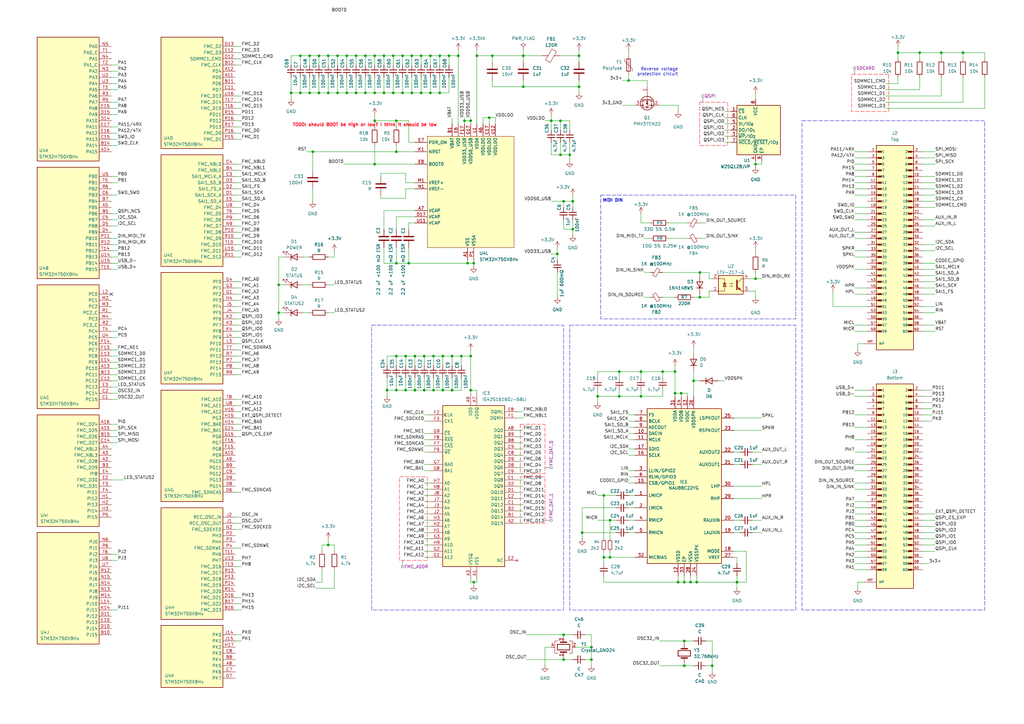
<source format=kicad_sch>
(kicad_sch (version 20250114) (generator "eeschema") (generator_version "9.0")
  (paper "A3")
  (lib_symbols
    (symbol "DF40C-60DP-0.4V_51_:DF40C-60DP-0.4V_51_" (pin_names (offset 1.016))
      (property "Reference" "J2" (at 0 45.72 0))
      (property "Value" "DF40C-60DP-0.4V_51_" (at 0 43.18 0))
      (symbol "DF40C-60DP-0.4V_51__0_0"
        (pin passive line (at -11.43 38.1 0) (length 5.08) (name "1") (number "1"))
        (pin passive line (at -11.43 35.56 0) (length 5.08) (name "3") (number "3"))
        (pin passive line (at -11.43 33.02 0) (length 5.08) (name "5") (number "5"))
        (pin passive line (at -11.43 30.48 0) (length 5.08) (name "7") (number "7"))
        (pin passive line (at -11.43 27.94 0) (length 5.08) (name "9") (number "9"))
        (pin passive line (at -11.43 25.4 0) (length 5.08) (name "11") (number "11"))
        (pin passive line (at -11.43 22.86 0) (length 5.08) (name "13") (number "13"))
        (pin passive line (at -11.43 20.32 0) (length 5.08) (name "15") (number "15"))
        (pin passive line (at -11.43 17.78 0) (length 5.08) (name "17") (number "17"))
        (pin passive line (at -11.43 15.24 0) (length 5.08) (name "19") (number "19"))
        (pin passive line (at -11.43 12.7 0) (length 5.08) (name "21") (number "21"))
        (pin passive line (at -11.43 10.16 0) (length 5.08) (name "23") (number "23"))
        (pin passive line (at -11.43 7.62 0) (length 5.08) (name "25") (number "25"))
        (pin passive line (at -11.43 5.08 0) (length 5.08) (name "27") (number "27"))
        (pin passive line (at -11.43 2.54 0) (length 5.08) (name "29") (number "29"))
        (pin passive line (at -11.43 0 0) (length 5.08) (name "31") (number "31"))
        (pin passive line (at -11.43 -2.54 0) (length 5.08) (name "33") (number "33"))
        (pin passive line (at -11.43 -5.08 0) (length 5.08) (name "35") (number "35"))
        (pin passive line (at -11.43 -7.62 0) (length 5.08) (name "37") (number "37"))
        (pin passive line (at -11.43 -10.16 0) (length 5.08) (name "39") (number "39"))
        (pin passive line (at -11.43 -12.7 0) (length 5.08) (name "41") (number "41"))
        (pin passive line (at -11.43 -15.24 0) (length 5.08) (name "43") (number "43"))
        (pin passive line (at -11.43 -17.78 0) (length 5.08) (name "45") (number "45"))
        (pin passive line (at -11.43 -20.32 0) (length 5.08) (name "47") (number "47"))
        (pin passive line (at -11.43 -22.86 0) (length 5.08) (name "49") (number "49"))
        (pin passive line (at -11.43 -25.4 0) (length 5.08) (name "51") (number "51"))
        (pin passive line (at -11.43 -27.94 0) (length 5.08) (name "53") (number "53"))
        (pin passive line (at -11.43 -30.48 0) (length 5.08) (name "55") (number "55"))
        (pin passive line (at -11.43 -33.02 0) (length 5.08) (name "57") (number "57"))
        (pin passive line (at -11.43 -35.56 0) (length 5.08) (name "59") (number "59"))
        (pin passive line (at 11.43 38.1 180) (length 5.08) (name "2") (number "2"))
        (pin passive line (at 11.43 35.56 180) (length 5.08) (name "4") (number "4"))
        (pin passive line (at 11.43 33.02 180) (length 5.08) (name "6") (number "6"))
        (pin passive line (at 11.43 30.48 180) (length 5.08) (name "8") (number "8"))
        (pin passive line (at 11.43 27.94 180) (length 5.08) (name "10") (number "10"))
        (pin passive line (at 11.43 25.4 180) (length 5.08) (name "12") (number "12"))
        (pin passive line (at 11.43 22.86 180) (length 5.08) (name "14") (number "14"))
        (pin passive line (at 11.43 20.32 180) (length 5.08) (name "16") (number "16"))
        (pin passive line (at 11.43 17.78 180) (length 5.08) (name "18") (number "18"))
        (pin passive line (at 11.43 15.24 180) (length 5.08) (name "20") (number "20"))
        (pin passive line (at 11.43 12.7 180) (length 5.08) (name "22") (number "22"))
        (pin passive line (at 11.43 10.16 180) (length 5.08) (name "24") (number "24"))
        (pin passive line (at 11.43 7.62 180) (length 5.08) (name "26") (number "26"))
        (pin passive line (at 11.43 5.08 180) (length 5.08) (name "28") (number "28"))
        (pin passive line (at 11.43 2.54 180) (length 5.08) (name "30") (number "30"))
        (pin passive line (at 11.43 0 180) (length 5.08) (name "32") (number "32"))
        (pin passive line (at 11.43 -2.54 180) (length 5.08) (name "34") (number "34"))
        (pin passive line (at 11.43 -5.08 180) (length 5.08) (name "36") (number "36"))
        (pin passive line (at 11.43 -7.62 180) (length 5.08) (name "38") (number "38"))
        (pin passive line (at 11.43 -10.16 180) (length 5.08) (name "40") (number "40"))
        (pin passive line (at 11.43 -12.7 180) (length 5.08) (name "42") (number "42"))
        (pin passive line (at 11.43 -15.24 180) (length 5.08) (name "44") (number "44"))
        (pin passive line (at 11.43 -17.78 180) (length 5.08) (name "46") (number "46"))
        (pin passive line (at 11.43 -20.32 180) (length 5.08) (name "48") (number "48"))
        (pin passive line (at 11.43 -22.86 180) (length 5.08) (name "50") (number "50"))
        (pin passive line (at 11.43 -25.4 180) (length 5.08) (name "52") (number "52"))
        (pin passive line (at 11.43 -27.94 180) (length 5.08) (name "54") (number "54"))
        (pin passive line (at 11.43 -30.48 180) (length 5.08) (name "56") (number "56"))
        (pin passive line (at 11.43 -33.02 180) (length 5.08) (name "58") (number "58"))
        (pin passive line (at 11.43 -35.56 180) (length 5.08) (name "60") (number "60"))
      )
      (symbol "DF40C-60DP-0.4V_51__1_0"
        (pin passive line (at -12.7 -40.64 0) (length 5.08) (name "MP") (number "MP"))
      )
    )
    (symbol "Device:C" (pin_numbers (hide yes)) (pin_names (offset 0.254))
      (property "Reference" "C" (at 0.635 2.54 0))
      (property "Value" "C" (at 0.635 -2.54 0))
      (symbol "C_1_1"
        (pin passive line (at 0 3.81 270) (length 2.794) (name "~") (number "1"))
        (pin passive line (at 0 -3.81 90) (length 2.794) (name "~") (number "2"))
      )
    )
    (symbol "Device:C_Small" (pin_numbers (hide yes)) (pin_names (offset 0.254) (hide yes))
      (property "Reference" "C" (at 0.254 1.778 0))
      (property "Value" "C_Small" (at 0.254 -2.032 0))
      (symbol "C_Small_1_1"
        (pin passive line (at 0 2.54 270) (length 2.032) (name "~") (number "1"))
        (pin passive line (at 0 -2.54 90) (length 2.032) (name "~") (number "2"))
      )
    )
    (symbol "Device:Crystal" (pin_numbers (hide yes)) (pin_names (offset 1.016) (hide yes))
      (property "Reference" "Y" (at 0 3.81 0))
      (property "Value" "Crystal" (at 0 -3.81 0))
      (symbol "Crystal_1_1"
        (pin passive line (at -3.81 0 0) (length 1.27) (name "1") (number "1"))
        (pin passive line (at 3.81 0 180) (length 1.27) (name "2") (number "2"))
      )
    )
    (symbol "Device:Crystal_GND24" (pin_names (offset 1.016) (hide yes))
      (property "Reference" "Y" (at 3.175 5.08 0))
      (property "Value" "Crystal_GND24" (at 3.175 3.175 0))
      (symbol "Crystal_GND24_1_1"
        (pin passive line (at -3.81 0 0) (length 1.27) (name "1") (number "1"))
        (pin passive line (at 0 5.08 270) (length 1.27) (name "2") (number "2"))
        (pin passive line (at 0 -5.08 90) (length 1.27) (name "4") (number "4"))
        (pin passive line (at 3.81 0 180) (length 1.27) (name "3") (number "3"))
      )
    )
    (symbol "Device:D" (pin_numbers (hide yes)) (pin_names (offset 1.016) (hide yes))
      (property "Reference" "D" (at 0 2.54 0))
      (property "Value" "D" (at 0 -2.54 0))
      (symbol "D_1_1"
        (pin passive line (at -3.81 0 0) (length 2.54) (name "K") (number "1"))
        (pin passive line (at 3.81 0 180) (length 2.54) (name "A") (number "2"))
      )
    )
    (symbol "Device:FerriteBead" (pin_numbers (hide yes)) (pin_names (offset 0))
      (property "Reference" "FB" (at -3.81 0.635 90))
      (property "Value" "FerriteBead" (at 3.81 0 90))
      (symbol "FerriteBead_1_1"
        (pin passive line (at 0 3.81 270) (length 2.54) (name "~") (number "1"))
        (pin passive line (at 0 -3.81 90) (length 2.54) (name "~") (number "2"))
      )
    )
    (symbol "Device:FerriteBead_Small" (pin_numbers (hide yes)) (pin_names (offset 0))
      (property "Reference" "FB" (at 1.905 1.27 0))
      (property "Value" "FerriteBead_Small" (at 1.905 -1.27 0))
      (symbol "FerriteBead_Small_1_1"
        (pin passive line (at 0 2.54 270) (length 1.27) (name "~") (number "1"))
        (pin passive line (at 0 -2.54 90) (length 1.27) (name "~") (number "2"))
      )
    )
    (symbol "Device:LED" (pin_numbers (hide yes)) (pin_names (offset 1.016) (hide yes))
      (property "Reference" "D" (at 0 2.54 0))
      (property "Value" "LED" (at 0 -2.54 0))
      (symbol "LED_1_1"
        (pin passive line (at -3.81 0 0) (length 2.54) (name "K") (number "1"))
        (pin passive line (at 3.81 0 180) (length 2.54) (name "A") (number "2"))
      )
    )
    (symbol "Device:Polyfuse" (pin_numbers (hide yes)) (pin_names (offset 0))
      (property "Reference" "F" (at -2.54 0 90))
      (property "Value" "Polyfuse" (at 2.54 0 90))
      (symbol "Polyfuse_1_1"
        (pin passive line (at 0 3.81 270) (length 1.27) (name "~") (number "1"))
        (pin passive line (at 0 -3.81 90) (length 1.27) (name "~") (number "2"))
      )
    )
    (symbol "Device:R" (pin_numbers (hide yes)) (pin_names (offset 0))
      (property "Reference" "R" (at 2.032 0 90))
      (property "Value" "R" (at 0 0 90))
      (symbol "R_1_1"
        (pin passive line (at 0 3.81 270) (length 1.27) (name "~") (number "1"))
        (pin passive line (at 0 -3.81 90) (length 1.27) (name "~") (number "2"))
      )
    )
    (symbol "Device:R_Small" (pin_numbers (hide yes)) (pin_names (offset 0.254) (hide yes))
      (property "Reference" "R" (at 0 0 90))
      (property "Value" "R_Small" (at 1.778 0 90))
      (symbol "R_Small_1_1"
        (pin passive line (at 0 2.54 270) (length 0.762) (name "~") (number "1"))
        (pin passive line (at 0 -2.54 90) (length 0.762) (name "~") (number "2"))
      )
    )
    (symbol "IS42S16160J-6BLI:IS42S16160J-6BLI"
      (property "Reference" "IC3" (at 3.4133 38.1 0))
      (property "Value" "IS42S16160J-6BLI" (at 3.4133 35.56 0))
      (symbol "IS42S16160J-6BLI_1_1"
        (pin input clock (at -17.78 29.21 0) (length 5.08) (name "CLK") (number "F2"))
        (pin input line (at -17.78 26.67 0) (length 5.08) (name "CKE") (number "F3"))
        (pin passive line (at -17.78 21.59 0) (length 5.08) (name "~{CS}") (number "G9"))
        (pin passive line (at -17.78 19.05 0) (length 5.08) (name "~{RAS}") (number "F8"))
        (pin passive line (at -17.78 16.51 0) (length 5.08) (name "~{CAS}") (number "F7"))
        (pin passive line (at -17.78 13.97 0) (length 5.08) (name "~{WE}") (number "F9"))
        (pin passive line (at -17.78 8.89 0) (length 5.08) (name "BA0") (number "G7"))
        (pin passive line (at -17.78 6.35 0) (length 5.08) (name "BA1") (number "G8"))
        (pin input line (at -17.78 1.27 0) (length 5.08) (name "A0") (number "H7"))
        (pin input line (at -17.78 -1.27 0) (length 5.08) (name "A1") (number "H8"))
        (pin input line (at -17.78 -3.81 0) (length 5.08) (name "A2") (number "J8"))
        (pin input line (at -17.78 -6.35 0) (length 5.08) (name "A3") (number "J7"))
        (pin input line (at -17.78 -8.89 0) (length 5.08) (name "A4") (number "J3"))
        (pin input line (at -17.78 -11.43 0) (length 5.08) (name "A5") (number "J2"))
        (pin input line (at -17.78 -13.97 0) (length 5.08) (name "A6") (number "H3"))
        (pin input line (at -17.78 -16.51 0) (length 5.08) (name "A7") (number "H2"))
        (pin input line (at -17.78 -19.05 0) (length 5.08) (name "A8") (number "H1"))
        (pin input line (at -17.78 -21.59 0) (length 5.08) (name "A9") (number "G3"))
        (pin input line (at -17.78 -24.13 0) (length 5.08) (name "A10") (number "H9"))
        (pin input line (at -17.78 -26.67 0) (length 5.08) (name "A11") (number "G2"))
        (pin input line (at -17.78 -29.21 0) (length 5.08) (name "A12") (number "G1"))
        (pin power_in line (at -1.27 38.1 270) (length 5.08) (name "VDD") (number "A9"))
        (pin passive line (at -1.27 38.1 270) (length 5.08) (hide yes) (name "VDD") (number "E7"))
        (pin passive line (at -1.27 38.1 270) (length 5.08) (hide yes) (name "VDD") (number "J9"))
        (pin power_in line (at -1.27 -38.1 90) (length 5.08) (name "VSSQ") (number "A3"))
        (pin passive line (at -1.27 -38.1 90) (length 5.08) (hide yes) (name "VSSQ") (number "B7"))
        (pin passive line (at -1.27 -38.1 90) (length 5.08) (hide yes) (name "VSSQ") (number "C3"))
        (pin passive line (at -1.27 -38.1 90) (length 5.08) (hide yes) (name "VSSQ") (number "D7"))
        (pin power_in line (at 1.27 38.1 270) (length 5.08) (name "VDDQ") (number "A7"))
        (pin passive line (at 1.27 38.1 270) (length 5.08) (hide yes) (name "VDDQ") (number "B3"))
        (pin passive line (at 1.27 38.1 270) (length 5.08) (hide yes) (name "VDDQ") (number "C7"))
        (pin passive line (at 1.27 38.1 270) (length 5.08) (hide yes) (name "VDDQ") (number "D3"))
        (pin power_in line (at 1.27 -38.1 90) (length 5.08) (name "VSS") (number "A1"))
        (pin passive line (at 1.27 -38.1 90) (length 5.08) (hide yes) (name "VSS") (number "E3"))
        (pin passive line (at 1.27 -38.1 90) (length 5.08) (hide yes) (name "VSS") (number "J1"))
        (pin passive line (at 17.78 30.48 180) (length 5.08) (name "DQML") (number "E8"))
        (pin passive line (at 17.78 27.94 180) (length 5.08) (name "DQMH") (number "F1"))
        (pin bidirectional line (at 17.78 22.86 180) (length 5.08) (name "DQ0") (number "A8"))
        (pin bidirectional line (at 17.78 20.32 180) (length 5.08) (name "DQ1") (number "B9"))
        (pin bidirectional line (at 17.78 17.78 180) (length 5.08) (name "DQ2") (number "B8"))
        (pin bidirectional line (at 17.78 15.24 180) (length 5.08) (name "DQ3") (number "C9"))
        (pin bidirectional line (at 17.78 12.7 180) (length 5.08) (name "DQ4") (number "C8"))
        (pin bidirectional line (at 17.78 10.16 180) (length 5.08) (name "DQ5") (number "D9"))
        (pin bidirectional line (at 17.78 7.62 180) (length 5.08) (name "DQ6") (number "D8"))
        (pin bidirectional line (at 17.78 5.08 180) (length 5.08) (name "DQ7") (number "E9"))
        (pin bidirectional line (at 17.78 2.54 180) (length 5.08) (name "DQ8") (number "E1"))
        (pin bidirectional line (at 17.78 0 180) (length 5.08) (name "DQ9") (number "D2"))
        (pin bidirectional line (at 17.78 -2.54 180) (length 5.08) (name "DQ10") (number "D1"))
        (pin bidirectional line (at 17.78 -5.08 180) (length 5.08) (name "DQ11") (number "C2"))
        (pin bidirectional line (at 17.78 -7.62 180) (length 5.08) (name "DQ12") (number "C1"))
        (pin bidirectional line (at 17.78 -10.16 180) (length 5.08) (name "DQ13") (number "B2"))
        (pin bidirectional line (at 17.78 -12.7 180) (length 5.08) (name "DQ14") (number "B1"))
        (pin bidirectional line (at 17.78 -15.24 180) (length 5.08) (name "DQ15") (number "A2"))
        (pin no_connect line (at 17.78 -30.48 180) (length 5.08) (name "NC") (number "E2"))
      )
    )
    (symbol "Isolator:Optocoupler_DC_PhotoNPN_AKEC"
      (property "Reference" "D2" (at 0 8.89 0))
      (property "Value" "LTV-217-G" (at 0 6.35 0))
      (symbol "Optocoupler_DC_PhotoNPN_AKEC_1_1"
        (pin passive line (at -7.62 2.54 0) (length 2.54) (name "~") (number "2"))
        (pin passive line (at -7.62 -2.54 0) (length 2.54) (name "~") (number "1"))
        (pin passive line (at 7.62 2.54 180) (length 2.54) (name "~") (number "4"))
        (pin passive line (at 7.62 -2.54 180) (length 2.54) (name "~") (number "3"))
      )
    )
    (symbol "MCU_ST_STM32H7:STM32H750XBHx"
      (property "Reference" "U4" (at -11.43 -16.51 0))
      (property "Value" "STM32H750XBHx" (at -11.43 -19.05 0))
      (symbol "STM32H750XBHx_1_1"
        (pin bidirectional line (at 17.78 21.59 180) (length 5.08) (name "PA0") (number "N5"))
        (pin bidirectional line (at 17.78 19.05 180) (length 5.08) (name "PA0_C") (number "T1"))
        (pin bidirectional line (at 17.78 16.51 180) (length 5.08) (name "PA1") (number "N4"))
        (pin bidirectional line (at 17.78 13.97 180) (length 5.08) (name "PA1_C") (number "T2"))
        (pin bidirectional line (at 17.78 11.43 180) (length 5.08) (name "PA2") (number "N3"))
        (pin bidirectional line (at 17.78 8.89 180) (length 5.08) (name "PA3") (number "U2"))
        (pin bidirectional line (at 17.78 6.35 180) (length 5.08) (name "PA4") (number "U3"))
        (pin bidirectional line (at 17.78 3.81 180) (length 5.08) (name "PA5") (number "T3"))
        (pin bidirectional line (at 17.78 1.27 180) (length 5.08) (name "PA6") (number "R3"))
        (pin bidirectional line (at 17.78 -1.27 180) (length 5.08) (name "PA7") (number "R5") (alternate "FMC_SDNWE" bidirectional line))
        (pin bidirectional line (at 17.78 -3.81 180) (length 5.08) (name "PA8") (number "E15"))
        (pin bidirectional line (at 17.78 -6.35 180) (length 5.08) (name "PA9") (number "D15"))
        (pin bidirectional line (at 17.78 -8.89 180) (length 5.08) (name "PA10") (number "D14"))
        (pin bidirectional line (at 17.78 -11.43 180) (length 5.08) (name "PA11") (number "E17"))
        (pin bidirectional line (at 17.78 -13.97 180) (length 5.08) (name "PA12") (number "E16"))
        (pin bidirectional line (at 17.78 -16.51 180) (length 5.08) (name "PA13") (number "C15"))
        (pin bidirectional line (at 17.78 -19.05 180) (length 5.08) (name "PA14") (number "B14"))
        (pin bidirectional line (at 17.78 -21.59 180) (length 5.08) (name "PA15") (number "A14"))
      )
      (symbol "STM32H750XBHx_2_1"
        (pin bidirectional line (at 17.78 19.05 180) (length 5.08) (name "PB0") (number "U5"))
        (pin bidirectional line (at 17.78 16.51 180) (length 5.08) (name "PB1") (number "T5"))
        (pin bidirectional line (at 17.78 13.97 180) (length 5.08) (name "PB2") (number "R6") (alternate "SAI1_SD_A" bidirectional line))
        (pin bidirectional line (at 17.78 11.43 180) (length 5.08) (name "PB3") (number "C6"))
        (pin bidirectional line (at 17.78 8.89 180) (length 5.08) (name "PB4") (number "B7"))
        (pin bidirectional line (at 17.78 6.35 180) (length 5.08) (name "PB5") (number "A5"))
        (pin bidirectional line (at 17.78 3.81 180) (length 5.08) (name "PB6") (number "B5"))
        (pin bidirectional line (at 17.78 1.27 180) (length 5.08) (name "PB7") (number "C5"))
        (pin bidirectional line (at 17.78 -1.27 180) (length 5.08) (name "PB8") (number "D5"))
        (pin bidirectional line (at 17.78 -3.81 180) (length 5.08) (name "PB9") (number "D4"))
        (pin bidirectional line (at 17.78 -6.35 180) (length 5.08) (name "PB10") (number "P11"))
        (pin bidirectional line (at 17.78 -8.89 180) (length 5.08) (name "PB11") (number "P12"))
        (pin bidirectional line (at 17.78 -11.43 180) (length 5.08) (name "PB12") (number "T14"))
        (pin bidirectional line (at 17.78 -13.97 180) (length 5.08) (name "PB13") (number "U14"))
        (pin bidirectional line (at 17.78 -16.51 180) (length 5.08) (name "PB14") (number "U15"))
        (pin bidirectional line (at 17.78 -19.05 180) (length 5.08) (name "PB15") (number "T15"))
      )
      (symbol "STM32H750XBHx_3_1"
        (pin bidirectional line (at 17.78 21.59 180) (length 5.08) (name "PC0") (number "L2") (alternate "FMC_SDNWE" bidirectional line))
        (pin bidirectional line (at 17.78 19.05 180) (length 5.08) (name "PC1") (number "M2") (alternate "SAI1_SD_A" bidirectional line))
        (pin bidirectional line (at 17.78 16.51 180) (length 5.08) (name "PC2") (number "M3"))
        (pin bidirectional line (at 17.78 13.97 180) (length 5.08) (name "PC2_C") (number "R1"))
        (pin bidirectional line (at 17.78 11.43 180) (length 5.08) (name "PC3") (number "M4") (alternate "FMC_SDCKE0" bidirectional line))
        (pin bidirectional line (at 17.78 8.89 180) (length 5.08) (name "PC3_C") (number "R2") (alternate "FMC_SDCKE0" bidirectional line))
        (pin bidirectional line (at 17.78 6.35 180) (length 5.08) (name "PC4") (number "T4"))
        (pin bidirectional line (at 17.78 3.81 180) (length 5.08) (name "PC5") (number "U4") (alternate "FMC_SDCKE0" bidirectional line))
        (pin bidirectional line (at 17.78 1.27 180) (length 5.08) (name "PC6") (number "F14"))
        (pin bidirectional line (at 17.78 -1.27 180) (length 5.08) (name "PC7") (number "F13"))
        (pin bidirectional line (at 17.78 -3.81 180) (length 5.08) (name "PC8") (number "E13"))
        (pin bidirectional line (at 17.78 -6.35 180) (length 5.08) (name "PC9") (number "E14"))
        (pin bidirectional line (at 17.78 -8.89 180) (length 5.08) (name "PC10") (number "A13"))
        (pin bidirectional line (at 17.78 -11.43 180) (length 5.08) (name "PC11") (number "B13"))
        (pin bidirectional line (at 17.78 -13.97 180) (length 5.08) (name "PC12") (number "C12"))
        (pin bidirectional line (at 17.78 -16.51 180) (length 5.08) (name "PC13") (number "E3"))
        (pin bidirectional line (at 17.78 -19.05 180) (length 5.08) (name "PC14") (number "C2"))
        (pin bidirectional line (at 17.78 -21.59 180) (length 5.08) (name "PC15") (number "C1"))
      )
      (symbol "STM32H750XBHx_4_1"
        (pin bidirectional line (at 17.78 19.05 180) (length 5.08) (name "PD0") (number "D13") (alternate "FMC_D2" bidirectional line))
        (pin bidirectional line (at 17.78 16.51 180) (length 5.08) (name "PD1") (number "E12") (alternate "FMC_D3" bidirectional line))
        (pin bidirectional line (at 17.78 13.97 180) (length 5.08) (name "PD2") (number "D12") (alternate "SDMMC1_CMD" bidirectional line))
        (pin bidirectional line (at 17.78 11.43 180) (length 5.08) (name "PD3") (number "B12") (alternate "FMC_CLK" bidirectional line))
        (pin bidirectional line (at 17.78 8.89 180) (length 5.08) (name "PD4") (number "A12"))
        (pin bidirectional line (at 17.78 6.35 180) (length 5.08) (name "PD5") (number "A11"))
        (pin bidirectional line (at 17.78 3.81 180) (length 5.08) (name "PD6") (number "B11") (alternate "SAI1_SD_A" bidirectional line))
        (pin bidirectional line (at 17.78 1.27 180) (length 5.08) (name "PD7") (number "C11"))
        (pin bidirectional line (at 17.78 -1.27 180) (length 5.08) (name "PD8") (number "U16") (alternate "FMC_D13" bidirectional line))
        (pin bidirectional line (at 17.78 -3.81 180) (length 5.08) (name "PD9") (number "T17") (alternate "FMC_D14" bidirectional line))
        (pin bidirectional line (at 17.78 -6.35 180) (length 5.08) (name "PD10") (number "T16") (alternate "FMC_D15" bidirectional line))
        (pin bidirectional line (at 17.78 -8.89 180) (length 5.08) (name "PD11") (number "R15"))
        (pin bidirectional line (at 17.78 -11.43 180) (length 5.08) (name "PD12") (number "R16"))
        (pin bidirectional line (at 17.78 -13.97 180) (length 5.08) (name "PD13") (number "R17"))
        (pin bidirectional line (at 17.78 -16.51 180) (length 5.08) (name "PD14") (number "P16") (alternate "FMC_D0" bidirectional line))
        (pin bidirectional line (at 17.78 -19.05 180) (length 5.08) (name "PD15") (number "P15") (alternate "FMC_D1" bidirectional line))
      )
      (symbol "STM32H750XBHx_5_1"
        (pin bidirectional line (at 17.78 19.05 180) (length 5.08) (name "PE0") (number "C4") (alternate "FMC_NBL0" bidirectional line))
        (pin bidirectional line (at 17.78 16.51 180) (length 5.08) (name "PE1") (number "B4") (alternate "FMC_NBL1" bidirectional line))
        (pin bidirectional line (at 17.78 13.97 180) (length 5.08) (name "PE2") (number "C3") (alternate "SAI1_MCLK_A" bidirectional line))
        (pin bidirectional line (at 17.78 11.43 180) (length 5.08) (name "PE3") (number "D3") (alternate "SAI1_SD_B" bidirectional line))
        (pin bidirectional line (at 17.78 8.89 180) (length 5.08) (name "PE4") (number "D2") (alternate "SAI1_FS_A" bidirectional line))
        (pin bidirectional line (at 17.78 6.35 180) (length 5.08) (name "PE5") (number "D1") (alternate "SAI1_SCK_A" bidirectional line))
        (pin bidirectional line (at 17.78 3.81 180) (length 5.08) (name "PE6") (number "E5") (alternate "SAI1_SD_A" bidirectional line))
        (pin bidirectional line (at 17.78 1.27 180) (length 5.08) (name "PE7") (number "U9") (alternate "FMC_D4" bidirectional line))
        (pin bidirectional line (at 17.78 -1.27 180) (length 5.08) (name "PE8") (number "T9") (alternate "FMC_D5" bidirectional line))
        (pin bidirectional line (at 17.78 -3.81 180) (length 5.08) (name "PE9") (number "P9") (alternate "FMC_D6" bidirectional line))
        (pin bidirectional line (at 17.78 -6.35 180) (length 5.08) (name "PE10") (number "N9") (alternate "FMC_D7" bidirectional line))
        (pin bidirectional line (at 17.78 -8.89 180) (length 5.08) (name "PE11") (number "P10") (alternate "FMC_D8" bidirectional line))
        (pin bidirectional line (at 17.78 -11.43 180) (length 5.08) (name "PE12") (number "R10") (alternate "FMC_D9" bidirectional line))
        (pin bidirectional line (at 17.78 -13.97 180) (length 5.08) (name "PE13") (number "T10") (alternate "FMC_D10" bidirectional line))
        (pin bidirectional line (at 17.78 -16.51 180) (length 5.08) (name "PE14") (number "U10") (alternate "FMC_D11" bidirectional line))
        (pin bidirectional line (at 17.78 -19.05 180) (length 5.08) (name "PE15") (number "R11") (alternate "FMC_D12" bidirectional line))
      )
      (symbol "STM32H750XBHx_6_1"
        (pin bidirectional line (at 17.78 19.05 180) (length 5.08) (name "PF0") (number "G4"))
        (pin bidirectional line (at 17.78 16.51 180) (length 5.08) (name "PF1") (number "G3"))
        (pin bidirectional line (at 17.78 13.97 180) (length 5.08) (name "PF2") (number "G1"))
        (pin bidirectional line (at 17.78 11.43 180) (length 5.08) (name "PF3") (number "H4"))
        (pin bidirectional line (at 17.78 8.89 180) (length 5.08) (name "PF4") (number "J5"))
        (pin bidirectional line (at 17.78 6.35 180) (length 5.08) (name "PF5") (number "J4"))
        (pin bidirectional line (at 17.78 3.81 180) (length 5.08) (name "PF6") (number "K2") (alternate "SAI1_SD_B" bidirectional line))
        (pin bidirectional line (at 17.78 1.27 180) (length 5.08) (name "PF7") (number "K3"))
        (pin bidirectional line (at 17.78 -1.27 180) (length 5.08) (name "PF8") (number "K4"))
        (pin bidirectional line (at 17.78 -3.81 180) (length 5.08) (name "PF9") (number "L4"))
        (pin bidirectional line (at 17.78 -6.35 180) (length 5.08) (name "PF10") (number "L3"))
        (pin bidirectional line (at 17.78 -8.89 180) (length 5.08) (name "PF11") (number "T7"))
        (pin bidirectional line (at 17.78 -11.43 180) (length 5.08) (name "PF12") (number "R7"))
        (pin bidirectional line (at 17.78 -13.97 180) (length 5.08) (name "PF13") (number "P7"))
        (pin bidirectional line (at 17.78 -16.51 180) (length 5.08) (name "PF14") (number "P8"))
        (pin bidirectional line (at 17.78 -19.05 180) (length 5.08) (name "PF15") (number "R9"))
      )
      (symbol "STM32H750XBHx_7_1"
        (pin no_connect line (at -45.72 -119.38 0) (length 5.08) (hide yes) (name "NC") (number "N17"))
        (pin no_connect line (at -45.72 -121.92 0) (length 5.08) (hide yes) (name "NC") (number "M17"))
        (pin no_connect line (at -45.72 -124.46 0) (length 5.08) (hide yes) (name "NC") (number "M16"))
        (pin no_connect line (at -45.72 -127 0) (length 5.08) (hide yes) (name "NC") (number "L17"))
        (pin no_connect line (at -45.72 -132.08 0) (length 5.08) (hide yes) (name "NC") (number "K17"))
        (pin no_connect line (at -45.72 -134.62 0) (length 5.08) (hide yes) (name "NC") (number "K16"))
        (pin bidirectional line (at -17.78 19.05 0) (length 5.08) (name "PG0") (number "T8") (alternate "FMC_A10" bidirectional line))
        (pin bidirectional line (at -17.78 16.51 0) (length 5.08) (name "PG1") (number "U8") (alternate "FMC_A11" bidirectional line))
        (pin bidirectional line (at -17.78 13.97 0) (length 5.08) (name "PG2") (number "H16") (alternate "FMC_A12" bidirectional line))
        (pin bidirectional line (at -17.78 11.43 0) (length 5.08) (name "PG3") (number "H15"))
        (pin bidirectional line (at -17.78 8.89 0) (length 5.08) (name "PG4") (number "H14") (alternate "FMC_BA0" bidirectional line))
        (pin bidirectional line (at -17.78 6.35 0) (length 5.08) (name "PG5") (number "G14") (alternate "FMC_BA1" bidirectional line))
        (pin bidirectional line (at -17.78 3.81 0) (length 5.08) (name "PG6") (number "G15"))
        (pin bidirectional line (at -17.78 1.27 0) (length 5.08) (name "PG7") (number "F16") (alternate "SAI1_MCLK_A" bidirectional line))
        (pin bidirectional line (at -17.78 -1.27 0) (length 5.08) (name "PG8") (number "F15"))
        (pin bidirectional line (at -17.78 -3.81 0) (length 5.08) (name "PG9") (number "A10"))
        (pin bidirectional line (at -17.78 -6.35 0) (length 5.08) (name "PG10") (number "A9"))
        (pin bidirectional line (at -17.78 -8.89 0) (length 5.08) (name "PG11") (number "B9"))
        (pin bidirectional line (at -17.78 -11.43 0) (length 5.08) (name "PG12") (number "C9"))
        (pin bidirectional line (at -17.78 -13.97 0) (length 5.08) (name "PG13") (number "D9"))
        (pin bidirectional line (at -17.78 -16.51 0) (length 5.08) (name "PG14") (number "D8"))
        (pin bidirectional line (at -17.78 -19.05 0) (length 5.08) (name "PG15") (number "D6") (alternate "FMC_SDNCAS" bidirectional line))
        (pin no_connect line (at -12.7 17.78 0) (length 5.08) (hide yes) (name "NC") (number "E1"))
        (pin no_connect line (at -12.7 17.78 0) (length 5.08) (hide yes) (name "NC") (number "L16"))
      )
      (symbol "STM32H750XBHx_8_1"
        (pin no_connect line (at -45.72 -119.38 0) (length 5.08) (hide yes) (name "NC") (number "N17"))
        (pin no_connect line (at -45.72 -121.92 0) (length 5.08) (hide yes) (name "NC") (number "M17"))
        (pin no_connect line (at -45.72 -124.46 0) (length 5.08) (hide yes) (name "NC") (number "M16"))
        (pin no_connect line (at -45.72 -127 0) (length 5.08) (hide yes) (name "NC") (number "L17"))
        (pin no_connect line (at -45.72 -132.08 0) (length 5.08) (hide yes) (name "NC") (number "K17"))
        (pin no_connect line (at -45.72 -134.62 0) (length 5.08) (hide yes) (name "NC") (number "K16"))
        (pin bidirectional line (at -17.78 19.05 0) (length 5.08) (name "PH0") (number "J2") (alternate "RCC_OSC_IN" bidirectional line))
        (pin bidirectional line (at -17.78 16.51 0) (length 5.08) (name "PH1") (number "J1") (alternate "RCC_OSC_OUT" bidirectional line))
        (pin bidirectional line (at -17.78 13.97 0) (length 5.08) (name "PH2") (number "N2") (alternate "FMC_SDCKE0" bidirectional line))
        (pin bidirectional line (at -17.78 11.43 0) (length 5.08) (name "PH3") (number "P2"))
        (pin bidirectional line (at -17.78 8.89 0) (length 5.08) (name "PH4") (number "P3"))
        (pin bidirectional line (at -17.78 6.35 0) (length 5.08) (name "PH5") (number "P4") (alternate "FMC_SDNWE" bidirectional line))
        (pin bidirectional line (at -17.78 3.81 0) (length 5.08) (name "PH6") (number "T11"))
        (pin bidirectional line (at -17.78 1.27 0) (length 5.08) (name "PH7") (number "U13"))
        (pin bidirectional line (at -17.78 -1.27 0) (length 5.08) (name "PH8") (number "T13") (alternate "FMC_D16" bidirectional line))
        (pin bidirectional line (at -17.78 -3.81 0) (length 5.08) (name "PH9") (number "R13") (alternate "FMC_D17" bidirectional line))
        (pin bidirectional line (at -17.78 -6.35 0) (length 5.08) (name "PH10") (number "P13") (alternate "FMC_D18" bidirectional line))
        (pin bidirectional line (at -17.78 -8.89 0) (length 5.08) (name "PH11") (number "P14") (alternate "FMC_D19" bidirectional line))
        (pin bidirectional line (at -17.78 -11.43 0) (length 5.08) (name "PH12") (number "R14") (alternate "FMC_D20" bidirectional line))
        (pin bidirectional line (at -17.78 -13.97 0) (length 5.08) (name "PH13") (number "D16") (alternate "FMC_D21" bidirectional line))
        (pin bidirectional line (at -17.78 -16.51 0) (length 5.08) (name "PH14") (number "B17") (alternate "FMC_D22" bidirectional line))
        (pin bidirectional line (at -17.78 -19.05 0) (length 5.08) (name "PH15") (number "B16") (alternate "FMC_D23" bidirectional line))
      )
      (symbol "STM32H750XBHx_9_1"
        (pin bidirectional line (at -17.78 19.05 0) (length 5.08) (name "PI0") (number "A16") (alternate "FMC_D24" bidirectional line))
        (pin bidirectional line (at -17.78 16.51 0) (length 5.08) (name "PI1") (number "A15") (alternate "FMC_D25" bidirectional line))
        (pin bidirectional line (at -17.78 13.97 0) (length 5.08) (name "PI2") (number "B15") (alternate "FMC_D26" bidirectional line))
        (pin bidirectional line (at -17.78 11.43 0) (length 5.08) (name "PI3") (number "C14") (alternate "FMC_D27" bidirectional line))
        (pin bidirectional line (at -17.78 8.89 0) (length 5.08) (name "PI4") (number "A4") (alternate "FMC_NBL2" bidirectional line))
        (pin bidirectional line (at -17.78 6.35 0) (length 5.08) (name "PI5") (number "A3") (alternate "FMC_NBL3" bidirectional line))
        (pin bidirectional line (at -17.78 3.81 0) (length 5.08) (name "PI6") (number "A2") (alternate "FMC_D28" bidirectional line))
        (pin bidirectional line (at -17.78 1.27 0) (length 5.08) (name "PI7") (number "B3") (alternate "FMC_D29" bidirectional line))
        (pin bidirectional line (at -17.78 -1.27 0) (length 5.08) (name "PI8") (number "E4"))
        (pin bidirectional line (at -17.78 -3.81 0) (length 5.08) (name "PI9") (number "E2") (alternate "FMC_D30" bidirectional line))
        (pin bidirectional line (at -17.78 -6.35 0) (length 5.08) (name "PI10") (number "F3") (alternate "FMC_D31" bidirectional line))
        (pin bidirectional line (at -17.78 -8.89 0) (length 5.08) (name "PI11") (number "F4"))
        (pin bidirectional line (at -17.78 -11.43 0) (length 5.08) (name "PI12") (number "H1"))
        (pin bidirectional line (at -17.78 -13.97 0) (length 5.08) (name "PI13") (number "H2"))
        (pin bidirectional line (at -17.78 -16.51 0) (length 5.08) (name "PI14") (number "H3"))
        (pin bidirectional line (at -17.78 -19.05 0) (length 5.08) (name "PI15") (number "P5"))
      )
      (symbol "STM32H750XBHx_10_1"
        (pin bidirectional line (at -17.78 19.05 0) (length 5.08) (name "PJ0") (number "N6"))
        (pin bidirectional line (at -17.78 16.51 0) (length 5.08) (name "PJ1") (number "P6"))
        (pin bidirectional line (at -17.78 13.97 0) (length 5.08) (name "PJ2") (number "T6"))
        (pin bidirectional line (at -17.78 11.43 0) (length 5.08) (name "PJ3") (number "U6"))
        (pin bidirectional line (at -17.78 8.89 0) (length 5.08) (name "PJ4") (number "U7"))
        (pin bidirectional line (at -17.78 6.35 0) (length 5.08) (name "PJ5") (number "R12"))
        (pin bidirectional line (at -17.78 3.81 0) (length 5.08) (name "PJ6") (number "N15"))
        (pin bidirectional line (at -17.78 1.27 0) (length 5.08) (name "PJ7") (number "N14"))
        (pin bidirectional line (at -17.78 -1.27 0) (length 5.08) (name "PJ8") (number "N13"))
        (pin bidirectional line (at -17.78 -3.81 0) (length 5.08) (name "PJ9") (number "M14"))
        (pin bidirectional line (at -17.78 -6.35 0) (length 5.08) (name "PJ10") (number "L14"))
        (pin bidirectional line (at -17.78 -8.89 0) (length 5.08) (name "PJ11") (number "K14"))
        (pin bidirectional line (at -17.78 -11.43 0) (length 5.08) (name "PJ12") (number "D11"))
        (pin bidirectional line (at -17.78 -13.97 0) (length 5.08) (name "PJ13") (number "E10"))
        (pin bidirectional line (at -17.78 -16.51 0) (length 5.08) (name "PJ14") (number "D10"))
        (pin bidirectional line (at -17.78 -19.05 0) (length 5.08) (name "PJ15") (number "B10"))
      )
      (symbol "STM32H750XBHx_11_1"
        (pin bidirectional line (at -17.78 8.89 0) (length 5.08) (name "PK0") (number "J14"))
        (pin bidirectional line (at -17.78 6.35 0) (length 5.08) (name "PK1") (number "J15"))
        (pin bidirectional line (at -17.78 3.81 0) (length 5.08) (name "PK2") (number "H17"))
        (pin bidirectional line (at -17.78 1.27 0) (length 5.08) (name "PK3") (number "C8"))
        (pin bidirectional line (at -17.78 -1.27 0) (length 5.08) (name "PK4") (number "B8"))
        (pin bidirectional line (at -17.78 -3.81 0) (length 5.08) (name "PK5") (number "A8"))
        (pin bidirectional line (at -17.78 -6.35 0) (length 5.08) (name "PK6") (number "C7"))
        (pin bidirectional line (at -17.78 -8.89 0) (length 5.08) (name "PK7") (number "D7"))
      )
      (symbol "STM32H750XBHx_12_1"
        (pin input line (at -22.86 20.32 0) (length 5.08) (name "PDR_ON") (number "E7"))
        (pin input line (at -22.86 16.51 0) (length 5.08) (name "NRST") (number "K1"))
        (pin input line (at -22.86 11.43 0) (length 5.08) (name "BOOT0") (number "E8"))
        (pin input line (at -22.86 3.81 0) (length 5.08) (name "VREF+") (number "M1"))
        (pin input line (at -22.86 1.27 0) (length 5.08) (name "VREF-") (number "N1"))
        (pin power_out line (at -22.86 -7.62 0) (length 5.08) (name "VCAP") (number "A7"))
        (pin power_out line (at -22.86 -10.16 0) (length 5.08) (name "VCAP") (number "D17"))
        (pin power_out line (at -22.86 -12.7 0) (length 5.08) (name "VCAP") (number "U11"))
        (pin power_in line (at -7.62 27.94 270) (length 5.08) (name "VBAT") (number "B1"))
        (pin passive line (at -5.08 27.94 270) (length 5.08) (hide yes) (name "VDD") (number "E11"))
        (pin power_in line (at -5.08 27.94 270) (length 5.08) (name "VDD") (number "E6"))
        (pin passive line (at -5.08 27.94 270) (length 5.08) (hide yes) (name "VDD") (number "E9"))
        (pin passive line (at -5.08 27.94 270) (length 5.08) (hide yes) (name "VDD") (number "F5"))
        (pin passive line (at -5.08 27.94 270) (length 5.08) (hide yes) (name "VDD") (number "G13"))
        (pin passive line (at -5.08 27.94 270) (length 5.08) (hide yes) (name "VDD") (number "G5"))
        (pin passive line (at -5.08 27.94 270) (length 5.08) (hide yes) (name "VDD") (number "H13"))
        (pin passive line (at -5.08 27.94 270) (length 5.08) (hide yes) (name "VDD") (number "H5"))
        (pin passive line (at -5.08 27.94 270) (length 5.08) (hide yes) (name "VDD") (number "J13"))
        (pin passive line (at -5.08 27.94 270) (length 5.08) (hide yes) (name "VDD") (number "K13"))
        (pin passive line (at -5.08 27.94 270) (length 5.08) (hide yes) (name "VDD") (number "K5"))
        (pin passive line (at -5.08 27.94 270) (length 5.08) (hide yes) (name "VDD") (number "L13"))
        (pin passive line (at -5.08 27.94 270) (length 5.08) (hide yes) (name "VDD") (number "L5"))
        (pin passive line (at -5.08 27.94 270) (length 5.08) (hide yes) (name "VDD") (number "M13"))
        (pin passive line (at -5.08 27.94 270) (length 5.08) (hide yes) (name "VDD") (number "M5"))
        (pin passive line (at -5.08 27.94 270) (length 5.08) (hide yes) (name "VDD") (number "N10"))
        (pin passive line (at -5.08 27.94 270) (length 5.08) (hide yes) (name "VDD") (number "N11"))
        (pin passive line (at -5.08 27.94 270) (length 5.08) (hide yes) (name "VDD") (number "N12"))
        (pin passive line (at -5.08 27.94 270) (length 5.08) (hide yes) (name "VDD") (number "N7"))
        (pin passive line (at -5.08 27.94 270) (length 5.08) (hide yes) (name "VDD") (number "N8"))
        (pin passive line (at -5.08 27.94 270) (length 5.08) (hide yes) (name "VDD") (number "P17"))
        (pin power_in line (at -2.54 27.94 270) (length 5.08) (name "VDD33_USB") (number "F17"))
        (pin power_in line (at -1.27 -27.94 90) (length 5.08) (name "VSS") (number "A1"))
        (pin passive line (at -1.27 -27.94 90) (length 5.08) (hide yes) (name "VSS") (number "A17"))
        (pin passive line (at -1.27 -27.94 90) (length 5.08) (hide yes) (name "VSS") (number "B2"))
        (pin passive line (at -1.27 -27.94 90) (length 5.08) (hide yes) (name "VSS") (number "B6"))
        (pin passive line (at -1.27 -27.94 90) (length 5.08) (hide yes) (name "VSS") (number "C10"))
        (pin passive line (at -1.27 -27.94 90) (length 5.08) (hide yes) (name "VSS") (number "C13"))
        (pin passive line (at -1.27 -27.94 90) (length 5.08) (hide yes) (name "VSS") (number "C16"))
        (pin passive line (at -1.27 -27.94 90) (length 5.08) (hide yes) (name "VSS") (number "F1"))
        (pin passive line (at -1.27 -27.94 90) (length 5.08) (hide yes) (name "VSS") (number "F2"))
        (pin passive line (at -1.27 -27.94 90) (length 5.08) (hide yes) (name "VSS") (number "G10"))
        (pin passive line (at -1.27 -27.94 90) (length 5.08) (hide yes) (name "VSS") (number "G11"))
        (pin passive line (at -1.27 -27.94 90) (length 5.08) (hide yes) (name "VSS") (number "G16"))
        (pin passive line (at -1.27 -27.94 90) (length 5.08) (hide yes) (name "VSS") (number "G2"))
        (pin passive line (at -1.27 -27.94 90) (length 5.08) (hide yes) (name "VSS") (number "G7"))
        (pin passive line (at -1.27 -27.94 90) (length 5.08) (hide yes) (name "VSS") (number "G8"))
        (pin passive line (at -1.27 -27.94 90) (length 5.08) (hide yes) (name "VSS") (number "G9"))
        (pin passive line (at -1.27 -27.94 90) (length 5.08) (hide yes) (name "VSS") (number "H10"))
        (pin passive line (at -1.27 -27.94 90) (length 5.08) (hide yes) (name "VSS") (number "H11"))
        (pin passive line (at -1.27 -27.94 90) (length 5.08) (hide yes) (name "VSS") (number "H7"))
        (pin passive line (at -1.27 -27.94 90) (length 5.08) (hide yes) (name "VSS") (number "H8"))
        (pin passive line (at -1.27 -27.94 90) (length 5.08) (hide yes) (name "VSS") (number "H9"))
        (pin passive line (at -1.27 -27.94 90) (length 5.08) (hide yes) (name "VSS") (number "J10"))
        (pin passive line (at -1.27 -27.94 90) (length 5.08) (hide yes) (name "VSS") (number "J11"))
        (pin passive line (at -1.27 -27.94 90) (length 5.08) (hide yes) (name "VSS") (number "J16"))
        (pin passive line (at -1.27 -27.94 90) (length 5.08) (hide yes) (name "VSS") (number "J17"))
        (pin passive line (at -1.27 -27.94 90) (length 5.08) (hide yes) (name "VSS") (number "J3"))
        (pin passive line (at -1.27 -27.94 90) (length 5.08) (hide yes) (name "VSS") (number "J7"))
        (pin passive line (at -1.27 -27.94 90) (length 5.08) (hide yes) (name "VSS") (number "J8"))
        (pin passive line (at -1.27 -27.94 90) (length 5.08) (hide yes) (name "VSS") (number "J9"))
        (pin passive line (at -1.27 -27.94 90) (length 5.08) (hide yes) (name "VSS") (number "K10"))
        (pin passive line (at -1.27 -27.94 90) (length 5.08) (hide yes) (name "VSS") (number "K11"))
        (pin passive line (at -1.27 -27.94 90) (length 5.08) (hide yes) (name "VSS") (number "K15"))
        (pin passive line (at -1.27 -27.94 90) (length 5.08) (hide yes) (name "VSS") (number "K7"))
        (pin passive line (at -1.27 -27.94 90) (length 5.08) (hide yes) (name "VSS") (number "K8"))
        (pin passive line (at -1.27 -27.94 90) (length 5.08) (hide yes) (name "VSS") (number "K9"))
        (pin passive line (at -1.27 -27.94 90) (length 5.08) (hide yes) (name "VSS") (number "L10"))
        (pin passive line (at -1.27 -27.94 90) (length 5.08) (hide yes) (name "VSS") (number "L11"))
        (pin passive line (at -1.27 -27.94 90) (length 5.08) (hide yes) (name "VSS") (number "L15"))
        (pin passive line (at -1.27 -27.94 90) (length 5.08) (hide yes) (name "VSS") (number "L7"))
        (pin passive line (at -1.27 -27.94 90) (length 5.08) (hide yes) (name "VSS") (number "L8"))
        (pin passive line (at -1.27 -27.94 90) (length 5.08) (hide yes) (name "VSS") (number "L9"))
        (pin passive line (at -1.27 -27.94 90) (length 5.08) (hide yes) (name "VSS") (number "M15"))
        (pin passive line (at -1.27 -27.94 90) (length 5.08) (hide yes) (name "VSS") (number "N16"))
        (pin passive line (at -1.27 -27.94 90) (length 5.08) (hide yes) (name "VSS") (number "R4"))
        (pin passive line (at -1.27 -27.94 90) (length 5.08) (hide yes) (name "VSS") (number "R8"))
        (pin passive line (at -1.27 -27.94 90) (length 5.08) (hide yes) (name "VSS") (number "T12"))
        (pin passive line (at -1.27 -27.94 90) (length 5.08) (hide yes) (name "VSS") (number "U1"))
        (pin passive line (at -1.27 -27.94 90) (length 5.08) (hide yes) (name "VSS") (number "U17"))
        (pin power_in line (at 0 27.94 270) (length 5.08) (name "VDD50_USB") (number "G17"))
        (pin power_in line (at 1.27 -27.94 90) (length 5.08) (name "VSSA") (number "P1"))
        (pin power_in line (at 2.54 27.94 270) (length 5.08) (name "VDDA") (number "L1"))
        (pin power_in line (at 5.08 27.94 270) (length 5.08) (name "VDDLDO") (number "A6"))
        (pin power_in line (at 7.62 27.94 270) (length 5.08) (name "VDDLDO") (number "C17"))
        (pin power_in line (at 10.16 27.94 270) (length 5.08) (name "VDDLDO") (number "U12"))
        (pin no_connect line (at 22.86 5.08 180) (length 5.08) (hide yes) (name "NC") (number "N17"))
        (pin no_connect line (at 22.86 2.54 180) (length 5.08) (hide yes) (name "NC") (number "M17"))
        (pin no_connect line (at 22.86 0 180) (length 5.08) (hide yes) (name "NC") (number "M16"))
        (pin no_connect line (at 22.86 -2.54 180) (length 5.08) (hide yes) (name "NC") (number "L17"))
        (pin no_connect line (at 22.86 -5.08 180) (length 5.08) (hide yes) (name "NC") (number "L16"))
        (pin no_connect line (at 22.86 -7.62 180) (length 5.08) (hide yes) (name "NC") (number "K17"))
        (pin no_connect line (at 22.86 -10.16 180) (length 5.08) (hide yes) (name "NC") (number "K16"))
        (pin no_connect line (at 22.86 -12.7 180) (length 5.08) (hide yes) (name "NC") (number "E1"))
      )
    )
    (symbol "Memory_Flash:W25Q128JVP"
      (property "Reference" "U" (at -6.35 11.43 0))
      (property "Value" "W25Q128JVP" (at 7.62 11.43 0))
      (symbol "W25Q128JVP_1_1"
        (pin input line (at -10.16 7.62 0) (length 2.54) (name "~{CS}") (number "1"))
        (pin input line (at -10.16 5.08 0) (length 2.54) (name "CLK") (number "6"))
        (pin bidirectional line (at -10.16 2.54 0) (length 2.54) (name "DI/IO_{0}") (number "5"))
        (pin bidirectional line (at -10.16 0 0) (length 2.54) (name "DO/IO_{1}") (number "2"))
        (pin bidirectional line (at -10.16 -2.54 0) (length 2.54) (name "~{WP}/IO_{2}") (number "3"))
        (pin bidirectional line (at -10.16 -5.08 0) (length 2.54) (name "~{HOLD}/~{RESET}/IO_{3}") (number "7"))
        (pin power_in line (at 0 12.7 270) (length 2.54) (name "VCC") (number "8"))
        (pin power_in line (at 0 -12.7 90) (length 2.54) (name "GND") (number "4"))
        (pin passive line (at 2.54 -12.7 90) (length 2.54) (name "EP") (number "9"))
      )
    )
    (symbol "NAU88C22YG:NAU88C22YG"
      (property "Reference" "IC" (at 6.604 37.846 0))
      (property "Value" "NAU88C22YG" (at 6.604 35.306 0))
      (symbol "NAU88C22YG_1_1"
        (pin passive line (at -20.32 29.21 0) (length 5.08) (name "FS") (number "7"))
        (pin passive line (at -20.32 26.67 0) (length 5.08) (name "BCLK") (number "8"))
        (pin passive line (at -20.32 24.13 0) (length 5.08) (name "ADCOUT") (number "9"))
        (pin passive line (at -20.32 21.59 0) (length 5.08) (name "DACIN") (number "10"))
        (pin passive line (at -20.32 19.05 0) (length 5.08) (name "MCLK") (number "11"))
        (pin passive line (at -20.32 15.24 0) (length 5.08) (name "SDIO") (number "17"))
        (pin passive line (at -20.32 12.7 0) (length 5.08) (name "SCLK") (number "16"))
        (pin passive line (at -20.32 6.35 0) (length 5.08) (name "LLIN/GPIO2") (number "3"))
        (pin passive line (at -20.32 3.81 0) (length 5.08) (name "RLIN/GPIO3") (number "6"))
        (pin passive line (at -20.32 1.27 0) (length 5.08) (name "CSB/GPIO1") (number "15"))
        (pin passive line (at -20.32 -3.81 0) (length 5.08) (name "LMICP") (number "1"))
        (pin passive line (at -20.32 -8.89 0) (length 5.08) (name "LMICN") (number "2"))
        (pin passive line (at -20.32 -13.97 0) (length 5.08) (name "RMICP") (number "4"))
        (pin passive line (at -20.32 -19.05 0) (length 5.08) (name "RMICN") (number "5"))
        (pin passive line (at -20.32 -29.21 0) (length 5.08) (name "MICBIAS") (number "32"))
        (pin passive line (at -3.81 36.83 270) (length 5.08) (name "VDDA") (number "31"))
        (pin passive line (at -2.54 -36.83 90) (length 5.08) (name "VSSD") (number "12"))
        (pin passive line (at -1.27 36.83 270) (length 5.08) (name "VDDB") (number "14"))
        (pin passive line (at 0 -36.83 90) (length 5.08) (name "EP") (number "33"))
        (pin passive line (at 1.27 36.83 270) (length 5.08) (name "VDDC") (number "13"))
        (pin passive line (at 2.54 -36.83 90) (length 5.08) (name "VSSA") (number "28"))
        (pin passive line (at 3.81 36.83 270) (length 5.08) (name "VDDSPK") (number "26"))
        (pin passive line (at 5.08 -36.83 90) (length 5.08) (name "VSSSPK") (number "24"))
        (pin passive line (at 20.32 27.94 180) (length 5.08) (name "LSPKOUT") (number "25"))
        (pin passive line (at 20.32 22.86 180) (length 5.08) (name "RSPKOUT") (number "23"))
        (pin passive line (at 20.32 13.97 180) (length 5.08) (name "AUXOUT2") (number "22"))
        (pin passive line (at 20.32 8.89 180) (length 5.08) (name "AUXOUT1") (number "21"))
        (pin passive line (at 20.32 0 180) (length 5.08) (name "LHP") (number "30"))
        (pin passive line (at 20.32 -5.08 180) (length 5.08) (name "RHP") (number "29"))
        (pin passive line (at 20.32 -13.97 180) (length 5.08) (name "RAUXIN") (number "20"))
        (pin passive line (at 20.32 -19.05 180) (length 5.08) (name "LAUXIN") (number "19"))
        (pin passive line (at 20.32 -26.67 180) (length 5.08) (name "MODE") (number "18"))
        (pin passive line (at 20.32 -29.21 180) (length 5.08) (name "VREF") (number "27"))
      )
    )
    (symbol "STM32H750XBHx_1"
      (property "Reference" "U4" (at -11.43 -16.51 0))
      (property "Value" "STM32H750XBHx" (at -11.43 -19.05 0))
      (symbol "STM32H750XBHx_1_1_1"
        (pin bidirectional line (at 17.78 21.59 180) (length 5.08) (name "PA0") (number "N5"))
        (pin bidirectional line (at 17.78 19.05 180) (length 5.08) (name "PA0_C") (number "T1"))
        (pin bidirectional line (at 17.78 16.51 180) (length 5.08) (name "PA1") (number "N4"))
        (pin bidirectional line (at 17.78 13.97 180) (length 5.08) (name "PA1_C") (number "T2"))
        (pin bidirectional line (at 17.78 11.43 180) (length 5.08) (name "PA2") (number "N3"))
        (pin bidirectional line (at 17.78 8.89 180) (length 5.08) (name "PA3") (number "U2"))
        (pin bidirectional line (at 17.78 6.35 180) (length 5.08) (name "PA4") (number "U3"))
        (pin bidirectional line (at 17.78 3.81 180) (length 5.08) (name "PA5") (number "T3"))
        (pin bidirectional line (at 17.78 1.27 180) (length 5.08) (name "PA6") (number "R3"))
        (pin bidirectional line (at 17.78 -1.27 180) (length 5.08) (name "PA7") (number "R5") (alternate "FMC_SDNWE" bidirectional line))
        (pin bidirectional line (at 17.78 -3.81 180) (length 5.08) (name "PA8") (number "E15"))
        (pin bidirectional line (at 17.78 -6.35 180) (length 5.08) (name "PA9") (number "D15"))
        (pin bidirectional line (at 17.78 -8.89 180) (length 5.08) (name "PA10") (number "D14"))
        (pin bidirectional line (at 17.78 -11.43 180) (length 5.08) (name "PA11") (number "E17"))
        (pin bidirectional line (at 17.78 -13.97 180) (length 5.08) (name "PA12") (number "E16"))
        (pin bidirectional line (at 17.78 -16.51 180) (length 5.08) (name "PA13") (number "C15"))
        (pin bidirectional line (at 17.78 -19.05 180) (length 5.08) (name "PA14") (number "B14"))
        (pin bidirectional line (at 17.78 -21.59 180) (length 5.08) (name "PA15") (number "A14"))
      )
      (symbol "STM32H750XBHx_1_2_1"
        (pin bidirectional line (at 17.78 19.05 180) (length 5.08) (name "PB0") (number "U5"))
        (pin bidirectional line (at 17.78 16.51 180) (length 5.08) (name "PB1") (number "T5"))
        (pin bidirectional line (at 17.78 13.97 180) (length 5.08) (name "PB2") (number "R6") (alternate "SAI1_SD_A" bidirectional line))
        (pin bidirectional line (at 17.78 11.43 180) (length 5.08) (name "PB3") (number "C6"))
        (pin bidirectional line (at 17.78 8.89 180) (length 5.08) (name "PB4") (number "B7"))
        (pin bidirectional line (at 17.78 6.35 180) (length 5.08) (name "PB5") (number "A5"))
        (pin bidirectional line (at 17.78 3.81 180) (length 5.08) (name "PB6") (number "B5"))
        (pin bidirectional line (at 17.78 1.27 180) (length 5.08) (name "PB7") (number "C5"))
        (pin bidirectional line (at 17.78 -1.27 180) (length 5.08) (name "PB8") (number "D5"))
        (pin bidirectional line (at 17.78 -3.81 180) (length 5.08) (name "PB9") (number "D4"))
        (pin bidirectional line (at 17.78 -6.35 180) (length 5.08) (name "PB10") (number "P11"))
        (pin bidirectional line (at 17.78 -8.89 180) (length 5.08) (name "PB11") (number "P12"))
        (pin bidirectional line (at 17.78 -11.43 180) (length 5.08) (name "PB12") (number "T14"))
        (pin bidirectional line (at 17.78 -13.97 180) (length 5.08) (name "PB13") (number "U14"))
        (pin bidirectional line (at 17.78 -16.51 180) (length 5.08) (name "PB14") (number "U15"))
        (pin bidirectional line (at 17.78 -19.05 180) (length 5.08) (name "PB15") (number "T15"))
      )
      (symbol "STM32H750XBHx_1_3_1"
        (pin bidirectional line (at 17.78 21.59 180) (length 5.08) (name "PC0") (number "L2") (alternate "FMC_SDNWE" bidirectional line))
        (pin bidirectional line (at 17.78 19.05 180) (length 5.08) (name "PC1") (number "M2") (alternate "SAI1_SD_A" bidirectional line))
        (pin bidirectional line (at 17.78 16.51 180) (length 5.08) (name "PC2") (number "M3"))
        (pin bidirectional line (at 17.78 13.97 180) (length 5.08) (name "PC2_C") (number "R1"))
        (pin bidirectional line (at 17.78 11.43 180) (length 5.08) (name "PC3") (number "M4") (alternate "FMC_SDCKE0" bidirectional line))
        (pin bidirectional line (at 17.78 8.89 180) (length 5.08) (name "PC3_C") (number "R2") (alternate "FMC_SDCKE0" bidirectional line))
        (pin bidirectional line (at 17.78 6.35 180) (length 5.08) (name "PC4") (number "T4"))
        (pin bidirectional line (at 17.78 3.81 180) (length 5.08) (name "PC5") (number "U4") (alternate "FMC_SDCKE0" bidirectional line))
        (pin bidirectional line (at 17.78 1.27 180) (length 5.08) (name "PC6") (number "F14"))
        (pin bidirectional line (at 17.78 -1.27 180) (length 5.08) (name "PC7") (number "F13"))
        (pin bidirectional line (at 17.78 -3.81 180) (length 5.08) (name "PC8") (number "E13"))
        (pin bidirectional line (at 17.78 -6.35 180) (length 5.08) (name "PC9") (number "E14"))
        (pin bidirectional line (at 17.78 -8.89 180) (length 5.08) (name "PC10") (number "A13"))
        (pin bidirectional line (at 17.78 -11.43 180) (length 5.08) (name "PC11") (number "B13"))
        (pin bidirectional line (at 17.78 -13.97 180) (length 5.08) (name "PC12") (number "C12"))
        (pin bidirectional line (at 17.78 -16.51 180) (length 5.08) (name "PC13") (number "E3"))
        (pin bidirectional line (at 17.78 -19.05 180) (length 5.08) (name "PC14") (number "C2"))
        (pin bidirectional line (at 17.78 -21.59 180) (length 5.08) (name "PC15") (number "C1"))
      )
      (symbol "STM32H750XBHx_1_4_1"
        (pin bidirectional line (at 17.78 19.05 180) (length 5.08) (name "PD0") (number "D13") (alternate "FMC_D2" bidirectional line))
        (pin bidirectional line (at 17.78 16.51 180) (length 5.08) (name "PD1") (number "E12") (alternate "FMC_D3" bidirectional line))
        (pin bidirectional line (at 17.78 13.97 180) (length 5.08) (name "PD2") (number "D12") (alternate "SDMMC1_CMD" bidirectional line))
        (pin bidirectional line (at 17.78 11.43 180) (length 5.08) (name "PD3") (number "B12") (alternate "FMC_CLK" bidirectional line))
        (pin bidirectional line (at 17.78 8.89 180) (length 5.08) (name "PD4") (number "A12"))
        (pin bidirectional line (at 17.78 6.35 180) (length 5.08) (name "PD5") (number "A11"))
        (pin bidirectional line (at 17.78 3.81 180) (length 5.08) (name "PD6") (number "B11") (alternate "SAI1_SD_A" bidirectional line))
        (pin bidirectional line (at 17.78 1.27 180) (length 5.08) (name "PD7") (number "C11"))
        (pin bidirectional line (at 17.78 -1.27 180) (length 5.08) (name "PD8") (number "U16") (alternate "FMC_D13" bidirectional line))
        (pin bidirectional line (at 17.78 -3.81 180) (length 5.08) (name "PD9") (number "T17") (alternate "FMC_D14" bidirectional line))
        (pin bidirectional line (at 17.78 -6.35 180) (length 5.08) (name "PD10") (number "T16") (alternate "FMC_D15" bidirectional line))
        (pin bidirectional line (at 17.78 -8.89 180) (length 5.08) (name "PD11") (number "R15"))
        (pin bidirectional line (at 17.78 -11.43 180) (length 5.08) (name "PD12") (number "R16"))
        (pin bidirectional line (at 17.78 -13.97 180) (length 5.08) (name "PD13") (number "R17"))
        (pin bidirectional line (at 17.78 -16.51 180) (length 5.08) (name "PD14") (number "P16") (alternate "FMC_D0" bidirectional line))
        (pin bidirectional line (at 17.78 -19.05 180) (length 5.08) (name "PD15") (number "P15") (alternate "FMC_D1" bidirectional line))
      )
      (symbol "STM32H750XBHx_1_5_1"
        (pin bidirectional line (at 17.78 19.05 180) (length 5.08) (name "PE0") (number "C4") (alternate "FMC_NBL0" bidirectional line))
        (pin bidirectional line (at 17.78 16.51 180) (length 5.08) (name "PE1") (number "B4") (alternate "FMC_NBL1" bidirectional line))
        (pin bidirectional line (at 17.78 13.97 180) (length 5.08) (name "PE2") (number "C3") (alternate "SAI1_MCLK_A" bidirectional line))
        (pin bidirectional line (at 17.78 11.43 180) (length 5.08) (name "PE3") (number "D3") (alternate "SAI1_SD_B" bidirectional line))
        (pin bidirectional line (at 17.78 8.89 180) (length 5.08) (name "PE4") (number "D2") (alternate "SAI1_FS_A" bidirectional line))
        (pin bidirectional line (at 17.78 6.35 180) (length 5.08) (name "PE5") (number "D1") (alternate "SAI1_SCK_A" bidirectional line))
        (pin bidirectional line (at 17.78 3.81 180) (length 5.08) (name "PE6") (number "E5") (alternate "SAI1_SD_A" bidirectional line))
        (pin bidirectional line (at 17.78 1.27 180) (length 5.08) (name "PE7") (number "U9") (alternate "FMC_D4" bidirectional line))
        (pin bidirectional line (at 17.78 -1.27 180) (length 5.08) (name "PE8") (number "T9") (alternate "FMC_D5" bidirectional line))
        (pin bidirectional line (at 17.78 -3.81 180) (length 5.08) (name "PE9") (number "P9") (alternate "FMC_D6" bidirectional line))
        (pin bidirectional line (at 17.78 -6.35 180) (length 5.08) (name "PE10") (number "N9") (alternate "FMC_D7" bidirectional line))
        (pin bidirectional line (at 17.78 -8.89 180) (length 5.08) (name "PE11") (number "P10") (alternate "FMC_D8" bidirectional line))
        (pin bidirectional line (at 17.78 -11.43 180) (length 5.08) (name "PE12") (number "R10") (alternate "FMC_D9" bidirectional line))
        (pin bidirectional line (at 17.78 -13.97 180) (length 5.08) (name "PE13") (number "T10") (alternate "FMC_D10" bidirectional line))
        (pin bidirectional line (at 17.78 -16.51 180) (length 5.08) (name "PE14") (number "U10") (alternate "FMC_D11" bidirectional line))
        (pin bidirectional line (at 17.78 -19.05 180) (length 5.08) (name "PE15") (number "R11") (alternate "FMC_D12" bidirectional line))
      )
      (symbol "STM32H750XBHx_1_6_1"
        (pin bidirectional line (at 17.78 19.05 180) (length 5.08) (name "PF0") (number "G4"))
        (pin bidirectional line (at 17.78 16.51 180) (length 5.08) (name "PF1") (number "G3"))
        (pin bidirectional line (at 17.78 13.97 180) (length 5.08) (name "PF2") (number "G1"))
        (pin bidirectional line (at 17.78 11.43 180) (length 5.08) (name "PF3") (number "H4"))
        (pin bidirectional line (at 17.78 8.89 180) (length 5.08) (name "PF4") (number "J5"))
        (pin bidirectional line (at 17.78 6.35 180) (length 5.08) (name "PF5") (number "J4"))
        (pin bidirectional line (at 17.78 3.81 180) (length 5.08) (name "PF6") (number "K2") (alternate "SAI1_SD_B" bidirectional line))
        (pin bidirectional line (at 17.78 1.27 180) (length 5.08) (name "PF7") (number "K3"))
        (pin bidirectional line (at 17.78 -1.27 180) (length 5.08) (name "PF8") (number "K4"))
        (pin bidirectional line (at 17.78 -3.81 180) (length 5.08) (name "PF9") (number "L4"))
        (pin bidirectional line (at 17.78 -6.35 180) (length 5.08) (name "PF10") (number "L3"))
        (pin bidirectional line (at 17.78 -8.89 180) (length 5.08) (name "PF11") (number "T7"))
        (pin bidirectional line (at 17.78 -11.43 180) (length 5.08) (name "PF12") (number "R7"))
        (pin bidirectional line (at 17.78 -13.97 180) (length 5.08) (name "PF13") (number "P7"))
        (pin bidirectional line (at 17.78 -16.51 180) (length 5.08) (name "PF14") (number "P8"))
        (pin bidirectional line (at 17.78 -19.05 180) (length 5.08) (name "PF15") (number "R9"))
      )
      (symbol "STM32H750XBHx_1_7_1"
        (pin no_connect line (at -45.72 -119.38 0) (length 5.08) (hide yes) (name "NC") (number "N17"))
        (pin no_connect line (at -45.72 -121.92 0) (length 5.08) (hide yes) (name "NC") (number "M17"))
        (pin no_connect line (at -45.72 -124.46 0) (length 5.08) (hide yes) (name "NC") (number "M16"))
        (pin no_connect line (at -45.72 -127 0) (length 5.08) (hide yes) (name "NC") (number "L17"))
        (pin no_connect line (at -45.72 -132.08 0) (length 5.08) (hide yes) (name "NC") (number "K17"))
        (pin no_connect line (at -45.72 -134.62 0) (length 5.08) (hide yes) (name "NC") (number "K16"))
        (pin bidirectional line (at -17.78 19.05 0) (length 5.08) (name "PG0") (number "T8") (alternate "FMC_A10" bidirectional line))
        (pin bidirectional line (at -17.78 16.51 0) (length 5.08) (name "PG1") (number "U8") (alternate "FMC_A11" bidirectional line))
        (pin bidirectional line (at -17.78 13.97 0) (length 5.08) (name "PG2") (number "H16") (alternate "FMC_A12" bidirectional line))
        (pin bidirectional line (at -17.78 11.43 0) (length 5.08) (name "PG3") (number "H15"))
        (pin bidirectional line (at -17.78 8.89 0) (length 5.08) (name "PG4") (number "H14") (alternate "FMC_BA0" bidirectional line))
        (pin bidirectional line (at -17.78 6.35 0) (length 5.08) (name "PG5") (number "G14") (alternate "FMC_BA1" bidirectional line))
        (pin bidirectional line (at -17.78 3.81 0) (length 5.08) (name "PG6") (number "G15"))
        (pin bidirectional line (at -17.78 1.27 0) (length 5.08) (name "PG7") (number "F16") (alternate "SAI1_MCLK_A" bidirectional line))
        (pin bidirectional line (at -17.78 -1.27 0) (length 5.08) (name "PG8") (number "F15"))
        (pin bidirectional line (at -17.78 -3.81 0) (length 5.08) (name "PG9") (number "A10"))
        (pin bidirectional line (at -17.78 -6.35 0) (length 5.08) (name "PG10") (number "A9"))
        (pin bidirectional line (at -17.78 -8.89 0) (length 5.08) (name "PG11") (number "B9"))
        (pin bidirectional line (at -17.78 -11.43 0) (length 5.08) (name "PG12") (number "C9"))
        (pin bidirectional line (at -17.78 -13.97 0) (length 5.08) (name "PG13") (number "D9"))
        (pin bidirectional line (at -17.78 -16.51 0) (length 5.08) (name "PG14") (number "D8"))
        (pin bidirectional line (at -17.78 -19.05 0) (length 5.08) (name "PG15") (number "D6") (alternate "FMC_SDNCAS" bidirectional line))
        (pin no_connect line (at -12.7 17.78 0) (length 5.08) (hide yes) (name "NC") (number "E1"))
        (pin no_connect line (at -12.7 17.78 0) (length 5.08) (hide yes) (name "NC") (number "L16"))
      )
      (symbol "STM32H750XBHx_1_8_1"
        (pin no_connect line (at -45.72 -119.38 0) (length 5.08) (hide yes) (name "NC") (number "N17"))
        (pin no_connect line (at -45.72 -121.92 0) (length 5.08) (hide yes) (name "NC") (number "M17"))
        (pin no_connect line (at -45.72 -124.46 0) (length 5.08) (hide yes) (name "NC") (number "M16"))
        (pin no_connect line (at -45.72 -127 0) (length 5.08) (hide yes) (name "NC") (number "L17"))
        (pin no_connect line (at -45.72 -132.08 0) (length 5.08) (hide yes) (name "NC") (number "K17"))
        (pin no_connect line (at -45.72 -134.62 0) (length 5.08) (hide yes) (name "NC") (number "K16"))
        (pin bidirectional line (at -17.78 19.05 0) (length 5.08) (name "PH0") (number "J2") (alternate "RCC_OSC_IN" bidirectional line))
        (pin bidirectional line (at -17.78 16.51 0) (length 5.08) (name "PH1") (number "J1") (alternate "RCC_OSC_OUT" bidirectional line))
        (pin bidirectional line (at -17.78 13.97 0) (length 5.08) (name "PH2") (number "N2") (alternate "FMC_SDCKE0" bidirectional line))
        (pin bidirectional line (at -17.78 11.43 0) (length 5.08) (name "PH3") (number "P2"))
        (pin bidirectional line (at -17.78 8.89 0) (length 5.08) (name "PH4") (number "P3"))
        (pin bidirectional line (at -17.78 6.35 0) (length 5.08) (name "PH5") (number "P4") (alternate "FMC_SDNWE" bidirectional line))
        (pin bidirectional line (at -17.78 3.81 0) (length 5.08) (name "PH6") (number "T11"))
        (pin bidirectional line (at -17.78 1.27 0) (length 5.08) (name "PH7") (number "U13"))
        (pin bidirectional line (at -17.78 -1.27 0) (length 5.08) (name "PH8") (number "T13") (alternate "FMC_D16" bidirectional line))
        (pin bidirectional line (at -17.78 -3.81 0) (length 5.08) (name "PH9") (number "R13") (alternate "FMC_D17" bidirectional line))
        (pin bidirectional line (at -17.78 -6.35 0) (length 5.08) (name "PH10") (number "P13") (alternate "FMC_D18" bidirectional line))
        (pin bidirectional line (at -17.78 -8.89 0) (length 5.08) (name "PH11") (number "P14") (alternate "FMC_D19" bidirectional line))
        (pin bidirectional line (at -17.78 -11.43 0) (length 5.08) (name "PH12") (number "R14") (alternate "FMC_D20" bidirectional line))
        (pin bidirectional line (at -17.78 -13.97 0) (length 5.08) (name "PH13") (number "D16") (alternate "FMC_D21" bidirectional line))
        (pin bidirectional line (at -17.78 -16.51 0) (length 5.08) (name "PH14") (number "B17") (alternate "FMC_D22" bidirectional line))
        (pin bidirectional line (at -17.78 -19.05 0) (length 5.08) (name "PH15") (number "B16") (alternate "FMC_D23" bidirectional line))
      )
      (symbol "STM32H750XBHx_1_9_1"
        (pin bidirectional line (at -17.78 19.05 0) (length 5.08) (name "PI0") (number "A16") (alternate "FMC_D24" bidirectional line))
        (pin bidirectional line (at -17.78 16.51 0) (length 5.08) (name "PI1") (number "A15") (alternate "FMC_D25" bidirectional line))
        (pin bidirectional line (at -17.78 13.97 0) (length 5.08) (name "PI2") (number "B15") (alternate "FMC_D26" bidirectional line))
        (pin bidirectional line (at -17.78 11.43 0) (length 5.08) (name "PI3") (number "C14") (alternate "FMC_D27" bidirectional line))
        (pin bidirectional line (at -17.78 8.89 0) (length 5.08) (name "PI4") (number "A4") (alternate "FMC_NBL2" bidirectional line))
        (pin bidirectional line (at -17.78 6.35 0) (length 5.08) (name "PI5") (number "A3") (alternate "FMC_NBL3" bidirectional line))
        (pin bidirectional line (at -17.78 3.81 0) (length 5.08) (name "PI6") (number "A2") (alternate "FMC_D28" bidirectional line))
        (pin bidirectional line (at -17.78 1.27 0) (length 5.08) (name "PI7") (number "B3") (alternate "FMC_D29" bidirectional line))
        (pin bidirectional line (at -17.78 -1.27 0) (length 5.08) (name "PI8") (number "E4"))
        (pin bidirectional line (at -17.78 -3.81 0) (length 5.08) (name "PI9") (number "E2") (alternate "FMC_D30" bidirectional line))
        (pin bidirectional line (at -17.78 -6.35 0) (length 5.08) (name "PI10") (number "F3") (alternate "FMC_D31" bidirectional line))
        (pin bidirectional line (at -17.78 -8.89 0) (length 5.08) (name "PI11") (number "F4"))
        (pin bidirectional line (at -17.78 -11.43 0) (length 5.08) (name "PI12") (number "H1"))
        (pin bidirectional line (at -17.78 -13.97 0) (length 5.08) (name "PI13") (number "H2"))
        (pin bidirectional line (at -17.78 -16.51 0) (length 5.08) (name "PI14") (number "H3"))
        (pin bidirectional line (at -17.78 -19.05 0) (length 5.08) (name "PI15") (number "P5"))
      )
      (symbol "STM32H750XBHx_1_10_1"
        (pin bidirectional line (at -17.78 19.05 0) (length 5.08) (name "PJ0") (number "N6"))
        (pin bidirectional line (at -17.78 16.51 0) (length 5.08) (name "PJ1") (number "P6"))
        (pin bidirectional line (at -17.78 13.97 0) (length 5.08) (name "PJ2") (number "T6"))
        (pin bidirectional line (at -17.78 11.43 0) (length 5.08) (name "PJ3") (number "U6"))
        (pin bidirectional line (at -17.78 8.89 0) (length 5.08) (name "PJ4") (number "U7"))
        (pin bidirectional line (at -17.78 6.35 0) (length 5.08) (name "PJ5") (number "R12"))
        (pin bidirectional line (at -17.78 3.81 0) (length 5.08) (name "PJ6") (number "N15"))
        (pin bidirectional line (at -17.78 1.27 0) (length 5.08) (name "PJ7") (number "N14"))
        (pin bidirectional line (at -17.78 -1.27 0) (length 5.08) (name "PJ8") (number "N13"))
        (pin bidirectional line (at -17.78 -3.81 0) (length 5.08) (name "PJ9") (number "M14"))
        (pin bidirectional line (at -17.78 -6.35 0) (length 5.08) (name "PJ10") (number "L14"))
        (pin bidirectional line (at -17.78 -8.89 0) (length 5.08) (name "PJ11") (number "K14"))
        (pin bidirectional line (at -17.78 -11.43 0) (length 5.08) (name "PJ12") (number "D11"))
        (pin bidirectional line (at -17.78 -13.97 0) (length 5.08) (name "PJ13") (number "E10"))
        (pin bidirectional line (at -17.78 -16.51 0) (length 5.08) (name "PJ14") (number "D10"))
        (pin bidirectional line (at -17.78 -19.05 0) (length 5.08) (name "PJ15") (number "B10"))
      )
      (symbol "STM32H750XBHx_1_11_1"
        (pin bidirectional line (at -17.78 8.89 0) (length 5.08) (name "PK0") (number "J14"))
        (pin bidirectional line (at -17.78 6.35 0) (length 5.08) (name "PK1") (number "J15"))
        (pin bidirectional line (at -17.78 3.81 0) (length 5.08) (name "PK2") (number "H17"))
        (pin bidirectional line (at -17.78 1.27 0) (length 5.08) (name "PK3") (number "C8"))
        (pin bidirectional line (at -17.78 -1.27 0) (length 5.08) (name "PK4") (number "B8"))
        (pin bidirectional line (at -17.78 -3.81 0) (length 5.08) (name "PK5") (number "A8"))
        (pin bidirectional line (at -17.78 -6.35 0) (length 5.08) (name "PK6") (number "C7"))
        (pin bidirectional line (at -17.78 -8.89 0) (length 5.08) (name "PK7") (number "D7"))
      )
      (symbol "STM32H750XBHx_1_12_1"
        (pin input line (at -22.86 20.32 0) (length 5.08) (name "PDR_ON") (number "E7"))
        (pin input line (at -22.86 16.51 0) (length 5.08) (name "NRST") (number "K1"))
        (pin input line (at -22.86 11.43 0) (length 5.08) (name "BOOT0") (number "E8"))
        (pin input line (at -22.86 3.81 0) (length 5.08) (name "VREF+") (number "M1"))
        (pin input line (at -22.86 1.27 0) (length 5.08) (name "VREF-") (number "N1"))
        (pin power_out line (at -22.86 -7.62 0) (length 5.08) (name "VCAP") (number "A7"))
        (pin power_out line (at -22.86 -10.16 0) (length 5.08) (name "VCAP") (number "D17"))
        (pin power_out line (at -22.86 -12.7 0) (length 5.08) (name "VCAP") (number "U11"))
        (pin power_in line (at -7.62 27.94 270) (length 5.08) (name "VBAT") (number "B1"))
        (pin passive line (at -5.08 27.94 270) (length 5.08) (hide yes) (name "VDD") (number "E11"))
        (pin power_in line (at -5.08 27.94 270) (length 5.08) (name "VDD") (number "E6"))
        (pin passive line (at -5.08 27.94 270) (length 5.08) (hide yes) (name "VDD") (number "E9"))
        (pin passive line (at -5.08 27.94 270) (length 5.08) (hide yes) (name "VDD") (number "F5"))
        (pin passive line (at -5.08 27.94 270) (length 5.08) (hide yes) (name "VDD") (number "G13"))
        (pin passive line (at -5.08 27.94 270) (length 5.08) (hide yes) (name "VDD") (number "G5"))
        (pin passive line (at -5.08 27.94 270) (length 5.08) (hide yes) (name "VDD") (number "H13"))
        (pin passive line (at -5.08 27.94 270) (length 5.08) (hide yes) (name "VDD") (number "H5"))
        (pin passive line (at -5.08 27.94 270) (length 5.08) (hide yes) (name "VDD") (number "J13"))
        (pin passive line (at -5.08 27.94 270) (length 5.08) (hide yes) (name "VDD") (number "K13"))
        (pin passive line (at -5.08 27.94 270) (length 5.08) (hide yes) (name "VDD") (number "K5"))
        (pin passive line (at -5.08 27.94 270) (length 5.08) (hide yes) (name "VDD") (number "L13"))
        (pin passive line (at -5.08 27.94 270) (length 5.08) (hide yes) (name "VDD") (number "L5"))
        (pin passive line (at -5.08 27.94 270) (length 5.08) (hide yes) (name "VDD") (number "M13"))
        (pin passive line (at -5.08 27.94 270) (length 5.08) (hide yes) (name "VDD") (number "M5"))
        (pin passive line (at -5.08 27.94 270) (length 5.08) (hide yes) (name "VDD") (number "N10"))
        (pin passive line (at -5.08 27.94 270) (length 5.08) (hide yes) (name "VDD") (number "N11"))
        (pin passive line (at -5.08 27.94 270) (length 5.08) (hide yes) (name "VDD") (number "N12"))
        (pin passive line (at -5.08 27.94 270) (length 5.08) (hide yes) (name "VDD") (number "N7"))
        (pin passive line (at -5.08 27.94 270) (length 5.08) (hide yes) (name "VDD") (number "N8"))
        (pin passive line (at -5.08 27.94 270) (length 5.08) (hide yes) (name "VDD") (number "P17"))
        (pin power_in line (at -2.54 27.94 270) (length 5.08) (name "VDD33_USB") (number "F17"))
        (pin power_in line (at -1.27 -27.94 90) (length 5.08) (name "VSS") (number "A1"))
        (pin passive line (at -1.27 -27.94 90) (length 5.08) (hide yes) (name "VSS") (number "A17"))
        (pin passive line (at -1.27 -27.94 90) (length 5.08) (hide yes) (name "VSS") (number "B2"))
        (pin passive line (at -1.27 -27.94 90) (length 5.08) (hide yes) (name "VSS") (number "B6"))
        (pin passive line (at -1.27 -27.94 90) (length 5.08) (hide yes) (name "VSS") (number "C10"))
        (pin passive line (at -1.27 -27.94 90) (length 5.08) (hide yes) (name "VSS") (number "C13"))
        (pin passive line (at -1.27 -27.94 90) (length 5.08) (hide yes) (name "VSS") (number "C16"))
        (pin passive line (at -1.27 -27.94 90) (length 5.08) (hide yes) (name "VSS") (number "F1"))
        (pin passive line (at -1.27 -27.94 90) (length 5.08) (hide yes) (name "VSS") (number "F2"))
        (pin passive line (at -1.27 -27.94 90) (length 5.08) (hide yes) (name "VSS") (number "G10"))
        (pin passive line (at -1.27 -27.94 90) (length 5.08) (hide yes) (name "VSS") (number "G11"))
        (pin passive line (at -1.27 -27.94 90) (length 5.08) (hide yes) (name "VSS") (number "G16"))
        (pin passive line (at -1.27 -27.94 90) (length 5.08) (hide yes) (name "VSS") (number "G2"))
        (pin passive line (at -1.27 -27.94 90) (length 5.08) (hide yes) (name "VSS") (number "G7"))
        (pin passive line (at -1.27 -27.94 90) (length 5.08) (hide yes) (name "VSS") (number "G8"))
        (pin passive line (at -1.27 -27.94 90) (length 5.08) (hide yes) (name "VSS") (number "G9"))
        (pin passive line (at -1.27 -27.94 90) (length 5.08) (hide yes) (name "VSS") (number "H10"))
        (pin passive line (at -1.27 -27.94 90) (length 5.08) (hide yes) (name "VSS") (number "H11"))
        (pin passive line (at -1.27 -27.94 90) (length 5.08) (hide yes) (name "VSS") (number "H7"))
        (pin passive line (at -1.27 -27.94 90) (length 5.08) (hide yes) (name "VSS") (number "H8"))
        (pin passive line (at -1.27 -27.94 90) (length 5.08) (hide yes) (name "VSS") (number "H9"))
        (pin passive line (at -1.27 -27.94 90) (length 5.08) (hide yes) (name "VSS") (number "J10"))
        (pin passive line (at -1.27 -27.94 90) (length 5.08) (hide yes) (name "VSS") (number "J11"))
        (pin passive line (at -1.27 -27.94 90) (length 5.08) (hide yes) (name "VSS") (number "J16"))
        (pin passive line (at -1.27 -27.94 90) (length 5.08) (hide yes) (name "VSS") (number "J17"))
        (pin passive line (at -1.27 -27.94 90) (length 5.08) (hide yes) (name "VSS") (number "J3"))
        (pin passive line (at -1.27 -27.94 90) (length 5.08) (hide yes) (name "VSS") (number "J7"))
        (pin passive line (at -1.27 -27.94 90) (length 5.08) (hide yes) (name "VSS") (number "J8"))
        (pin passive line (at -1.27 -27.94 90) (length 5.08) (hide yes) (name "VSS") (number "J9"))
        (pin passive line (at -1.27 -27.94 90) (length 5.08) (hide yes) (name "VSS") (number "K10"))
        (pin passive line (at -1.27 -27.94 90) (length 5.08) (hide yes) (name "VSS") (number "K11"))
        (pin passive line (at -1.27 -27.94 90) (length 5.08) (hide yes) (name "VSS") (number "K15"))
        (pin passive line (at -1.27 -27.94 90) (length 5.08) (hide yes) (name "VSS") (number "K7"))
        (pin passive line (at -1.27 -27.94 90) (length 5.08) (hide yes) (name "VSS") (number "K8"))
        (pin passive line (at -1.27 -27.94 90) (length 5.08) (hide yes) (name "VSS") (number "K9"))
        (pin passive line (at -1.27 -27.94 90) (length 5.08) (hide yes) (name "VSS") (number "L10"))
        (pin passive line (at -1.27 -27.94 90) (length 5.08) (hide yes) (name "VSS") (number "L11"))
        (pin passive line (at -1.27 -27.94 90) (length 5.08) (hide yes) (name "VSS") (number "L15"))
        (pin passive line (at -1.27 -27.94 90) (length 5.08) (hide yes) (name "VSS") (number "L7"))
        (pin passive line (at -1.27 -27.94 90) (length 5.08) (hide yes) (name "VSS") (number "L8"))
        (pin passive line (at -1.27 -27.94 90) (length 5.08) (hide yes) (name "VSS") (number "L9"))
        (pin passive line (at -1.27 -27.94 90) (length 5.08) (hide yes) (name "VSS") (number "M15"))
        (pin passive line (at -1.27 -27.94 90) (length 5.08) (hide yes) (name "VSS") (number "N16"))
        (pin passive line (at -1.27 -27.94 90) (length 5.08) (hide yes) (name "VSS") (number "R4"))
        (pin passive line (at -1.27 -27.94 90) (length 5.08) (hide yes) (name "VSS") (number "R8"))
        (pin passive line (at -1.27 -27.94 90) (length 5.08) (hide yes) (name "VSS") (number "T12"))
        (pin passive line (at -1.27 -27.94 90) (length 5.08) (hide yes) (name "VSS") (number "U1"))
        (pin passive line (at -1.27 -27.94 90) (length 5.08) (hide yes) (name "VSS") (number "U17"))
        (pin power_in line (at 0 27.94 270) (length 5.08) (name "VDD50_USB") (number "G17"))
        (pin power_in line (at 1.27 -27.94 90) (length 5.08) (name "VSSA") (number "P1"))
        (pin power_in line (at 2.54 27.94 270) (length 5.08) (name "VDDA") (number "L1"))
        (pin power_in line (at 5.08 27.94 270) (length 5.08) (name "VDDLDO") (number "A6"))
        (pin power_in line (at 7.62 27.94 270) (length 5.08) (name "VDDLDO") (number "C17"))
        (pin power_in line (at 10.16 27.94 270) (length 5.08) (name "VDDLDO") (number "U12"))
        (pin no_connect line (at 22.86 5.08 180) (length 5.08) (hide yes) (name "NC") (number "N17"))
        (pin no_connect line (at 22.86 2.54 180) (length 5.08) (hide yes) (name "NC") (number "M17"))
        (pin no_connect line (at 22.86 0 180) (length 5.08) (hide yes) (name "NC") (number "M16"))
        (pin no_connect line (at 22.86 -2.54 180) (length 5.08) (hide yes) (name "NC") (number "L17"))
        (pin no_connect line (at 22.86 -5.08 180) (length 5.08) (hide yes) (name "NC") (number "L16"))
        (pin no_connect line (at 22.86 -7.62 180) (length 5.08) (hide yes) (name "NC") (number "K17"))
        (pin no_connect line (at 22.86 -10.16 180) (length 5.08) (hide yes) (name "NC") (number "K16"))
        (pin no_connect line (at 22.86 -12.7 180) (length 5.08) (hide yes) (name "NC") (number "E1"))
      )
    )
    (symbol "STM32H750XBHx_10"
      (property "Reference" "U4" (at -11.43 -16.51 0))
      (property "Value" "STM32H750XBHx" (at -11.43 -19.05 0))
      (symbol "STM32H750XBHx_10_1_1"
        (pin bidirectional line (at 17.78 21.59 180) (length 5.08) (name "PA0") (number "N5"))
        (pin bidirectional line (at 17.78 19.05 180) (length 5.08) (name "PA0_C") (number "T1"))
        (pin bidirectional line (at 17.78 16.51 180) (length 5.08) (name "PA1") (number "N4"))
        (pin bidirectional line (at 17.78 13.97 180) (length 5.08) (name "PA1_C") (number "T2"))
        (pin bidirectional line (at 17.78 11.43 180) (length 5.08) (name "PA2") (number "N3"))
        (pin bidirectional line (at 17.78 8.89 180) (length 5.08) (name "PA3") (number "U2"))
        (pin bidirectional line (at 17.78 6.35 180) (length 5.08) (name "PA4") (number "U3"))
        (pin bidirectional line (at 17.78 3.81 180) (length 5.08) (name "PA5") (number "T3"))
        (pin bidirectional line (at 17.78 1.27 180) (length 5.08) (name "PA6") (number "R3"))
        (pin bidirectional line (at 17.78 -1.27 180) (length 5.08) (name "PA7") (number "R5") (alternate "FMC_SDNWE" bidirectional line))
        (pin bidirectional line (at 17.78 -3.81 180) (length 5.08) (name "PA8") (number "E15"))
        (pin bidirectional line (at 17.78 -6.35 180) (length 5.08) (name "PA9") (number "D15"))
        (pin bidirectional line (at 17.78 -8.89 180) (length 5.08) (name "PA10") (number "D14"))
        (pin bidirectional line (at 17.78 -11.43 180) (length 5.08) (name "PA11") (number "E17"))
        (pin bidirectional line (at 17.78 -13.97 180) (length 5.08) (name "PA12") (number "E16"))
        (pin bidirectional line (at 17.78 -16.51 180) (length 5.08) (name "PA13") (number "C15"))
        (pin bidirectional line (at 17.78 -19.05 180) (length 5.08) (name "PA14") (number "B14"))
        (pin bidirectional line (at 17.78 -21.59 180) (length 5.08) (name "PA15") (number "A14"))
      )
      (symbol "STM32H750XBHx_10_2_1"
        (pin bidirectional line (at 17.78 19.05 180) (length 5.08) (name "PB0") (number "U5"))
        (pin bidirectional line (at 17.78 16.51 180) (length 5.08) (name "PB1") (number "T5"))
        (pin bidirectional line (at 17.78 13.97 180) (length 5.08) (name "PB2") (number "R6") (alternate "SAI1_SD_A" bidirectional line))
        (pin bidirectional line (at 17.78 11.43 180) (length 5.08) (name "PB3") (number "C6"))
        (pin bidirectional line (at 17.78 8.89 180) (length 5.08) (name "PB4") (number "B7"))
        (pin bidirectional line (at 17.78 6.35 180) (length 5.08) (name "PB5") (number "A5"))
        (pin bidirectional line (at 17.78 3.81 180) (length 5.08) (name "PB6") (number "B5"))
        (pin bidirectional line (at 17.78 1.27 180) (length 5.08) (name "PB7") (number "C5"))
        (pin bidirectional line (at 17.78 -1.27 180) (length 5.08) (name "PB8") (number "D5"))
        (pin bidirectional line (at 17.78 -3.81 180) (length 5.08) (name "PB9") (number "D4"))
        (pin bidirectional line (at 17.78 -6.35 180) (length 5.08) (name "PB10") (number "P11"))
        (pin bidirectional line (at 17.78 -8.89 180) (length 5.08) (name "PB11") (number "P12"))
        (pin bidirectional line (at 17.78 -11.43 180) (length 5.08) (name "PB12") (number "T14"))
        (pin bidirectional line (at 17.78 -13.97 180) (length 5.08) (name "PB13") (number "U14"))
        (pin bidirectional line (at 17.78 -16.51 180) (length 5.08) (name "PB14") (number "U15"))
        (pin bidirectional line (at 17.78 -19.05 180) (length 5.08) (name "PB15") (number "T15"))
      )
      (symbol "STM32H750XBHx_10_3_1"
        (pin bidirectional line (at 17.78 21.59 180) (length 5.08) (name "PC0") (number "L2") (alternate "FMC_SDNWE" bidirectional line))
        (pin bidirectional line (at 17.78 19.05 180) (length 5.08) (name "PC1") (number "M2") (alternate "SAI1_SD_A" bidirectional line))
        (pin bidirectional line (at 17.78 16.51 180) (length 5.08) (name "PC2") (number "M3"))
        (pin bidirectional line (at 17.78 13.97 180) (length 5.08) (name "PC2_C") (number "R1"))
        (pin bidirectional line (at 17.78 11.43 180) (length 5.08) (name "PC3") (number "M4") (alternate "FMC_SDCKE0" bidirectional line))
        (pin bidirectional line (at 17.78 8.89 180) (length 5.08) (name "PC3_C") (number "R2") (alternate "FMC_SDCKE0" bidirectional line))
        (pin bidirectional line (at 17.78 6.35 180) (length 5.08) (name "PC4") (number "T4"))
        (pin bidirectional line (at 17.78 3.81 180) (length 5.08) (name "PC5") (number "U4") (alternate "FMC_SDCKE0" bidirectional line))
        (pin bidirectional line (at 17.78 1.27 180) (length 5.08) (name "PC6") (number "F14"))
        (pin bidirectional line (at 17.78 -1.27 180) (length 5.08) (name "PC7") (number "F13"))
        (pin bidirectional line (at 17.78 -3.81 180) (length 5.08) (name "PC8") (number "E13"))
        (pin bidirectional line (at 17.78 -6.35 180) (length 5.08) (name "PC9") (number "E14"))
        (pin bidirectional line (at 17.78 -8.89 180) (length 5.08) (name "PC10") (number "A13"))
        (pin bidirectional line (at 17.78 -11.43 180) (length 5.08) (name "PC11") (number "B13"))
        (pin bidirectional line (at 17.78 -13.97 180) (length 5.08) (name "PC12") (number "C12"))
        (pin bidirectional line (at 17.78 -16.51 180) (length 5.08) (name "PC13") (number "E3"))
        (pin bidirectional line (at 17.78 -19.05 180) (length 5.08) (name "PC14") (number "C2"))
        (pin bidirectional line (at 17.78 -21.59 180) (length 5.08) (name "PC15") (number "C1"))
      )
      (symbol "STM32H750XBHx_10_4_1"
        (pin bidirectional line (at 17.78 19.05 180) (length 5.08) (name "PD0") (number "D13") (alternate "FMC_D2" bidirectional line))
        (pin bidirectional line (at 17.78 16.51 180) (length 5.08) (name "PD1") (number "E12") (alternate "FMC_D3" bidirectional line))
        (pin bidirectional line (at 17.78 13.97 180) (length 5.08) (name "PD2") (number "D12") (alternate "SDMMC1_CMD" bidirectional line))
        (pin bidirectional line (at 17.78 11.43 180) (length 5.08) (name "PD3") (number "B12") (alternate "FMC_CLK" bidirectional line))
        (pin bidirectional line (at 17.78 8.89 180) (length 5.08) (name "PD4") (number "A12"))
        (pin bidirectional line (at 17.78 6.35 180) (length 5.08) (name "PD5") (number "A11"))
        (pin bidirectional line (at 17.78 3.81 180) (length 5.08) (name "PD6") (number "B11") (alternate "SAI1_SD_A" bidirectional line))
        (pin bidirectional line (at 17.78 1.27 180) (length 5.08) (name "PD7") (number "C11"))
        (pin bidirectional line (at 17.78 -1.27 180) (length 5.08) (name "PD8") (number "U16") (alternate "FMC_D13" bidirectional line))
        (pin bidirectional line (at 17.78 -3.81 180) (length 5.08) (name "PD9") (number "T17") (alternate "FMC_D14" bidirectional line))
        (pin bidirectional line (at 17.78 -6.35 180) (length 5.08) (name "PD10") (number "T16") (alternate "FMC_D15" bidirectional line))
        (pin bidirectional line (at 17.78 -8.89 180) (length 5.08) (name "PD11") (number "R15"))
        (pin bidirectional line (at 17.78 -11.43 180) (length 5.08) (name "PD12") (number "R16"))
        (pin bidirectional line (at 17.78 -13.97 180) (length 5.08) (name "PD13") (number "R17"))
        (pin bidirectional line (at 17.78 -16.51 180) (length 5.08) (name "PD14") (number "P16") (alternate "FMC_D0" bidirectional line))
        (pin bidirectional line (at 17.78 -19.05 180) (length 5.08) (name "PD15") (number "P15") (alternate "FMC_D1" bidirectional line))
      )
      (symbol "STM32H750XBHx_10_5_1"
        (pin bidirectional line (at 17.78 19.05 180) (length 5.08) (name "PE0") (number "C4") (alternate "FMC_NBL0" bidirectional line))
        (pin bidirectional line (at 17.78 16.51 180) (length 5.08) (name "PE1") (number "B4") (alternate "FMC_NBL1" bidirectional line))
        (pin bidirectional line (at 17.78 13.97 180) (length 5.08) (name "PE2") (number "C3") (alternate "SAI1_MCLK_A" bidirectional line))
        (pin bidirectional line (at 17.78 11.43 180) (length 5.08) (name "PE3") (number "D3") (alternate "SAI1_SD_B" bidirectional line))
        (pin bidirectional line (at 17.78 8.89 180) (length 5.08) (name "PE4") (number "D2") (alternate "SAI1_FS_A" bidirectional line))
        (pin bidirectional line (at 17.78 6.35 180) (length 5.08) (name "PE5") (number "D1") (alternate "SAI1_SCK_A" bidirectional line))
        (pin bidirectional line (at 17.78 3.81 180) (length 5.08) (name "PE6") (number "E5") (alternate "SAI1_SD_A" bidirectional line))
        (pin bidirectional line (at 17.78 1.27 180) (length 5.08) (name "PE7") (number "U9") (alternate "FMC_D4" bidirectional line))
        (pin bidirectional line (at 17.78 -1.27 180) (length 5.08) (name "PE8") (number "T9") (alternate "FMC_D5" bidirectional line))
        (pin bidirectional line (at 17.78 -3.81 180) (length 5.08) (name "PE9") (number "P9") (alternate "FMC_D6" bidirectional line))
        (pin bidirectional line (at 17.78 -6.35 180) (length 5.08) (name "PE10") (number "N9") (alternate "FMC_D7" bidirectional line))
        (pin bidirectional line (at 17.78 -8.89 180) (length 5.08) (name "PE11") (number "P10") (alternate "FMC_D8" bidirectional line))
        (pin bidirectional line (at 17.78 -11.43 180) (length 5.08) (name "PE12") (number "R10") (alternate "FMC_D9" bidirectional line))
        (pin bidirectional line (at 17.78 -13.97 180) (length 5.08) (name "PE13") (number "T10") (alternate "FMC_D10" bidirectional line))
        (pin bidirectional line (at 17.78 -16.51 180) (length 5.08) (name "PE14") (number "U10") (alternate "FMC_D11" bidirectional line))
        (pin bidirectional line (at 17.78 -19.05 180) (length 5.08) (name "PE15") (number "R11") (alternate "FMC_D12" bidirectional line))
      )
      (symbol "STM32H750XBHx_10_6_1"
        (pin bidirectional line (at 17.78 19.05 180) (length 5.08) (name "PF0") (number "G4"))
        (pin bidirectional line (at 17.78 16.51 180) (length 5.08) (name "PF1") (number "G3"))
        (pin bidirectional line (at 17.78 13.97 180) (length 5.08) (name "PF2") (number "G1"))
        (pin bidirectional line (at 17.78 11.43 180) (length 5.08) (name "PF3") (number "H4"))
        (pin bidirectional line (at 17.78 8.89 180) (length 5.08) (name "PF4") (number "J5"))
        (pin bidirectional line (at 17.78 6.35 180) (length 5.08) (name "PF5") (number "J4"))
        (pin bidirectional line (at 17.78 3.81 180) (length 5.08) (name "PF6") (number "K2") (alternate "SAI1_SD_B" bidirectional line))
        (pin bidirectional line (at 17.78 1.27 180) (length 5.08) (name "PF7") (number "K3"))
        (pin bidirectional line (at 17.78 -1.27 180) (length 5.08) (name "PF8") (number "K4"))
        (pin bidirectional line (at 17.78 -3.81 180) (length 5.08) (name "PF9") (number "L4"))
        (pin bidirectional line (at 17.78 -6.35 180) (length 5.08) (name "PF10") (number "L3"))
        (pin bidirectional line (at 17.78 -8.89 180) (length 5.08) (name "PF11") (number "T7"))
        (pin bidirectional line (at 17.78 -11.43 180) (length 5.08) (name "PF12") (number "R7"))
        (pin bidirectional line (at 17.78 -13.97 180) (length 5.08) (name "PF13") (number "P7"))
        (pin bidirectional line (at 17.78 -16.51 180) (length 5.08) (name "PF14") (number "P8"))
        (pin bidirectional line (at 17.78 -19.05 180) (length 5.08) (name "PF15") (number "R9"))
      )
      (symbol "STM32H750XBHx_10_7_1"
        (pin no_connect line (at -45.72 -119.38 0) (length 5.08) (hide yes) (name "NC") (number "N17"))
        (pin no_connect line (at -45.72 -121.92 0) (length 5.08) (hide yes) (name "NC") (number "M17"))
        (pin no_connect line (at -45.72 -124.46 0) (length 5.08) (hide yes) (name "NC") (number "M16"))
        (pin no_connect line (at -45.72 -127 0) (length 5.08) (hide yes) (name "NC") (number "L17"))
        (pin no_connect line (at -45.72 -132.08 0) (length 5.08) (hide yes) (name "NC") (number "K17"))
        (pin no_connect line (at -45.72 -134.62 0) (length 5.08) (hide yes) (name "NC") (number "K16"))
        (pin bidirectional line (at -17.78 19.05 0) (length 5.08) (name "PG0") (number "T8") (alternate "FMC_A10" bidirectional line))
        (pin bidirectional line (at -17.78 16.51 0) (length 5.08) (name "PG1") (number "U8") (alternate "FMC_A11" bidirectional line))
        (pin bidirectional line (at -17.78 13.97 0) (length 5.08) (name "PG2") (number "H16") (alternate "FMC_A12" bidirectional line))
        (pin bidirectional line (at -17.78 11.43 0) (length 5.08) (name "PG3") (number "H15"))
        (pin bidirectional line (at -17.78 8.89 0) (length 5.08) (name "PG4") (number "H14") (alternate "FMC_BA0" bidirectional line))
        (pin bidirectional line (at -17.78 6.35 0) (length 5.08) (name "PG5") (number "G14") (alternate "FMC_BA1" bidirectional line))
        (pin bidirectional line (at -17.78 3.81 0) (length 5.08) (name "PG6") (number "G15"))
        (pin bidirectional line (at -17.78 1.27 0) (length 5.08) (name "PG7") (number "F16") (alternate "SAI1_MCLK_A" bidirectional line))
        (pin bidirectional line (at -17.78 -1.27 0) (length 5.08) (name "PG8") (number "F15"))
        (pin bidirectional line (at -17.78 -3.81 0) (length 5.08) (name "PG9") (number "A10"))
        (pin bidirectional line (at -17.78 -6.35 0) (length 5.08) (name "PG10") (number "A9"))
        (pin bidirectional line (at -17.78 -8.89 0) (length 5.08) (name "PG11") (number "B9"))
        (pin bidirectional line (at -17.78 -11.43 0) (length 5.08) (name "PG12") (number "C9"))
        (pin bidirectional line (at -17.78 -13.97 0) (length 5.08) (name "PG13") (number "D9"))
        (pin bidirectional line (at -17.78 -16.51 0) (length 5.08) (name "PG14") (number "D8"))
        (pin bidirectional line (at -17.78 -19.05 0) (length 5.08) (name "PG15") (number "D6") (alternate "FMC_SDNCAS" bidirectional line))
        (pin no_connect line (at -12.7 17.78 0) (length 5.08) (hide yes) (name "NC") (number "E1"))
        (pin no_connect line (at -12.7 17.78 0) (length 5.08) (hide yes) (name "NC") (number "L16"))
      )
      (symbol "STM32H750XBHx_10_8_1"
        (pin no_connect line (at -45.72 -119.38 0) (length 5.08) (hide yes) (name "NC") (number "N17"))
        (pin no_connect line (at -45.72 -121.92 0) (length 5.08) (hide yes) (name "NC") (number "M17"))
        (pin no_connect line (at -45.72 -124.46 0) (length 5.08) (hide yes) (name "NC") (number "M16"))
        (pin no_connect line (at -45.72 -127 0) (length 5.08) (hide yes) (name "NC") (number "L17"))
        (pin no_connect line (at -45.72 -132.08 0) (length 5.08) (hide yes) (name "NC") (number "K17"))
        (pin no_connect line (at -45.72 -134.62 0) (length 5.08) (hide yes) (name "NC") (number "K16"))
        (pin bidirectional line (at -17.78 19.05 0) (length 5.08) (name "PH0") (number "J2") (alternate "RCC_OSC_IN" bidirectional line))
        (pin bidirectional line (at -17.78 16.51 0) (length 5.08) (name "PH1") (number "J1") (alternate "RCC_OSC_OUT" bidirectional line))
        (pin bidirectional line (at -17.78 13.97 0) (length 5.08) (name "PH2") (number "N2") (alternate "FMC_SDCKE0" bidirectional line))
        (pin bidirectional line (at -17.78 11.43 0) (length 5.08) (name "PH3") (number "P2"))
        (pin bidirectional line (at -17.78 8.89 0) (length 5.08) (name "PH4") (number "P3"))
        (pin bidirectional line (at -17.78 6.35 0) (length 5.08) (name "PH5") (number "P4") (alternate "FMC_SDNWE" bidirectional line))
        (pin bidirectional line (at -17.78 3.81 0) (length 5.08) (name "PH6") (number "T11"))
        (pin bidirectional line (at -17.78 1.27 0) (length 5.08) (name "PH7") (number "U13"))
        (pin bidirectional line (at -17.78 -1.27 0) (length 5.08) (name "PH8") (number "T13") (alternate "FMC_D16" bidirectional line))
        (pin bidirectional line (at -17.78 -3.81 0) (length 5.08) (name "PH9") (number "R13") (alternate "FMC_D17" bidirectional line))
        (pin bidirectional line (at -17.78 -6.35 0) (length 5.08) (name "PH10") (number "P13") (alternate "FMC_D18" bidirectional line))
        (pin bidirectional line (at -17.78 -8.89 0) (length 5.08) (name "PH11") (number "P14") (alternate "FMC_D19" bidirectional line))
        (pin bidirectional line (at -17.78 -11.43 0) (length 5.08) (name "PH12") (number "R14") (alternate "FMC_D20" bidirectional line))
        (pin bidirectional line (at -17.78 -13.97 0) (length 5.08) (name "PH13") (number "D16") (alternate "FMC_D21" bidirectional line))
        (pin bidirectional line (at -17.78 -16.51 0) (length 5.08) (name "PH14") (number "B17") (alternate "FMC_D22" bidirectional line))
        (pin bidirectional line (at -17.78 -19.05 0) (length 5.08) (name "PH15") (number "B16") (alternate "FMC_D23" bidirectional line))
      )
      (symbol "STM32H750XBHx_10_9_1"
        (pin bidirectional line (at -17.78 19.05 0) (length 5.08) (name "PI0") (number "A16") (alternate "FMC_D24" bidirectional line))
        (pin bidirectional line (at -17.78 16.51 0) (length 5.08) (name "PI1") (number "A15") (alternate "FMC_D25" bidirectional line))
        (pin bidirectional line (at -17.78 13.97 0) (length 5.08) (name "PI2") (number "B15") (alternate "FMC_D26" bidirectional line))
        (pin bidirectional line (at -17.78 11.43 0) (length 5.08) (name "PI3") (number "C14") (alternate "FMC_D27" bidirectional line))
        (pin bidirectional line (at -17.78 8.89 0) (length 5.08) (name "PI4") (number "A4") (alternate "FMC_NBL2" bidirectional line))
        (pin bidirectional line (at -17.78 6.35 0) (length 5.08) (name "PI5") (number "A3") (alternate "FMC_NBL3" bidirectional line))
        (pin bidirectional line (at -17.78 3.81 0) (length 5.08) (name "PI6") (number "A2") (alternate "FMC_D28" bidirectional line))
        (pin bidirectional line (at -17.78 1.27 0) (length 5.08) (name "PI7") (number "B3") (alternate "FMC_D29" bidirectional line))
        (pin bidirectional line (at -17.78 -1.27 0) (length 5.08) (name "PI8") (number "E4"))
        (pin bidirectional line (at -17.78 -3.81 0) (length 5.08) (name "PI9") (number "E2") (alternate "FMC_D30" bidirectional line))
        (pin bidirectional line (at -17.78 -6.35 0) (length 5.08) (name "PI10") (number "F3") (alternate "FMC_D31" bidirectional line))
        (pin bidirectional line (at -17.78 -8.89 0) (length 5.08) (name "PI11") (number "F4"))
        (pin bidirectional line (at -17.78 -11.43 0) (length 5.08) (name "PI12") (number "H1"))
        (pin bidirectional line (at -17.78 -13.97 0) (length 5.08) (name "PI13") (number "H2"))
        (pin bidirectional line (at -17.78 -16.51 0) (length 5.08) (name "PI14") (number "H3"))
        (pin bidirectional line (at -17.78 -19.05 0) (length 5.08) (name "PI15") (number "P5"))
      )
      (symbol "STM32H750XBHx_10_10_1"
        (pin bidirectional line (at -17.78 19.05 0) (length 5.08) (name "PJ0") (number "N6"))
        (pin bidirectional line (at -17.78 16.51 0) (length 5.08) (name "PJ1") (number "P6"))
        (pin bidirectional line (at -17.78 13.97 0) (length 5.08) (name "PJ2") (number "T6"))
        (pin bidirectional line (at -17.78 11.43 0) (length 5.08) (name "PJ3") (number "U6"))
        (pin bidirectional line (at -17.78 8.89 0) (length 5.08) (name "PJ4") (number "U7"))
        (pin bidirectional line (at -17.78 6.35 0) (length 5.08) (name "PJ5") (number "R12"))
        (pin bidirectional line (at -17.78 3.81 0) (length 5.08) (name "PJ6") (number "N15"))
        (pin bidirectional line (at -17.78 1.27 0) (length 5.08) (name "PJ7") (number "N14"))
        (pin bidirectional line (at -17.78 -1.27 0) (length 5.08) (name "PJ8") (number "N13"))
        (pin bidirectional line (at -17.78 -3.81 0) (length 5.08) (name "PJ9") (number "M14"))
        (pin bidirectional line (at -17.78 -6.35 0) (length 5.08) (name "PJ10") (number "L14"))
        (pin bidirectional line (at -17.78 -8.89 0) (length 5.08) (name "PJ11") (number "K14"))
        (pin bidirectional line (at -17.78 -11.43 0) (length 5.08) (name "PJ12") (number "D11"))
        (pin bidirectional line (at -17.78 -13.97 0) (length 5.08) (name "PJ13") (number "E10"))
        (pin bidirectional line (at -17.78 -16.51 0) (length 5.08) (name "PJ14") (number "D10"))
        (pin bidirectional line (at -17.78 -19.05 0) (length 5.08) (name "PJ15") (number "B10"))
      )
      (symbol "STM32H750XBHx_10_11_1"
        (pin bidirectional line (at -17.78 8.89 0) (length 5.08) (name "PK0") (number "J14"))
        (pin bidirectional line (at -17.78 6.35 0) (length 5.08) (name "PK1") (number "J15"))
        (pin bidirectional line (at -17.78 3.81 0) (length 5.08) (name "PK2") (number "H17"))
        (pin bidirectional line (at -17.78 1.27 0) (length 5.08) (name "PK3") (number "C8"))
        (pin bidirectional line (at -17.78 -1.27 0) (length 5.08) (name "PK4") (number "B8"))
        (pin bidirectional line (at -17.78 -3.81 0) (length 5.08) (name "PK5") (number "A8"))
        (pin bidirectional line (at -17.78 -6.35 0) (length 5.08) (name "PK6") (number "C7"))
        (pin bidirectional line (at -17.78 -8.89 0) (length 5.08) (name "PK7") (number "D7"))
      )
      (symbol "STM32H750XBHx_10_12_1"
        (pin input line (at -22.86 20.32 0) (length 5.08) (name "PDR_ON") (number "E7"))
        (pin input line (at -22.86 16.51 0) (length 5.08) (name "NRST") (number "K1"))
        (pin input line (at -22.86 11.43 0) (length 5.08) (name "BOOT0") (number "E8"))
        (pin input line (at -22.86 3.81 0) (length 5.08) (name "VREF+") (number "M1"))
        (pin input line (at -22.86 1.27 0) (length 5.08) (name "VREF-") (number "N1"))
        (pin power_out line (at -22.86 -7.62 0) (length 5.08) (name "VCAP") (number "A7"))
        (pin power_out line (at -22.86 -10.16 0) (length 5.08) (name "VCAP") (number "D17"))
        (pin power_out line (at -22.86 -12.7 0) (length 5.08) (name "VCAP") (number "U11"))
        (pin power_in line (at -7.62 27.94 270) (length 5.08) (name "VBAT") (number "B1"))
        (pin passive line (at -5.08 27.94 270) (length 5.08) (hide yes) (name "VDD") (number "E11"))
        (pin power_in line (at -5.08 27.94 270) (length 5.08) (name "VDD") (number "E6"))
        (pin passive line (at -5.08 27.94 270) (length 5.08) (hide yes) (name "VDD") (number "E9"))
        (pin passive line (at -5.08 27.94 270) (length 5.08) (hide yes) (name "VDD") (number "F5"))
        (pin passive line (at -5.08 27.94 270) (length 5.08) (hide yes) (name "VDD") (number "G13"))
        (pin passive line (at -5.08 27.94 270) (length 5.08) (hide yes) (name "VDD") (number "G5"))
        (pin passive line (at -5.08 27.94 270) (length 5.08) (hide yes) (name "VDD") (number "H13"))
        (pin passive line (at -5.08 27.94 270) (length 5.08) (hide yes) (name "VDD") (number "H5"))
        (pin passive line (at -5.08 27.94 270) (length 5.08) (hide yes) (name "VDD") (number "J13"))
        (pin passive line (at -5.08 27.94 270) (length 5.08) (hide yes) (name "VDD") (number "K13"))
        (pin passive line (at -5.08 27.94 270) (length 5.08) (hide yes) (name "VDD") (number "K5"))
        (pin passive line (at -5.08 27.94 270) (length 5.08) (hide yes) (name "VDD") (number "L13"))
        (pin passive line (at -5.08 27.94 270) (length 5.08) (hide yes) (name "VDD") (number "L5"))
        (pin passive line (at -5.08 27.94 270) (length 5.08) (hide yes) (name "VDD") (number "M13"))
        (pin passive line (at -5.08 27.94 270) (length 5.08) (hide yes) (name "VDD") (number "M5"))
        (pin passive line (at -5.08 27.94 270) (length 5.08) (hide yes) (name "VDD") (number "N10"))
        (pin passive line (at -5.08 27.94 270) (length 5.08) (hide yes) (name "VDD") (number "N11"))
        (pin passive line (at -5.08 27.94 270) (length 5.08) (hide yes) (name "VDD") (number "N12"))
        (pin passive line (at -5.08 27.94 270) (length 5.08) (hide yes) (name "VDD") (number "N7"))
        (pin passive line (at -5.08 27.94 270) (length 5.08) (hide yes) (name "VDD") (number "N8"))
        (pin passive line (at -5.08 27.94 270) (length 5.08) (hide yes) (name "VDD") (number "P17"))
        (pin power_in line (at -2.54 27.94 270) (length 5.08) (name "VDD33_USB") (number "F17"))
        (pin power_in line (at -1.27 -27.94 90) (length 5.08) (name "VSS") (number "A1"))
        (pin passive line (at -1.27 -27.94 90) (length 5.08) (hide yes) (name "VSS") (number "A17"))
        (pin passive line (at -1.27 -27.94 90) (length 5.08) (hide yes) (name "VSS") (number "B2"))
        (pin passive line (at -1.27 -27.94 90) (length 5.08) (hide yes) (name "VSS") (number "B6"))
        (pin passive line (at -1.27 -27.94 90) (length 5.08) (hide yes) (name "VSS") (number "C10"))
        (pin passive line (at -1.27 -27.94 90) (length 5.08) (hide yes) (name "VSS") (number "C13"))
        (pin passive line (at -1.27 -27.94 90) (length 5.08) (hide yes) (name "VSS") (number "C16"))
        (pin passive line (at -1.27 -27.94 90) (length 5.08) (hide yes) (name "VSS") (number "F1"))
        (pin passive line (at -1.27 -27.94 90) (length 5.08) (hide yes) (name "VSS") (number "F2"))
        (pin passive line (at -1.27 -27.94 90) (length 5.08) (hide yes) (name "VSS") (number "G10"))
        (pin passive line (at -1.27 -27.94 90) (length 5.08) (hide yes) (name "VSS") (number "G11"))
        (pin passive line (at -1.27 -27.94 90) (length 5.08) (hide yes) (name "VSS") (number "G16"))
        (pin passive line (at -1.27 -27.94 90) (length 5.08) (hide yes) (name "VSS") (number "G2"))
        (pin passive line (at -1.27 -27.94 90) (length 5.08) (hide yes) (name "VSS") (number "G7"))
        (pin passive line (at -1.27 -27.94 90) (length 5.08) (hide yes) (name "VSS") (number "G8"))
        (pin passive line (at -1.27 -27.94 90) (length 5.08) (hide yes) (name "VSS") (number "G9"))
        (pin passive line (at -1.27 -27.94 90) (length 5.08) (hide yes) (name "VSS") (number "H10"))
        (pin passive line (at -1.27 -27.94 90) (length 5.08) (hide yes) (name "VSS") (number "H11"))
        (pin passive line (at -1.27 -27.94 90) (length 5.08) (hide yes) (name "VSS") (number "H7"))
        (pin passive line (at -1.27 -27.94 90) (length 5.08) (hide yes) (name "VSS") (number "H8"))
        (pin passive line (at -1.27 -27.94 90) (length 5.08) (hide yes) (name "VSS") (number "H9"))
        (pin passive line (at -1.27 -27.94 90) (length 5.08) (hide yes) (name "VSS") (number "J10"))
        (pin passive line (at -1.27 -27.94 90) (length 5.08) (hide yes) (name "VSS") (number "J11"))
        (pin passive line (at -1.27 -27.94 90) (length 5.08) (hide yes) (name "VSS") (number "J16"))
        (pin passive line (at -1.27 -27.94 90) (length 5.08) (hide yes) (name "VSS") (number "J17"))
        (pin passive line (at -1.27 -27.94 90) (length 5.08) (hide yes) (name "VSS") (number "J3"))
        (pin passive line (at -1.27 -27.94 90) (length 5.08) (hide yes) (name "VSS") (number "J7"))
        (pin passive line (at -1.27 -27.94 90) (length 5.08) (hide yes) (name "VSS") (number "J8"))
        (pin passive line (at -1.27 -27.94 90) (length 5.08) (hide yes) (name "VSS") (number "J9"))
        (pin passive line (at -1.27 -27.94 90) (length 5.08) (hide yes) (name "VSS") (number "K10"))
        (pin passive line (at -1.27 -27.94 90) (length 5.08) (hide yes) (name "VSS") (number "K11"))
        (pin passive line (at -1.27 -27.94 90) (length 5.08) (hide yes) (name "VSS") (number "K15"))
        (pin passive line (at -1.27 -27.94 90) (length 5.08) (hide yes) (name "VSS") (number "K7"))
        (pin passive line (at -1.27 -27.94 90) (length 5.08) (hide yes) (name "VSS") (number "K8"))
        (pin passive line (at -1.27 -27.94 90) (length 5.08) (hide yes) (name "VSS") (number "K9"))
        (pin passive line (at -1.27 -27.94 90) (length 5.08) (hide yes) (name "VSS") (number "L10"))
        (pin passive line (at -1.27 -27.94 90) (length 5.08) (hide yes) (name "VSS") (number "L11"))
        (pin passive line (at -1.27 -27.94 90) (length 5.08) (hide yes) (name "VSS") (number "L15"))
        (pin passive line (at -1.27 -27.94 90) (length 5.08) (hide yes) (name "VSS") (number "L7"))
        (pin passive line (at -1.27 -27.94 90) (length 5.08) (hide yes) (name "VSS") (number "L8"))
        (pin passive line (at -1.27 -27.94 90) (length 5.08) (hide yes) (name "VSS") (number "L9"))
        (pin passive line (at -1.27 -27.94 90) (length 5.08) (hide yes) (name "VSS") (number "M15"))
        (pin passive line (at -1.27 -27.94 90) (length 5.08) (hide yes) (name "VSS") (number "N16"))
        (pin passive line (at -1.27 -27.94 90) (length 5.08) (hide yes) (name "VSS") (number "R4"))
        (pin passive line (at -1.27 -27.94 90) (length 5.08) (hide yes) (name "VSS") (number "R8"))
        (pin passive line (at -1.27 -27.94 90) (length 5.08) (hide yes) (name "VSS") (number "T12"))
        (pin passive line (at -1.27 -27.94 90) (length 5.08) (hide yes) (name "VSS") (number "U1"))
        (pin passive line (at -1.27 -27.94 90) (length 5.08) (hide yes) (name "VSS") (number "U17"))
        (pin power_in line (at 0 27.94 270) (length 5.08) (name "VDD50_USB") (number "G17"))
        (pin power_in line (at 1.27 -27.94 90) (length 5.08) (name "VSSA") (number "P1"))
        (pin power_in line (at 2.54 27.94 270) (length 5.08) (name "VDDA") (number "L1"))
        (pin power_in line (at 5.08 27.94 270) (length 5.08) (name "VDDLDO") (number "A6"))
        (pin power_in line (at 7.62 27.94 270) (length 5.08) (name "VDDLDO") (number "C17"))
        (pin power_in line (at 10.16 27.94 270) (length 5.08) (name "VDDLDO") (number "U12"))
        (pin no_connect line (at 22.86 5.08 180) (length 5.08) (hide yes) (name "NC") (number "N17"))
        (pin no_connect line (at 22.86 2.54 180) (length 5.08) (hide yes) (name "NC") (number "M17"))
        (pin no_connect line (at 22.86 0 180) (length 5.08) (hide yes) (name "NC") (number "M16"))
        (pin no_connect line (at 22.86 -2.54 180) (length 5.08) (hide yes) (name "NC") (number "L17"))
        (pin no_connect line (at 22.86 -5.08 180) (length 5.08) (hide yes) (name "NC") (number "L16"))
        (pin no_connect line (at 22.86 -7.62 180) (length 5.08) (hide yes) (name "NC") (number "K17"))
        (pin no_connect line (at 22.86 -10.16 180) (length 5.08) (hide yes) (name "NC") (number "K16"))
        (pin no_connect line (at 22.86 -12.7 180) (length 5.08) (hide yes) (name "NC") (number "E1"))
      )
    )
    (symbol "STM32H750XBHx_11"
      (property "Reference" "U4" (at -11.43 -16.51 0))
      (property "Value" "STM32H750XBHx" (at -11.43 -19.05 0))
      (symbol "STM32H750XBHx_11_1_1"
        (pin bidirectional line (at 17.78 21.59 180) (length 5.08) (name "PA0") (number "N5"))
        (pin bidirectional line (at 17.78 19.05 180) (length 5.08) (name "PA0_C") (number "T1"))
        (pin bidirectional line (at 17.78 16.51 180) (length 5.08) (name "PA1") (number "N4"))
        (pin bidirectional line (at 17.78 13.97 180) (length 5.08) (name "PA1_C") (number "T2"))
        (pin bidirectional line (at 17.78 11.43 180) (length 5.08) (name "PA2") (number "N3"))
        (pin bidirectional line (at 17.78 8.89 180) (length 5.08) (name "PA3") (number "U2"))
        (pin bidirectional line (at 17.78 6.35 180) (length 5.08) (name "PA4") (number "U3"))
        (pin bidirectional line (at 17.78 3.81 180) (length 5.08) (name "PA5") (number "T3"))
        (pin bidirectional line (at 17.78 1.27 180) (length 5.08) (name "PA6") (number "R3"))
        (pin bidirectional line (at 17.78 -1.27 180) (length 5.08) (name "PA7") (number "R5") (alternate "FMC_SDNWE" bidirectional line))
        (pin bidirectional line (at 17.78 -3.81 180) (length 5.08) (name "PA8") (number "E15"))
        (pin bidirectional line (at 17.78 -6.35 180) (length 5.08) (name "PA9") (number "D15"))
        (pin bidirectional line (at 17.78 -8.89 180) (length 5.08) (name "PA10") (number "D14"))
        (pin bidirectional line (at 17.78 -11.43 180) (length 5.08) (name "PA11") (number "E17"))
        (pin bidirectional line (at 17.78 -13.97 180) (length 5.08) (name "PA12") (number "E16"))
        (pin bidirectional line (at 17.78 -16.51 180) (length 5.08) (name "PA13") (number "C15"))
        (pin bidirectional line (at 17.78 -19.05 180) (length 5.08) (name "PA14") (number "B14"))
        (pin bidirectional line (at 17.78 -21.59 180) (length 5.08) (name "PA15") (number "A14"))
      )
      (symbol "STM32H750XBHx_11_2_1"
        (pin bidirectional line (at 17.78 19.05 180) (length 5.08) (name "PB0") (number "U5"))
        (pin bidirectional line (at 17.78 16.51 180) (length 5.08) (name "PB1") (number "T5"))
        (pin bidirectional line (at 17.78 13.97 180) (length 5.08) (name "PB2") (number "R6") (alternate "SAI1_SD_A" bidirectional line))
        (pin bidirectional line (at 17.78 11.43 180) (length 5.08) (name "PB3") (number "C6"))
        (pin bidirectional line (at 17.78 8.89 180) (length 5.08) (name "PB4") (number "B7"))
        (pin bidirectional line (at 17.78 6.35 180) (length 5.08) (name "PB5") (number "A5"))
        (pin bidirectional line (at 17.78 3.81 180) (length 5.08) (name "PB6") (number "B5"))
        (pin bidirectional line (at 17.78 1.27 180) (length 5.08) (name "PB7") (number "C5"))
        (pin bidirectional line (at 17.78 -1.27 180) (length 5.08) (name "PB8") (number "D5"))
        (pin bidirectional line (at 17.78 -3.81 180) (length 5.08) (name "PB9") (number "D4"))
        (pin bidirectional line (at 17.78 -6.35 180) (length 5.08) (name "PB10") (number "P11"))
        (pin bidirectional line (at 17.78 -8.89 180) (length 5.08) (name "PB11") (number "P12"))
        (pin bidirectional line (at 17.78 -11.43 180) (length 5.08) (name "PB12") (number "T14"))
        (pin bidirectional line (at 17.78 -13.97 180) (length 5.08) (name "PB13") (number "U14"))
        (pin bidirectional line (at 17.78 -16.51 180) (length 5.08) (name "PB14") (number "U15"))
        (pin bidirectional line (at 17.78 -19.05 180) (length 5.08) (name "PB15") (number "T15"))
      )
      (symbol "STM32H750XBHx_11_3_1"
        (pin bidirectional line (at 17.78 21.59 180) (length 5.08) (name "PC0") (number "L2") (alternate "FMC_SDNWE" bidirectional line))
        (pin bidirectional line (at 17.78 19.05 180) (length 5.08) (name "PC1") (number "M2") (alternate "SAI1_SD_A" bidirectional line))
        (pin bidirectional line (at 17.78 16.51 180) (length 5.08) (name "PC2") (number "M3"))
        (pin bidirectional line (at 17.78 13.97 180) (length 5.08) (name "PC2_C") (number "R1"))
        (pin bidirectional line (at 17.78 11.43 180) (length 5.08) (name "PC3") (number "M4") (alternate "FMC_SDCKE0" bidirectional line))
        (pin bidirectional line (at 17.78 8.89 180) (length 5.08) (name "PC3_C") (number "R2") (alternate "FMC_SDCKE0" bidirectional line))
        (pin bidirectional line (at 17.78 6.35 180) (length 5.08) (name "PC4") (number "T4"))
        (pin bidirectional line (at 17.78 3.81 180) (length 5.08) (name "PC5") (number "U4") (alternate "FMC_SDCKE0" bidirectional line))
        (pin bidirectional line (at 17.78 1.27 180) (length 5.08) (name "PC6") (number "F14"))
        (pin bidirectional line (at 17.78 -1.27 180) (length 5.08) (name "PC7") (number "F13"))
        (pin bidirectional line (at 17.78 -3.81 180) (length 5.08) (name "PC8") (number "E13"))
        (pin bidirectional line (at 17.78 -6.35 180) (length 5.08) (name "PC9") (number "E14"))
        (pin bidirectional line (at 17.78 -8.89 180) (length 5.08) (name "PC10") (number "A13"))
        (pin bidirectional line (at 17.78 -11.43 180) (length 5.08) (name "PC11") (number "B13"))
        (pin bidirectional line (at 17.78 -13.97 180) (length 5.08) (name "PC12") (number "C12"))
        (pin bidirectional line (at 17.78 -16.51 180) (length 5.08) (name "PC13") (number "E3"))
        (pin bidirectional line (at 17.78 -19.05 180) (length 5.08) (name "PC14") (number "C2"))
        (pin bidirectional line (at 17.78 -21.59 180) (length 5.08) (name "PC15") (number "C1"))
      )
      (symbol "STM32H750XBHx_11_4_1"
        (pin bidirectional line (at 17.78 19.05 180) (length 5.08) (name "PD0") (number "D13") (alternate "FMC_D2" bidirectional line))
        (pin bidirectional line (at 17.78 16.51 180) (length 5.08) (name "PD1") (number "E12") (alternate "FMC_D3" bidirectional line))
        (pin bidirectional line (at 17.78 13.97 180) (length 5.08) (name "PD2") (number "D12") (alternate "SDMMC1_CMD" bidirectional line))
        (pin bidirectional line (at 17.78 11.43 180) (length 5.08) (name "PD3") (number "B12") (alternate "FMC_CLK" bidirectional line))
        (pin bidirectional line (at 17.78 8.89 180) (length 5.08) (name "PD4") (number "A12"))
        (pin bidirectional line (at 17.78 6.35 180) (length 5.08) (name "PD5") (number "A11"))
        (pin bidirectional line (at 17.78 3.81 180) (length 5.08) (name "PD6") (number "B11") (alternate "SAI1_SD_A" bidirectional line))
        (pin bidirectional line (at 17.78 1.27 180) (length 5.08) (name "PD7") (number "C11"))
        (pin bidirectional line (at 17.78 -1.27 180) (length 5.08) (name "PD8") (number "U16") (alternate "FMC_D13" bidirectional line))
        (pin bidirectional line (at 17.78 -3.81 180) (length 5.08) (name "PD9") (number "T17") (alternate "FMC_D14" bidirectional line))
        (pin bidirectional line (at 17.78 -6.35 180) (length 5.08) (name "PD10") (number "T16") (alternate "FMC_D15" bidirectional line))
        (pin bidirectional line (at 17.78 -8.89 180) (length 5.08) (name "PD11") (number "R15"))
        (pin bidirectional line (at 17.78 -11.43 180) (length 5.08) (name "PD12") (number "R16"))
        (pin bidirectional line (at 17.78 -13.97 180) (length 5.08) (name "PD13") (number "R17"))
        (pin bidirectional line (at 17.78 -16.51 180) (length 5.08) (name "PD14") (number "P16") (alternate "FMC_D0" bidirectional line))
        (pin bidirectional line (at 17.78 -19.05 180) (length 5.08) (name "PD15") (number "P15") (alternate "FMC_D1" bidirectional line))
      )
      (symbol "STM32H750XBHx_11_5_1"
        (pin bidirectional line (at 17.78 19.05 180) (length 5.08) (name "PE0") (number "C4") (alternate "FMC_NBL0" bidirectional line))
        (pin bidirectional line (at 17.78 16.51 180) (length 5.08) (name "PE1") (number "B4") (alternate "FMC_NBL1" bidirectional line))
        (pin bidirectional line (at 17.78 13.97 180) (length 5.08) (name "PE2") (number "C3") (alternate "SAI1_MCLK_A" bidirectional line))
        (pin bidirectional line (at 17.78 11.43 180) (length 5.08) (name "PE3") (number "D3") (alternate "SAI1_SD_B" bidirectional line))
        (pin bidirectional line (at 17.78 8.89 180) (length 5.08) (name "PE4") (number "D2") (alternate "SAI1_FS_A" bidirectional line))
        (pin bidirectional line (at 17.78 6.35 180) (length 5.08) (name "PE5") (number "D1") (alternate "SAI1_SCK_A" bidirectional line))
        (pin bidirectional line (at 17.78 3.81 180) (length 5.08) (name "PE6") (number "E5") (alternate "SAI1_SD_A" bidirectional line))
        (pin bidirectional line (at 17.78 1.27 180) (length 5.08) (name "PE7") (number "U9") (alternate "FMC_D4" bidirectional line))
        (pin bidirectional line (at 17.78 -1.27 180) (length 5.08) (name "PE8") (number "T9") (alternate "FMC_D5" bidirectional line))
        (pin bidirectional line (at 17.78 -3.81 180) (length 5.08) (name "PE9") (number "P9") (alternate "FMC_D6" bidirectional line))
        (pin bidirectional line (at 17.78 -6.35 180) (length 5.08) (name "PE10") (number "N9") (alternate "FMC_D7" bidirectional line))
        (pin bidirectional line (at 17.78 -8.89 180) (length 5.08) (name "PE11") (number "P10") (alternate "FMC_D8" bidirectional line))
        (pin bidirectional line (at 17.78 -11.43 180) (length 5.08) (name "PE12") (number "R10") (alternate "FMC_D9" bidirectional line))
        (pin bidirectional line (at 17.78 -13.97 180) (length 5.08) (name "PE13") (number "T10") (alternate "FMC_D10" bidirectional line))
        (pin bidirectional line (at 17.78 -16.51 180) (length 5.08) (name "PE14") (number "U10") (alternate "FMC_D11" bidirectional line))
        (pin bidirectional line (at 17.78 -19.05 180) (length 5.08) (name "PE15") (number "R11") (alternate "FMC_D12" bidirectional line))
      )
      (symbol "STM32H750XBHx_11_6_1"
        (pin bidirectional line (at 17.78 19.05 180) (length 5.08) (name "PF0") (number "G4"))
        (pin bidirectional line (at 17.78 16.51 180) (length 5.08) (name "PF1") (number "G3"))
        (pin bidirectional line (at 17.78 13.97 180) (length 5.08) (name "PF2") (number "G1"))
        (pin bidirectional line (at 17.78 11.43 180) (length 5.08) (name "PF3") (number "H4"))
        (pin bidirectional line (at 17.78 8.89 180) (length 5.08) (name "PF4") (number "J5"))
        (pin bidirectional line (at 17.78 6.35 180) (length 5.08) (name "PF5") (number "J4"))
        (pin bidirectional line (at 17.78 3.81 180) (length 5.08) (name "PF6") (number "K2") (alternate "SAI1_SD_B" bidirectional line))
        (pin bidirectional line (at 17.78 1.27 180) (length 5.08) (name "PF7") (number "K3"))
        (pin bidirectional line (at 17.78 -1.27 180) (length 5.08) (name "PF8") (number "K4"))
        (pin bidirectional line (at 17.78 -3.81 180) (length 5.08) (name "PF9") (number "L4"))
        (pin bidirectional line (at 17.78 -6.35 180) (length 5.08) (name "PF10") (number "L3"))
        (pin bidirectional line (at 17.78 -8.89 180) (length 5.08) (name "PF11") (number "T7"))
        (pin bidirectional line (at 17.78 -11.43 180) (length 5.08) (name "PF12") (number "R7"))
        (pin bidirectional line (at 17.78 -13.97 180) (length 5.08) (name "PF13") (number "P7"))
        (pin bidirectional line (at 17.78 -16.51 180) (length 5.08) (name "PF14") (number "P8"))
        (pin bidirectional line (at 17.78 -19.05 180) (length 5.08) (name "PF15") (number "R9"))
      )
      (symbol "STM32H750XBHx_11_7_1"
        (pin no_connect line (at -45.72 -119.38 0) (length 5.08) (hide yes) (name "NC") (number "N17"))
        (pin no_connect line (at -45.72 -121.92 0) (length 5.08) (hide yes) (name "NC") (number "M17"))
        (pin no_connect line (at -45.72 -124.46 0) (length 5.08) (hide yes) (name "NC") (number "M16"))
        (pin no_connect line (at -45.72 -127 0) (length 5.08) (hide yes) (name "NC") (number "L17"))
        (pin no_connect line (at -45.72 -132.08 0) (length 5.08) (hide yes) (name "NC") (number "K17"))
        (pin no_connect line (at -45.72 -134.62 0) (length 5.08) (hide yes) (name "NC") (number "K16"))
        (pin bidirectional line (at -17.78 19.05 0) (length 5.08) (name "PG0") (number "T8") (alternate "FMC_A10" bidirectional line))
        (pin bidirectional line (at -17.78 16.51 0) (length 5.08) (name "PG1") (number "U8") (alternate "FMC_A11" bidirectional line))
        (pin bidirectional line (at -17.78 13.97 0) (length 5.08) (name "PG2") (number "H16") (alternate "FMC_A12" bidirectional line))
        (pin bidirectional line (at -17.78 11.43 0) (length 5.08) (name "PG3") (number "H15"))
        (pin bidirectional line (at -17.78 8.89 0) (length 5.08) (name "PG4") (number "H14") (alternate "FMC_BA0" bidirectional line))
        (pin bidirectional line (at -17.78 6.35 0) (length 5.08) (name "PG5") (number "G14") (alternate "FMC_BA1" bidirectional line))
        (pin bidirectional line (at -17.78 3.81 0) (length 5.08) (name "PG6") (number "G15"))
        (pin bidirectional line (at -17.78 1.27 0) (length 5.08) (name "PG7") (number "F16") (alternate "SAI1_MCLK_A" bidirectional line))
        (pin bidirectional line (at -17.78 -1.27 0) (length 5.08) (name "PG8") (number "F15"))
        (pin bidirectional line (at -17.78 -3.81 0) (length 5.08) (name "PG9") (number "A10"))
        (pin bidirectional line (at -17.78 -6.35 0) (length 5.08) (name "PG10") (number "A9"))
        (pin bidirectional line (at -17.78 -8.89 0) (length 5.08) (name "PG11") (number "B9"))
        (pin bidirectional line (at -17.78 -11.43 0) (length 5.08) (name "PG12") (number "C9"))
        (pin bidirectional line (at -17.78 -13.97 0) (length 5.08) (name "PG13") (number "D9"))
        (pin bidirectional line (at -17.78 -16.51 0) (length 5.08) (name "PG14") (number "D8"))
        (pin bidirectional line (at -17.78 -19.05 0) (length 5.08) (name "PG15") (number "D6") (alternate "FMC_SDNCAS" bidirectional line))
        (pin no_connect line (at -12.7 17.78 0) (length 5.08) (hide yes) (name "NC") (number "E1"))
        (pin no_connect line (at -12.7 17.78 0) (length 5.08) (hide yes) (name "NC") (number "L16"))
      )
      (symbol "STM32H750XBHx_11_8_1"
        (pin no_connect line (at -45.72 -119.38 0) (length 5.08) (hide yes) (name "NC") (number "N17"))
        (pin no_connect line (at -45.72 -121.92 0) (length 5.08) (hide yes) (name "NC") (number "M17"))
        (pin no_connect line (at -45.72 -124.46 0) (length 5.08) (hide yes) (name "NC") (number "M16"))
        (pin no_connect line (at -45.72 -127 0) (length 5.08) (hide yes) (name "NC") (number "L17"))
        (pin no_connect line (at -45.72 -132.08 0) (length 5.08) (hide yes) (name "NC") (number "K17"))
        (pin no_connect line (at -45.72 -134.62 0) (length 5.08) (hide yes) (name "NC") (number "K16"))
        (pin bidirectional line (at -17.78 19.05 0) (length 5.08) (name "PH0") (number "J2") (alternate "RCC_OSC_IN" bidirectional line))
        (pin bidirectional line (at -17.78 16.51 0) (length 5.08) (name "PH1") (number "J1") (alternate "RCC_OSC_OUT" bidirectional line))
        (pin bidirectional line (at -17.78 13.97 0) (length 5.08) (name "PH2") (number "N2") (alternate "FMC_SDCKE0" bidirectional line))
        (pin bidirectional line (at -17.78 11.43 0) (length 5.08) (name "PH3") (number "P2"))
        (pin bidirectional line (at -17.78 8.89 0) (length 5.08) (name "PH4") (number "P3"))
        (pin bidirectional line (at -17.78 6.35 0) (length 5.08) (name "PH5") (number "P4") (alternate "FMC_SDNWE" bidirectional line))
        (pin bidirectional line (at -17.78 3.81 0) (length 5.08) (name "PH6") (number "T11"))
        (pin bidirectional line (at -17.78 1.27 0) (length 5.08) (name "PH7") (number "U13"))
        (pin bidirectional line (at -17.78 -1.27 0) (length 5.08) (name "PH8") (number "T13") (alternate "FMC_D16" bidirectional line))
        (pin bidirectional line (at -17.78 -3.81 0) (length 5.08) (name "PH9") (number "R13") (alternate "FMC_D17" bidirectional line))
        (pin bidirectional line (at -17.78 -6.35 0) (length 5.08) (name "PH10") (number "P13") (alternate "FMC_D18" bidirectional line))
        (pin bidirectional line (at -17.78 -8.89 0) (length 5.08) (name "PH11") (number "P14") (alternate "FMC_D19" bidirectional line))
        (pin bidirectional line (at -17.78 -11.43 0) (length 5.08) (name "PH12") (number "R14") (alternate "FMC_D20" bidirectional line))
        (pin bidirectional line (at -17.78 -13.97 0) (length 5.08) (name "PH13") (number "D16") (alternate "FMC_D21" bidirectional line))
        (pin bidirectional line (at -17.78 -16.51 0) (length 5.08) (name "PH14") (number "B17") (alternate "FMC_D22" bidirectional line))
        (pin bidirectional line (at -17.78 -19.05 0) (length 5.08) (name "PH15") (number "B16") (alternate "FMC_D23" bidirectional line))
      )
      (symbol "STM32H750XBHx_11_9_1"
        (pin bidirectional line (at -17.78 19.05 0) (length 5.08) (name "PI0") (number "A16") (alternate "FMC_D24" bidirectional line))
        (pin bidirectional line (at -17.78 16.51 0) (length 5.08) (name "PI1") (number "A15") (alternate "FMC_D25" bidirectional line))
        (pin bidirectional line (at -17.78 13.97 0) (length 5.08) (name "PI2") (number "B15") (alternate "FMC_D26" bidirectional line))
        (pin bidirectional line (at -17.78 11.43 0) (length 5.08) (name "PI3") (number "C14") (alternate "FMC_D27" bidirectional line))
        (pin bidirectional line (at -17.78 8.89 0) (length 5.08) (name "PI4") (number "A4") (alternate "FMC_NBL2" bidirectional line))
        (pin bidirectional line (at -17.78 6.35 0) (length 5.08) (name "PI5") (number "A3") (alternate "FMC_NBL3" bidirectional line))
        (pin bidirectional line (at -17.78 3.81 0) (length 5.08) (name "PI6") (number "A2") (alternate "FMC_D28" bidirectional line))
        (pin bidirectional line (at -17.78 1.27 0) (length 5.08) (name "PI7") (number "B3") (alternate "FMC_D29" bidirectional line))
        (pin bidirectional line (at -17.78 -1.27 0) (length 5.08) (name "PI8") (number "E4"))
        (pin bidirectional line (at -17.78 -3.81 0) (length 5.08) (name "PI9") (number "E2") (alternate "FMC_D30" bidirectional line))
        (pin bidirectional line (at -17.78 -6.35 0) (length 5.08) (name "PI10") (number "F3") (alternate "FMC_D31" bidirectional line))
        (pin bidirectional line (at -17.78 -8.89 0) (length 5.08) (name "PI11") (number "F4"))
        (pin bidirectional line (at -17.78 -11.43 0) (length 5.08) (name "PI12") (number "H1"))
        (pin bidirectional line (at -17.78 -13.97 0) (length 5.08) (name "PI13") (number "H2"))
        (pin bidirectional line (at -17.78 -16.51 0) (length 5.08) (name "PI14") (number "H3"))
        (pin bidirectional line (at -17.78 -19.05 0) (length 5.08) (name "PI15") (number "P5"))
      )
      (symbol "STM32H750XBHx_11_10_1"
        (pin bidirectional line (at -17.78 19.05 0) (length 5.08) (name "PJ0") (number "N6"))
        (pin bidirectional line (at -17.78 16.51 0) (length 5.08) (name "PJ1") (number "P6"))
        (pin bidirectional line (at -17.78 13.97 0) (length 5.08) (name "PJ2") (number "T6"))
        (pin bidirectional line (at -17.78 11.43 0) (length 5.08) (name "PJ3") (number "U6"))
        (pin bidirectional line (at -17.78 8.89 0) (length 5.08) (name "PJ4") (number "U7"))
        (pin bidirectional line (at -17.78 6.35 0) (length 5.08) (name "PJ5") (number "R12"))
        (pin bidirectional line (at -17.78 3.81 0) (length 5.08) (name "PJ6") (number "N15"))
        (pin bidirectional line (at -17.78 1.27 0) (length 5.08) (name "PJ7") (number "N14"))
        (pin bidirectional line (at -17.78 -1.27 0) (length 5.08) (name "PJ8") (number "N13"))
        (pin bidirectional line (at -17.78 -3.81 0) (length 5.08) (name "PJ9") (number "M14"))
        (pin bidirectional line (at -17.78 -6.35 0) (length 5.08) (name "PJ10") (number "L14"))
        (pin bidirectional line (at -17.78 -8.89 0) (length 5.08) (name "PJ11") (number "K14"))
        (pin bidirectional line (at -17.78 -11.43 0) (length 5.08) (name "PJ12") (number "D11"))
        (pin bidirectional line (at -17.78 -13.97 0) (length 5.08) (name "PJ13") (number "E10"))
        (pin bidirectional line (at -17.78 -16.51 0) (length 5.08) (name "PJ14") (number "D10"))
        (pin bidirectional line (at -17.78 -19.05 0) (length 5.08) (name "PJ15") (number "B10"))
      )
      (symbol "STM32H750XBHx_11_11_1"
        (pin bidirectional line (at -17.78 8.89 0) (length 5.08) (name "PK0") (number "J14"))
        (pin bidirectional line (at -17.78 6.35 0) (length 5.08) (name "PK1") (number "J15"))
        (pin bidirectional line (at -17.78 3.81 0) (length 5.08) (name "PK2") (number "H17"))
        (pin bidirectional line (at -17.78 1.27 0) (length 5.08) (name "PK3") (number "C8"))
        (pin bidirectional line (at -17.78 -1.27 0) (length 5.08) (name "PK4") (number "B8"))
        (pin bidirectional line (at -17.78 -3.81 0) (length 5.08) (name "PK5") (number "A8"))
        (pin bidirectional line (at -17.78 -6.35 0) (length 5.08) (name "PK6") (number "C7"))
        (pin bidirectional line (at -17.78 -8.89 0) (length 5.08) (name "PK7") (number "D7"))
      )
      (symbol "STM32H750XBHx_11_12_1"
        (pin input line (at -22.86 20.32 0) (length 5.08) (name "PDR_ON") (number "E7"))
        (pin input line (at -22.86 16.51 0) (length 5.08) (name "NRST") (number "K1"))
        (pin input line (at -22.86 11.43 0) (length 5.08) (name "BOOT0") (number "E8"))
        (pin input line (at -22.86 3.81 0) (length 5.08) (name "VREF+") (number "M1"))
        (pin input line (at -22.86 1.27 0) (length 5.08) (name "VREF-") (number "N1"))
        (pin power_out line (at -22.86 -7.62 0) (length 5.08) (name "VCAP") (number "A7"))
        (pin power_out line (at -22.86 -10.16 0) (length 5.08) (name "VCAP") (number "D17"))
        (pin power_out line (at -22.86 -12.7 0) (length 5.08) (name "VCAP") (number "U11"))
        (pin power_in line (at -7.62 27.94 270) (length 5.08) (name "VBAT") (number "B1"))
        (pin passive line (at -5.08 27.94 270) (length 5.08) (hide yes) (name "VDD") (number "E11"))
        (pin power_in line (at -5.08 27.94 270) (length 5.08) (name "VDD") (number "E6"))
        (pin passive line (at -5.08 27.94 270) (length 5.08) (hide yes) (name "VDD") (number "E9"))
        (pin passive line (at -5.08 27.94 270) (length 5.08) (hide yes) (name "VDD") (number "F5"))
        (pin passive line (at -5.08 27.94 270) (length 5.08) (hide yes) (name "VDD") (number "G13"))
        (pin passive line (at -5.08 27.94 270) (length 5.08) (hide yes) (name "VDD") (number "G5"))
        (pin passive line (at -5.08 27.94 270) (length 5.08) (hide yes) (name "VDD") (number "H13"))
        (pin passive line (at -5.08 27.94 270) (length 5.08) (hide yes) (name "VDD") (number "H5"))
        (pin passive line (at -5.08 27.94 270) (length 5.08) (hide yes) (name "VDD") (number "J13"))
        (pin passive line (at -5.08 27.94 270) (length 5.08) (hide yes) (name "VDD") (number "K13"))
        (pin passive line (at -5.08 27.94 270) (length 5.08) (hide yes) (name "VDD") (number "K5"))
        (pin passive line (at -5.08 27.94 270) (length 5.08) (hide yes) (name "VDD") (number "L13"))
        (pin passive line (at -5.08 27.94 270) (length 5.08) (hide yes) (name "VDD") (number "L5"))
        (pin passive line (at -5.08 27.94 270) (length 5.08) (hide yes) (name "VDD") (number "M13"))
        (pin passive line (at -5.08 27.94 270) (length 5.08) (hide yes) (name "VDD") (number "M5"))
        (pin passive line (at -5.08 27.94 270) (length 5.08) (hide yes) (name "VDD") (number "N10"))
        (pin passive line (at -5.08 27.94 270) (length 5.08) (hide yes) (name "VDD") (number "N11"))
        (pin passive line (at -5.08 27.94 270) (length 5.08) (hide yes) (name "VDD") (number "N12"))
        (pin passive line (at -5.08 27.94 270) (length 5.08) (hide yes) (name "VDD") (number "N7"))
        (pin passive line (at -5.08 27.94 270) (length 5.08) (hide yes) (name "VDD") (number "N8"))
        (pin passive line (at -5.08 27.94 270) (length 5.08) (hide yes) (name "VDD") (number "P17"))
        (pin power_in line (at -2.54 27.94 270) (length 5.08) (name "VDD33_USB") (number "F17"))
        (pin power_in line (at -1.27 -27.94 90) (length 5.08) (name "VSS") (number "A1"))
        (pin passive line (at -1.27 -27.94 90) (length 5.08) (hide yes) (name "VSS") (number "A17"))
        (pin passive line (at -1.27 -27.94 90) (length 5.08) (hide yes) (name "VSS") (number "B2"))
        (pin passive line (at -1.27 -27.94 90) (length 5.08) (hide yes) (name "VSS") (number "B6"))
        (pin passive line (at -1.27 -27.94 90) (length 5.08) (hide yes) (name "VSS") (number "C10"))
        (pin passive line (at -1.27 -27.94 90) (length 5.08) (hide yes) (name "VSS") (number "C13"))
        (pin passive line (at -1.27 -27.94 90) (length 5.08) (hide yes) (name "VSS") (number "C16"))
        (pin passive line (at -1.27 -27.94 90) (length 5.08) (hide yes) (name "VSS") (number "F1"))
        (pin passive line (at -1.27 -27.94 90) (length 5.08) (hide yes) (name "VSS") (number "F2"))
        (pin passive line (at -1.27 -27.94 90) (length 5.08) (hide yes) (name "VSS") (number "G10"))
        (pin passive line (at -1.27 -27.94 90) (length 5.08) (hide yes) (name "VSS") (number "G11"))
        (pin passive line (at -1.27 -27.94 90) (length 5.08) (hide yes) (name "VSS") (number "G16"))
        (pin passive line (at -1.27 -27.94 90) (length 5.08) (hide yes) (name "VSS") (number "G2"))
        (pin passive line (at -1.27 -27.94 90) (length 5.08) (hide yes) (name "VSS") (number "G7"))
        (pin passive line (at -1.27 -27.94 90) (length 5.08) (hide yes) (name "VSS") (number "G8"))
        (pin passive line (at -1.27 -27.94 90) (length 5.08) (hide yes) (name "VSS") (number "G9"))
        (pin passive line (at -1.27 -27.94 90) (length 5.08) (hide yes) (name "VSS") (number "H10"))
        (pin passive line (at -1.27 -27.94 90) (length 5.08) (hide yes) (name "VSS") (number "H11"))
        (pin passive line (at -1.27 -27.94 90) (length 5.08) (hide yes) (name "VSS") (number "H7"))
        (pin passive line (at -1.27 -27.94 90) (length 5.08) (hide yes) (name "VSS") (number "H8"))
        (pin passive line (at -1.27 -27.94 90) (length 5.08) (hide yes) (name "VSS") (number "H9"))
        (pin passive line (at -1.27 -27.94 90) (length 5.08) (hide yes) (name "VSS") (number "J10"))
        (pin passive line (at -1.27 -27.94 90) (length 5.08) (hide yes) (name "VSS") (number "J11"))
        (pin passive line (at -1.27 -27.94 90) (length 5.08) (hide yes) (name "VSS") (number "J16"))
        (pin passive line (at -1.27 -27.94 90) (length 5.08) (hide yes) (name "VSS") (number "J17"))
        (pin passive line (at -1.27 -27.94 90) (length 5.08) (hide yes) (name "VSS") (number "J3"))
        (pin passive line (at -1.27 -27.94 90) (length 5.08) (hide yes) (name "VSS") (number "J7"))
        (pin passive line (at -1.27 -27.94 90) (length 5.08) (hide yes) (name "VSS") (number "J8"))
        (pin passive line (at -1.27 -27.94 90) (length 5.08) (hide yes) (name "VSS") (number "J9"))
        (pin passive line (at -1.27 -27.94 90) (length 5.08) (hide yes) (name "VSS") (number "K10"))
        (pin passive line (at -1.27 -27.94 90) (length 5.08) (hide yes) (name "VSS") (number "K11"))
        (pin passive line (at -1.27 -27.94 90) (length 5.08) (hide yes) (name "VSS") (number "K15"))
        (pin passive line (at -1.27 -27.94 90) (length 5.08) (hide yes) (name "VSS") (number "K7"))
        (pin passive line (at -1.27 -27.94 90) (length 5.08) (hide yes) (name "VSS") (number "K8"))
        (pin passive line (at -1.27 -27.94 90) (length 5.08) (hide yes) (name "VSS") (number "K9"))
        (pin passive line (at -1.27 -27.94 90) (length 5.08) (hide yes) (name "VSS") (number "L10"))
        (pin passive line (at -1.27 -27.94 90) (length 5.08) (hide yes) (name "VSS") (number "L11"))
        (pin passive line (at -1.27 -27.94 90) (length 5.08) (hide yes) (name "VSS") (number "L15"))
        (pin passive line (at -1.27 -27.94 90) (length 5.08) (hide yes) (name "VSS") (number "L7"))
        (pin passive line (at -1.27 -27.94 90) (length 5.08) (hide yes) (name "VSS") (number "L8"))
        (pin passive line (at -1.27 -27.94 90) (length 5.08) (hide yes) (name "VSS") (number "L9"))
        (pin passive line (at -1.27 -27.94 90) (length 5.08) (hide yes) (name "VSS") (number "M15"))
        (pin passive line (at -1.27 -27.94 90) (length 5.08) (hide yes) (name "VSS") (number "N16"))
        (pin passive line (at -1.27 -27.94 90) (length 5.08) (hide yes) (name "VSS") (number "R4"))
        (pin passive line (at -1.27 -27.94 90) (length 5.08) (hide yes) (name "VSS") (number "R8"))
        (pin passive line (at -1.27 -27.94 90) (length 5.08) (hide yes) (name "VSS") (number "T12"))
        (pin passive line (at -1.27 -27.94 90) (length 5.08) (hide yes) (name "VSS") (number "U1"))
        (pin passive line (at -1.27 -27.94 90) (length 5.08) (hide yes) (name "VSS") (number "U17"))
        (pin power_in line (at 0 27.94 270) (length 5.08) (name "VDD50_USB") (number "G17"))
        (pin power_in line (at 1.27 -27.94 90) (length 5.08) (name "VSSA") (number "P1"))
        (pin power_in line (at 2.54 27.94 270) (length 5.08) (name "VDDA") (number "L1"))
        (pin power_in line (at 5.08 27.94 270) (length 5.08) (name "VDDLDO") (number "A6"))
        (pin power_in line (at 7.62 27.94 270) (length 5.08) (name "VDDLDO") (number "C17"))
        (pin power_in line (at 10.16 27.94 270) (length 5.08) (name "VDDLDO") (number "U12"))
        (pin no_connect line (at 22.86 5.08 180) (length 5.08) (hide yes) (name "NC") (number "N17"))
        (pin no_connect line (at 22.86 2.54 180) (length 5.08) (hide yes) (name "NC") (number "M17"))
        (pin no_connect line (at 22.86 0 180) (length 5.08) (hide yes) (name "NC") (number "M16"))
        (pin no_connect line (at 22.86 -2.54 180) (length 5.08) (hide yes) (name "NC") (number "L17"))
        (pin no_connect line (at 22.86 -5.08 180) (length 5.08) (hide yes) (name "NC") (number "L16"))
        (pin no_connect line (at 22.86 -7.62 180) (length 5.08) (hide yes) (name "NC") (number "K17"))
        (pin no_connect line (at 22.86 -10.16 180) (length 5.08) (hide yes) (name "NC") (number "K16"))
        (pin no_connect line (at 22.86 -12.7 180) (length 5.08) (hide yes) (name "NC") (number "E1"))
      )
    )
    (symbol "STM32H750XBHx_2"
      (property "Reference" "U4" (at -11.43 -16.51 0))
      (property "Value" "STM32H750XBHx" (at -11.43 -19.05 0))
      (symbol "STM32H750XBHx_2_1_1"
        (pin bidirectional line (at 17.78 21.59 180) (length 5.08) (name "PA0") (number "N5"))
        (pin bidirectional line (at 17.78 19.05 180) (length 5.08) (name "PA0_C") (number "T1"))
        (pin bidirectional line (at 17.78 16.51 180) (length 5.08) (name "PA1") (number "N4"))
        (pin bidirectional line (at 17.78 13.97 180) (length 5.08) (name "PA1_C") (number "T2"))
        (pin bidirectional line (at 17.78 11.43 180) (length 5.08) (name "PA2") (number "N3"))
        (pin bidirectional line (at 17.78 8.89 180) (length 5.08) (name "PA3") (number "U2"))
        (pin bidirectional line (at 17.78 6.35 180) (length 5.08) (name "PA4") (number "U3"))
        (pin bidirectional line (at 17.78 3.81 180) (length 5.08) (name "PA5") (number "T3"))
        (pin bidirectional line (at 17.78 1.27 180) (length 5.08) (name "PA6") (number "R3"))
        (pin bidirectional line (at 17.78 -1.27 180) (length 5.08) (name "PA7") (number "R5") (alternate "FMC_SDNWE" bidirectional line))
        (pin bidirectional line (at 17.78 -3.81 180) (length 5.08) (name "PA8") (number "E15"))
        (pin bidirectional line (at 17.78 -6.35 180) (length 5.08) (name "PA9") (number "D15"))
        (pin bidirectional line (at 17.78 -8.89 180) (length 5.08) (name "PA10") (number "D14"))
        (pin bidirectional line (at 17.78 -11.43 180) (length 5.08) (name "PA11") (number "E17"))
        (pin bidirectional line (at 17.78 -13.97 180) (length 5.08) (name "PA12") (number "E16"))
        (pin bidirectional line (at 17.78 -16.51 180) (length 5.08) (name "PA13") (number "C15"))
        (pin bidirectional line (at 17.78 -19.05 180) (length 5.08) (name "PA14") (number "B14"))
        (pin bidirectional line (at 17.78 -21.59 180) (length 5.08) (name "PA15") (number "A14"))
      )
      (symbol "STM32H750XBHx_2_2_1"
        (pin bidirectional line (at 17.78 19.05 180) (length 5.08) (name "PB0") (number "U5"))
        (pin bidirectional line (at 17.78 16.51 180) (length 5.08) (name "PB1") (number "T5"))
        (pin bidirectional line (at 17.78 13.97 180) (length 5.08) (name "PB2") (number "R6") (alternate "SAI1_SD_A" bidirectional line))
        (pin bidirectional line (at 17.78 11.43 180) (length 5.08) (name "PB3") (number "C6"))
        (pin bidirectional line (at 17.78 8.89 180) (length 5.08) (name "PB4") (number "B7"))
        (pin bidirectional line (at 17.78 6.35 180) (length 5.08) (name "PB5") (number "A5"))
        (pin bidirectional line (at 17.78 3.81 180) (length 5.08) (name "PB6") (number "B5"))
        (pin bidirectional line (at 17.78 1.27 180) (length 5.08) (name "PB7") (number "C5"))
        (pin bidirectional line (at 17.78 -1.27 180) (length 5.08) (name "PB8") (number "D5"))
        (pin bidirectional line (at 17.78 -3.81 180) (length 5.08) (name "PB9") (number "D4"))
        (pin bidirectional line (at 17.78 -6.35 180) (length 5.08) (name "PB10") (number "P11"))
        (pin bidirectional line (at 17.78 -8.89 180) (length 5.08) (name "PB11") (number "P12"))
        (pin bidirectional line (at 17.78 -11.43 180) (length 5.08) (name "PB12") (number "T14"))
        (pin bidirectional line (at 17.78 -13.97 180) (length 5.08) (name "PB13") (number "U14"))
        (pin bidirectional line (at 17.78 -16.51 180) (length 5.08) (name "PB14") (number "U15"))
        (pin bidirectional line (at 17.78 -19.05 180) (length 5.08) (name "PB15") (number "T15"))
      )
      (symbol "STM32H750XBHx_2_3_1"
        (pin bidirectional line (at 17.78 21.59 180) (length 5.08) (name "PC0") (number "L2") (alternate "FMC_SDNWE" bidirectional line))
        (pin bidirectional line (at 17.78 19.05 180) (length 5.08) (name "PC1") (number "M2") (alternate "SAI1_SD_A" bidirectional line))
        (pin bidirectional line (at 17.78 16.51 180) (length 5.08) (name "PC2") (number "M3"))
        (pin bidirectional line (at 17.78 13.97 180) (length 5.08) (name "PC2_C") (number "R1"))
        (pin bidirectional line (at 17.78 11.43 180) (length 5.08) (name "PC3") (number "M4") (alternate "FMC_SDCKE0" bidirectional line))
        (pin bidirectional line (at 17.78 8.89 180) (length 5.08) (name "PC3_C") (number "R2") (alternate "FMC_SDCKE0" bidirectional line))
        (pin bidirectional line (at 17.78 6.35 180) (length 5.08) (name "PC4") (number "T4"))
        (pin bidirectional line (at 17.78 3.81 180) (length 5.08) (name "PC5") (number "U4") (alternate "FMC_SDCKE0" bidirectional line))
        (pin bidirectional line (at 17.78 1.27 180) (length 5.08) (name "PC6") (number "F14"))
        (pin bidirectional line (at 17.78 -1.27 180) (length 5.08) (name "PC7") (number "F13"))
        (pin bidirectional line (at 17.78 -3.81 180) (length 5.08) (name "PC8") (number "E13"))
        (pin bidirectional line (at 17.78 -6.35 180) (length 5.08) (name "PC9") (number "E14"))
        (pin bidirectional line (at 17.78 -8.89 180) (length 5.08) (name "PC10") (number "A13"))
        (pin bidirectional line (at 17.78 -11.43 180) (length 5.08) (name "PC11") (number "B13"))
        (pin bidirectional line (at 17.78 -13.97 180) (length 5.08) (name "PC12") (number "C12"))
        (pin bidirectional line (at 17.78 -16.51 180) (length 5.08) (name "PC13") (number "E3"))
        (pin bidirectional line (at 17.78 -19.05 180) (length 5.08) (name "PC14") (number "C2"))
        (pin bidirectional line (at 17.78 -21.59 180) (length 5.08) (name "PC15") (number "C1"))
      )
      (symbol "STM32H750XBHx_2_4_1"
        (pin bidirectional line (at 17.78 19.05 180) (length 5.08) (name "PD0") (number "D13") (alternate "FMC_D2" bidirectional line))
        (pin bidirectional line (at 17.78 16.51 180) (length 5.08) (name "PD1") (number "E12") (alternate "FMC_D3" bidirectional line))
        (pin bidirectional line (at 17.78 13.97 180) (length 5.08) (name "PD2") (number "D12") (alternate "SDMMC1_CMD" bidirectional line))
        (pin bidirectional line (at 17.78 11.43 180) (length 5.08) (name "PD3") (number "B12") (alternate "FMC_CLK" bidirectional line))
        (pin bidirectional line (at 17.78 8.89 180) (length 5.08) (name "PD4") (number "A12"))
        (pin bidirectional line (at 17.78 6.35 180) (length 5.08) (name "PD5") (number "A11"))
        (pin bidirectional line (at 17.78 3.81 180) (length 5.08) (name "PD6") (number "B11") (alternate "SAI1_SD_A" bidirectional line))
        (pin bidirectional line (at 17.78 1.27 180) (length 5.08) (name "PD7") (number "C11"))
        (pin bidirectional line (at 17.78 -1.27 180) (length 5.08) (name "PD8") (number "U16") (alternate "FMC_D13" bidirectional line))
        (pin bidirectional line (at 17.78 -3.81 180) (length 5.08) (name "PD9") (number "T17") (alternate "FMC_D14" bidirectional line))
        (pin bidirectional line (at 17.78 -6.35 180) (length 5.08) (name "PD10") (number "T16") (alternate "FMC_D15" bidirectional line))
        (pin bidirectional line (at 17.78 -8.89 180) (length 5.08) (name "PD11") (number "R15"))
        (pin bidirectional line (at 17.78 -11.43 180) (length 5.08) (name "PD12") (number "R16"))
        (pin bidirectional line (at 17.78 -13.97 180) (length 5.08) (name "PD13") (number "R17"))
        (pin bidirectional line (at 17.78 -16.51 180) (length 5.08) (name "PD14") (number "P16") (alternate "FMC_D0" bidirectional line))
        (pin bidirectional line (at 17.78 -19.05 180) (length 5.08) (name "PD15") (number "P15") (alternate "FMC_D1" bidirectional line))
      )
      (symbol "STM32H750XBHx_2_5_1"
        (pin bidirectional line (at 17.78 19.05 180) (length 5.08) (name "PE0") (number "C4") (alternate "FMC_NBL0" bidirectional line))
        (pin bidirectional line (at 17.78 16.51 180) (length 5.08) (name "PE1") (number "B4") (alternate "FMC_NBL1" bidirectional line))
        (pin bidirectional line (at 17.78 13.97 180) (length 5.08) (name "PE2") (number "C3") (alternate "SAI1_MCLK_A" bidirectional line))
        (pin bidirectional line (at 17.78 11.43 180) (length 5.08) (name "PE3") (number "D3") (alternate "SAI1_SD_B" bidirectional line))
        (pin bidirectional line (at 17.78 8.89 180) (length 5.08) (name "PE4") (number "D2") (alternate "SAI1_FS_A" bidirectional line))
        (pin bidirectional line (at 17.78 6.35 180) (length 5.08) (name "PE5") (number "D1") (alternate "SAI1_SCK_A" bidirectional line))
        (pin bidirectional line (at 17.78 3.81 180) (length 5.08) (name "PE6") (number "E5") (alternate "SAI1_SD_A" bidirectional line))
        (pin bidirectional line (at 17.78 1.27 180) (length 5.08) (name "PE7") (number "U9") (alternate "FMC_D4" bidirectional line))
        (pin bidirectional line (at 17.78 -1.27 180) (length 5.08) (name "PE8") (number "T9") (alternate "FMC_D5" bidirectional line))
        (pin bidirectional line (at 17.78 -3.81 180) (length 5.08) (name "PE9") (number "P9") (alternate "FMC_D6" bidirectional line))
        (pin bidirectional line (at 17.78 -6.35 180) (length 5.08) (name "PE10") (number "N9") (alternate "FMC_D7" bidirectional line))
        (pin bidirectional line (at 17.78 -8.89 180) (length 5.08) (name "PE11") (number "P10") (alternate "FMC_D8" bidirectional line))
        (pin bidirectional line (at 17.78 -11.43 180) (length 5.08) (name "PE12") (number "R10") (alternate "FMC_D9" bidirectional line))
        (pin bidirectional line (at 17.78 -13.97 180) (length 5.08) (name "PE13") (number "T10") (alternate "FMC_D10" bidirectional line))
        (pin bidirectional line (at 17.78 -16.51 180) (length 5.08) (name "PE14") (number "U10") (alternate "FMC_D11" bidirectional line))
        (pin bidirectional line (at 17.78 -19.05 180) (length 5.08) (name "PE15") (number "R11") (alternate "FMC_D12" bidirectional line))
      )
      (symbol "STM32H750XBHx_2_6_1"
        (pin bidirectional line (at 17.78 19.05 180) (length 5.08) (name "PF0") (number "G4"))
        (pin bidirectional line (at 17.78 16.51 180) (length 5.08) (name "PF1") (number "G3"))
        (pin bidirectional line (at 17.78 13.97 180) (length 5.08) (name "PF2") (number "G1"))
        (pin bidirectional line (at 17.78 11.43 180) (length 5.08) (name "PF3") (number "H4"))
        (pin bidirectional line (at 17.78 8.89 180) (length 5.08) (name "PF4") (number "J5"))
        (pin bidirectional line (at 17.78 6.35 180) (length 5.08) (name "PF5") (number "J4"))
        (pin bidirectional line (at 17.78 3.81 180) (length 5.08) (name "PF6") (number "K2") (alternate "SAI1_SD_B" bidirectional line))
        (pin bidirectional line (at 17.78 1.27 180) (length 5.08) (name "PF7") (number "K3"))
        (pin bidirectional line (at 17.78 -1.27 180) (length 5.08) (name "PF8") (number "K4"))
        (pin bidirectional line (at 17.78 -3.81 180) (length 5.08) (name "PF9") (number "L4"))
        (pin bidirectional line (at 17.78 -6.35 180) (length 5.08) (name "PF10") (number "L3"))
        (pin bidirectional line (at 17.78 -8.89 180) (length 5.08) (name "PF11") (number "T7"))
        (pin bidirectional line (at 17.78 -11.43 180) (length 5.08) (name "PF12") (number "R7"))
        (pin bidirectional line (at 17.78 -13.97 180) (length 5.08) (name "PF13") (number "P7"))
        (pin bidirectional line (at 17.78 -16.51 180) (length 5.08) (name "PF14") (number "P8"))
        (pin bidirectional line (at 17.78 -19.05 180) (length 5.08) (name "PF15") (number "R9"))
      )
      (symbol "STM32H750XBHx_2_7_1"
        (pin no_connect line (at -45.72 -119.38 0) (length 5.08) (hide yes) (name "NC") (number "N17"))
        (pin no_connect line (at -45.72 -121.92 0) (length 5.08) (hide yes) (name "NC") (number "M17"))
        (pin no_connect line (at -45.72 -124.46 0) (length 5.08) (hide yes) (name "NC") (number "M16"))
        (pin no_connect line (at -45.72 -127 0) (length 5.08) (hide yes) (name "NC") (number "L17"))
        (pin no_connect line (at -45.72 -132.08 0) (length 5.08) (hide yes) (name "NC") (number "K17"))
        (pin no_connect line (at -45.72 -134.62 0) (length 5.08) (hide yes) (name "NC") (number "K16"))
        (pin bidirectional line (at -17.78 19.05 0) (length 5.08) (name "PG0") (number "T8") (alternate "FMC_A10" bidirectional line))
        (pin bidirectional line (at -17.78 16.51 0) (length 5.08) (name "PG1") (number "U8") (alternate "FMC_A11" bidirectional line))
        (pin bidirectional line (at -17.78 13.97 0) (length 5.08) (name "PG2") (number "H16") (alternate "FMC_A12" bidirectional line))
        (pin bidirectional line (at -17.78 11.43 0) (length 5.08) (name "PG3") (number "H15"))
        (pin bidirectional line (at -17.78 8.89 0) (length 5.08) (name "PG4") (number "H14") (alternate "FMC_BA0" bidirectional line))
        (pin bidirectional line (at -17.78 6.35 0) (length 5.08) (name "PG5") (number "G14") (alternate "FMC_BA1" bidirectional line))
        (pin bidirectional line (at -17.78 3.81 0) (length 5.08) (name "PG6") (number "G15"))
        (pin bidirectional line (at -17.78 1.27 0) (length 5.08) (name "PG7") (number "F16") (alternate "SAI1_MCLK_A" bidirectional line))
        (pin bidirectional line (at -17.78 -1.27 0) (length 5.08) (name "PG8") (number "F15"))
        (pin bidirectional line (at -17.78 -3.81 0) (length 5.08) (name "PG9") (number "A10"))
        (pin bidirectional line (at -17.78 -6.35 0) (length 5.08) (name "PG10") (number "A9"))
        (pin bidirectional line (at -17.78 -8.89 0) (length 5.08) (name "PG11") (number "B9"))
        (pin bidirectional line (at -17.78 -11.43 0) (length 5.08) (name "PG12") (number "C9"))
        (pin bidirectional line (at -17.78 -13.97 0) (length 5.08) (name "PG13") (number "D9"))
        (pin bidirectional line (at -17.78 -16.51 0) (length 5.08) (name "PG14") (number "D8"))
        (pin bidirectional line (at -17.78 -19.05 0) (length 5.08) (name "PG15") (number "D6") (alternate "FMC_SDNCAS" bidirectional line))
        (pin no_connect line (at -12.7 17.78 0) (length 5.08) (hide yes) (name "NC") (number "E1"))
        (pin no_connect line (at -12.7 17.78 0) (length 5.08) (hide yes) (name "NC") (number "L16"))
      )
      (symbol "STM32H750XBHx_2_8_1"
        (pin no_connect line (at -45.72 -119.38 0) (length 5.08) (hide yes) (name "NC") (number "N17"))
        (pin no_connect line (at -45.72 -121.92 0) (length 5.08) (hide yes) (name "NC") (number "M17"))
        (pin no_connect line (at -45.72 -124.46 0) (length 5.08) (hide yes) (name "NC") (number "M16"))
        (pin no_connect line (at -45.72 -127 0) (length 5.08) (hide yes) (name "NC") (number "L17"))
        (pin no_connect line (at -45.72 -132.08 0) (length 5.08) (hide yes) (name "NC") (number "K17"))
        (pin no_connect line (at -45.72 -134.62 0) (length 5.08) (hide yes) (name "NC") (number "K16"))
        (pin bidirectional line (at -17.78 19.05 0) (length 5.08) (name "PH0") (number "J2") (alternate "RCC_OSC_IN" bidirectional line))
        (pin bidirectional line (at -17.78 16.51 0) (length 5.08) (name "PH1") (number "J1") (alternate "RCC_OSC_OUT" bidirectional line))
        (pin bidirectional line (at -17.78 13.97 0) (length 5.08) (name "PH2") (number "N2") (alternate "FMC_SDCKE0" bidirectional line))
        (pin bidirectional line (at -17.78 11.43 0) (length 5.08) (name "PH3") (number "P2"))
        (pin bidirectional line (at -17.78 8.89 0) (length 5.08) (name "PH4") (number "P3"))
        (pin bidirectional line (at -17.78 6.35 0) (length 5.08) (name "PH5") (number "P4") (alternate "FMC_SDNWE" bidirectional line))
        (pin bidirectional line (at -17.78 3.81 0) (length 5.08) (name "PH6") (number "T11"))
        (pin bidirectional line (at -17.78 1.27 0) (length 5.08) (name "PH7") (number "U13"))
        (pin bidirectional line (at -17.78 -1.27 0) (length 5.08) (name "PH8") (number "T13") (alternate "FMC_D16" bidirectional line))
        (pin bidirectional line (at -17.78 -3.81 0) (length 5.08) (name "PH9") (number "R13") (alternate "FMC_D17" bidirectional line))
        (pin bidirectional line (at -17.78 -6.35 0) (length 5.08) (name "PH10") (number "P13") (alternate "FMC_D18" bidirectional line))
        (pin bidirectional line (at -17.78 -8.89 0) (length 5.08) (name "PH11") (number "P14") (alternate "FMC_D19" bidirectional line))
        (pin bidirectional line (at -17.78 -11.43 0) (length 5.08) (name "PH12") (number "R14") (alternate "FMC_D20" bidirectional line))
        (pin bidirectional line (at -17.78 -13.97 0) (length 5.08) (name "PH13") (number "D16") (alternate "FMC_D21" bidirectional line))
        (pin bidirectional line (at -17.78 -16.51 0) (length 5.08) (name "PH14") (number "B17") (alternate "FMC_D22" bidirectional line))
        (pin bidirectional line (at -17.78 -19.05 0) (length 5.08) (name "PH15") (number "B16") (alternate "FMC_D23" bidirectional line))
      )
      (symbol "STM32H750XBHx_2_9_1"
        (pin bidirectional line (at -17.78 19.05 0) (length 5.08) (name "PI0") (number "A16") (alternate "FMC_D24" bidirectional line))
        (pin bidirectional line (at -17.78 16.51 0) (length 5.08) (name "PI1") (number "A15") (alternate "FMC_D25" bidirectional line))
        (pin bidirectional line (at -17.78 13.97 0) (length 5.08) (name "PI2") (number "B15") (alternate "FMC_D26" bidirectional line))
        (pin bidirectional line (at -17.78 11.43 0) (length 5.08) (name "PI3") (number "C14") (alternate "FMC_D27" bidirectional line))
        (pin bidirectional line (at -17.78 8.89 0) (length 5.08) (name "PI4") (number "A4") (alternate "FMC_NBL2" bidirectional line))
        (pin bidirectional line (at -17.78 6.35 0) (length 5.08) (name "PI5") (number "A3") (alternate "FMC_NBL3" bidirectional line))
        (pin bidirectional line (at -17.78 3.81 0) (length 5.08) (name "PI6") (number "A2") (alternate "FMC_D28" bidirectional line))
        (pin bidirectional line (at -17.78 1.27 0) (length 5.08) (name "PI7") (number "B3") (alternate "FMC_D29" bidirectional line))
        (pin bidirectional line (at -17.78 -1.27 0) (length 5.08) (name "PI8") (number "E4"))
        (pin bidirectional line (at -17.78 -3.81 0) (length 5.08) (name "PI9") (number "E2") (alternate "FMC_D30" bidirectional line))
        (pin bidirectional line (at -17.78 -6.35 0) (length 5.08) (name "PI10") (number "F3") (alternate "FMC_D31" bidirectional line))
        (pin bidirectional line (at -17.78 -8.89 0) (length 5.08) (name "PI11") (number "F4"))
        (pin bidirectional line (at -17.78 -11.43 0) (length 5.08) (name "PI12") (number "H1"))
        (pin bidirectional line (at -17.78 -13.97 0) (length 5.08) (name "PI13") (number "H2"))
        (pin bidirectional line (at -17.78 -16.51 0) (length 5.08) (name "PI14") (number "H3"))
        (pin bidirectional line (at -17.78 -19.05 0) (length 5.08) (name "PI15") (number "P5"))
      )
      (symbol "STM32H750XBHx_2_10_1"
        (pin bidirectional line (at -17.78 19.05 0) (length 5.08) (name "PJ0") (number "N6"))
        (pin bidirectional line (at -17.78 16.51 0) (length 5.08) (name "PJ1") (number "P6"))
        (pin bidirectional line (at -17.78 13.97 0) (length 5.08) (name "PJ2") (number "T6"))
        (pin bidirectional line (at -17.78 11.43 0) (length 5.08) (name "PJ3") (number "U6"))
        (pin bidirectional line (at -17.78 8.89 0) (length 5.08) (name "PJ4") (number "U7"))
        (pin bidirectional line (at -17.78 6.35 0) (length 5.08) (name "PJ5") (number "R12"))
        (pin bidirectional line (at -17.78 3.81 0) (length 5.08) (name "PJ6") (number "N15"))
        (pin bidirectional line (at -17.78 1.27 0) (length 5.08) (name "PJ7") (number "N14"))
        (pin bidirectional line (at -17.78 -1.27 0) (length 5.08) (name "PJ8") (number "N13"))
        (pin bidirectional line (at -17.78 -3.81 0) (length 5.08) (name "PJ9") (number "M14"))
        (pin bidirectional line (at -17.78 -6.35 0) (length 5.08) (name "PJ10") (number "L14"))
        (pin bidirectional line (at -17.78 -8.89 0) (length 5.08) (name "PJ11") (number "K14"))
        (pin bidirectional line (at -17.78 -11.43 0) (length 5.08) (name "PJ12") (number "D11"))
        (pin bidirectional line (at -17.78 -13.97 0) (length 5.08) (name "PJ13") (number "E10"))
        (pin bidirectional line (at -17.78 -16.51 0) (length 5.08) (name "PJ14") (number "D10"))
        (pin bidirectional line (at -17.78 -19.05 0) (length 5.08) (name "PJ15") (number "B10"))
      )
      (symbol "STM32H750XBHx_2_11_1"
        (pin bidirectional line (at -17.78 8.89 0) (length 5.08) (name "PK0") (number "J14"))
        (pin bidirectional line (at -17.78 6.35 0) (length 5.08) (name "PK1") (number "J15"))
        (pin bidirectional line (at -17.78 3.81 0) (length 5.08) (name "PK2") (number "H17"))
        (pin bidirectional line (at -17.78 1.27 0) (length 5.08) (name "PK3") (number "C8"))
        (pin bidirectional line (at -17.78 -1.27 0) (length 5.08) (name "PK4") (number "B8"))
        (pin bidirectional line (at -17.78 -3.81 0) (length 5.08) (name "PK5") (number "A8"))
        (pin bidirectional line (at -17.78 -6.35 0) (length 5.08) (name "PK6") (number "C7"))
        (pin bidirectional line (at -17.78 -8.89 0) (length 5.08) (name "PK7") (number "D7"))
      )
      (symbol "STM32H750XBHx_2_12_1"
        (pin input line (at -22.86 20.32 0) (length 5.08) (name "PDR_ON") (number "E7"))
        (pin input line (at -22.86 16.51 0) (length 5.08) (name "NRST") (number "K1"))
        (pin input line (at -22.86 11.43 0) (length 5.08) (name "BOOT0") (number "E8"))
        (pin input line (at -22.86 3.81 0) (length 5.08) (name "VREF+") (number "M1"))
        (pin input line (at -22.86 1.27 0) (length 5.08) (name "VREF-") (number "N1"))
        (pin power_out line (at -22.86 -7.62 0) (length 5.08) (name "VCAP") (number "A7"))
        (pin power_out line (at -22.86 -10.16 0) (length 5.08) (name "VCAP") (number "D17"))
        (pin power_out line (at -22.86 -12.7 0) (length 5.08) (name "VCAP") (number "U11"))
        (pin power_in line (at -7.62 27.94 270) (length 5.08) (name "VBAT") (number "B1"))
        (pin passive line (at -5.08 27.94 270) (length 5.08) (hide yes) (name "VDD") (number "E11"))
        (pin power_in line (at -5.08 27.94 270) (length 5.08) (name "VDD") (number "E6"))
        (pin passive line (at -5.08 27.94 270) (length 5.08) (hide yes) (name "VDD") (number "E9"))
        (pin passive line (at -5.08 27.94 270) (length 5.08) (hide yes) (name "VDD") (number "F5"))
        (pin passive line (at -5.08 27.94 270) (length 5.08) (hide yes) (name "VDD") (number "G13"))
        (pin passive line (at -5.08 27.94 270) (length 5.08) (hide yes) (name "VDD") (number "G5"))
        (pin passive line (at -5.08 27.94 270) (length 5.08) (hide yes) (name "VDD") (number "H13"))
        (pin passive line (at -5.08 27.94 270) (length 5.08) (hide yes) (name "VDD") (number "H5"))
        (pin passive line (at -5.08 27.94 270) (length 5.08) (hide yes) (name "VDD") (number "J13"))
        (pin passive line (at -5.08 27.94 270) (length 5.08) (hide yes) (name "VDD") (number "K13"))
        (pin passive line (at -5.08 27.94 270) (length 5.08) (hide yes) (name "VDD") (number "K5"))
        (pin passive line (at -5.08 27.94 270) (length 5.08) (hide yes) (name "VDD") (number "L13"))
        (pin passive line (at -5.08 27.94 270) (length 5.08) (hide yes) (name "VDD") (number "L5"))
        (pin passive line (at -5.08 27.94 270) (length 5.08) (hide yes) (name "VDD") (number "M13"))
        (pin passive line (at -5.08 27.94 270) (length 5.08) (hide yes) (name "VDD") (number "M5"))
        (pin passive line (at -5.08 27.94 270) (length 5.08) (hide yes) (name "VDD") (number "N10"))
        (pin passive line (at -5.08 27.94 270) (length 5.08) (hide yes) (name "VDD") (number "N11"))
        (pin passive line (at -5.08 27.94 270) (length 5.08) (hide yes) (name "VDD") (number "N12"))
        (pin passive line (at -5.08 27.94 270) (length 5.08) (hide yes) (name "VDD") (number "N7"))
        (pin passive line (at -5.08 27.94 270) (length 5.08) (hide yes) (name "VDD") (number "N8"))
        (pin passive line (at -5.08 27.94 270) (length 5.08) (hide yes) (name "VDD") (number "P17"))
        (pin power_in line (at -2.54 27.94 270) (length 5.08) (name "VDD33_USB") (number "F17"))
        (pin power_in line (at -1.27 -27.94 90) (length 5.08) (name "VSS") (number "A1"))
        (pin passive line (at -1.27 -27.94 90) (length 5.08) (hide yes) (name "VSS") (number "A17"))
        (pin passive line (at -1.27 -27.94 90) (length 5.08) (hide yes) (name "VSS") (number "B2"))
        (pin passive line (at -1.27 -27.94 90) (length 5.08) (hide yes) (name "VSS") (number "B6"))
        (pin passive line (at -1.27 -27.94 90) (length 5.08) (hide yes) (name "VSS") (number "C10"))
        (pin passive line (at -1.27 -27.94 90) (length 5.08) (hide yes) (name "VSS") (number "C13"))
        (pin passive line (at -1.27 -27.94 90) (length 5.08) (hide yes) (name "VSS") (number "C16"))
        (pin passive line (at -1.27 -27.94 90) (length 5.08) (hide yes) (name "VSS") (number "F1"))
        (pin passive line (at -1.27 -27.94 90) (length 5.08) (hide yes) (name "VSS") (number "F2"))
        (pin passive line (at -1.27 -27.94 90) (length 5.08) (hide yes) (name "VSS") (number "G10"))
        (pin passive line (at -1.27 -27.94 90) (length 5.08) (hide yes) (name "VSS") (number "G11"))
        (pin passive line (at -1.27 -27.94 90) (length 5.08) (hide yes) (name "VSS") (number "G16"))
        (pin passive line (at -1.27 -27.94 90) (length 5.08) (hide yes) (name "VSS") (number "G2"))
        (pin passive line (at -1.27 -27.94 90) (length 5.08) (hide yes) (name "VSS") (number "G7"))
        (pin passive line (at -1.27 -27.94 90) (length 5.08) (hide yes) (name "VSS") (number "G8"))
        (pin passive line (at -1.27 -27.94 90) (length 5.08) (hide yes) (name "VSS") (number "G9"))
        (pin passive line (at -1.27 -27.94 90) (length 5.08) (hide yes) (name "VSS") (number "H10"))
        (pin passive line (at -1.27 -27.94 90) (length 5.08) (hide yes) (name "VSS") (number "H11"))
        (pin passive line (at -1.27 -27.94 90) (length 5.08) (hide yes) (name "VSS") (number "H7"))
        (pin passive line (at -1.27 -27.94 90) (length 5.08) (hide yes) (name "VSS") (number "H8"))
        (pin passive line (at -1.27 -27.94 90) (length 5.08) (hide yes) (name "VSS") (number "H9"))
        (pin passive line (at -1.27 -27.94 90) (length 5.08) (hide yes) (name "VSS") (number "J10"))
        (pin passive line (at -1.27 -27.94 90) (length 5.08) (hide yes) (name "VSS") (number "J11"))
        (pin passive line (at -1.27 -27.94 90) (length 5.08) (hide yes) (name "VSS") (number "J16"))
        (pin passive line (at -1.27 -27.94 90) (length 5.08) (hide yes) (name "VSS") (number "J17"))
        (pin passive line (at -1.27 -27.94 90) (length 5.08) (hide yes) (name "VSS") (number "J3"))
        (pin passive line (at -1.27 -27.94 90) (length 5.08) (hide yes) (name "VSS") (number "J7"))
        (pin passive line (at -1.27 -27.94 90) (length 5.08) (hide yes) (name "VSS") (number "J8"))
        (pin passive line (at -1.27 -27.94 90) (length 5.08) (hide yes) (name "VSS") (number "J9"))
        (pin passive line (at -1.27 -27.94 90) (length 5.08) (hide yes) (name "VSS") (number "K10"))
        (pin passive line (at -1.27 -27.94 90) (length 5.08) (hide yes) (name "VSS") (number "K11"))
        (pin passive line (at -1.27 -27.94 90) (length 5.08) (hide yes) (name "VSS") (number "K15"))
        (pin passive line (at -1.27 -27.94 90) (length 5.08) (hide yes) (name "VSS") (number "K7"))
        (pin passive line (at -1.27 -27.94 90) (length 5.08) (hide yes) (name "VSS") (number "K8"))
        (pin passive line (at -1.27 -27.94 90) (length 5.08) (hide yes) (name "VSS") (number "K9"))
        (pin passive line (at -1.27 -27.94 90) (length 5.08) (hide yes) (name "VSS") (number "L10"))
        (pin passive line (at -1.27 -27.94 90) (length 5.08) (hide yes) (name "VSS") (number "L11"))
        (pin passive line (at -1.27 -27.94 90) (length 5.08) (hide yes) (name "VSS") (number "L15"))
        (pin passive line (at -1.27 -27.94 90) (length 5.08) (hide yes) (name "VSS") (number "L7"))
        (pin passive line (at -1.27 -27.94 90) (length 5.08) (hide yes) (name "VSS") (number "L8"))
        (pin passive line (at -1.27 -27.94 90) (length 5.08) (hide yes) (name "VSS") (number "L9"))
        (pin passive line (at -1.27 -27.94 90) (length 5.08) (hide yes) (name "VSS") (number "M15"))
        (pin passive line (at -1.27 -27.94 90) (length 5.08) (hide yes) (name "VSS") (number "N16"))
        (pin passive line (at -1.27 -27.94 90) (length 5.08) (hide yes) (name "VSS") (number "R4"))
        (pin passive line (at -1.27 -27.94 90) (length 5.08) (hide yes) (name "VSS") (number "R8"))
        (pin passive line (at -1.27 -27.94 90) (length 5.08) (hide yes) (name "VSS") (number "T12"))
        (pin passive line (at -1.27 -27.94 90) (length 5.08) (hide yes) (name "VSS") (number "U1"))
        (pin passive line (at -1.27 -27.94 90) (length 5.08) (hide yes) (name "VSS") (number "U17"))
        (pin power_in line (at 0 27.94 270) (length 5.08) (name "VDD50_USB") (number "G17"))
        (pin power_in line (at 1.27 -27.94 90) (length 5.08) (name "VSSA") (number "P1"))
        (pin power_in line (at 2.54 27.94 270) (length 5.08) (name "VDDA") (number "L1"))
        (pin power_in line (at 5.08 27.94 270) (length 5.08) (name "VDDLDO") (number "A6"))
        (pin power_in line (at 7.62 27.94 270) (length 5.08) (name "VDDLDO") (number "C17"))
        (pin power_in line (at 10.16 27.94 270) (length 5.08) (name "VDDLDO") (number "U12"))
        (pin no_connect line (at 22.86 5.08 180) (length 5.08) (hide yes) (name "NC") (number "N17"))
        (pin no_connect line (at 22.86 2.54 180) (length 5.08) (hide yes) (name "NC") (number "M17"))
        (pin no_connect line (at 22.86 0 180) (length 5.08) (hide yes) (name "NC") (number "M16"))
        (pin no_connect line (at 22.86 -2.54 180) (length 5.08) (hide yes) (name "NC") (number "L17"))
        (pin no_connect line (at 22.86 -5.08 180) (length 5.08) (hide yes) (name "NC") (number "L16"))
        (pin no_connect line (at 22.86 -7.62 180) (length 5.08) (hide yes) (name "NC") (number "K17"))
        (pin no_connect line (at 22.86 -10.16 180) (length 5.08) (hide yes) (name "NC") (number "K16"))
        (pin no_connect line (at 22.86 -12.7 180) (length 5.08) (hide yes) (name "NC") (number "E1"))
      )
    )
    (symbol "STM32H750XBHx_3"
      (property "Reference" "U4" (at -11.43 -16.51 0))
      (property "Value" "STM32H750XBHx" (at -11.43 -19.05 0))
      (symbol "STM32H750XBHx_3_1_1"
        (pin bidirectional line (at 17.78 21.59 180) (length 5.08) (name "PA0") (number "N5"))
        (pin bidirectional line (at 17.78 19.05 180) (length 5.08) (name "PA0_C") (number "T1"))
        (pin bidirectional line (at 17.78 16.51 180) (length 5.08) (name "PA1") (number "N4"))
        (pin bidirectional line (at 17.78 13.97 180) (length 5.08) (name "PA1_C") (number "T2"))
        (pin bidirectional line (at 17.78 11.43 180) (length 5.08) (name "PA2") (number "N3"))
        (pin bidirectional line (at 17.78 8.89 180) (length 5.08) (name "PA3") (number "U2"))
        (pin bidirectional line (at 17.78 6.35 180) (length 5.08) (name "PA4") (number "U3"))
        (pin bidirectional line (at 17.78 3.81 180) (length 5.08) (name "PA5") (number "T3"))
        (pin bidirectional line (at 17.78 1.27 180) (length 5.08) (name "PA6") (number "R3"))
        (pin bidirectional line (at 17.78 -1.27 180) (length 5.08) (name "PA7") (number "R5") (alternate "FMC_SDNWE" bidirectional line))
        (pin bidirectional line (at 17.78 -3.81 180) (length 5.08) (name "PA8") (number "E15"))
        (pin bidirectional line (at 17.78 -6.35 180) (length 5.08) (name "PA9") (number "D15"))
        (pin bidirectional line (at 17.78 -8.89 180) (length 5.08) (name "PA10") (number "D14"))
        (pin bidirectional line (at 17.78 -11.43 180) (length 5.08) (name "PA11") (number "E17"))
        (pin bidirectional line (at 17.78 -13.97 180) (length 5.08) (name "PA12") (number "E16"))
        (pin bidirectional line (at 17.78 -16.51 180) (length 5.08) (name "PA13") (number "C15"))
        (pin bidirectional line (at 17.78 -19.05 180) (length 5.08) (name "PA14") (number "B14"))
        (pin bidirectional line (at 17.78 -21.59 180) (length 5.08) (name "PA15") (number "A14"))
      )
      (symbol "STM32H750XBHx_3_2_1"
        (pin bidirectional line (at 17.78 19.05 180) (length 5.08) (name "PB0") (number "U5"))
        (pin bidirectional line (at 17.78 16.51 180) (length 5.08) (name "PB1") (number "T5"))
        (pin bidirectional line (at 17.78 13.97 180) (length 5.08) (name "PB2") (number "R6") (alternate "SAI1_SD_A" bidirectional line))
        (pin bidirectional line (at 17.78 11.43 180) (length 5.08) (name "PB3") (number "C6"))
        (pin bidirectional line (at 17.78 8.89 180) (length 5.08) (name "PB4") (number "B7"))
        (pin bidirectional line (at 17.78 6.35 180) (length 5.08) (name "PB5") (number "A5"))
        (pin bidirectional line (at 17.78 3.81 180) (length 5.08) (name "PB6") (number "B5"))
        (pin bidirectional line (at 17.78 1.27 180) (length 5.08) (name "PB7") (number "C5"))
        (pin bidirectional line (at 17.78 -1.27 180) (length 5.08) (name "PB8") (number "D5"))
        (pin bidirectional line (at 17.78 -3.81 180) (length 5.08) (name "PB9") (number "D4"))
        (pin bidirectional line (at 17.78 -6.35 180) (length 5.08) (name "PB10") (number "P11"))
        (pin bidirectional line (at 17.78 -8.89 180) (length 5.08) (name "PB11") (number "P12"))
        (pin bidirectional line (at 17.78 -11.43 180) (length 5.08) (name "PB12") (number "T14"))
        (pin bidirectional line (at 17.78 -13.97 180) (length 5.08) (name "PB13") (number "U14"))
        (pin bidirectional line (at 17.78 -16.51 180) (length 5.08) (name "PB14") (number "U15"))
        (pin bidirectional line (at 17.78 -19.05 180) (length 5.08) (name "PB15") (number "T15"))
      )
      (symbol "STM32H750XBHx_3_3_1"
        (pin bidirectional line (at 17.78 21.59 180) (length 5.08) (name "PC0") (number "L2") (alternate "FMC_SDNWE" bidirectional line))
        (pin bidirectional line (at 17.78 19.05 180) (length 5.08) (name "PC1") (number "M2") (alternate "SAI1_SD_A" bidirectional line))
        (pin bidirectional line (at 17.78 16.51 180) (length 5.08) (name "PC2") (number "M3"))
        (pin bidirectional line (at 17.78 13.97 180) (length 5.08) (name "PC2_C") (number "R1"))
        (pin bidirectional line (at 17.78 11.43 180) (length 5.08) (name "PC3") (number "M4") (alternate "FMC_SDCKE0" bidirectional line))
        (pin bidirectional line (at 17.78 8.89 180) (length 5.08) (name "PC3_C") (number "R2") (alternate "FMC_SDCKE0" bidirectional line))
        (pin bidirectional line (at 17.78 6.35 180) (length 5.08) (name "PC4") (number "T4"))
        (pin bidirectional line (at 17.78 3.81 180) (length 5.08) (name "PC5") (number "U4") (alternate "FMC_SDCKE0" bidirectional line))
        (pin bidirectional line (at 17.78 1.27 180) (length 5.08) (name "PC6") (number "F14"))
        (pin bidirectional line (at 17.78 -1.27 180) (length 5.08) (name "PC7") (number "F13"))
        (pin bidirectional line (at 17.78 -3.81 180) (length 5.08) (name "PC8") (number "E13"))
        (pin bidirectional line (at 17.78 -6.35 180) (length 5.08) (name "PC9") (number "E14"))
        (pin bidirectional line (at 17.78 -8.89 180) (length 5.08) (name "PC10") (number "A13"))
        (pin bidirectional line (at 17.78 -11.43 180) (length 5.08) (name "PC11") (number "B13"))
        (pin bidirectional line (at 17.78 -13.97 180) (length 5.08) (name "PC12") (number "C12"))
        (pin bidirectional line (at 17.78 -16.51 180) (length 5.08) (name "PC13") (number "E3"))
        (pin bidirectional line (at 17.78 -19.05 180) (length 5.08) (name "PC14") (number "C2"))
        (pin bidirectional line (at 17.78 -21.59 180) (length 5.08) (name "PC15") (number "C1"))
      )
      (symbol "STM32H750XBHx_3_4_1"
        (pin bidirectional line (at 17.78 19.05 180) (length 5.08) (name "PD0") (number "D13") (alternate "FMC_D2" bidirectional line))
        (pin bidirectional line (at 17.78 16.51 180) (length 5.08) (name "PD1") (number "E12") (alternate "FMC_D3" bidirectional line))
        (pin bidirectional line (at 17.78 13.97 180) (length 5.08) (name "PD2") (number "D12") (alternate "SDMMC1_CMD" bidirectional line))
        (pin bidirectional line (at 17.78 11.43 180) (length 5.08) (name "PD3") (number "B12") (alternate "FMC_CLK" bidirectional line))
        (pin bidirectional line (at 17.78 8.89 180) (length 5.08) (name "PD4") (number "A12"))
        (pin bidirectional line (at 17.78 6.35 180) (length 5.08) (name "PD5") (number "A11"))
        (pin bidirectional line (at 17.78 3.81 180) (length 5.08) (name "PD6") (number "B11") (alternate "SAI1_SD_A" bidirectional line))
        (pin bidirectional line (at 17.78 1.27 180) (length 5.08) (name "PD7") (number "C11"))
        (pin bidirectional line (at 17.78 -1.27 180) (length 5.08) (name "PD8") (number "U16") (alternate "FMC_D13" bidirectional line))
        (pin bidirectional line (at 17.78 -3.81 180) (length 5.08) (name "PD9") (number "T17") (alternate "FMC_D14" bidirectional line))
        (pin bidirectional line (at 17.78 -6.35 180) (length 5.08) (name "PD10") (number "T16") (alternate "FMC_D15" bidirectional line))
        (pin bidirectional line (at 17.78 -8.89 180) (length 5.08) (name "PD11") (number "R15"))
        (pin bidirectional line (at 17.78 -11.43 180) (length 5.08) (name "PD12") (number "R16"))
        (pin bidirectional line (at 17.78 -13.97 180) (length 5.08) (name "PD13") (number "R17"))
        (pin bidirectional line (at 17.78 -16.51 180) (length 5.08) (name "PD14") (number "P16") (alternate "FMC_D0" bidirectional line))
        (pin bidirectional line (at 17.78 -19.05 180) (length 5.08) (name "PD15") (number "P15") (alternate "FMC_D1" bidirectional line))
      )
      (symbol "STM32H750XBHx_3_5_1"
        (pin bidirectional line (at 17.78 19.05 180) (length 5.08) (name "PE0") (number "C4") (alternate "FMC_NBL0" bidirectional line))
        (pin bidirectional line (at 17.78 16.51 180) (length 5.08) (name "PE1") (number "B4") (alternate "FMC_NBL1" bidirectional line))
        (pin bidirectional line (at 17.78 13.97 180) (length 5.08) (name "PE2") (number "C3") (alternate "SAI1_MCLK_A" bidirectional line))
        (pin bidirectional line (at 17.78 11.43 180) (length 5.08) (name "PE3") (number "D3") (alternate "SAI1_SD_B" bidirectional line))
        (pin bidirectional line (at 17.78 8.89 180) (length 5.08) (name "PE4") (number "D2") (alternate "SAI1_FS_A" bidirectional line))
        (pin bidirectional line (at 17.78 6.35 180) (length 5.08) (name "PE5") (number "D1") (alternate "SAI1_SCK_A" bidirectional line))
        (pin bidirectional line (at 17.78 3.81 180) (length 5.08) (name "PE6") (number "E5") (alternate "SAI1_SD_A" bidirectional line))
        (pin bidirectional line (at 17.78 1.27 180) (length 5.08) (name "PE7") (number "U9") (alternate "FMC_D4" bidirectional line))
        (pin bidirectional line (at 17.78 -1.27 180) (length 5.08) (name "PE8") (number "T9") (alternate "FMC_D5" bidirectional line))
        (pin bidirectional line (at 17.78 -3.81 180) (length 5.08) (name "PE9") (number "P9") (alternate "FMC_D6" bidirectional line))
        (pin bidirectional line (at 17.78 -6.35 180) (length 5.08) (name "PE10") (number "N9") (alternate "FMC_D7" bidirectional line))
        (pin bidirectional line (at 17.78 -8.89 180) (length 5.08) (name "PE11") (number "P10") (alternate "FMC_D8" bidirectional line))
        (pin bidirectional line (at 17.78 -11.43 180) (length 5.08) (name "PE12") (number "R10") (alternate "FMC_D9" bidirectional line))
        (pin bidirectional line (at 17.78 -13.97 180) (length 5.08) (name "PE13") (number "T10") (alternate "FMC_D10" bidirectional line))
        (pin bidirectional line (at 17.78 -16.51 180) (length 5.08) (name "PE14") (number "U10") (alternate "FMC_D11" bidirectional line))
        (pin bidirectional line (at 17.78 -19.05 180) (length 5.08) (name "PE15") (number "R11") (alternate "FMC_D12" bidirectional line))
      )
      (symbol "STM32H750XBHx_3_6_1"
        (pin bidirectional line (at 17.78 19.05 180) (length 5.08) (name "PF0") (number "G4"))
        (pin bidirectional line (at 17.78 16.51 180) (length 5.08) (name "PF1") (number "G3"))
        (pin bidirectional line (at 17.78 13.97 180) (length 5.08) (name "PF2") (number "G1"))
        (pin bidirectional line (at 17.78 11.43 180) (length 5.08) (name "PF3") (number "H4"))
        (pin bidirectional line (at 17.78 8.89 180) (length 5.08) (name "PF4") (number "J5"))
        (pin bidirectional line (at 17.78 6.35 180) (length 5.08) (name "PF5") (number "J4"))
        (pin bidirectional line (at 17.78 3.81 180) (length 5.08) (name "PF6") (number "K2") (alternate "SAI1_SD_B" bidirectional line))
        (pin bidirectional line (at 17.78 1.27 180) (length 5.08) (name "PF7") (number "K3"))
        (pin bidirectional line (at 17.78 -1.27 180) (length 5.08) (name "PF8") (number "K4"))
        (pin bidirectional line (at 17.78 -3.81 180) (length 5.08) (name "PF9") (number "L4"))
        (pin bidirectional line (at 17.78 -6.35 180) (length 5.08) (name "PF10") (number "L3"))
        (pin bidirectional line (at 17.78 -8.89 180) (length 5.08) (name "PF11") (number "T7"))
        (pin bidirectional line (at 17.78 -11.43 180) (length 5.08) (name "PF12") (number "R7"))
        (pin bidirectional line (at 17.78 -13.97 180) (length 5.08) (name "PF13") (number "P7"))
        (pin bidirectional line (at 17.78 -16.51 180) (length 5.08) (name "PF14") (number "P8"))
        (pin bidirectional line (at 17.78 -19.05 180) (length 5.08) (name "PF15") (number "R9"))
      )
      (symbol "STM32H750XBHx_3_7_1"
        (pin no_connect line (at -45.72 -119.38 0) (length 5.08) (hide yes) (name "NC") (number "N17"))
        (pin no_connect line (at -45.72 -121.92 0) (length 5.08) (hide yes) (name "NC") (number "M17"))
        (pin no_connect line (at -45.72 -124.46 0) (length 5.08) (hide yes) (name "NC") (number "M16"))
        (pin no_connect line (at -45.72 -127 0) (length 5.08) (hide yes) (name "NC") (number "L17"))
        (pin no_connect line (at -45.72 -132.08 0) (length 5.08) (hide yes) (name "NC") (number "K17"))
        (pin no_connect line (at -45.72 -134.62 0) (length 5.08) (hide yes) (name "NC") (number "K16"))
        (pin bidirectional line (at -17.78 19.05 0) (length 5.08) (name "PG0") (number "T8") (alternate "FMC_A10" bidirectional line))
        (pin bidirectional line (at -17.78 16.51 0) (length 5.08) (name "PG1") (number "U8") (alternate "FMC_A11" bidirectional line))
        (pin bidirectional line (at -17.78 13.97 0) (length 5.08) (name "PG2") (number "H16") (alternate "FMC_A12" bidirectional line))
        (pin bidirectional line (at -17.78 11.43 0) (length 5.08) (name "PG3") (number "H15"))
        (pin bidirectional line (at -17.78 8.89 0) (length 5.08) (name "PG4") (number "H14") (alternate "FMC_BA0" bidirectional line))
        (pin bidirectional line (at -17.78 6.35 0) (length 5.08) (name "PG5") (number "G14") (alternate "FMC_BA1" bidirectional line))
        (pin bidirectional line (at -17.78 3.81 0) (length 5.08) (name "PG6") (number "G15"))
        (pin bidirectional line (at -17.78 1.27 0) (length 5.08) (name "PG7") (number "F16") (alternate "SAI1_MCLK_A" bidirectional line))
        (pin bidirectional line (at -17.78 -1.27 0) (length 5.08) (name "PG8") (number "F15"))
        (pin bidirectional line (at -17.78 -3.81 0) (length 5.08) (name "PG9") (number "A10"))
        (pin bidirectional line (at -17.78 -6.35 0) (length 5.08) (name "PG10") (number "A9"))
        (pin bidirectional line (at -17.78 -8.89 0) (length 5.08) (name "PG11") (number "B9"))
        (pin bidirectional line (at -17.78 -11.43 0) (length 5.08) (name "PG12") (number "C9"))
        (pin bidirectional line (at -17.78 -13.97 0) (length 5.08) (name "PG13") (number "D9"))
        (pin bidirectional line (at -17.78 -16.51 0) (length 5.08) (name "PG14") (number "D8"))
        (pin bidirectional line (at -17.78 -19.05 0) (length 5.08) (name "PG15") (number "D6") (alternate "FMC_SDNCAS" bidirectional line))
        (pin no_connect line (at -12.7 17.78 0) (length 5.08) (hide yes) (name "NC") (number "E1"))
        (pin no_connect line (at -12.7 17.78 0) (length 5.08) (hide yes) (name "NC") (number "L16"))
      )
      (symbol "STM32H750XBHx_3_8_1"
        (pin no_connect line (at -45.72 -119.38 0) (length 5.08) (hide yes) (name "NC") (number "N17"))
        (pin no_connect line (at -45.72 -121.92 0) (length 5.08) (hide yes) (name "NC") (number "M17"))
        (pin no_connect line (at -45.72 -124.46 0) (length 5.08) (hide yes) (name "NC") (number "M16"))
        (pin no_connect line (at -45.72 -127 0) (length 5.08) (hide yes) (name "NC") (number "L17"))
        (pin no_connect line (at -45.72 -132.08 0) (length 5.08) (hide yes) (name "NC") (number "K17"))
        (pin no_connect line (at -45.72 -134.62 0) (length 5.08) (hide yes) (name "NC") (number "K16"))
        (pin bidirectional line (at -17.78 19.05 0) (length 5.08) (name "PH0") (number "J2") (alternate "RCC_OSC_IN" bidirectional line))
        (pin bidirectional line (at -17.78 16.51 0) (length 5.08) (name "PH1") (number "J1") (alternate "RCC_OSC_OUT" bidirectional line))
        (pin bidirectional line (at -17.78 13.97 0) (length 5.08) (name "PH2") (number "N2") (alternate "FMC_SDCKE0" bidirectional line))
        (pin bidirectional line (at -17.78 11.43 0) (length 5.08) (name "PH3") (number "P2"))
        (pin bidirectional line (at -17.78 8.89 0) (length 5.08) (name "PH4") (number "P3"))
        (pin bidirectional line (at -17.78 6.35 0) (length 5.08) (name "PH5") (number "P4") (alternate "FMC_SDNWE" bidirectional line))
        (pin bidirectional line (at -17.78 3.81 0) (length 5.08) (name "PH6") (number "T11"))
        (pin bidirectional line (at -17.78 1.27 0) (length 5.08) (name "PH7") (number "U13"))
        (pin bidirectional line (at -17.78 -1.27 0) (length 5.08) (name "PH8") (number "T13") (alternate "FMC_D16" bidirectional line))
        (pin bidirectional line (at -17.78 -3.81 0) (length 5.08) (name "PH9") (number "R13") (alternate "FMC_D17" bidirectional line))
        (pin bidirectional line (at -17.78 -6.35 0) (length 5.08) (name "PH10") (number "P13") (alternate "FMC_D18" bidirectional line))
        (pin bidirectional line (at -17.78 -8.89 0) (length 5.08) (name "PH11") (number "P14") (alternate "FMC_D19" bidirectional line))
        (pin bidirectional line (at -17.78 -11.43 0) (length 5.08) (name "PH12") (number "R14") (alternate "FMC_D20" bidirectional line))
        (pin bidirectional line (at -17.78 -13.97 0) (length 5.08) (name "PH13") (number "D16") (alternate "FMC_D21" bidirectional line))
        (pin bidirectional line (at -17.78 -16.51 0) (length 5.08) (name "PH14") (number "B17") (alternate "FMC_D22" bidirectional line))
        (pin bidirectional line (at -17.78 -19.05 0) (length 5.08) (name "PH15") (number "B16") (alternate "FMC_D23" bidirectional line))
      )
      (symbol "STM32H750XBHx_3_9_1"
        (pin bidirectional line (at -17.78 19.05 0) (length 5.08) (name "PI0") (number "A16") (alternate "FMC_D24" bidirectional line))
        (pin bidirectional line (at -17.78 16.51 0) (length 5.08) (name "PI1") (number "A15") (alternate "FMC_D25" bidirectional line))
        (pin bidirectional line (at -17.78 13.97 0) (length 5.08) (name "PI2") (number "B15") (alternate "FMC_D26" bidirectional line))
        (pin bidirectional line (at -17.78 11.43 0) (length 5.08) (name "PI3") (number "C14") (alternate "FMC_D27" bidirectional line))
        (pin bidirectional line (at -17.78 8.89 0) (length 5.08) (name "PI4") (number "A4") (alternate "FMC_NBL2" bidirectional line))
        (pin bidirectional line (at -17.78 6.35 0) (length 5.08) (name "PI5") (number "A3") (alternate "FMC_NBL3" bidirectional line))
        (pin bidirectional line (at -17.78 3.81 0) (length 5.08) (name "PI6") (number "A2") (alternate "FMC_D28" bidirectional line))
        (pin bidirectional line (at -17.78 1.27 0) (length 5.08) (name "PI7") (number "B3") (alternate "FMC_D29" bidirectional line))
        (pin bidirectional line (at -17.78 -1.27 0) (length 5.08) (name "PI8") (number "E4"))
        (pin bidirectional line (at -17.78 -3.81 0) (length 5.08) (name "PI9") (number "E2") (alternate "FMC_D30" bidirectional line))
        (pin bidirectional line (at -17.78 -6.35 0) (length 5.08) (name "PI10") (number "F3") (alternate "FMC_D31" bidirectional line))
        (pin bidirectional line (at -17.78 -8.89 0) (length 5.08) (name "PI11") (number "F4"))
        (pin bidirectional line (at -17.78 -11.43 0) (length 5.08) (name "PI12") (number "H1"))
        (pin bidirectional line (at -17.78 -13.97 0) (length 5.08) (name "PI13") (number "H2"))
        (pin bidirectional line (at -17.78 -16.51 0) (length 5.08) (name "PI14") (number "H3"))
        (pin bidirectional line (at -17.78 -19.05 0) (length 5.08) (name "PI15") (number "P5"))
      )
      (symbol "STM32H750XBHx_3_10_1"
        (pin bidirectional line (at -17.78 19.05 0) (length 5.08) (name "PJ0") (number "N6"))
        (pin bidirectional line (at -17.78 16.51 0) (length 5.08) (name "PJ1") (number "P6"))
        (pin bidirectional line (at -17.78 13.97 0) (length 5.08) (name "PJ2") (number "T6"))
        (pin bidirectional line (at -17.78 11.43 0) (length 5.08) (name "PJ3") (number "U6"))
        (pin bidirectional line (at -17.78 8.89 0) (length 5.08) (name "PJ4") (number "U7"))
        (pin bidirectional line (at -17.78 6.35 0) (length 5.08) (name "PJ5") (number "R12"))
        (pin bidirectional line (at -17.78 3.81 0) (length 5.08) (name "PJ6") (number "N15"))
        (pin bidirectional line (at -17.78 1.27 0) (length 5.08) (name "PJ7") (number "N14"))
        (pin bidirectional line (at -17.78 -1.27 0) (length 5.08) (name "PJ8") (number "N13"))
        (pin bidirectional line (at -17.78 -3.81 0) (length 5.08) (name "PJ9") (number "M14"))
        (pin bidirectional line (at -17.78 -6.35 0) (length 5.08) (name "PJ10") (number "L14"))
        (pin bidirectional line (at -17.78 -8.89 0) (length 5.08) (name "PJ11") (number "K14"))
        (pin bidirectional line (at -17.78 -11.43 0) (length 5.08) (name "PJ12") (number "D11"))
        (pin bidirectional line (at -17.78 -13.97 0) (length 5.08) (name "PJ13") (number "E10"))
        (pin bidirectional line (at -17.78 -16.51 0) (length 5.08) (name "PJ14") (number "D10"))
        (pin bidirectional line (at -17.78 -19.05 0) (length 5.08) (name "PJ15") (number "B10"))
      )
      (symbol "STM32H750XBHx_3_11_1"
        (pin bidirectional line (at -17.78 8.89 0) (length 5.08) (name "PK0") (number "J14"))
        (pin bidirectional line (at -17.78 6.35 0) (length 5.08) (name "PK1") (number "J15"))
        (pin bidirectional line (at -17.78 3.81 0) (length 5.08) (name "PK2") (number "H17"))
        (pin bidirectional line (at -17.78 1.27 0) (length 5.08) (name "PK3") (number "C8"))
        (pin bidirectional line (at -17.78 -1.27 0) (length 5.08) (name "PK4") (number "B8"))
        (pin bidirectional line (at -17.78 -3.81 0) (length 5.08) (name "PK5") (number "A8"))
        (pin bidirectional line (at -17.78 -6.35 0) (length 5.08) (name "PK6") (number "C7"))
        (pin bidirectional line (at -17.78 -8.89 0) (length 5.08) (name "PK7") (number "D7"))
      )
      (symbol "STM32H750XBHx_3_12_1"
        (pin input line (at -22.86 20.32 0) (length 5.08) (name "PDR_ON") (number "E7"))
        (pin input line (at -22.86 16.51 0) (length 5.08) (name "NRST") (number "K1"))
        (pin input line (at -22.86 11.43 0) (length 5.08) (name "BOOT0") (number "E8"))
        (pin input line (at -22.86 3.81 0) (length 5.08) (name "VREF+") (number "M1"))
        (pin input line (at -22.86 1.27 0) (length 5.08) (name "VREF-") (number "N1"))
        (pin power_out line (at -22.86 -7.62 0) (length 5.08) (name "VCAP") (number "A7"))
        (pin power_out line (at -22.86 -10.16 0) (length 5.08) (name "VCAP") (number "D17"))
        (pin power_out line (at -22.86 -12.7 0) (length 5.08) (name "VCAP") (number "U11"))
        (pin power_in line (at -7.62 27.94 270) (length 5.08) (name "VBAT") (number "B1"))
        (pin passive line (at -5.08 27.94 270) (length 5.08) (hide yes) (name "VDD") (number "E11"))
        (pin power_in line (at -5.08 27.94 270) (length 5.08) (name "VDD") (number "E6"))
        (pin passive line (at -5.08 27.94 270) (length 5.08) (hide yes) (name "VDD") (number "E9"))
        (pin passive line (at -5.08 27.94 270) (length 5.08) (hide yes) (name "VDD") (number "F5"))
        (pin passive line (at -5.08 27.94 270) (length 5.08) (hide yes) (name "VDD") (number "G13"))
        (pin passive line (at -5.08 27.94 270) (length 5.08) (hide yes) (name "VDD") (number "G5"))
        (pin passive line (at -5.08 27.94 270) (length 5.08) (hide yes) (name "VDD") (number "H13"))
        (pin passive line (at -5.08 27.94 270) (length 5.08) (hide yes) (name "VDD") (number "H5"))
        (pin passive line (at -5.08 27.94 270) (length 5.08) (hide yes) (name "VDD") (number "J13"))
        (pin passive line (at -5.08 27.94 270) (length 5.08) (hide yes) (name "VDD") (number "K13"))
        (pin passive line (at -5.08 27.94 270) (length 5.08) (hide yes) (name "VDD") (number "K5"))
        (pin passive line (at -5.08 27.94 270) (length 5.08) (hide yes) (name "VDD") (number "L13"))
        (pin passive line (at -5.08 27.94 270) (length 5.08) (hide yes) (name "VDD") (number "L5"))
        (pin passive line (at -5.08 27.94 270) (length 5.08) (hide yes) (name "VDD") (number "M13"))
        (pin passive line (at -5.08 27.94 270) (length 5.08) (hide yes) (name "VDD") (number "M5"))
        (pin passive line (at -5.08 27.94 270) (length 5.08) (hide yes) (name "VDD") (number "N10"))
        (pin passive line (at -5.08 27.94 270) (length 5.08) (hide yes) (name "VDD") (number "N11"))
        (pin passive line (at -5.08 27.94 270) (length 5.08) (hide yes) (name "VDD") (number "N12"))
        (pin passive line (at -5.08 27.94 270) (length 5.08) (hide yes) (name "VDD") (number "N7"))
        (pin passive line (at -5.08 27.94 270) (length 5.08) (hide yes) (name "VDD") (number "N8"))
        (pin passive line (at -5.08 27.94 270) (length 5.08) (hide yes) (name "VDD") (number "P17"))
        (pin power_in line (at -2.54 27.94 270) (length 5.08) (name "VDD33_USB") (number "F17"))
        (pin power_in line (at -1.27 -27.94 90) (length 5.08) (name "VSS") (number "A1"))
        (pin passive line (at -1.27 -27.94 90) (length 5.08) (hide yes) (name "VSS") (number "A17"))
        (pin passive line (at -1.27 -27.94 90) (length 5.08) (hide yes) (name "VSS") (number "B2"))
        (pin passive line (at -1.27 -27.94 90) (length 5.08) (hide yes) (name "VSS") (number "B6"))
        (pin passive line (at -1.27 -27.94 90) (length 5.08) (hide yes) (name "VSS") (number "C10"))
        (pin passive line (at -1.27 -27.94 90) (length 5.08) (hide yes) (name "VSS") (number "C13"))
        (pin passive line (at -1.27 -27.94 90) (length 5.08) (hide yes) (name "VSS") (number "C16"))
        (pin passive line (at -1.27 -27.94 90) (length 5.08) (hide yes) (name "VSS") (number "F1"))
        (pin passive line (at -1.27 -27.94 90) (length 5.08) (hide yes) (name "VSS") (number "F2"))
        (pin passive line (at -1.27 -27.94 90) (length 5.08) (hide yes) (name "VSS") (number "G10"))
        (pin passive line (at -1.27 -27.94 90) (length 5.08) (hide yes) (name "VSS") (number "G11"))
        (pin passive line (at -1.27 -27.94 90) (length 5.08) (hide yes) (name "VSS") (number "G16"))
        (pin passive line (at -1.27 -27.94 90) (length 5.08) (hide yes) (name "VSS") (number "G2"))
        (pin passive line (at -1.27 -27.94 90) (length 5.08) (hide yes) (name "VSS") (number "G7"))
        (pin passive line (at -1.27 -27.94 90) (length 5.08) (hide yes) (name "VSS") (number "G8"))
        (pin passive line (at -1.27 -27.94 90) (length 5.08) (hide yes) (name "VSS") (number "G9"))
        (pin passive line (at -1.27 -27.94 90) (length 5.08) (hide yes) (name "VSS") (number "H10"))
        (pin passive line (at -1.27 -27.94 90) (length 5.08) (hide yes) (name "VSS") (number "H11"))
        (pin passive line (at -1.27 -27.94 90) (length 5.08) (hide yes) (name "VSS") (number "H7"))
        (pin passive line (at -1.27 -27.94 90) (length 5.08) (hide yes) (name "VSS") (number "H8"))
        (pin passive line (at -1.27 -27.94 90) (length 5.08) (hide yes) (name "VSS") (number "H9"))
        (pin passive line (at -1.27 -27.94 90) (length 5.08) (hide yes) (name "VSS") (number "J10"))
        (pin passive line (at -1.27 -27.94 90) (length 5.08) (hide yes) (name "VSS") (number "J11"))
        (pin passive line (at -1.27 -27.94 90) (length 5.08) (hide yes) (name "VSS") (number "J16"))
        (pin passive line (at -1.27 -27.94 90) (length 5.08) (hide yes) (name "VSS") (number "J17"))
        (pin passive line (at -1.27 -27.94 90) (length 5.08) (hide yes) (name "VSS") (number "J3"))
        (pin passive line (at -1.27 -27.94 90) (length 5.08) (hide yes) (name "VSS") (number "J7"))
        (pin passive line (at -1.27 -27.94 90) (length 5.08) (hide yes) (name "VSS") (number "J8"))
        (pin passive line (at -1.27 -27.94 90) (length 5.08) (hide yes) (name "VSS") (number "J9"))
        (pin passive line (at -1.27 -27.94 90) (length 5.08) (hide yes) (name "VSS") (number "K10"))
        (pin passive line (at -1.27 -27.94 90) (length 5.08) (hide yes) (name "VSS") (number "K11"))
        (pin passive line (at -1.27 -27.94 90) (length 5.08) (hide yes) (name "VSS") (number "K15"))
        (pin passive line (at -1.27 -27.94 90) (length 5.08) (hide yes) (name "VSS") (number "K7"))
        (pin passive line (at -1.27 -27.94 90) (length 5.08) (hide yes) (name "VSS") (number "K8"))
        (pin passive line (at -1.27 -27.94 90) (length 5.08) (hide yes) (name "VSS") (number "K9"))
        (pin passive line (at -1.27 -27.94 90) (length 5.08) (hide yes) (name "VSS") (number "L10"))
        (pin passive line (at -1.27 -27.94 90) (length 5.08) (hide yes) (name "VSS") (number "L11"))
        (pin passive line (at -1.27 -27.94 90) (length 5.08) (hide yes) (name "VSS") (number "L15"))
        (pin passive line (at -1.27 -27.94 90) (length 5.08) (hide yes) (name "VSS") (number "L7"))
        (pin passive line (at -1.27 -27.94 90) (length 5.08) (hide yes) (name "VSS") (number "L8"))
        (pin passive line (at -1.27 -27.94 90) (length 5.08) (hide yes) (name "VSS") (number "L9"))
        (pin passive line (at -1.27 -27.94 90) (length 5.08) (hide yes) (name "VSS") (number "M15"))
        (pin passive line (at -1.27 -27.94 90) (length 5.08) (hide yes) (name "VSS") (number "N16"))
        (pin passive line (at -1.27 -27.94 90) (length 5.08) (hide yes) (name "VSS") (number "R4"))
        (pin passive line (at -1.27 -27.94 90) (length 5.08) (hide yes) (name "VSS") (number "R8"))
        (pin passive line (at -1.27 -27.94 90) (length 5.08) (hide yes) (name "VSS") (number "T12"))
        (pin passive line (at -1.27 -27.94 90) (length 5.08) (hide yes) (name "VSS") (number "U1"))
        (pin passive line (at -1.27 -27.94 90) (length 5.08) (hide yes) (name "VSS") (number "U17"))
        (pin power_in line (at 0 27.94 270) (length 5.08) (name "VDD50_USB") (number "G17"))
        (pin power_in line (at 1.27 -27.94 90) (length 5.08) (name "VSSA") (number "P1"))
        (pin power_in line (at 2.54 27.94 270) (length 5.08) (name "VDDA") (number "L1"))
        (pin power_in line (at 5.08 27.94 270) (length 5.08) (name "VDDLDO") (number "A6"))
        (pin power_in line (at 7.62 27.94 270) (length 5.08) (name "VDDLDO") (number "C17"))
        (pin power_in line (at 10.16 27.94 270) (length 5.08) (name "VDDLDO") (number "U12"))
        (pin no_connect line (at 22.86 5.08 180) (length 5.08) (hide yes) (name "NC") (number "N17"))
        (pin no_connect line (at 22.86 2.54 180) (length 5.08) (hide yes) (name "NC") (number "M17"))
        (pin no_connect line (at 22.86 0 180) (length 5.08) (hide yes) (name "NC") (number "M16"))
        (pin no_connect line (at 22.86 -2.54 180) (length 5.08) (hide yes) (name "NC") (number "L17"))
        (pin no_connect line (at 22.86 -5.08 180) (length 5.08) (hide yes) (name "NC") (number "L16"))
        (pin no_connect line (at 22.86 -7.62 180) (length 5.08) (hide yes) (name "NC") (number "K17"))
        (pin no_connect line (at 22.86 -10.16 180) (length 5.08) (hide yes) (name "NC") (number "K16"))
        (pin no_connect line (at 22.86 -12.7 180) (length 5.08) (hide yes) (name "NC") (number "E1"))
      )
    )
    (symbol "STM32H750XBHx_4"
      (property "Reference" "U4" (at -11.43 -16.51 0))
      (property "Value" "STM32H750XBHx" (at -11.43 -19.05 0))
      (symbol "STM32H750XBHx_4_1_1"
        (pin bidirectional line (at 17.78 21.59 180) (length 5.08) (name "PA0") (number "N5"))
        (pin bidirectional line (at 17.78 19.05 180) (length 5.08) (name "PA0_C") (number "T1"))
        (pin bidirectional line (at 17.78 16.51 180) (length 5.08) (name "PA1") (number "N4"))
        (pin bidirectional line (at 17.78 13.97 180) (length 5.08) (name "PA1_C") (number "T2"))
        (pin bidirectional line (at 17.78 11.43 180) (length 5.08) (name "PA2") (number "N3"))
        (pin bidirectional line (at 17.78 8.89 180) (length 5.08) (name "PA3") (number "U2"))
        (pin bidirectional line (at 17.78 6.35 180) (length 5.08) (name "PA4") (number "U3"))
        (pin bidirectional line (at 17.78 3.81 180) (length 5.08) (name "PA5") (number "T3"))
        (pin bidirectional line (at 17.78 1.27 180) (length 5.08) (name "PA6") (number "R3"))
        (pin bidirectional line (at 17.78 -1.27 180) (length 5.08) (name "PA7") (number "R5") (alternate "FMC_SDNWE" bidirectional line))
        (pin bidirectional line (at 17.78 -3.81 180) (length 5.08) (name "PA8") (number "E15"))
        (pin bidirectional line (at 17.78 -6.35 180) (length 5.08) (name "PA9") (number "D15"))
        (pin bidirectional line (at 17.78 -8.89 180) (length 5.08) (name "PA10") (number "D14"))
        (pin bidirectional line (at 17.78 -11.43 180) (length 5.08) (name "PA11") (number "E17"))
        (pin bidirectional line (at 17.78 -13.97 180) (length 5.08) (name "PA12") (number "E16"))
        (pin bidirectional line (at 17.78 -16.51 180) (length 5.08) (name "PA13") (number "C15"))
        (pin bidirectional line (at 17.78 -19.05 180) (length 5.08) (name "PA14") (number "B14"))
        (pin bidirectional line (at 17.78 -21.59 180) (length 5.08) (name "PA15") (number "A14"))
      )
      (symbol "STM32H750XBHx_4_2_1"
        (pin bidirectional line (at 17.78 19.05 180) (length 5.08) (name "PB0") (number "U5"))
        (pin bidirectional line (at 17.78 16.51 180) (length 5.08) (name "PB1") (number "T5"))
        (pin bidirectional line (at 17.78 13.97 180) (length 5.08) (name "PB2") (number "R6") (alternate "SAI1_SD_A" bidirectional line))
        (pin bidirectional line (at 17.78 11.43 180) (length 5.08) (name "PB3") (number "C6"))
        (pin bidirectional line (at 17.78 8.89 180) (length 5.08) (name "PB4") (number "B7"))
        (pin bidirectional line (at 17.78 6.35 180) (length 5.08) (name "PB5") (number "A5"))
        (pin bidirectional line (at 17.78 3.81 180) (length 5.08) (name "PB6") (number "B5"))
        (pin bidirectional line (at 17.78 1.27 180) (length 5.08) (name "PB7") (number "C5"))
        (pin bidirectional line (at 17.78 -1.27 180) (length 5.08) (name "PB8") (number "D5"))
        (pin bidirectional line (at 17.78 -3.81 180) (length 5.08) (name "PB9") (number "D4"))
        (pin bidirectional line (at 17.78 -6.35 180) (length 5.08) (name "PB10") (number "P11"))
        (pin bidirectional line (at 17.78 -8.89 180) (length 5.08) (name "PB11") (number "P12"))
        (pin bidirectional line (at 17.78 -11.43 180) (length 5.08) (name "PB12") (number "T14"))
        (pin bidirectional line (at 17.78 -13.97 180) (length 5.08) (name "PB13") (number "U14"))
        (pin bidirectional line (at 17.78 -16.51 180) (length 5.08) (name "PB14") (number "U15"))
        (pin bidirectional line (at 17.78 -19.05 180) (length 5.08) (name "PB15") (number "T15"))
      )
      (symbol "STM32H750XBHx_4_3_1"
        (pin bidirectional line (at 17.78 21.59 180) (length 5.08) (name "PC0") (number "L2") (alternate "FMC_SDNWE" bidirectional line))
        (pin bidirectional line (at 17.78 19.05 180) (length 5.08) (name "PC1") (number "M2") (alternate "SAI1_SD_A" bidirectional line))
        (pin bidirectional line (at 17.78 16.51 180) (length 5.08) (name "PC2") (number "M3"))
        (pin bidirectional line (at 17.78 13.97 180) (length 5.08) (name "PC2_C") (number "R1"))
        (pin bidirectional line (at 17.78 11.43 180) (length 5.08) (name "PC3") (number "M4") (alternate "FMC_SDCKE0" bidirectional line))
        (pin bidirectional line (at 17.78 8.89 180) (length 5.08) (name "PC3_C") (number "R2") (alternate "FMC_SDCKE0" bidirectional line))
        (pin bidirectional line (at 17.78 6.35 180) (length 5.08) (name "PC4") (number "T4"))
        (pin bidirectional line (at 17.78 3.81 180) (length 5.08) (name "PC5") (number "U4") (alternate "FMC_SDCKE0" bidirectional line))
        (pin bidirectional line (at 17.78 1.27 180) (length 5.08) (name "PC6") (number "F14"))
        (pin bidirectional line (at 17.78 -1.27 180) (length 5.08) (name "PC7") (number "F13"))
        (pin bidirectional line (at 17.78 -3.81 180) (length 5.08) (name "PC8") (number "E13"))
        (pin bidirectional line (at 17.78 -6.35 180) (length 5.08) (name "PC9") (number "E14"))
        (pin bidirectional line (at 17.78 -8.89 180) (length 5.08) (name "PC10") (number "A13"))
        (pin bidirectional line (at 17.78 -11.43 180) (length 5.08) (name "PC11") (number "B13"))
        (pin bidirectional line (at 17.78 -13.97 180) (length 5.08) (name "PC12") (number "C12"))
        (pin bidirectional line (at 17.78 -16.51 180) (length 5.08) (name "PC13") (number "E3"))
        (pin bidirectional line (at 17.78 -19.05 180) (length 5.08) (name "PC14") (number "C2"))
        (pin bidirectional line (at 17.78 -21.59 180) (length 5.08) (name "PC15") (number "C1"))
      )
      (symbol "STM32H750XBHx_4_4_1"
        (pin bidirectional line (at 17.78 19.05 180) (length 5.08) (name "PD0") (number "D13") (alternate "FMC_D2" bidirectional line))
        (pin bidirectional line (at 17.78 16.51 180) (length 5.08) (name "PD1") (number "E12") (alternate "FMC_D3" bidirectional line))
        (pin bidirectional line (at 17.78 13.97 180) (length 5.08) (name "PD2") (number "D12") (alternate "SDMMC1_CMD" bidirectional line))
        (pin bidirectional line (at 17.78 11.43 180) (length 5.08) (name "PD3") (number "B12") (alternate "FMC_CLK" bidirectional line))
        (pin bidirectional line (at 17.78 8.89 180) (length 5.08) (name "PD4") (number "A12"))
        (pin bidirectional line (at 17.78 6.35 180) (length 5.08) (name "PD5") (number "A11"))
        (pin bidirectional line (at 17.78 3.81 180) (length 5.08) (name "PD6") (number "B11") (alternate "SAI1_SD_A" bidirectional line))
        (pin bidirectional line (at 17.78 1.27 180) (length 5.08) (name "PD7") (number "C11"))
        (pin bidirectional line (at 17.78 -1.27 180) (length 5.08) (name "PD8") (number "U16") (alternate "FMC_D13" bidirectional line))
        (pin bidirectional line (at 17.78 -3.81 180) (length 5.08) (name "PD9") (number "T17") (alternate "FMC_D14" bidirectional line))
        (pin bidirectional line (at 17.78 -6.35 180) (length 5.08) (name "PD10") (number "T16") (alternate "FMC_D15" bidirectional line))
        (pin bidirectional line (at 17.78 -8.89 180) (length 5.08) (name "PD11") (number "R15"))
        (pin bidirectional line (at 17.78 -11.43 180) (length 5.08) (name "PD12") (number "R16"))
        (pin bidirectional line (at 17.78 -13.97 180) (length 5.08) (name "PD13") (number "R17"))
        (pin bidirectional line (at 17.78 -16.51 180) (length 5.08) (name "PD14") (number "P16") (alternate "FMC_D0" bidirectional line))
        (pin bidirectional line (at 17.78 -19.05 180) (length 5.08) (name "PD15") (number "P15") (alternate "FMC_D1" bidirectional line))
      )
      (symbol "STM32H750XBHx_4_5_1"
        (pin bidirectional line (at 17.78 19.05 180) (length 5.08) (name "PE0") (number "C4") (alternate "FMC_NBL0" bidirectional line))
        (pin bidirectional line (at 17.78 16.51 180) (length 5.08) (name "PE1") (number "B4") (alternate "FMC_NBL1" bidirectional line))
        (pin bidirectional line (at 17.78 13.97 180) (length 5.08) (name "PE2") (number "C3") (alternate "SAI1_MCLK_A" bidirectional line))
        (pin bidirectional line (at 17.78 11.43 180) (length 5.08) (name "PE3") (number "D3") (alternate "SAI1_SD_B" bidirectional line))
        (pin bidirectional line (at 17.78 8.89 180) (length 5.08) (name "PE4") (number "D2") (alternate "SAI1_FS_A" bidirectional line))
        (pin bidirectional line (at 17.78 6.35 180) (length 5.08) (name "PE5") (number "D1") (alternate "SAI1_SCK_A" bidirectional line))
        (pin bidirectional line (at 17.78 3.81 180) (length 5.08) (name "PE6") (number "E5") (alternate "SAI1_SD_A" bidirectional line))
        (pin bidirectional line (at 17.78 1.27 180) (length 5.08) (name "PE7") (number "U9") (alternate "FMC_D4" bidirectional line))
        (pin bidirectional line (at 17.78 -1.27 180) (length 5.08) (name "PE8") (number "T9") (alternate "FMC_D5" bidirectional line))
        (pin bidirectional line (at 17.78 -3.81 180) (length 5.08) (name "PE9") (number "P9") (alternate "FMC_D6" bidirectional line))
        (pin bidirectional line (at 17.78 -6.35 180) (length 5.08) (name "PE10") (number "N9") (alternate "FMC_D7" bidirectional line))
        (pin bidirectional line (at 17.78 -8.89 180) (length 5.08) (name "PE11") (number "P10") (alternate "FMC_D8" bidirectional line))
        (pin bidirectional line (at 17.78 -11.43 180) (length 5.08) (name "PE12") (number "R10") (alternate "FMC_D9" bidirectional line))
        (pin bidirectional line (at 17.78 -13.97 180) (length 5.08) (name "PE13") (number "T10") (alternate "FMC_D10" bidirectional line))
        (pin bidirectional line (at 17.78 -16.51 180) (length 5.08) (name "PE14") (number "U10") (alternate "FMC_D11" bidirectional line))
        (pin bidirectional line (at 17.78 -19.05 180) (length 5.08) (name "PE15") (number "R11") (alternate "FMC_D12" bidirectional line))
      )
      (symbol "STM32H750XBHx_4_6_1"
        (pin bidirectional line (at 17.78 19.05 180) (length 5.08) (name "PF0") (number "G4"))
        (pin bidirectional line (at 17.78 16.51 180) (length 5.08) (name "PF1") (number "G3"))
        (pin bidirectional line (at 17.78 13.97 180) (length 5.08) (name "PF2") (number "G1"))
        (pin bidirectional line (at 17.78 11.43 180) (length 5.08) (name "PF3") (number "H4"))
        (pin bidirectional line (at 17.78 8.89 180) (length 5.08) (name "PF4") (number "J5"))
        (pin bidirectional line (at 17.78 6.35 180) (length 5.08) (name "PF5") (number "J4"))
        (pin bidirectional line (at 17.78 3.81 180) (length 5.08) (name "PF6") (number "K2") (alternate "SAI1_SD_B" bidirectional line))
        (pin bidirectional line (at 17.78 1.27 180) (length 5.08) (name "PF7") (number "K3"))
        (pin bidirectional line (at 17.78 -1.27 180) (length 5.08) (name "PF8") (number "K4"))
        (pin bidirectional line (at 17.78 -3.81 180) (length 5.08) (name "PF9") (number "L4"))
        (pin bidirectional line (at 17.78 -6.35 180) (length 5.08) (name "PF10") (number "L3"))
        (pin bidirectional line (at 17.78 -8.89 180) (length 5.08) (name "PF11") (number "T7"))
        (pin bidirectional line (at 17.78 -11.43 180) (length 5.08) (name "PF12") (number "R7"))
        (pin bidirectional line (at 17.78 -13.97 180) (length 5.08) (name "PF13") (number "P7"))
        (pin bidirectional line (at 17.78 -16.51 180) (length 5.08) (name "PF14") (number "P8"))
        (pin bidirectional line (at 17.78 -19.05 180) (length 5.08) (name "PF15") (number "R9"))
      )
      (symbol "STM32H750XBHx_4_7_1"
        (pin no_connect line (at -45.72 -119.38 0) (length 5.08) (hide yes) (name "NC") (number "N17"))
        (pin no_connect line (at -45.72 -121.92 0) (length 5.08) (hide yes) (name "NC") (number "M17"))
        (pin no_connect line (at -45.72 -124.46 0) (length 5.08) (hide yes) (name "NC") (number "M16"))
        (pin no_connect line (at -45.72 -127 0) (length 5.08) (hide yes) (name "NC") (number "L17"))
        (pin no_connect line (at -45.72 -132.08 0) (length 5.08) (hide yes) (name "NC") (number "K17"))
        (pin no_connect line (at -45.72 -134.62 0) (length 5.08) (hide yes) (name "NC") (number "K16"))
        (pin bidirectional line (at -17.78 19.05 0) (length 5.08) (name "PG0") (number "T8") (alternate "FMC_A10" bidirectional line))
        (pin bidirectional line (at -17.78 16.51 0) (length 5.08) (name "PG1") (number "U8") (alternate "FMC_A11" bidirectional line))
        (pin bidirectional line (at -17.78 13.97 0) (length 5.08) (name "PG2") (number "H16") (alternate "FMC_A12" bidirectional line))
        (pin bidirectional line (at -17.78 11.43 0) (length 5.08) (name "PG3") (number "H15"))
        (pin bidirectional line (at -17.78 8.89 0) (length 5.08) (name "PG4") (number "H14") (alternate "FMC_BA0" bidirectional line))
        (pin bidirectional line (at -17.78 6.35 0) (length 5.08) (name "PG5") (number "G14") (alternate "FMC_BA1" bidirectional line))
        (pin bidirectional line (at -17.78 3.81 0) (length 5.08) (name "PG6") (number "G15"))
        (pin bidirectional line (at -17.78 1.27 0) (length 5.08) (name "PG7") (number "F16") (alternate "SAI1_MCLK_A" bidirectional line))
        (pin bidirectional line (at -17.78 -1.27 0) (length 5.08) (name "PG8") (number "F15"))
        (pin bidirectional line (at -17.78 -3.81 0) (length 5.08) (name "PG9") (number "A10"))
        (pin bidirectional line (at -17.78 -6.35 0) (length 5.08) (name "PG10") (number "A9"))
        (pin bidirectional line (at -17.78 -8.89 0) (length 5.08) (name "PG11") (number "B9"))
        (pin bidirectional line (at -17.78 -11.43 0) (length 5.08) (name "PG12") (number "C9"))
        (pin bidirectional line (at -17.78 -13.97 0) (length 5.08) (name "PG13") (number "D9"))
        (pin bidirectional line (at -17.78 -16.51 0) (length 5.08) (name "PG14") (number "D8"))
        (pin bidirectional line (at -17.78 -19.05 0) (length 5.08) (name "PG15") (number "D6") (alternate "FMC_SDNCAS" bidirectional line))
        (pin no_connect line (at -12.7 17.78 0) (length 5.08) (hide yes) (name "NC") (number "E1"))
        (pin no_connect line (at -12.7 17.78 0) (length 5.08) (hide yes) (name "NC") (number "L16"))
      )
      (symbol "STM32H750XBHx_4_8_1"
        (pin no_connect line (at -45.72 -119.38 0) (length 5.08) (hide yes) (name "NC") (number "N17"))
        (pin no_connect line (at -45.72 -121.92 0) (length 5.08) (hide yes) (name "NC") (number "M17"))
        (pin no_connect line (at -45.72 -124.46 0) (length 5.08) (hide yes) (name "NC") (number "M16"))
        (pin no_connect line (at -45.72 -127 0) (length 5.08) (hide yes) (name "NC") (number "L17"))
        (pin no_connect line (at -45.72 -132.08 0) (length 5.08) (hide yes) (name "NC") (number "K17"))
        (pin no_connect line (at -45.72 -134.62 0) (length 5.08) (hide yes) (name "NC") (number "K16"))
        (pin bidirectional line (at -17.78 19.05 0) (length 5.08) (name "PH0") (number "J2") (alternate "RCC_OSC_IN" bidirectional line))
        (pin bidirectional line (at -17.78 16.51 0) (length 5.08) (name "PH1") (number "J1") (alternate "RCC_OSC_OUT" bidirectional line))
        (pin bidirectional line (at -17.78 13.97 0) (length 5.08) (name "PH2") (number "N2") (alternate "FMC_SDCKE0" bidirectional line))
        (pin bidirectional line (at -17.78 11.43 0) (length 5.08) (name "PH3") (number "P2"))
        (pin bidirectional line (at -17.78 8.89 0) (length 5.08) (name "PH4") (number "P3"))
        (pin bidirectional line (at -17.78 6.35 0) (length 5.08) (name "PH5") (number "P4") (alternate "FMC_SDNWE" bidirectional line))
        (pin bidirectional line (at -17.78 3.81 0) (length 5.08) (name "PH6") (number "T11"))
        (pin bidirectional line (at -17.78 1.27 0) (length 5.08) (name "PH7") (number "U13"))
        (pin bidirectional line (at -17.78 -1.27 0) (length 5.08) (name "PH8") (number "T13") (alternate "FMC_D16" bidirectional line))
        (pin bidirectional line (at -17.78 -3.81 0) (length 5.08) (name "PH9") (number "R13") (alternate "FMC_D17" bidirectional line))
        (pin bidirectional line (at -17.78 -6.35 0) (length 5.08) (name "PH10") (number "P13") (alternate "FMC_D18" bidirectional line))
        (pin bidirectional line (at -17.78 -8.89 0) (length 5.08) (name "PH11") (number "P14") (alternate "FMC_D19" bidirectional line))
        (pin bidirectional line (at -17.78 -11.43 0) (length 5.08) (name "PH12") (number "R14") (alternate "FMC_D20" bidirectional line))
        (pin bidirectional line (at -17.78 -13.97 0) (length 5.08) (name "PH13") (number "D16") (alternate "FMC_D21" bidirectional line))
        (pin bidirectional line (at -17.78 -16.51 0) (length 5.08) (name "PH14") (number "B17") (alternate "FMC_D22" bidirectional line))
        (pin bidirectional line (at -17.78 -19.05 0) (length 5.08) (name "PH15") (number "B16") (alternate "FMC_D23" bidirectional line))
      )
      (symbol "STM32H750XBHx_4_9_1"
        (pin bidirectional line (at -17.78 19.05 0) (length 5.08) (name "PI0") (number "A16") (alternate "FMC_D24" bidirectional line))
        (pin bidirectional line (at -17.78 16.51 0) (length 5.08) (name "PI1") (number "A15") (alternate "FMC_D25" bidirectional line))
        (pin bidirectional line (at -17.78 13.97 0) (length 5.08) (name "PI2") (number "B15") (alternate "FMC_D26" bidirectional line))
        (pin bidirectional line (at -17.78 11.43 0) (length 5.08) (name "PI3") (number "C14") (alternate "FMC_D27" bidirectional line))
        (pin bidirectional line (at -17.78 8.89 0) (length 5.08) (name "PI4") (number "A4") (alternate "FMC_NBL2" bidirectional line))
        (pin bidirectional line (at -17.78 6.35 0) (length 5.08) (name "PI5") (number "A3") (alternate "FMC_NBL3" bidirectional line))
        (pin bidirectional line (at -17.78 3.81 0) (length 5.08) (name "PI6") (number "A2") (alternate "FMC_D28" bidirectional line))
        (pin bidirectional line (at -17.78 1.27 0) (length 5.08) (name "PI7") (number "B3") (alternate "FMC_D29" bidirectional line))
        (pin bidirectional line (at -17.78 -1.27 0) (length 5.08) (name "PI8") (number "E4"))
        (pin bidirectional line (at -17.78 -3.81 0) (length 5.08) (name "PI9") (number "E2") (alternate "FMC_D30" bidirectional line))
        (pin bidirectional line (at -17.78 -6.35 0) (length 5.08) (name "PI10") (number "F3") (alternate "FMC_D31" bidirectional line))
        (pin bidirectional line (at -17.78 -8.89 0) (length 5.08) (name "PI11") (number "F4"))
        (pin bidirectional line (at -17.78 -11.43 0) (length 5.08) (name "PI12") (number "H1"))
        (pin bidirectional line (at -17.78 -13.97 0) (length 5.08) (name "PI13") (number "H2"))
        (pin bidirectional line (at -17.78 -16.51 0) (length 5.08) (name "PI14") (number "H3"))
        (pin bidirectional line (at -17.78 -19.05 0) (length 5.08) (name "PI15") (number "P5"))
      )
      (symbol "STM32H750XBHx_4_10_1"
        (pin bidirectional line (at -17.78 19.05 0) (length 5.08) (name "PJ0") (number "N6"))
        (pin bidirectional line (at -17.78 16.51 0) (length 5.08) (name "PJ1") (number "P6"))
        (pin bidirectional line (at -17.78 13.97 0) (length 5.08) (name "PJ2") (number "T6"))
        (pin bidirectional line (at -17.78 11.43 0) (length 5.08) (name "PJ3") (number "U6"))
        (pin bidirectional line (at -17.78 8.89 0) (length 5.08) (name "PJ4") (number "U7"))
        (pin bidirectional line (at -17.78 6.35 0) (length 5.08) (name "PJ5") (number "R12"))
        (pin bidirectional line (at -17.78 3.81 0) (length 5.08) (name "PJ6") (number "N15"))
        (pin bidirectional line (at -17.78 1.27 0) (length 5.08) (name "PJ7") (number "N14"))
        (pin bidirectional line (at -17.78 -1.27 0) (length 5.08) (name "PJ8") (number "N13"))
        (pin bidirectional line (at -17.78 -3.81 0) (length 5.08) (name "PJ9") (number "M14"))
        (pin bidirectional line (at -17.78 -6.35 0) (length 5.08) (name "PJ10") (number "L14"))
        (pin bidirectional line (at -17.78 -8.89 0) (length 5.08) (name "PJ11") (number "K14"))
        (pin bidirectional line (at -17.78 -11.43 0) (length 5.08) (name "PJ12") (number "D11"))
        (pin bidirectional line (at -17.78 -13.97 0) (length 5.08) (name "PJ13") (number "E10"))
        (pin bidirectional line (at -17.78 -16.51 0) (length 5.08) (name "PJ14") (number "D10"))
        (pin bidirectional line (at -17.78 -19.05 0) (length 5.08) (name "PJ15") (number "B10"))
      )
      (symbol "STM32H750XBHx_4_11_1"
        (pin bidirectional line (at -17.78 8.89 0) (length 5.08) (name "PK0") (number "J14"))
        (pin bidirectional line (at -17.78 6.35 0) (length 5.08) (name "PK1") (number "J15"))
        (pin bidirectional line (at -17.78 3.81 0) (length 5.08) (name "PK2") (number "H17"))
        (pin bidirectional line (at -17.78 1.27 0) (length 5.08) (name "PK3") (number "C8"))
        (pin bidirectional line (at -17.78 -1.27 0) (length 5.08) (name "PK4") (number "B8"))
        (pin bidirectional line (at -17.78 -3.81 0) (length 5.08) (name "PK5") (number "A8"))
        (pin bidirectional line (at -17.78 -6.35 0) (length 5.08) (name "PK6") (number "C7"))
        (pin bidirectional line (at -17.78 -8.89 0) (length 5.08) (name "PK7") (number "D7"))
      )
      (symbol "STM32H750XBHx_4_12_1"
        (pin input line (at -22.86 20.32 0) (length 5.08) (name "PDR_ON") (number "E7"))
        (pin input line (at -22.86 16.51 0) (length 5.08) (name "NRST") (number "K1"))
        (pin input line (at -22.86 11.43 0) (length 5.08) (name "BOOT0") (number "E8"))
        (pin input line (at -22.86 3.81 0) (length 5.08) (name "VREF+") (number "M1"))
        (pin input line (at -22.86 1.27 0) (length 5.08) (name "VREF-") (number "N1"))
        (pin power_out line (at -22.86 -7.62 0) (length 5.08) (name "VCAP") (number "A7"))
        (pin power_out line (at -22.86 -10.16 0) (length 5.08) (name "VCAP") (number "D17"))
        (pin power_out line (at -22.86 -12.7 0) (length 5.08) (name "VCAP") (number "U11"))
        (pin power_in line (at -7.62 27.94 270) (length 5.08) (name "VBAT") (number "B1"))
        (pin passive line (at -5.08 27.94 270) (length 5.08) (hide yes) (name "VDD") (number "E11"))
        (pin power_in line (at -5.08 27.94 270) (length 5.08) (name "VDD") (number "E6"))
        (pin passive line (at -5.08 27.94 270) (length 5.08) (hide yes) (name "VDD") (number "E9"))
        (pin passive line (at -5.08 27.94 270) (length 5.08) (hide yes) (name "VDD") (number "F5"))
        (pin passive line (at -5.08 27.94 270) (length 5.08) (hide yes) (name "VDD") (number "G13"))
        (pin passive line (at -5.08 27.94 270) (length 5.08) (hide yes) (name "VDD") (number "G5"))
        (pin passive line (at -5.08 27.94 270) (length 5.08) (hide yes) (name "VDD") (number "H13"))
        (pin passive line (at -5.08 27.94 270) (length 5.08) (hide yes) (name "VDD") (number "H5"))
        (pin passive line (at -5.08 27.94 270) (length 5.08) (hide yes) (name "VDD") (number "J13"))
        (pin passive line (at -5.08 27.94 270) (length 5.08) (hide yes) (name "VDD") (number "K13"))
        (pin passive line (at -5.08 27.94 270) (length 5.08) (hide yes) (name "VDD") (number "K5"))
        (pin passive line (at -5.08 27.94 270) (length 5.08) (hide yes) (name "VDD") (number "L13"))
        (pin passive line (at -5.08 27.94 270) (length 5.08) (hide yes) (name "VDD") (number "L5"))
        (pin passive line (at -5.08 27.94 270) (length 5.08) (hide yes) (name "VDD") (number "M13"))
        (pin passive line (at -5.08 27.94 270) (length 5.08) (hide yes) (name "VDD") (number "M5"))
        (pin passive line (at -5.08 27.94 270) (length 5.08) (hide yes) (name "VDD") (number "N10"))
        (pin passive line (at -5.08 27.94 270) (length 5.08) (hide yes) (name "VDD") (number "N11"))
        (pin passive line (at -5.08 27.94 270) (length 5.08) (hide yes) (name "VDD") (number "N12"))
        (pin passive line (at -5.08 27.94 270) (length 5.08) (hide yes) (name "VDD") (number "N7"))
        (pin passive line (at -5.08 27.94 270) (length 5.08) (hide yes) (name "VDD") (number "N8"))
        (pin passive line (at -5.08 27.94 270) (length 5.08) (hide yes) (name "VDD") (number "P17"))
        (pin power_in line (at -2.54 27.94 270) (length 5.08) (name "VDD33_USB") (number "F17"))
        (pin power_in line (at -1.27 -27.94 90) (length 5.08) (name "VSS") (number "A1"))
        (pin passive line (at -1.27 -27.94 90) (length 5.08) (hide yes) (name "VSS") (number "A17"))
        (pin passive line (at -1.27 -27.94 90) (length 5.08) (hide yes) (name "VSS") (number "B2"))
        (pin passive line (at -1.27 -27.94 90) (length 5.08) (hide yes) (name "VSS") (number "B6"))
        (pin passive line (at -1.27 -27.94 90) (length 5.08) (hide yes) (name "VSS") (number "C10"))
        (pin passive line (at -1.27 -27.94 90) (length 5.08) (hide yes) (name "VSS") (number "C13"))
        (pin passive line (at -1.27 -27.94 90) (length 5.08) (hide yes) (name "VSS") (number "C16"))
        (pin passive line (at -1.27 -27.94 90) (length 5.08) (hide yes) (name "VSS") (number "F1"))
        (pin passive line (at -1.27 -27.94 90) (length 5.08) (hide yes) (name "VSS") (number "F2"))
        (pin passive line (at -1.27 -27.94 90) (length 5.08) (hide yes) (name "VSS") (number "G10"))
        (pin passive line (at -1.27 -27.94 90) (length 5.08) (hide yes) (name "VSS") (number "G11"))
        (pin passive line (at -1.27 -27.94 90) (length 5.08) (hide yes) (name "VSS") (number "G16"))
        (pin passive line (at -1.27 -27.94 90) (length 5.08) (hide yes) (name "VSS") (number "G2"))
        (pin passive line (at -1.27 -27.94 90) (length 5.08) (hide yes) (name "VSS") (number "G7"))
        (pin passive line (at -1.27 -27.94 90) (length 5.08) (hide yes) (name "VSS") (number "G8"))
        (pin passive line (at -1.27 -27.94 90) (length 5.08) (hide yes) (name "VSS") (number "G9"))
        (pin passive line (at -1.27 -27.94 90) (length 5.08) (hide yes) (name "VSS") (number "H10"))
        (pin passive line (at -1.27 -27.94 90) (length 5.08) (hide yes) (name "VSS") (number "H11"))
        (pin passive line (at -1.27 -27.94 90) (length 5.08) (hide yes) (name "VSS") (number "H7"))
        (pin passive line (at -1.27 -27.94 90) (length 5.08) (hide yes) (name "VSS") (number "H8"))
        (pin passive line (at -1.27 -27.94 90) (length 5.08) (hide yes) (name "VSS") (number "H9"))
        (pin passive line (at -1.27 -27.94 90) (length 5.08) (hide yes) (name "VSS") (number "J10"))
        (pin passive line (at -1.27 -27.94 90) (length 5.08) (hide yes) (name "VSS") (number "J11"))
        (pin passive line (at -1.27 -27.94 90) (length 5.08) (hide yes) (name "VSS") (number "J16"))
        (pin passive line (at -1.27 -27.94 90) (length 5.08) (hide yes) (name "VSS") (number "J17"))
        (pin passive line (at -1.27 -27.94 90) (length 5.08) (hide yes) (name "VSS") (number "J3"))
        (pin passive line (at -1.27 -27.94 90) (length 5.08) (hide yes) (name "VSS") (number "J7"))
        (pin passive line (at -1.27 -27.94 90) (length 5.08) (hide yes) (name "VSS") (number "J8"))
        (pin passive line (at -1.27 -27.94 90) (length 5.08) (hide yes) (name "VSS") (number "J9"))
        (pin passive line (at -1.27 -27.94 90) (length 5.08) (hide yes) (name "VSS") (number "K10"))
        (pin passive line (at -1.27 -27.94 90) (length 5.08) (hide yes) (name "VSS") (number "K11"))
        (pin passive line (at -1.27 -27.94 90) (length 5.08) (hide yes) (name "VSS") (number "K15"))
        (pin passive line (at -1.27 -27.94 90) (length 5.08) (hide yes) (name "VSS") (number "K7"))
        (pin passive line (at -1.27 -27.94 90) (length 5.08) (hide yes) (name "VSS") (number "K8"))
        (pin passive line (at -1.27 -27.94 90) (length 5.08) (hide yes) (name "VSS") (number "K9"))
        (pin passive line (at -1.27 -27.94 90) (length 5.08) (hide yes) (name "VSS") (number "L10"))
        (pin passive line (at -1.27 -27.94 90) (length 5.08) (hide yes) (name "VSS") (number "L11"))
        (pin passive line (at -1.27 -27.94 90) (length 5.08) (hide yes) (name "VSS") (number "L15"))
        (pin passive line (at -1.27 -27.94 90) (length 5.08) (hide yes) (name "VSS") (number "L7"))
        (pin passive line (at -1.27 -27.94 90) (length 5.08) (hide yes) (name "VSS") (number "L8"))
        (pin passive line (at -1.27 -27.94 90) (length 5.08) (hide yes) (name "VSS") (number "L9"))
        (pin passive line (at -1.27 -27.94 90) (length 5.08) (hide yes) (name "VSS") (number "M15"))
        (pin passive line (at -1.27 -27.94 90) (length 5.08) (hide yes) (name "VSS") (number "N16"))
        (pin passive line (at -1.27 -27.94 90) (length 5.08) (hide yes) (name "VSS") (number "R4"))
        (pin passive line (at -1.27 -27.94 90) (length 5.08) (hide yes) (name "VSS") (number "R8"))
        (pin passive line (at -1.27 -27.94 90) (length 5.08) (hide yes) (name "VSS") (number "T12"))
        (pin passive line (at -1.27 -27.94 90) (length 5.08) (hide yes) (name "VSS") (number "U1"))
        (pin passive line (at -1.27 -27.94 90) (length 5.08) (hide yes) (name "VSS") (number "U17"))
        (pin power_in line (at 0 27.94 270) (length 5.08) (name "VDD50_USB") (number "G17"))
        (pin power_in line (at 1.27 -27.94 90) (length 5.08) (name "VSSA") (number "P1"))
        (pin power_in line (at 2.54 27.94 270) (length 5.08) (name "VDDA") (number "L1"))
        (pin power_in line (at 5.08 27.94 270) (length 5.08) (name "VDDLDO") (number "A6"))
        (pin power_in line (at 7.62 27.94 270) (length 5.08) (name "VDDLDO") (number "C17"))
        (pin power_in line (at 10.16 27.94 270) (length 5.08) (name "VDDLDO") (number "U12"))
        (pin no_connect line (at 22.86 5.08 180) (length 5.08) (hide yes) (name "NC") (number "N17"))
        (pin no_connect line (at 22.86 2.54 180) (length 5.08) (hide yes) (name "NC") (number "M17"))
        (pin no_connect line (at 22.86 0 180) (length 5.08) (hide yes) (name "NC") (number "M16"))
        (pin no_connect line (at 22.86 -2.54 180) (length 5.08) (hide yes) (name "NC") (number "L17"))
        (pin no_connect line (at 22.86 -5.08 180) (length 5.08) (hide yes) (name "NC") (number "L16"))
        (pin no_connect line (at 22.86 -7.62 180) (length 5.08) (hide yes) (name "NC") (number "K17"))
        (pin no_connect line (at 22.86 -10.16 180) (length 5.08) (hide yes) (name "NC") (number "K16"))
        (pin no_connect line (at 22.86 -12.7 180) (length 5.08) (hide yes) (name "NC") (number "E1"))
      )
    )
    (symbol "STM32H750XBHx_5"
      (property "Reference" "U4" (at -11.43 -16.51 0))
      (property "Value" "STM32H750XBHx" (at -11.43 -19.05 0))
      (symbol "STM32H750XBHx_5_1_1"
        (pin bidirectional line (at 17.78 21.59 180) (length 5.08) (name "PA0") (number "N5"))
        (pin bidirectional line (at 17.78 19.05 180) (length 5.08) (name "PA0_C") (number "T1"))
        (pin bidirectional line (at 17.78 16.51 180) (length 5.08) (name "PA1") (number "N4"))
        (pin bidirectional line (at 17.78 13.97 180) (length 5.08) (name "PA1_C") (number "T2"))
        (pin bidirectional line (at 17.78 11.43 180) (length 5.08) (name "PA2") (number "N3"))
        (pin bidirectional line (at 17.78 8.89 180) (length 5.08) (name "PA3") (number "U2"))
        (pin bidirectional line (at 17.78 6.35 180) (length 5.08) (name "PA4") (number "U3"))
        (pin bidirectional line (at 17.78 3.81 180) (length 5.08) (name "PA5") (number "T3"))
        (pin bidirectional line (at 17.78 1.27 180) (length 5.08) (name "PA6") (number "R3"))
        (pin bidirectional line (at 17.78 -1.27 180) (length 5.08) (name "PA7") (number "R5") (alternate "FMC_SDNWE" bidirectional line))
        (pin bidirectional line (at 17.78 -3.81 180) (length 5.08) (name "PA8") (number "E15"))
        (pin bidirectional line (at 17.78 -6.35 180) (length 5.08) (name "PA9") (number "D15"))
        (pin bidirectional line (at 17.78 -8.89 180) (length 5.08) (name "PA10") (number "D14"))
        (pin bidirectional line (at 17.78 -11.43 180) (length 5.08) (name "PA11") (number "E17"))
        (pin bidirectional line (at 17.78 -13.97 180) (length 5.08) (name "PA12") (number "E16"))
        (pin bidirectional line (at 17.78 -16.51 180) (length 5.08) (name "PA13") (number "C15"))
        (pin bidirectional line (at 17.78 -19.05 180) (length 5.08) (name "PA14") (number "B14"))
        (pin bidirectional line (at 17.78 -21.59 180) (length 5.08) (name "PA15") (number "A14"))
      )
      (symbol "STM32H750XBHx_5_2_1"
        (pin bidirectional line (at 17.78 19.05 180) (length 5.08) (name "PB0") (number "U5"))
        (pin bidirectional line (at 17.78 16.51 180) (length 5.08) (name "PB1") (number "T5"))
        (pin bidirectional line (at 17.78 13.97 180) (length 5.08) (name "PB2") (number "R6") (alternate "SAI1_SD_A" bidirectional line))
        (pin bidirectional line (at 17.78 11.43 180) (length 5.08) (name "PB3") (number "C6"))
        (pin bidirectional line (at 17.78 8.89 180) (length 5.08) (name "PB4") (number "B7"))
        (pin bidirectional line (at 17.78 6.35 180) (length 5.08) (name "PB5") (number "A5"))
        (pin bidirectional line (at 17.78 3.81 180) (length 5.08) (name "PB6") (number "B5"))
        (pin bidirectional line (at 17.78 1.27 180) (length 5.08) (name "PB7") (number "C5"))
        (pin bidirectional line (at 17.78 -1.27 180) (length 5.08) (name "PB8") (number "D5"))
        (pin bidirectional line (at 17.78 -3.81 180) (length 5.08) (name "PB9") (number "D4"))
        (pin bidirectional line (at 17.78 -6.35 180) (length 5.08) (name "PB10") (number "P11"))
        (pin bidirectional line (at 17.78 -8.89 180) (length 5.08) (name "PB11") (number "P12"))
        (pin bidirectional line (at 17.78 -11.43 180) (length 5.08) (name "PB12") (number "T14"))
        (pin bidirectional line (at 17.78 -13.97 180) (length 5.08) (name "PB13") (number "U14"))
        (pin bidirectional line (at 17.78 -16.51 180) (length 5.08) (name "PB14") (number "U15"))
        (pin bidirectional line (at 17.78 -19.05 180) (length 5.08) (name "PB15") (number "T15"))
      )
      (symbol "STM32H750XBHx_5_3_1"
        (pin bidirectional line (at 17.78 21.59 180) (length 5.08) (name "PC0") (number "L2") (alternate "FMC_SDNWE" bidirectional line))
        (pin bidirectional line (at 17.78 19.05 180) (length 5.08) (name "PC1") (number "M2") (alternate "SAI1_SD_A" bidirectional line))
        (pin bidirectional line (at 17.78 16.51 180) (length 5.08) (name "PC2") (number "M3"))
        (pin bidirectional line (at 17.78 13.97 180) (length 5.08) (name "PC2_C") (number "R1"))
        (pin bidirectional line (at 17.78 11.43 180) (length 5.08) (name "PC3") (number "M4") (alternate "FMC_SDCKE0" bidirectional line))
        (pin bidirectional line (at 17.78 8.89 180) (length 5.08) (name "PC3_C") (number "R2") (alternate "FMC_SDCKE0" bidirectional line))
        (pin bidirectional line (at 17.78 6.35 180) (length 5.08) (name "PC4") (number "T4"))
        (pin bidirectional line (at 17.78 3.81 180) (length 5.08) (name "PC5") (number "U4") (alternate "FMC_SDCKE0" bidirectional line))
        (pin bidirectional line (at 17.78 1.27 180) (length 5.08) (name "PC6") (number "F14"))
        (pin bidirectional line (at 17.78 -1.27 180) (length 5.08) (name "PC7") (number "F13"))
        (pin bidirectional line (at 17.78 -3.81 180) (length 5.08) (name "PC8") (number "E13"))
        (pin bidirectional line (at 17.78 -6.35 180) (length 5.08) (name "PC9") (number "E14"))
        (pin bidirectional line (at 17.78 -8.89 180) (length 5.08) (name "PC10") (number "A13"))
        (pin bidirectional line (at 17.78 -11.43 180) (length 5.08) (name "PC11") (number "B13"))
        (pin bidirectional line (at 17.78 -13.97 180) (length 5.08) (name "PC12") (number "C12"))
        (pin bidirectional line (at 17.78 -16.51 180) (length 5.08) (name "PC13") (number "E3"))
        (pin bidirectional line (at 17.78 -19.05 180) (length 5.08) (name "PC14") (number "C2"))
        (pin bidirectional line (at 17.78 -21.59 180) (length 5.08) (name "PC15") (number "C1"))
      )
      (symbol "STM32H750XBHx_5_4_1"
        (pin bidirectional line (at 17.78 19.05 180) (length 5.08) (name "PD0") (number "D13") (alternate "FMC_D2" bidirectional line))
        (pin bidirectional line (at 17.78 16.51 180) (length 5.08) (name "PD1") (number "E12") (alternate "FMC_D3" bidirectional line))
        (pin bidirectional line (at 17.78 13.97 180) (length 5.08) (name "PD2") (number "D12") (alternate "SDMMC1_CMD" bidirectional line))
        (pin bidirectional line (at 17.78 11.43 180) (length 5.08) (name "PD3") (number "B12") (alternate "FMC_CLK" bidirectional line))
        (pin bidirectional line (at 17.78 8.89 180) (length 5.08) (name "PD4") (number "A12"))
        (pin bidirectional line (at 17.78 6.35 180) (length 5.08) (name "PD5") (number "A11"))
        (pin bidirectional line (at 17.78 3.81 180) (length 5.08) (name "PD6") (number "B11") (alternate "SAI1_SD_A" bidirectional line))
        (pin bidirectional line (at 17.78 1.27 180) (length 5.08) (name "PD7") (number "C11"))
        (pin bidirectional line (at 17.78 -1.27 180) (length 5.08) (name "PD8") (number "U16") (alternate "FMC_D13" bidirectional line))
        (pin bidirectional line (at 17.78 -3.81 180) (length 5.08) (name "PD9") (number "T17") (alternate "FMC_D14" bidirectional line))
        (pin bidirectional line (at 17.78 -6.35 180) (length 5.08) (name "PD10") (number "T16") (alternate "FMC_D15" bidirectional line))
        (pin bidirectional line (at 17.78 -8.89 180) (length 5.08) (name "PD11") (number "R15"))
        (pin bidirectional line (at 17.78 -11.43 180) (length 5.08) (name "PD12") (number "R16"))
        (pin bidirectional line (at 17.78 -13.97 180) (length 5.08) (name "PD13") (number "R17"))
        (pin bidirectional line (at 17.78 -16.51 180) (length 5.08) (name "PD14") (number "P16") (alternate "FMC_D0" bidirectional line))
        (pin bidirectional line (at 17.78 -19.05 180) (length 5.08) (name "PD15") (number "P15") (alternate "FMC_D1" bidirectional line))
      )
      (symbol "STM32H750XBHx_5_5_1"
        (pin bidirectional line (at 17.78 19.05 180) (length 5.08) (name "PE0") (number "C4") (alternate "FMC_NBL0" bidirectional line))
        (pin bidirectional line (at 17.78 16.51 180) (length 5.08) (name "PE1") (number "B4") (alternate "FMC_NBL1" bidirectional line))
        (pin bidirectional line (at 17.78 13.97 180) (length 5.08) (name "PE2") (number "C3") (alternate "SAI1_MCLK_A" bidirectional line))
        (pin bidirectional line (at 17.78 11.43 180) (length 5.08) (name "PE3") (number "D3") (alternate "SAI1_SD_B" bidirectional line))
        (pin bidirectional line (at 17.78 8.89 180) (length 5.08) (name "PE4") (number "D2") (alternate "SAI1_FS_A" bidirectional line))
        (pin bidirectional line (at 17.78 6.35 180) (length 5.08) (name "PE5") (number "D1") (alternate "SAI1_SCK_A" bidirectional line))
        (pin bidirectional line (at 17.78 3.81 180) (length 5.08) (name "PE6") (number "E5") (alternate "SAI1_SD_A" bidirectional line))
        (pin bidirectional line (at 17.78 1.27 180) (length 5.08) (name "PE7") (number "U9") (alternate "FMC_D4" bidirectional line))
        (pin bidirectional line (at 17.78 -1.27 180) (length 5.08) (name "PE8") (number "T9") (alternate "FMC_D5" bidirectional line))
        (pin bidirectional line (at 17.78 -3.81 180) (length 5.08) (name "PE9") (number "P9") (alternate "FMC_D6" bidirectional line))
        (pin bidirectional line (at 17.78 -6.35 180) (length 5.08) (name "PE10") (number "N9") (alternate "FMC_D7" bidirectional line))
        (pin bidirectional line (at 17.78 -8.89 180) (length 5.08) (name "PE11") (number "P10") (alternate "FMC_D8" bidirectional line))
        (pin bidirectional line (at 17.78 -11.43 180) (length 5.08) (name "PE12") (number "R10") (alternate "FMC_D9" bidirectional line))
        (pin bidirectional line (at 17.78 -13.97 180) (length 5.08) (name "PE13") (number "T10") (alternate "FMC_D10" bidirectional line))
        (pin bidirectional line (at 17.78 -16.51 180) (length 5.08) (name "PE14") (number "U10") (alternate "FMC_D11" bidirectional line))
        (pin bidirectional line (at 17.78 -19.05 180) (length 5.08) (name "PE15") (number "R11") (alternate "FMC_D12" bidirectional line))
      )
      (symbol "STM32H750XBHx_5_6_1"
        (pin bidirectional line (at 17.78 19.05 180) (length 5.08) (name "PF0") (number "G4"))
        (pin bidirectional line (at 17.78 16.51 180) (length 5.08) (name "PF1") (number "G3"))
        (pin bidirectional line (at 17.78 13.97 180) (length 5.08) (name "PF2") (number "G1"))
        (pin bidirectional line (at 17.78 11.43 180) (length 5.08) (name "PF3") (number "H4"))
        (pin bidirectional line (at 17.78 8.89 180) (length 5.08) (name "PF4") (number "J5"))
        (pin bidirectional line (at 17.78 6.35 180) (length 5.08) (name "PF5") (number "J4"))
        (pin bidirectional line (at 17.78 3.81 180) (length 5.08) (name "PF6") (number "K2") (alternate "SAI1_SD_B" bidirectional line))
        (pin bidirectional line (at 17.78 1.27 180) (length 5.08) (name "PF7") (number "K3"))
        (pin bidirectional line (at 17.78 -1.27 180) (length 5.08) (name "PF8") (number "K4"))
        (pin bidirectional line (at 17.78 -3.81 180) (length 5.08) (name "PF9") (number "L4"))
        (pin bidirectional line (at 17.78 -6.35 180) (length 5.08) (name "PF10") (number "L3"))
        (pin bidirectional line (at 17.78 -8.89 180) (length 5.08) (name "PF11") (number "T7"))
        (pin bidirectional line (at 17.78 -11.43 180) (length 5.08) (name "PF12") (number "R7"))
        (pin bidirectional line (at 17.78 -13.97 180) (length 5.08) (name "PF13") (number "P7"))
        (pin bidirectional line (at 17.78 -16.51 180) (length 5.08) (name "PF14") (number "P8"))
        (pin bidirectional line (at 17.78 -19.05 180) (length 5.08) (name "PF15") (number "R9"))
      )
      (symbol "STM32H750XBHx_5_7_1"
        (pin no_connect line (at -45.72 -119.38 0) (length 5.08) (hide yes) (name "NC") (number "N17"))
        (pin no_connect line (at -45.72 -121.92 0) (length 5.08) (hide yes) (name "NC") (number "M17"))
        (pin no_connect line (at -45.72 -124.46 0) (length 5.08) (hide yes) (name "NC") (number "M16"))
        (pin no_connect line (at -45.72 -127 0) (length 5.08) (hide yes) (name "NC") (number "L17"))
        (pin no_connect line (at -45.72 -132.08 0) (length 5.08) (hide yes) (name "NC") (number "K17"))
        (pin no_connect line (at -45.72 -134.62 0) (length 5.08) (hide yes) (name "NC") (number "K16"))
        (pin bidirectional line (at -17.78 19.05 0) (length 5.08) (name "PG0") (number "T8") (alternate "FMC_A10" bidirectional line))
        (pin bidirectional line (at -17.78 16.51 0) (length 5.08) (name "PG1") (number "U8") (alternate "FMC_A11" bidirectional line))
        (pin bidirectional line (at -17.78 13.97 0) (length 5.08) (name "PG2") (number "H16") (alternate "FMC_A12" bidirectional line))
        (pin bidirectional line (at -17.78 11.43 0) (length 5.08) (name "PG3") (number "H15"))
        (pin bidirectional line (at -17.78 8.89 0) (length 5.08) (name "PG4") (number "H14") (alternate "FMC_BA0" bidirectional line))
        (pin bidirectional line (at -17.78 6.35 0) (length 5.08) (name "PG5") (number "G14") (alternate "FMC_BA1" bidirectional line))
        (pin bidirectional line (at -17.78 3.81 0) (length 5.08) (name "PG6") (number "G15"))
        (pin bidirectional line (at -17.78 1.27 0) (length 5.08) (name "PG7") (number "F16") (alternate "SAI1_MCLK_A" bidirectional line))
        (pin bidirectional line (at -17.78 -1.27 0) (length 5.08) (name "PG8") (number "F15"))
        (pin bidirectional line (at -17.78 -3.81 0) (length 5.08) (name "PG9") (number "A10"))
        (pin bidirectional line (at -17.78 -6.35 0) (length 5.08) (name "PG10") (number "A9"))
        (pin bidirectional line (at -17.78 -8.89 0) (length 5.08) (name "PG11") (number "B9"))
        (pin bidirectional line (at -17.78 -11.43 0) (length 5.08) (name "PG12") (number "C9"))
        (pin bidirectional line (at -17.78 -13.97 0) (length 5.08) (name "PG13") (number "D9"))
        (pin bidirectional line (at -17.78 -16.51 0) (length 5.08) (name "PG14") (number "D8"))
        (pin bidirectional line (at -17.78 -19.05 0) (length 5.08) (name "PG15") (number "D6") (alternate "FMC_SDNCAS" bidirectional line))
        (pin no_connect line (at -12.7 17.78 0) (length 5.08) (hide yes) (name "NC") (number "E1"))
        (pin no_connect line (at -12.7 17.78 0) (length 5.08) (hide yes) (name "NC") (number "L16"))
      )
      (symbol "STM32H750XBHx_5_8_1"
        (pin no_connect line (at -45.72 -119.38 0) (length 5.08) (hide yes) (name "NC") (number "N17"))
        (pin no_connect line (at -45.72 -121.92 0) (length 5.08) (hide yes) (name "NC") (number "M17"))
        (pin no_connect line (at -45.72 -124.46 0) (length 5.08) (hide yes) (name "NC") (number "M16"))
        (pin no_connect line (at -45.72 -127 0) (length 5.08) (hide yes) (name "NC") (number "L17"))
        (pin no_connect line (at -45.72 -132.08 0) (length 5.08) (hide yes) (name "NC") (number "K17"))
        (pin no_connect line (at -45.72 -134.62 0) (length 5.08) (hide yes) (name "NC") (number "K16"))
        (pin bidirectional line (at -17.78 19.05 0) (length 5.08) (name "PH0") (number "J2") (alternate "RCC_OSC_IN" bidirectional line))
        (pin bidirectional line (at -17.78 16.51 0) (length 5.08) (name "PH1") (number "J1") (alternate "RCC_OSC_OUT" bidirectional line))
        (pin bidirectional line (at -17.78 13.97 0) (length 5.08) (name "PH2") (number "N2") (alternate "FMC_SDCKE0" bidirectional line))
        (pin bidirectional line (at -17.78 11.43 0) (length 5.08) (name "PH3") (number "P2"))
        (pin bidirectional line (at -17.78 8.89 0) (length 5.08) (name "PH4") (number "P3"))
        (pin bidirectional line (at -17.78 6.35 0) (length 5.08) (name "PH5") (number "P4") (alternate "FMC_SDNWE" bidirectional line))
        (pin bidirectional line (at -17.78 3.81 0) (length 5.08) (name "PH6") (number "T11"))
        (pin bidirectional line (at -17.78 1.27 0) (length 5.08) (name "PH7") (number "U13"))
        (pin bidirectional line (at -17.78 -1.27 0) (length 5.08) (name "PH8") (number "T13") (alternate "FMC_D16" bidirectional line))
        (pin bidirectional line (at -17.78 -3.81 0) (length 5.08) (name "PH9") (number "R13") (alternate "FMC_D17" bidirectional line))
        (pin bidirectional line (at -17.78 -6.35 0) (length 5.08) (name "PH10") (number "P13") (alternate "FMC_D18" bidirectional line))
        (pin bidirectional line (at -17.78 -8.89 0) (length 5.08) (name "PH11") (number "P14") (alternate "FMC_D19" bidirectional line))
        (pin bidirectional line (at -17.78 -11.43 0) (length 5.08) (name "PH12") (number "R14") (alternate "FMC_D20" bidirectional line))
        (pin bidirectional line (at -17.78 -13.97 0) (length 5.08) (name "PH13") (number "D16") (alternate "FMC_D21" bidirectional line))
        (pin bidirectional line (at -17.78 -16.51 0) (length 5.08) (name "PH14") (number "B17") (alternate "FMC_D22" bidirectional line))
        (pin bidirectional line (at -17.78 -19.05 0) (length 5.08) (name "PH15") (number "B16") (alternate "FMC_D23" bidirectional line))
      )
      (symbol "STM32H750XBHx_5_9_1"
        (pin bidirectional line (at -17.78 19.05 0) (length 5.08) (name "PI0") (number "A16") (alternate "FMC_D24" bidirectional line))
        (pin bidirectional line (at -17.78 16.51 0) (length 5.08) (name "PI1") (number "A15") (alternate "FMC_D25" bidirectional line))
        (pin bidirectional line (at -17.78 13.97 0) (length 5.08) (name "PI2") (number "B15") (alternate "FMC_D26" bidirectional line))
        (pin bidirectional line (at -17.78 11.43 0) (length 5.08) (name "PI3") (number "C14") (alternate "FMC_D27" bidirectional line))
        (pin bidirectional line (at -17.78 8.89 0) (length 5.08) (name "PI4") (number "A4") (alternate "FMC_NBL2" bidirectional line))
        (pin bidirectional line (at -17.78 6.35 0) (length 5.08) (name "PI5") (number "A3") (alternate "FMC_NBL3" bidirectional line))
        (pin bidirectional line (at -17.78 3.81 0) (length 5.08) (name "PI6") (number "A2") (alternate "FMC_D28" bidirectional line))
        (pin bidirectional line (at -17.78 1.27 0) (length 5.08) (name "PI7") (number "B3") (alternate "FMC_D29" bidirectional line))
        (pin bidirectional line (at -17.78 -1.27 0) (length 5.08) (name "PI8") (number "E4"))
        (pin bidirectional line (at -17.78 -3.81 0) (length 5.08) (name "PI9") (number "E2") (alternate "FMC_D30" bidirectional line))
        (pin bidirectional line (at -17.78 -6.35 0) (length 5.08) (name "PI10") (number "F3") (alternate "FMC_D31" bidirectional line))
        (pin bidirectional line (at -17.78 -8.89 0) (length 5.08) (name "PI11") (number "F4"))
        (pin bidirectional line (at -17.78 -11.43 0) (length 5.08) (name "PI12") (number "H1"))
        (pin bidirectional line (at -17.78 -13.97 0) (length 5.08) (name "PI13") (number "H2"))
        (pin bidirectional line (at -17.78 -16.51 0) (length 5.08) (name "PI14") (number "H3"))
        (pin bidirectional line (at -17.78 -19.05 0) (length 5.08) (name "PI15") (number "P5"))
      )
      (symbol "STM32H750XBHx_5_10_1"
        (pin bidirectional line (at -17.78 19.05 0) (length 5.08) (name "PJ0") (number "N6"))
        (pin bidirectional line (at -17.78 16.51 0) (length 5.08) (name "PJ1") (number "P6"))
        (pin bidirectional line (at -17.78 13.97 0) (length 5.08) (name "PJ2") (number "T6"))
        (pin bidirectional line (at -17.78 11.43 0) (length 5.08) (name "PJ3") (number "U6"))
        (pin bidirectional line (at -17.78 8.89 0) (length 5.08) (name "PJ4") (number "U7"))
        (pin bidirectional line (at -17.78 6.35 0) (length 5.08) (name "PJ5") (number "R12"))
        (pin bidirectional line (at -17.78 3.81 0) (length 5.08) (name "PJ6") (number "N15"))
        (pin bidirectional line (at -17.78 1.27 0) (length 5.08) (name "PJ7") (number "N14"))
        (pin bidirectional line (at -17.78 -1.27 0) (length 5.08) (name "PJ8") (number "N13"))
        (pin bidirectional line (at -17.78 -3.81 0) (length 5.08) (name "PJ9") (number "M14"))
        (pin bidirectional line (at -17.78 -6.35 0) (length 5.08) (name "PJ10") (number "L14"))
        (pin bidirectional line (at -17.78 -8.89 0) (length 5.08) (name "PJ11") (number "K14"))
        (pin bidirectional line (at -17.78 -11.43 0) (length 5.08) (name "PJ12") (number "D11"))
        (pin bidirectional line (at -17.78 -13.97 0) (length 5.08) (name "PJ13") (number "E10"))
        (pin bidirectional line (at -17.78 -16.51 0) (length 5.08) (name "PJ14") (number "D10"))
        (pin bidirectional line (at -17.78 -19.05 0) (length 5.08) (name "PJ15") (number "B10"))
      )
      (symbol "STM32H750XBHx_5_11_1"
        (pin bidirectional line (at -17.78 8.89 0) (length 5.08) (name "PK0") (number "J14"))
        (pin bidirectional line (at -17.78 6.35 0) (length 5.08) (name "PK1") (number "J15"))
        (pin bidirectional line (at -17.78 3.81 0) (length 5.08) (name "PK2") (number "H17"))
        (pin bidirectional line (at -17.78 1.27 0) (length 5.08) (name "PK3") (number "C8"))
        (pin bidirectional line (at -17.78 -1.27 0) (length 5.08) (name "PK4") (number "B8"))
        (pin bidirectional line (at -17.78 -3.81 0) (length 5.08) (name "PK5") (number "A8"))
        (pin bidirectional line (at -17.78 -6.35 0) (length 5.08) (name "PK6") (number "C7"))
        (pin bidirectional line (at -17.78 -8.89 0) (length 5.08) (name "PK7") (number "D7"))
      )
      (symbol "STM32H750XBHx_5_12_1"
        (pin input line (at -22.86 20.32 0) (length 5.08) (name "PDR_ON") (number "E7"))
        (pin input line (at -22.86 16.51 0) (length 5.08) (name "NRST") (number "K1"))
        (pin input line (at -22.86 11.43 0) (length 5.08) (name "BOOT0") (number "E8"))
        (pin input line (at -22.86 3.81 0) (length 5.08) (name "VREF+") (number "M1"))
        (pin input line (at -22.86 1.27 0) (length 5.08) (name "VREF-") (number "N1"))
        (pin power_out line (at -22.86 -7.62 0) (length 5.08) (name "VCAP") (number "A7"))
        (pin power_out line (at -22.86 -10.16 0) (length 5.08) (name "VCAP") (number "D17"))
        (pin power_out line (at -22.86 -12.7 0) (length 5.08) (name "VCAP") (number "U11"))
        (pin power_in line (at -7.62 27.94 270) (length 5.08) (name "VBAT") (number "B1"))
        (pin passive line (at -5.08 27.94 270) (length 5.08) (hide yes) (name "VDD") (number "E11"))
        (pin power_in line (at -5.08 27.94 270) (length 5.08) (name "VDD") (number "E6"))
        (pin passive line (at -5.08 27.94 270) (length 5.08) (hide yes) (name "VDD") (number "E9"))
        (pin passive line (at -5.08 27.94 270) (length 5.08) (hide yes) (name "VDD") (number "F5"))
        (pin passive line (at -5.08 27.94 270) (length 5.08) (hide yes) (name "VDD") (number "G13"))
        (pin passive line (at -5.08 27.94 270) (length 5.08) (hide yes) (name "VDD") (number "G5"))
        (pin passive line (at -5.08 27.94 270) (length 5.08) (hide yes) (name "VDD") (number "H13"))
        (pin passive line (at -5.08 27.94 270) (length 5.08) (hide yes) (name "VDD") (number "H5"))
        (pin passive line (at -5.08 27.94 270) (length 5.08) (hide yes) (name "VDD") (number "J13"))
        (pin passive line (at -5.08 27.94 270) (length 5.08) (hide yes) (name "VDD") (number "K13"))
        (pin passive line (at -5.08 27.94 270) (length 5.08) (hide yes) (name "VDD") (number "K5"))
        (pin passive line (at -5.08 27.94 270) (length 5.08) (hide yes) (name "VDD") (number "L13"))
        (pin passive line (at -5.08 27.94 270) (length 5.08) (hide yes) (name "VDD") (number "L5"))
        (pin passive line (at -5.08 27.94 270) (length 5.08) (hide yes) (name "VDD") (number "M13"))
        (pin passive line (at -5.08 27.94 270) (length 5.08) (hide yes) (name "VDD") (number "M5"))
        (pin passive line (at -5.08 27.94 270) (length 5.08) (hide yes) (name "VDD") (number "N10"))
        (pin passive line (at -5.08 27.94 270) (length 5.08) (hide yes) (name "VDD") (number "N11"))
        (pin passive line (at -5.08 27.94 270) (length 5.08) (hide yes) (name "VDD") (number "N12"))
        (pin passive line (at -5.08 27.94 270) (length 5.08) (hide yes) (name "VDD") (number "N7"))
        (pin passive line (at -5.08 27.94 270) (length 5.08) (hide yes) (name "VDD") (number "N8"))
        (pin passive line (at -5.08 27.94 270) (length 5.08) (hide yes) (name "VDD") (number "P17"))
        (pin power_in line (at -2.54 27.94 270) (length 5.08) (name "VDD33_USB") (number "F17"))
        (pin power_in line (at -1.27 -27.94 90) (length 5.08) (name "VSS") (number "A1"))
        (pin passive line (at -1.27 -27.94 90) (length 5.08) (hide yes) (name "VSS") (number "A17"))
        (pin passive line (at -1.27 -27.94 90) (length 5.08) (hide yes) (name "VSS") (number "B2"))
        (pin passive line (at -1.27 -27.94 90) (length 5.08) (hide yes) (name "VSS") (number "B6"))
        (pin passive line (at -1.27 -27.94 90) (length 5.08) (hide yes) (name "VSS") (number "C10"))
        (pin passive line (at -1.27 -27.94 90) (length 5.08) (hide yes) (name "VSS") (number "C13"))
        (pin passive line (at -1.27 -27.94 90) (length 5.08) (hide yes) (name "VSS") (number "C16"))
        (pin passive line (at -1.27 -27.94 90) (length 5.08) (hide yes) (name "VSS") (number "F1"))
        (pin passive line (at -1.27 -27.94 90) (length 5.08) (hide yes) (name "VSS") (number "F2"))
        (pin passive line (at -1.27 -27.94 90) (length 5.08) (hide yes) (name "VSS") (number "G10"))
        (pin passive line (at -1.27 -27.94 90) (length 5.08) (hide yes) (name "VSS") (number "G11"))
        (pin passive line (at -1.27 -27.94 90) (length 5.08) (hide yes) (name "VSS") (number "G16"))
        (pin passive line (at -1.27 -27.94 90) (length 5.08) (hide yes) (name "VSS") (number "G2"))
        (pin passive line (at -1.27 -27.94 90) (length 5.08) (hide yes) (name "VSS") (number "G7"))
        (pin passive line (at -1.27 -27.94 90) (length 5.08) (hide yes) (name "VSS") (number "G8"))
        (pin passive line (at -1.27 -27.94 90) (length 5.08) (hide yes) (name "VSS") (number "G9"))
        (pin passive line (at -1.27 -27.94 90) (length 5.08) (hide yes) (name "VSS") (number "H10"))
        (pin passive line (at -1.27 -27.94 90) (length 5.08) (hide yes) (name "VSS") (number "H11"))
        (pin passive line (at -1.27 -27.94 90) (length 5.08) (hide yes) (name "VSS") (number "H7"))
        (pin passive line (at -1.27 -27.94 90) (length 5.08) (hide yes) (name "VSS") (number "H8"))
        (pin passive line (at -1.27 -27.94 90) (length 5.08) (hide yes) (name "VSS") (number "H9"))
        (pin passive line (at -1.27 -27.94 90) (length 5.08) (hide yes) (name "VSS") (number "J10"))
        (pin passive line (at -1.27 -27.94 90) (length 5.08) (hide yes) (name "VSS") (number "J11"))
        (pin passive line (at -1.27 -27.94 90) (length 5.08) (hide yes) (name "VSS") (number "J16"))
        (pin passive line (at -1.27 -27.94 90) (length 5.08) (hide yes) (name "VSS") (number "J17"))
        (pin passive line (at -1.27 -27.94 90) (length 5.08) (hide yes) (name "VSS") (number "J3"))
        (pin passive line (at -1.27 -27.94 90) (length 5.08) (hide yes) (name "VSS") (number "J7"))
        (pin passive line (at -1.27 -27.94 90) (length 5.08) (hide yes) (name "VSS") (number "J8"))
        (pin passive line (at -1.27 -27.94 90) (length 5.08) (hide yes) (name "VSS") (number "J9"))
        (pin passive line (at -1.27 -27.94 90) (length 5.08) (hide yes) (name "VSS") (number "K10"))
        (pin passive line (at -1.27 -27.94 90) (length 5.08) (hide yes) (name "VSS") (number "K11"))
        (pin passive line (at -1.27 -27.94 90) (length 5.08) (hide yes) (name "VSS") (number "K15"))
        (pin passive line (at -1.27 -27.94 90) (length 5.08) (hide yes) (name "VSS") (number "K7"))
        (pin passive line (at -1.27 -27.94 90) (length 5.08) (hide yes) (name "VSS") (number "K8"))
        (pin passive line (at -1.27 -27.94 90) (length 5.08) (hide yes) (name "VSS") (number "K9"))
        (pin passive line (at -1.27 -27.94 90) (length 5.08) (hide yes) (name "VSS") (number "L10"))
        (pin passive line (at -1.27 -27.94 90) (length 5.08) (hide yes) (name "VSS") (number "L11"))
        (pin passive line (at -1.27 -27.94 90) (length 5.08) (hide yes) (name "VSS") (number "L15"))
        (pin passive line (at -1.27 -27.94 90) (length 5.08) (hide yes) (name "VSS") (number "L7"))
        (pin passive line (at -1.27 -27.94 90) (length 5.08) (hide yes) (name "VSS") (number "L8"))
        (pin passive line (at -1.27 -27.94 90) (length 5.08) (hide yes) (name "VSS") (number "L9"))
        (pin passive line (at -1.27 -27.94 90) (length 5.08) (hide yes) (name "VSS") (number "M15"))
        (pin passive line (at -1.27 -27.94 90) (length 5.08) (hide yes) (name "VSS") (number "N16"))
        (pin passive line (at -1.27 -27.94 90) (length 5.08) (hide yes) (name "VSS") (number "R4"))
        (pin passive line (at -1.27 -27.94 90) (length 5.08) (hide yes) (name "VSS") (number "R8"))
        (pin passive line (at -1.27 -27.94 90) (length 5.08) (hide yes) (name "VSS") (number "T12"))
        (pin passive line (at -1.27 -27.94 90) (length 5.08) (hide yes) (name "VSS") (number "U1"))
        (pin passive line (at -1.27 -27.94 90) (length 5.08) (hide yes) (name "VSS") (number "U17"))
        (pin power_in line (at 0 27.94 270) (length 5.08) (name "VDD50_USB") (number "G17"))
        (pin power_in line (at 1.27 -27.94 90) (length 5.08) (name "VSSA") (number "P1"))
        (pin power_in line (at 2.54 27.94 270) (length 5.08) (name "VDDA") (number "L1"))
        (pin power_in line (at 5.08 27.94 270) (length 5.08) (name "VDDLDO") (number "A6"))
        (pin power_in line (at 7.62 27.94 270) (length 5.08) (name "VDDLDO") (number "C17"))
        (pin power_in line (at 10.16 27.94 270) (length 5.08) (name "VDDLDO") (number "U12"))
        (pin no_connect line (at 22.86 5.08 180) (length 5.08) (hide yes) (name "NC") (number "N17"))
        (pin no_connect line (at 22.86 2.54 180) (length 5.08) (hide yes) (name "NC") (number "M17"))
        (pin no_connect line (at 22.86 0 180) (length 5.08) (hide yes) (name "NC") (number "M16"))
        (pin no_connect line (at 22.86 -2.54 180) (length 5.08) (hide yes) (name "NC") (number "L17"))
        (pin no_connect line (at 22.86 -5.08 180) (length 5.08) (hide yes) (name "NC") (number "L16"))
        (pin no_connect line (at 22.86 -7.62 180) (length 5.08) (hide yes) (name "NC") (number "K17"))
        (pin no_connect line (at 22.86 -10.16 180) (length 5.08) (hide yes) (name "NC") (number "K16"))
        (pin no_connect line (at 22.86 -12.7 180) (length 5.08) (hide yes) (name "NC") (number "E1"))
      )
    )
    (symbol "STM32H750XBHx_6"
      (property "Reference" "U4" (at -11.43 -16.51 0))
      (property "Value" "STM32H750XBHx" (at -11.43 -19.05 0))
      (symbol "STM32H750XBHx_6_1_1"
        (pin bidirectional line (at 17.78 21.59 180) (length 5.08) (name "PA0") (number "N5"))
        (pin bidirectional line (at 17.78 19.05 180) (length 5.08) (name "PA0_C") (number "T1"))
        (pin bidirectional line (at 17.78 16.51 180) (length 5.08) (name "PA1") (number "N4"))
        (pin bidirectional line (at 17.78 13.97 180) (length 5.08) (name "PA1_C") (number "T2"))
        (pin bidirectional line (at 17.78 11.43 180) (length 5.08) (name "PA2") (number "N3"))
        (pin bidirectional line (at 17.78 8.89 180) (length 5.08) (name "PA3") (number "U2"))
        (pin bidirectional line (at 17.78 6.35 180) (length 5.08) (name "PA4") (number "U3"))
        (pin bidirectional line (at 17.78 3.81 180) (length 5.08) (name "PA5") (number "T3"))
        (pin bidirectional line (at 17.78 1.27 180) (length 5.08) (name "PA6") (number "R3"))
        (pin bidirectional line (at 17.78 -1.27 180) (length 5.08) (name "PA7") (number "R5") (alternate "FMC_SDNWE" bidirectional line))
        (pin bidirectional line (at 17.78 -3.81 180) (length 5.08) (name "PA8") (number "E15"))
        (pin bidirectional line (at 17.78 -6.35 180) (length 5.08) (name "PA9") (number "D15"))
        (pin bidirectional line (at 17.78 -8.89 180) (length 5.08) (name "PA10") (number "D14"))
        (pin bidirectional line (at 17.78 -11.43 180) (length 5.08) (name "PA11") (number "E17"))
        (pin bidirectional line (at 17.78 -13.97 180) (length 5.08) (name "PA12") (number "E16"))
        (pin bidirectional line (at 17.78 -16.51 180) (length 5.08) (name "PA13") (number "C15"))
        (pin bidirectional line (at 17.78 -19.05 180) (length 5.08) (name "PA14") (number "B14"))
        (pin bidirectional line (at 17.78 -21.59 180) (length 5.08) (name "PA15") (number "A14"))
      )
      (symbol "STM32H750XBHx_6_2_1"
        (pin bidirectional line (at 17.78 19.05 180) (length 5.08) (name "PB0") (number "U5"))
        (pin bidirectional line (at 17.78 16.51 180) (length 5.08) (name "PB1") (number "T5"))
        (pin bidirectional line (at 17.78 13.97 180) (length 5.08) (name "PB2") (number "R6") (alternate "SAI1_SD_A" bidirectional line))
        (pin bidirectional line (at 17.78 11.43 180) (length 5.08) (name "PB3") (number "C6"))
        (pin bidirectional line (at 17.78 8.89 180) (length 5.08) (name "PB4") (number "B7"))
        (pin bidirectional line (at 17.78 6.35 180) (length 5.08) (name "PB5") (number "A5"))
        (pin bidirectional line (at 17.78 3.81 180) (length 5.08) (name "PB6") (number "B5"))
        (pin bidirectional line (at 17.78 1.27 180) (length 5.08) (name "PB7") (number "C5"))
        (pin bidirectional line (at 17.78 -1.27 180) (length 5.08) (name "PB8") (number "D5"))
        (pin bidirectional line (at 17.78 -3.81 180) (length 5.08) (name "PB9") (number "D4"))
        (pin bidirectional line (at 17.78 -6.35 180) (length 5.08) (name "PB10") (number "P11"))
        (pin bidirectional line (at 17.78 -8.89 180) (length 5.08) (name "PB11") (number "P12"))
        (pin bidirectional line (at 17.78 -11.43 180) (length 5.08) (name "PB12") (number "T14"))
        (pin bidirectional line (at 17.78 -13.97 180) (length 5.08) (name "PB13") (number "U14"))
        (pin bidirectional line (at 17.78 -16.51 180) (length 5.08) (name "PB14") (number "U15"))
        (pin bidirectional line (at 17.78 -19.05 180) (length 5.08) (name "PB15") (number "T15"))
      )
      (symbol "STM32H750XBHx_6_3_1"
        (pin bidirectional line (at 17.78 21.59 180) (length 5.08) (name "PC0") (number "L2") (alternate "FMC_SDNWE" bidirectional line))
        (pin bidirectional line (at 17.78 19.05 180) (length 5.08) (name "PC1") (number "M2") (alternate "SAI1_SD_A" bidirectional line))
        (pin bidirectional line (at 17.78 16.51 180) (length 5.08) (name "PC2") (number "M3"))
        (pin bidirectional line (at 17.78 13.97 180) (length 5.08) (name "PC2_C") (number "R1"))
        (pin bidirectional line (at 17.78 11.43 180) (length 5.08) (name "PC3") (number "M4") (alternate "FMC_SDCKE0" bidirectional line))
        (pin bidirectional line (at 17.78 8.89 180) (length 5.08) (name "PC3_C") (number "R2") (alternate "FMC_SDCKE0" bidirectional line))
        (pin bidirectional line (at 17.78 6.35 180) (length 5.08) (name "PC4") (number "T4"))
        (pin bidirectional line (at 17.78 3.81 180) (length 5.08) (name "PC5") (number "U4") (alternate "FMC_SDCKE0" bidirectional line))
        (pin bidirectional line (at 17.78 1.27 180) (length 5.08) (name "PC6") (number "F14"))
        (pin bidirectional line (at 17.78 -1.27 180) (length 5.08) (name "PC7") (number "F13"))
        (pin bidirectional line (at 17.78 -3.81 180) (length 5.08) (name "PC8") (number "E13"))
        (pin bidirectional line (at 17.78 -6.35 180) (length 5.08) (name "PC9") (number "E14"))
        (pin bidirectional line (at 17.78 -8.89 180) (length 5.08) (name "PC10") (number "A13"))
        (pin bidirectional line (at 17.78 -11.43 180) (length 5.08) (name "PC11") (number "B13"))
        (pin bidirectional line (at 17.78 -13.97 180) (length 5.08) (name "PC12") (number "C12"))
        (pin bidirectional line (at 17.78 -16.51 180) (length 5.08) (name "PC13") (number "E3"))
        (pin bidirectional line (at 17.78 -19.05 180) (length 5.08) (name "PC14") (number "C2"))
        (pin bidirectional line (at 17.78 -21.59 180) (length 5.08) (name "PC15") (number "C1"))
      )
      (symbol "STM32H750XBHx_6_4_1"
        (pin bidirectional line (at 17.78 19.05 180) (length 5.08) (name "PD0") (number "D13") (alternate "FMC_D2" bidirectional line))
        (pin bidirectional line (at 17.78 16.51 180) (length 5.08) (name "PD1") (number "E12") (alternate "FMC_D3" bidirectional line))
        (pin bidirectional line (at 17.78 13.97 180) (length 5.08) (name "PD2") (number "D12") (alternate "SDMMC1_CMD" bidirectional line))
        (pin bidirectional line (at 17.78 11.43 180) (length 5.08) (name "PD3") (number "B12") (alternate "FMC_CLK" bidirectional line))
        (pin bidirectional line (at 17.78 8.89 180) (length 5.08) (name "PD4") (number "A12"))
        (pin bidirectional line (at 17.78 6.35 180) (length 5.08) (name "PD5") (number "A11"))
        (pin bidirectional line (at 17.78 3.81 180) (length 5.08) (name "PD6") (number "B11") (alternate "SAI1_SD_A" bidirectional line))
        (pin bidirectional line (at 17.78 1.27 180) (length 5.08) (name "PD7") (number "C11"))
        (pin bidirectional line (at 17.78 -1.27 180) (length 5.08) (name "PD8") (number "U16") (alternate "FMC_D13" bidirectional line))
        (pin bidirectional line (at 17.78 -3.81 180) (length 5.08) (name "PD9") (number "T17") (alternate "FMC_D14" bidirectional line))
        (pin bidirectional line (at 17.78 -6.35 180) (length 5.08) (name "PD10") (number "T16") (alternate "FMC_D15" bidirectional line))
        (pin bidirectional line (at 17.78 -8.89 180) (length 5.08) (name "PD11") (number "R15"))
        (pin bidirectional line (at 17.78 -11.43 180) (length 5.08) (name "PD12") (number "R16"))
        (pin bidirectional line (at 17.78 -13.97 180) (length 5.08) (name "PD13") (number "R17"))
        (pin bidirectional line (at 17.78 -16.51 180) (length 5.08) (name "PD14") (number "P16") (alternate "FMC_D0" bidirectional line))
        (pin bidirectional line (at 17.78 -19.05 180) (length 5.08) (name "PD15") (number "P15") (alternate "FMC_D1" bidirectional line))
      )
      (symbol "STM32H750XBHx_6_5_1"
        (pin bidirectional line (at 17.78 19.05 180) (length 5.08) (name "PE0") (number "C4") (alternate "FMC_NBL0" bidirectional line))
        (pin bidirectional line (at 17.78 16.51 180) (length 5.08) (name "PE1") (number "B4") (alternate "FMC_NBL1" bidirectional line))
        (pin bidirectional line (at 17.78 13.97 180) (length 5.08) (name "PE2") (number "C3") (alternate "SAI1_MCLK_A" bidirectional line))
        (pin bidirectional line (at 17.78 11.43 180) (length 5.08) (name "PE3") (number "D3") (alternate "SAI1_SD_B" bidirectional line))
        (pin bidirectional line (at 17.78 8.89 180) (length 5.08) (name "PE4") (number "D2") (alternate "SAI1_FS_A" bidirectional line))
        (pin bidirectional line (at 17.78 6.35 180) (length 5.08) (name "PE5") (number "D1") (alternate "SAI1_SCK_A" bidirectional line))
        (pin bidirectional line (at 17.78 3.81 180) (length 5.08) (name "PE6") (number "E5") (alternate "SAI1_SD_A" bidirectional line))
        (pin bidirectional line (at 17.78 1.27 180) (length 5.08) (name "PE7") (number "U9") (alternate "FMC_D4" bidirectional line))
        (pin bidirectional line (at 17.78 -1.27 180) (length 5.08) (name "PE8") (number "T9") (alternate "FMC_D5" bidirectional line))
        (pin bidirectional line (at 17.78 -3.81 180) (length 5.08) (name "PE9") (number "P9") (alternate "FMC_D6" bidirectional line))
        (pin bidirectional line (at 17.78 -6.35 180) (length 5.08) (name "PE10") (number "N9") (alternate "FMC_D7" bidirectional line))
        (pin bidirectional line (at 17.78 -8.89 180) (length 5.08) (name "PE11") (number "P10") (alternate "FMC_D8" bidirectional line))
        (pin bidirectional line (at 17.78 -11.43 180) (length 5.08) (name "PE12") (number "R10") (alternate "FMC_D9" bidirectional line))
        (pin bidirectional line (at 17.78 -13.97 180) (length 5.08) (name "PE13") (number "T10") (alternate "FMC_D10" bidirectional line))
        (pin bidirectional line (at 17.78 -16.51 180) (length 5.08) (name "PE14") (number "U10") (alternate "FMC_D11" bidirectional line))
        (pin bidirectional line (at 17.78 -19.05 180) (length 5.08) (name "PE15") (number "R11") (alternate "FMC_D12" bidirectional line))
      )
      (symbol "STM32H750XBHx_6_6_1"
        (pin bidirectional line (at 17.78 19.05 180) (length 5.08) (name "PF0") (number "G4"))
        (pin bidirectional line (at 17.78 16.51 180) (length 5.08) (name "PF1") (number "G3"))
        (pin bidirectional line (at 17.78 13.97 180) (length 5.08) (name "PF2") (number "G1"))
        (pin bidirectional line (at 17.78 11.43 180) (length 5.08) (name "PF3") (number "H4"))
        (pin bidirectional line (at 17.78 8.89 180) (length 5.08) (name "PF4") (number "J5"))
        (pin bidirectional line (at 17.78 6.35 180) (length 5.08) (name "PF5") (number "J4"))
        (pin bidirectional line (at 17.78 3.81 180) (length 5.08) (name "PF6") (number "K2") (alternate "SAI1_SD_B" bidirectional line))
        (pin bidirectional line (at 17.78 1.27 180) (length 5.08) (name "PF7") (number "K3"))
        (pin bidirectional line (at 17.78 -1.27 180) (length 5.08) (name "PF8") (number "K4"))
        (pin bidirectional line (at 17.78 -3.81 180) (length 5.08) (name "PF9") (number "L4"))
        (pin bidirectional line (at 17.78 -6.35 180) (length 5.08) (name "PF10") (number "L3"))
        (pin bidirectional line (at 17.78 -8.89 180) (length 5.08) (name "PF11") (number "T7"))
        (pin bidirectional line (at 17.78 -11.43 180) (length 5.08) (name "PF12") (number "R7"))
        (pin bidirectional line (at 17.78 -13.97 180) (length 5.08) (name "PF13") (number "P7"))
        (pin bidirectional line (at 17.78 -16.51 180) (length 5.08) (name "PF14") (number "P8"))
        (pin bidirectional line (at 17.78 -19.05 180) (length 5.08) (name "PF15") (number "R9"))
      )
      (symbol "STM32H750XBHx_6_7_1"
        (pin no_connect line (at -45.72 -119.38 0) (length 5.08) (hide yes) (name "NC") (number "N17"))
        (pin no_connect line (at -45.72 -121.92 0) (length 5.08) (hide yes) (name "NC") (number "M17"))
        (pin no_connect line (at -45.72 -124.46 0) (length 5.08) (hide yes) (name "NC") (number "M16"))
        (pin no_connect line (at -45.72 -127 0) (length 5.08) (hide yes) (name "NC") (number "L17"))
        (pin no_connect line (at -45.72 -132.08 0) (length 5.08) (hide yes) (name "NC") (number "K17"))
        (pin no_connect line (at -45.72 -134.62 0) (length 5.08) (hide yes) (name "NC") (number "K16"))
        (pin bidirectional line (at -17.78 19.05 0) (length 5.08) (name "PG0") (number "T8") (alternate "FMC_A10" bidirectional line))
        (pin bidirectional line (at -17.78 16.51 0) (length 5.08) (name "PG1") (number "U8") (alternate "FMC_A11" bidirectional line))
        (pin bidirectional line (at -17.78 13.97 0) (length 5.08) (name "PG2") (number "H16") (alternate "FMC_A12" bidirectional line))
        (pin bidirectional line (at -17.78 11.43 0) (length 5.08) (name "PG3") (number "H15"))
        (pin bidirectional line (at -17.78 8.89 0) (length 5.08) (name "PG4") (number "H14") (alternate "FMC_BA0" bidirectional line))
        (pin bidirectional line (at -17.78 6.35 0) (length 5.08) (name "PG5") (number "G14") (alternate "FMC_BA1" bidirectional line))
        (pin bidirectional line (at -17.78 3.81 0) (length 5.08) (name "PG6") (number "G15"))
        (pin bidirectional line (at -17.78 1.27 0) (length 5.08) (name "PG7") (number "F16") (alternate "SAI1_MCLK_A" bidirectional line))
        (pin bidirectional line (at -17.78 -1.27 0) (length 5.08) (name "PG8") (number "F15"))
        (pin bidirectional line (at -17.78 -3.81 0) (length 5.08) (name "PG9") (number "A10"))
        (pin bidirectional line (at -17.78 -6.35 0) (length 5.08) (name "PG10") (number "A9"))
        (pin bidirectional line (at -17.78 -8.89 0) (length 5.08) (name "PG11") (number "B9"))
        (pin bidirectional line (at -17.78 -11.43 0) (length 5.08) (name "PG12") (number "C9"))
        (pin bidirectional line (at -17.78 -13.97 0) (length 5.08) (name "PG13") (number "D9"))
        (pin bidirectional line (at -17.78 -16.51 0) (length 5.08) (name "PG14") (number "D8"))
        (pin bidirectional line (at -17.78 -19.05 0) (length 5.08) (name "PG15") (number "D6") (alternate "FMC_SDNCAS" bidirectional line))
        (pin no_connect line (at -12.7 17.78 0) (length 5.08) (hide yes) (name "NC") (number "E1"))
        (pin no_connect line (at -12.7 17.78 0) (length 5.08) (hide yes) (name "NC") (number "L16"))
      )
      (symbol "STM32H750XBHx_6_8_1"
        (pin no_connect line (at -45.72 -119.38 0) (length 5.08) (hide yes) (name "NC") (number "N17"))
        (pin no_connect line (at -45.72 -121.92 0) (length 5.08) (hide yes) (name "NC") (number "M17"))
        (pin no_connect line (at -45.72 -124.46 0) (length 5.08) (hide yes) (name "NC") (number "M16"))
        (pin no_connect line (at -45.72 -127 0) (length 5.08) (hide yes) (name "NC") (number "L17"))
        (pin no_connect line (at -45.72 -132.08 0) (length 5.08) (hide yes) (name "NC") (number "K17"))
        (pin no_connect line (at -45.72 -134.62 0) (length 5.08) (hide yes) (name "NC") (number "K16"))
        (pin bidirectional line (at -17.78 19.05 0) (length 5.08) (name "PH0") (number "J2") (alternate "RCC_OSC_IN" bidirectional line))
        (pin bidirectional line (at -17.78 16.51 0) (length 5.08) (name "PH1") (number "J1") (alternate "RCC_OSC_OUT" bidirectional line))
        (pin bidirectional line (at -17.78 13.97 0) (length 5.08) (name "PH2") (number "N2") (alternate "FMC_SDCKE0" bidirectional line))
        (pin bidirectional line (at -17.78 11.43 0) (length 5.08) (name "PH3") (number "P2"))
        (pin bidirectional line (at -17.78 8.89 0) (length 5.08) (name "PH4") (number "P3"))
        (pin bidirectional line (at -17.78 6.35 0) (length 5.08) (name "PH5") (number "P4") (alternate "FMC_SDNWE" bidirectional line))
        (pin bidirectional line (at -17.78 3.81 0) (length 5.08) (name "PH6") (number "T11"))
        (pin bidirectional line (at -17.78 1.27 0) (length 5.08) (name "PH7") (number "U13"))
        (pin bidirectional line (at -17.78 -1.27 0) (length 5.08) (name "PH8") (number "T13") (alternate "FMC_D16" bidirectional line))
        (pin bidirectional line (at -17.78 -3.81 0) (length 5.08) (name "PH9") (number "R13") (alternate "FMC_D17" bidirectional line))
        (pin bidirectional line (at -17.78 -6.35 0) (length 5.08) (name "PH10") (number "P13") (alternate "FMC_D18" bidirectional line))
        (pin bidirectional line (at -17.78 -8.89 0) (length 5.08) (name "PH11") (number "P14") (alternate "FMC_D19" bidirectional line))
        (pin bidirectional line (at -17.78 -11.43 0) (length 5.08) (name "PH12") (number "R14") (alternate "FMC_D20" bidirectional line))
        (pin bidirectional line (at -17.78 -13.97 0) (length 5.08) (name "PH13") (number "D16") (alternate "FMC_D21" bidirectional line))
        (pin bidirectional line (at -17.78 -16.51 0) (length 5.08) (name "PH14") (number "B17") (alternate "FMC_D22" bidirectional line))
        (pin bidirectional line (at -17.78 -19.05 0) (length 5.08) (name "PH15") (number "B16") (alternate "FMC_D23" bidirectional line))
      )
      (symbol "STM32H750XBHx_6_9_1"
        (pin bidirectional line (at -17.78 19.05 0) (length 5.08) (name "PI0") (number "A16") (alternate "FMC_D24" bidirectional line))
        (pin bidirectional line (at -17.78 16.51 0) (length 5.08) (name "PI1") (number "A15") (alternate "FMC_D25" bidirectional line))
        (pin bidirectional line (at -17.78 13.97 0) (length 5.08) (name "PI2") (number "B15") (alternate "FMC_D26" bidirectional line))
        (pin bidirectional line (at -17.78 11.43 0) (length 5.08) (name "PI3") (number "C14") (alternate "FMC_D27" bidirectional line))
        (pin bidirectional line (at -17.78 8.89 0) (length 5.08) (name "PI4") (number "A4") (alternate "FMC_NBL2" bidirectional line))
        (pin bidirectional line (at -17.78 6.35 0) (length 5.08) (name "PI5") (number "A3") (alternate "FMC_NBL3" bidirectional line))
        (pin bidirectional line (at -17.78 3.81 0) (length 5.08) (name "PI6") (number "A2") (alternate "FMC_D28" bidirectional line))
        (pin bidirectional line (at -17.78 1.27 0) (length 5.08) (name "PI7") (number "B3") (alternate "FMC_D29" bidirectional line))
        (pin bidirectional line (at -17.78 -1.27 0) (length 5.08) (name "PI8") (number "E4"))
        (pin bidirectional line (at -17.78 -3.81 0) (length 5.08) (name "PI9") (number "E2") (alternate "FMC_D30" bidirectional line))
        (pin bidirectional line (at -17.78 -6.35 0) (length 5.08) (name "PI10") (number "F3") (alternate "FMC_D31" bidirectional line))
        (pin bidirectional line (at -17.78 -8.89 0) (length 5.08) (name "PI11") (number "F4"))
        (pin bidirectional line (at -17.78 -11.43 0) (length 5.08) (name "PI12") (number "H1"))
        (pin bidirectional line (at -17.78 -13.97 0) (length 5.08) (name "PI13") (number "H2"))
        (pin bidirectional line (at -17.78 -16.51 0) (length 5.08) (name "PI14") (number "H3"))
        (pin bidirectional line (at -17.78 -19.05 0) (length 5.08) (name "PI15") (number "P5"))
      )
      (symbol "STM32H750XBHx_6_10_1"
        (pin bidirectional line (at -17.78 19.05 0) (length 5.08) (name "PJ0") (number "N6"))
        (pin bidirectional line (at -17.78 16.51 0) (length 5.08) (name "PJ1") (number "P6"))
        (pin bidirectional line (at -17.78 13.97 0) (length 5.08) (name "PJ2") (number "T6"))
        (pin bidirectional line (at -17.78 11.43 0) (length 5.08) (name "PJ3") (number "U6"))
        (pin bidirectional line (at -17.78 8.89 0) (length 5.08) (name "PJ4") (number "U7"))
        (pin bidirectional line (at -17.78 6.35 0) (length 5.08) (name "PJ5") (number "R12"))
        (pin bidirectional line (at -17.78 3.81 0) (length 5.08) (name "PJ6") (number "N15"))
        (pin bidirectional line (at -17.78 1.27 0) (length 5.08) (name "PJ7") (number "N14"))
        (pin bidirectional line (at -17.78 -1.27 0) (length 5.08) (name "PJ8") (number "N13"))
        (pin bidirectional line (at -17.78 -3.81 0) (length 5.08) (name "PJ9") (number "M14"))
        (pin bidirectional line (at -17.78 -6.35 0) (length 5.08) (name "PJ10") (number "L14"))
        (pin bidirectional line (at -17.78 -8.89 0) (length 5.08) (name "PJ11") (number "K14"))
        (pin bidirectional line (at -17.78 -11.43 0) (length 5.08) (name "PJ12") (number "D11"))
        (pin bidirectional line (at -17.78 -13.97 0) (length 5.08) (name "PJ13") (number "E10"))
        (pin bidirectional line (at -17.78 -16.51 0) (length 5.08) (name "PJ14") (number "D10"))
        (pin bidirectional line (at -17.78 -19.05 0) (length 5.08) (name "PJ15") (number "B10"))
      )
      (symbol "STM32H750XBHx_6_11_1"
        (pin bidirectional line (at -17.78 8.89 0) (length 5.08) (name "PK0") (number "J14"))
        (pin bidirectional line (at -17.78 6.35 0) (length 5.08) (name "PK1") (number "J15"))
        (pin bidirectional line (at -17.78 3.81 0) (length 5.08) (name "PK2") (number "H17"))
        (pin bidirectional line (at -17.78 1.27 0) (length 5.08) (name "PK3") (number "C8"))
        (pin bidirectional line (at -17.78 -1.27 0) (length 5.08) (name "PK4") (number "B8"))
        (pin bidirectional line (at -17.78 -3.81 0) (length 5.08) (name "PK5") (number "A8"))
        (pin bidirectional line (at -17.78 -6.35 0) (length 5.08) (name "PK6") (number "C7"))
        (pin bidirectional line (at -17.78 -8.89 0) (length 5.08) (name "PK7") (number "D7"))
      )
      (symbol "STM32H750XBHx_6_12_1"
        (pin input line (at -22.86 20.32 0) (length 5.08) (name "PDR_ON") (number "E7"))
        (pin input line (at -22.86 16.51 0) (length 5.08) (name "NRST") (number "K1"))
        (pin input line (at -22.86 11.43 0) (length 5.08) (name "BOOT0") (number "E8"))
        (pin input line (at -22.86 3.81 0) (length 5.08) (name "VREF+") (number "M1"))
        (pin input line (at -22.86 1.27 0) (length 5.08) (name "VREF-") (number "N1"))
        (pin power_out line (at -22.86 -7.62 0) (length 5.08) (name "VCAP") (number "A7"))
        (pin power_out line (at -22.86 -10.16 0) (length 5.08) (name "VCAP") (number "D17"))
        (pin power_out line (at -22.86 -12.7 0) (length 5.08) (name "VCAP") (number "U11"))
        (pin power_in line (at -7.62 27.94 270) (length 5.08) (name "VBAT") (number "B1"))
        (pin passive line (at -5.08 27.94 270) (length 5.08) (hide yes) (name "VDD") (number "E11"))
        (pin power_in line (at -5.08 27.94 270) (length 5.08) (name "VDD") (number "E6"))
        (pin passive line (at -5.08 27.94 270) (length 5.08) (hide yes) (name "VDD") (number "E9"))
        (pin passive line (at -5.08 27.94 270) (length 5.08) (hide yes) (name "VDD") (number "F5"))
        (pin passive line (at -5.08 27.94 270) (length 5.08) (hide yes) (name "VDD") (number "G13"))
        (pin passive line (at -5.08 27.94 270) (length 5.08) (hide yes) (name "VDD") (number "G5"))
        (pin passive line (at -5.08 27.94 270) (length 5.08) (hide yes) (name "VDD") (number "H13"))
        (pin passive line (at -5.08 27.94 270) (length 5.08) (hide yes) (name "VDD") (number "H5"))
        (pin passive line (at -5.08 27.94 270) (length 5.08) (hide yes) (name "VDD") (number "J13"))
        (pin passive line (at -5.08 27.94 270) (length 5.08) (hide yes) (name "VDD") (number "K13"))
        (pin passive line (at -5.08 27.94 270) (length 5.08) (hide yes) (name "VDD") (number "K5"))
        (pin passive line (at -5.08 27.94 270) (length 5.08) (hide yes) (name "VDD") (number "L13"))
        (pin passive line (at -5.08 27.94 270) (length 5.08) (hide yes) (name "VDD") (number "L5"))
        (pin passive line (at -5.08 27.94 270) (length 5.08) (hide yes) (name "VDD") (number "M13"))
        (pin passive line (at -5.08 27.94 270) (length 5.08) (hide yes) (name "VDD") (number "M5"))
        (pin passive line (at -5.08 27.94 270) (length 5.08) (hide yes) (name "VDD") (number "N10"))
        (pin passive line (at -5.08 27.94 270) (length 5.08) (hide yes) (name "VDD") (number "N11"))
        (pin passive line (at -5.08 27.94 270) (length 5.08) (hide yes) (name "VDD") (number "N12"))
        (pin passive line (at -5.08 27.94 270) (length 5.08) (hide yes) (name "VDD") (number "N7"))
        (pin passive line (at -5.08 27.94 270) (length 5.08) (hide yes) (name "VDD") (number "N8"))
        (pin passive line (at -5.08 27.94 270) (length 5.08) (hide yes) (name "VDD") (number "P17"))
        (pin power_in line (at -2.54 27.94 270) (length 5.08) (name "VDD33_USB") (number "F17"))
        (pin power_in line (at -1.27 -27.94 90) (length 5.08) (name "VSS") (number "A1"))
        (pin passive line (at -1.27 -27.94 90) (length 5.08) (hide yes) (name "VSS") (number "A17"))
        (pin passive line (at -1.27 -27.94 90) (length 5.08) (hide yes) (name "VSS") (number "B2"))
        (pin passive line (at -1.27 -27.94 90) (length 5.08) (hide yes) (name "VSS") (number "B6"))
        (pin passive line (at -1.27 -27.94 90) (length 5.08) (hide yes) (name "VSS") (number "C10"))
        (pin passive line (at -1.27 -27.94 90) (length 5.08) (hide yes) (name "VSS") (number "C13"))
        (pin passive line (at -1.27 -27.94 90) (length 5.08) (hide yes) (name "VSS") (number "C16"))
        (pin passive line (at -1.27 -27.94 90) (length 5.08) (hide yes) (name "VSS") (number "F1"))
        (pin passive line (at -1.27 -27.94 90) (length 5.08) (hide yes) (name "VSS") (number "F2"))
        (pin passive line (at -1.27 -27.94 90) (length 5.08) (hide yes) (name "VSS") (number "G10"))
        (pin passive line (at -1.27 -27.94 90) (length 5.08) (hide yes) (name "VSS") (number "G11"))
        (pin passive line (at -1.27 -27.94 90) (length 5.08) (hide yes) (name "VSS") (number "G16"))
        (pin passive line (at -1.27 -27.94 90) (length 5.08) (hide yes) (name "VSS") (number "G2"))
        (pin passive line (at -1.27 -27.94 90) (length 5.08) (hide yes) (name "VSS") (number "G7"))
        (pin passive line (at -1.27 -27.94 90) (length 5.08) (hide yes) (name "VSS") (number "G8"))
        (pin passive line (at -1.27 -27.94 90) (length 5.08) (hide yes) (name "VSS") (number "G9"))
        (pin passive line (at -1.27 -27.94 90) (length 5.08) (hide yes) (name "VSS") (number "H10"))
        (pin passive line (at -1.27 -27.94 90) (length 5.08) (hide yes) (name "VSS") (number "H11"))
        (pin passive line (at -1.27 -27.94 90) (length 5.08) (hide yes) (name "VSS") (number "H7"))
        (pin passive line (at -1.27 -27.94 90) (length 5.08) (hide yes) (name "VSS") (number "H8"))
        (pin passive line (at -1.27 -27.94 90) (length 5.08) (hide yes) (name "VSS") (number "H9"))
        (pin passive line (at -1.27 -27.94 90) (length 5.08) (hide yes) (name "VSS") (number "J10"))
        (pin passive line (at -1.27 -27.94 90) (length 5.08) (hide yes) (name "VSS") (number "J11"))
        (pin passive line (at -1.27 -27.94 90) (length 5.08) (hide yes) (name "VSS") (number "J16"))
        (pin passive line (at -1.27 -27.94 90) (length 5.08) (hide yes) (name "VSS") (number "J17"))
        (pin passive line (at -1.27 -27.94 90) (length 5.08) (hide yes) (name "VSS") (number "J3"))
        (pin passive line (at -1.27 -27.94 90) (length 5.08) (hide yes) (name "VSS") (number "J7"))
        (pin passive line (at -1.27 -27.94 90) (length 5.08) (hide yes) (name "VSS") (number "J8"))
        (pin passive line (at -1.27 -27.94 90) (length 5.08) (hide yes) (name "VSS") (number "J9"))
        (pin passive line (at -1.27 -27.94 90) (length 5.08) (hide yes) (name "VSS") (number "K10"))
        (pin passive line (at -1.27 -27.94 90) (length 5.08) (hide yes) (name "VSS") (number "K11"))
        (pin passive line (at -1.27 -27.94 90) (length 5.08) (hide yes) (name "VSS") (number "K15"))
        (pin passive line (at -1.27 -27.94 90) (length 5.08) (hide yes) (name "VSS") (number "K7"))
        (pin passive line (at -1.27 -27.94 90) (length 5.08) (hide yes) (name "VSS") (number "K8"))
        (pin passive line (at -1.27 -27.94 90) (length 5.08) (hide yes) (name "VSS") (number "K9"))
        (pin passive line (at -1.27 -27.94 90) (length 5.08) (hide yes) (name "VSS") (number "L10"))
        (pin passive line (at -1.27 -27.94 90) (length 5.08) (hide yes) (name "VSS") (number "L11"))
        (pin passive line (at -1.27 -27.94 90) (length 5.08) (hide yes) (name "VSS") (number "L15"))
        (pin passive line (at -1.27 -27.94 90) (length 5.08) (hide yes) (name "VSS") (number "L7"))
        (pin passive line (at -1.27 -27.94 90) (length 5.08) (hide yes) (name "VSS") (number "L8"))
        (pin passive line (at -1.27 -27.94 90) (length 5.08) (hide yes) (name "VSS") (number "L9"))
        (pin passive line (at -1.27 -27.94 90) (length 5.08) (hide yes) (name "VSS") (number "M15"))
        (pin passive line (at -1.27 -27.94 90) (length 5.08) (hide yes) (name "VSS") (number "N16"))
        (pin passive line (at -1.27 -27.94 90) (length 5.08) (hide yes) (name "VSS") (number "R4"))
        (pin passive line (at -1.27 -27.94 90) (length 5.08) (hide yes) (name "VSS") (number "R8"))
        (pin passive line (at -1.27 -27.94 90) (length 5.08) (hide yes) (name "VSS") (number "T12"))
        (pin passive line (at -1.27 -27.94 90) (length 5.08) (hide yes) (name "VSS") (number "U1"))
        (pin passive line (at -1.27 -27.94 90) (length 5.08) (hide yes) (name "VSS") (number "U17"))
        (pin power_in line (at 0 27.94 270) (length 5.08) (name "VDD50_USB") (number "G17"))
        (pin power_in line (at 1.27 -27.94 90) (length 5.08) (name "VSSA") (number "P1"))
        (pin power_in line (at 2.54 27.94 270) (length 5.08) (name "VDDA") (number "L1"))
        (pin power_in line (at 5.08 27.94 270) (length 5.08) (name "VDDLDO") (number "A6"))
        (pin power_in line (at 7.62 27.94 270) (length 5.08) (name "VDDLDO") (number "C17"))
        (pin power_in line (at 10.16 27.94 270) (length 5.08) (name "VDDLDO") (number "U12"))
        (pin no_connect line (at 22.86 5.08 180) (length 5.08) (hide yes) (name "NC") (number "N17"))
        (pin no_connect line (at 22.86 2.54 180) (length 5.08) (hide yes) (name "NC") (number "M17"))
        (pin no_connect line (at 22.86 0 180) (length 5.08) (hide yes) (name "NC") (number "M16"))
        (pin no_connect line (at 22.86 -2.54 180) (length 5.08) (hide yes) (name "NC") (number "L17"))
        (pin no_connect line (at 22.86 -5.08 180) (length 5.08) (hide yes) (name "NC") (number "L16"))
        (pin no_connect line (at 22.86 -7.62 180) (length 5.08) (hide yes) (name "NC") (number "K17"))
        (pin no_connect line (at 22.86 -10.16 180) (length 5.08) (hide yes) (name "NC") (number "K16"))
        (pin no_connect line (at 22.86 -12.7 180) (length 5.08) (hide yes) (name "NC") (number "E1"))
      )
    )
    (symbol "STM32H750XBHx_7"
      (property "Reference" "U4" (at -11.43 -16.51 0))
      (property "Value" "STM32H750XBHx" (at -11.43 -19.05 0))
      (symbol "STM32H750XBHx_7_1_1"
        (pin bidirectional line (at 17.78 21.59 180) (length 5.08) (name "PA0") (number "N5"))
        (pin bidirectional line (at 17.78 19.05 180) (length 5.08) (name "PA0_C") (number "T1"))
        (pin bidirectional line (at 17.78 16.51 180) (length 5.08) (name "PA1") (number "N4"))
        (pin bidirectional line (at 17.78 13.97 180) (length 5.08) (name "PA1_C") (number "T2"))
        (pin bidirectional line (at 17.78 11.43 180) (length 5.08) (name "PA2") (number "N3"))
        (pin bidirectional line (at 17.78 8.89 180) (length 5.08) (name "PA3") (number "U2"))
        (pin bidirectional line (at 17.78 6.35 180) (length 5.08) (name "PA4") (number "U3"))
        (pin bidirectional line (at 17.78 3.81 180) (length 5.08) (name "PA5") (number "T3"))
        (pin bidirectional line (at 17.78 1.27 180) (length 5.08) (name "PA6") (number "R3"))
        (pin bidirectional line (at 17.78 -1.27 180) (length 5.08) (name "PA7") (number "R5") (alternate "FMC_SDNWE" bidirectional line))
        (pin bidirectional line (at 17.78 -3.81 180) (length 5.08) (name "PA8") (number "E15"))
        (pin bidirectional line (at 17.78 -6.35 180) (length 5.08) (name "PA9") (number "D15"))
        (pin bidirectional line (at 17.78 -8.89 180) (length 5.08) (name "PA10") (number "D14"))
        (pin bidirectional line (at 17.78 -11.43 180) (length 5.08) (name "PA11") (number "E17"))
        (pin bidirectional line (at 17.78 -13.97 180) (length 5.08) (name "PA12") (number "E16"))
        (pin bidirectional line (at 17.78 -16.51 180) (length 5.08) (name "PA13") (number "C15"))
        (pin bidirectional line (at 17.78 -19.05 180) (length 5.08) (name "PA14") (number "B14"))
        (pin bidirectional line (at 17.78 -21.59 180) (length 5.08) (name "PA15") (number "A14"))
      )
      (symbol "STM32H750XBHx_7_2_1"
        (pin bidirectional line (at 17.78 19.05 180) (length 5.08) (name "PB0") (number "U5"))
        (pin bidirectional line (at 17.78 16.51 180) (length 5.08) (name "PB1") (number "T5"))
        (pin bidirectional line (at 17.78 13.97 180) (length 5.08) (name "PB2") (number "R6") (alternate "SAI1_SD_A" bidirectional line))
        (pin bidirectional line (at 17.78 11.43 180) (length 5.08) (name "PB3") (number "C6"))
        (pin bidirectional line (at 17.78 8.89 180) (length 5.08) (name "PB4") (number "B7"))
        (pin bidirectional line (at 17.78 6.35 180) (length 5.08) (name "PB5") (number "A5"))
        (pin bidirectional line (at 17.78 3.81 180) (length 5.08) (name "PB6") (number "B5"))
        (pin bidirectional line (at 17.78 1.27 180) (length 5.08) (name "PB7") (number "C5"))
        (pin bidirectional line (at 17.78 -1.27 180) (length 5.08) (name "PB8") (number "D5"))
        (pin bidirectional line (at 17.78 -3.81 180) (length 5.08) (name "PB9") (number "D4"))
        (pin bidirectional line (at 17.78 -6.35 180) (length 5.08) (name "PB10") (number "P11"))
        (pin bidirectional line (at 17.78 -8.89 180) (length 5.08) (name "PB11") (number "P12"))
        (pin bidirectional line (at 17.78 -11.43 180) (length 5.08) (name "PB12") (number "T14"))
        (pin bidirectional line (at 17.78 -13.97 180) (length 5.08) (name "PB13") (number "U14"))
        (pin bidirectional line (at 17.78 -16.51 180) (length 5.08) (name "PB14") (number "U15"))
        (pin bidirectional line (at 17.78 -19.05 180) (length 5.08) (name "PB15") (number "T15"))
      )
      (symbol "STM32H750XBHx_7_3_1"
        (pin bidirectional line (at 17.78 21.59 180) (length 5.08) (name "PC0") (number "L2") (alternate "FMC_SDNWE" bidirectional line))
        (pin bidirectional line (at 17.78 19.05 180) (length 5.08) (name "PC1") (number "M2") (alternate "SAI1_SD_A" bidirectional line))
        (pin bidirectional line (at 17.78 16.51 180) (length 5.08) (name "PC2") (number "M3"))
        (pin bidirectional line (at 17.78 13.97 180) (length 5.08) (name "PC2_C") (number "R1"))
        (pin bidirectional line (at 17.78 11.43 180) (length 5.08) (name "PC3") (number "M4") (alternate "FMC_SDCKE0" bidirectional line))
        (pin bidirectional line (at 17.78 8.89 180) (length 5.08) (name "PC3_C") (number "R2") (alternate "FMC_SDCKE0" bidirectional line))
        (pin bidirectional line (at 17.78 6.35 180) (length 5.08) (name "PC4") (number "T4"))
        (pin bidirectional line (at 17.78 3.81 180) (length 5.08) (name "PC5") (number "U4") (alternate "FMC_SDCKE0" bidirectional line))
        (pin bidirectional line (at 17.78 1.27 180) (length 5.08) (name "PC6") (number "F14"))
        (pin bidirectional line (at 17.78 -1.27 180) (length 5.08) (name "PC7") (number "F13"))
        (pin bidirectional line (at 17.78 -3.81 180) (length 5.08) (name "PC8") (number "E13"))
        (pin bidirectional line (at 17.78 -6.35 180) (length 5.08) (name "PC9") (number "E14"))
        (pin bidirectional line (at 17.78 -8.89 180) (length 5.08) (name "PC10") (number "A13"))
        (pin bidirectional line (at 17.78 -11.43 180) (length 5.08) (name "PC11") (number "B13"))
        (pin bidirectional line (at 17.78 -13.97 180) (length 5.08) (name "PC12") (number "C12"))
        (pin bidirectional line (at 17.78 -16.51 180) (length 5.08) (name "PC13") (number "E3"))
        (pin bidirectional line (at 17.78 -19.05 180) (length 5.08) (name "PC14") (number "C2"))
        (pin bidirectional line (at 17.78 -21.59 180) (length 5.08) (name "PC15") (number "C1"))
      )
      (symbol "STM32H750XBHx_7_4_1"
        (pin bidirectional line (at 17.78 19.05 180) (length 5.08) (name "PD0") (number "D13") (alternate "FMC_D2" bidirectional line))
        (pin bidirectional line (at 17.78 16.51 180) (length 5.08) (name "PD1") (number "E12") (alternate "FMC_D3" bidirectional line))
        (pin bidirectional line (at 17.78 13.97 180) (length 5.08) (name "PD2") (number "D12") (alternate "SDMMC1_CMD" bidirectional line))
        (pin bidirectional line (at 17.78 11.43 180) (length 5.08) (name "PD3") (number "B12") (alternate "FMC_CLK" bidirectional line))
        (pin bidirectional line (at 17.78 8.89 180) (length 5.08) (name "PD4") (number "A12"))
        (pin bidirectional line (at 17.78 6.35 180) (length 5.08) (name "PD5") (number "A11"))
        (pin bidirectional line (at 17.78 3.81 180) (length 5.08) (name "PD6") (number "B11") (alternate "SAI1_SD_A" bidirectional line))
        (pin bidirectional line (at 17.78 1.27 180) (length 5.08) (name "PD7") (number "C11"))
        (pin bidirectional line (at 17.78 -1.27 180) (length 5.08) (name "PD8") (number "U16") (alternate "FMC_D13" bidirectional line))
        (pin bidirectional line (at 17.78 -3.81 180) (length 5.08) (name "PD9") (number "T17") (alternate "FMC_D14" bidirectional line))
        (pin bidirectional line (at 17.78 -6.35 180) (length 5.08) (name "PD10") (number "T16") (alternate "FMC_D15" bidirectional line))
        (pin bidirectional line (at 17.78 -8.89 180) (length 5.08) (name "PD11") (number "R15"))
        (pin bidirectional line (at 17.78 -11.43 180) (length 5.08) (name "PD12") (number "R16"))
        (pin bidirectional line (at 17.78 -13.97 180) (length 5.08) (name "PD13") (number "R17"))
        (pin bidirectional line (at 17.78 -16.51 180) (length 5.08) (name "PD14") (number "P16") (alternate "FMC_D0" bidirectional line))
        (pin bidirectional line (at 17.78 -19.05 180) (length 5.08) (name "PD15") (number "P15") (alternate "FMC_D1" bidirectional line))
      )
      (symbol "STM32H750XBHx_7_5_1"
        (pin bidirectional line (at 17.78 19.05 180) (length 5.08) (name "PE0") (number "C4") (alternate "FMC_NBL0" bidirectional line))
        (pin bidirectional line (at 17.78 16.51 180) (length 5.08) (name "PE1") (number "B4") (alternate "FMC_NBL1" bidirectional line))
        (pin bidirectional line (at 17.78 13.97 180) (length 5.08) (name "PE2") (number "C3") (alternate "SAI1_MCLK_A" bidirectional line))
        (pin bidirectional line (at 17.78 11.43 180) (length 5.08) (name "PE3") (number "D3") (alternate "SAI1_SD_B" bidirectional line))
        (pin bidirectional line (at 17.78 8.89 180) (length 5.08) (name "PE4") (number "D2") (alternate "SAI1_FS_A" bidirectional line))
        (pin bidirectional line (at 17.78 6.35 180) (length 5.08) (name "PE5") (number "D1") (alternate "SAI1_SCK_A" bidirectional line))
        (pin bidirectional line (at 17.78 3.81 180) (length 5.08) (name "PE6") (number "E5") (alternate "SAI1_SD_A" bidirectional line))
        (pin bidirectional line (at 17.78 1.27 180) (length 5.08) (name "PE7") (number "U9") (alternate "FMC_D4" bidirectional line))
        (pin bidirectional line (at 17.78 -1.27 180) (length 5.08) (name "PE8") (number "T9") (alternate "FMC_D5" bidirectional line))
        (pin bidirectional line (at 17.78 -3.81 180) (length 5.08) (name "PE9") (number "P9") (alternate "FMC_D6" bidirectional line))
        (pin bidirectional line (at 17.78 -6.35 180) (length 5.08) (name "PE10") (number "N9") (alternate "FMC_D7" bidirectional line))
        (pin bidirectional line (at 17.78 -8.89 180) (length 5.08) (name "PE11") (number "P10") (alternate "FMC_D8" bidirectional line))
        (pin bidirectional line (at 17.78 -11.43 180) (length 5.08) (name "PE12") (number "R10") (alternate "FMC_D9" bidirectional line))
        (pin bidirectional line (at 17.78 -13.97 180) (length 5.08) (name "PE13") (number "T10") (alternate "FMC_D10" bidirectional line))
        (pin bidirectional line (at 17.78 -16.51 180) (length 5.08) (name "PE14") (number "U10") (alternate "FMC_D11" bidirectional line))
        (pin bidirectional line (at 17.78 -19.05 180) (length 5.08) (name "PE15") (number "R11") (alternate "FMC_D12" bidirectional line))
      )
      (symbol "STM32H750XBHx_7_6_1"
        (pin bidirectional line (at 17.78 19.05 180) (length 5.08) (name "PF0") (number "G4"))
        (pin bidirectional line (at 17.78 16.51 180) (length 5.08) (name "PF1") (number "G3"))
        (pin bidirectional line (at 17.78 13.97 180) (length 5.08) (name "PF2") (number "G1"))
        (pin bidirectional line (at 17.78 11.43 180) (length 5.08) (name "PF3") (number "H4"))
        (pin bidirectional line (at 17.78 8.89 180) (length 5.08) (name "PF4") (number "J5"))
        (pin bidirectional line (at 17.78 6.35 180) (length 5.08) (name "PF5") (number "J4"))
        (pin bidirectional line (at 17.78 3.81 180) (length 5.08) (name "PF6") (number "K2") (alternate "SAI1_SD_B" bidirectional line))
        (pin bidirectional line (at 17.78 1.27 180) (length 5.08) (name "PF7") (number "K3"))
        (pin bidirectional line (at 17.78 -1.27 180) (length 5.08) (name "PF8") (number "K4"))
        (pin bidirectional line (at 17.78 -3.81 180) (length 5.08) (name "PF9") (number "L4"))
        (pin bidirectional line (at 17.78 -6.35 180) (length 5.08) (name "PF10") (number "L3"))
        (pin bidirectional line (at 17.78 -8.89 180) (length 5.08) (name "PF11") (number "T7"))
        (pin bidirectional line (at 17.78 -11.43 180) (length 5.08) (name "PF12") (number "R7"))
        (pin bidirectional line (at 17.78 -13.97 180) (length 5.08) (name "PF13") (number "P7"))
        (pin bidirectional line (at 17.78 -16.51 180) (length 5.08) (name "PF14") (number "P8"))
        (pin bidirectional line (at 17.78 -19.05 180) (length 5.08) (name "PF15") (number "R9"))
      )
      (symbol "STM32H750XBHx_7_7_1"
        (pin no_connect line (at -45.72 -119.38 0) (length 5.08) (hide yes) (name "NC") (number "N17"))
        (pin no_connect line (at -45.72 -121.92 0) (length 5.08) (hide yes) (name "NC") (number "M17"))
        (pin no_connect line (at -45.72 -124.46 0) (length 5.08) (hide yes) (name "NC") (number "M16"))
        (pin no_connect line (at -45.72 -127 0) (length 5.08) (hide yes) (name "NC") (number "L17"))
        (pin no_connect line (at -45.72 -132.08 0) (length 5.08) (hide yes) (name "NC") (number "K17"))
        (pin no_connect line (at -45.72 -134.62 0) (length 5.08) (hide yes) (name "NC") (number "K16"))
        (pin bidirectional line (at -17.78 19.05 0) (length 5.08) (name "PG0") (number "T8") (alternate "FMC_A10" bidirectional line))
        (pin bidirectional line (at -17.78 16.51 0) (length 5.08) (name "PG1") (number "U8") (alternate "FMC_A11" bidirectional line))
        (pin bidirectional line (at -17.78 13.97 0) (length 5.08) (name "PG2") (number "H16") (alternate "FMC_A12" bidirectional line))
        (pin bidirectional line (at -17.78 11.43 0) (length 5.08) (name "PG3") (number "H15"))
        (pin bidirectional line (at -17.78 8.89 0) (length 5.08) (name "PG4") (number "H14") (alternate "FMC_BA0" bidirectional line))
        (pin bidirectional line (at -17.78 6.35 0) (length 5.08) (name "PG5") (number "G14") (alternate "FMC_BA1" bidirectional line))
        (pin bidirectional line (at -17.78 3.81 0) (length 5.08) (name "PG6") (number "G15"))
        (pin bidirectional line (at -17.78 1.27 0) (length 5.08) (name "PG7") (number "F16") (alternate "SAI1_MCLK_A" bidirectional line))
        (pin bidirectional line (at -17.78 -1.27 0) (length 5.08) (name "PG8") (number "F15"))
        (pin bidirectional line (at -17.78 -3.81 0) (length 5.08) (name "PG9") (number "A10"))
        (pin bidirectional line (at -17.78 -6.35 0) (length 5.08) (name "PG10") (number "A9"))
        (pin bidirectional line (at -17.78 -8.89 0) (length 5.08) (name "PG11") (number "B9"))
        (pin bidirectional line (at -17.78 -11.43 0) (length 5.08) (name "PG12") (number "C9"))
        (pin bidirectional line (at -17.78 -13.97 0) (length 5.08) (name "PG13") (number "D9"))
        (pin bidirectional line (at -17.78 -16.51 0) (length 5.08) (name "PG14") (number "D8"))
        (pin bidirectional line (at -17.78 -19.05 0) (length 5.08) (name "PG15") (number "D6") (alternate "FMC_SDNCAS" bidirectional line))
        (pin no_connect line (at -12.7 17.78 0) (length 5.08) (hide yes) (name "NC") (number "E1"))
        (pin no_connect line (at -12.7 17.78 0) (length 5.08) (hide yes) (name "NC") (number "L16"))
      )
      (symbol "STM32H750XBHx_7_8_1"
        (pin no_connect line (at -45.72 -119.38 0) (length 5.08) (hide yes) (name "NC") (number "N17"))
        (pin no_connect line (at -45.72 -121.92 0) (length 5.08) (hide yes) (name "NC") (number "M17"))
        (pin no_connect line (at -45.72 -124.46 0) (length 5.08) (hide yes) (name "NC") (number "M16"))
        (pin no_connect line (at -45.72 -127 0) (length 5.08) (hide yes) (name "NC") (number "L17"))
        (pin no_connect line (at -45.72 -132.08 0) (length 5.08) (hide yes) (name "NC") (number "K17"))
        (pin no_connect line (at -45.72 -134.62 0) (length 5.08) (hide yes) (name "NC") (number "K16"))
        (pin bidirectional line (at -17.78 19.05 0) (length 5.08) (name "PH0") (number "J2") (alternate "RCC_OSC_IN" bidirectional line))
        (pin bidirectional line (at -17.78 16.51 0) (length 5.08) (name "PH1") (number "J1") (alternate "RCC_OSC_OUT" bidirectional line))
        (pin bidirectional line (at -17.78 13.97 0) (length 5.08) (name "PH2") (number "N2") (alternate "FMC_SDCKE0" bidirectional line))
        (pin bidirectional line (at -17.78 11.43 0) (length 5.08) (name "PH3") (number "P2"))
        (pin bidirectional line (at -17.78 8.89 0) (length 5.08) (name "PH4") (number "P3"))
        (pin bidirectional line (at -17.78 6.35 0) (length 5.08) (name "PH5") (number "P4") (alternate "FMC_SDNWE" bidirectional line))
        (pin bidirectional line (at -17.78 3.81 0) (length 5.08) (name "PH6") (number "T11"))
        (pin bidirectional line (at -17.78 1.27 0) (length 5.08) (name "PH7") (number "U13"))
        (pin bidirectional line (at -17.78 -1.27 0) (length 5.08) (name "PH8") (number "T13") (alternate "FMC_D16" bidirectional line))
        (pin bidirectional line (at -17.78 -3.81 0) (length 5.08) (name "PH9") (number "R13") (alternate "FMC_D17" bidirectional line))
        (pin bidirectional line (at -17.78 -6.35 0) (length 5.08) (name "PH10") (number "P13") (alternate "FMC_D18" bidirectional line))
        (pin bidirectional line (at -17.78 -8.89 0) (length 5.08) (name "PH11") (number "P14") (alternate "FMC_D19" bidirectional line))
        (pin bidirectional line (at -17.78 -11.43 0) (length 5.08) (name "PH12") (number "R14") (alternate "FMC_D20" bidirectional line))
        (pin bidirectional line (at -17.78 -13.97 0) (length 5.08) (name "PH13") (number "D16") (alternate "FMC_D21" bidirectional line))
        (pin bidirectional line (at -17.78 -16.51 0) (length 5.08) (name "PH14") (number "B17") (alternate "FMC_D22" bidirectional line))
        (pin bidirectional line (at -17.78 -19.05 0) (length 5.08) (name "PH15") (number "B16") (alternate "FMC_D23" bidirectional line))
      )
      (symbol "STM32H750XBHx_7_9_1"
        (pin bidirectional line (at -17.78 19.05 0) (length 5.08) (name "PI0") (number "A16") (alternate "FMC_D24" bidirectional line))
        (pin bidirectional line (at -17.78 16.51 0) (length 5.08) (name "PI1") (number "A15") (alternate "FMC_D25" bidirectional line))
        (pin bidirectional line (at -17.78 13.97 0) (length 5.08) (name "PI2") (number "B15") (alternate "FMC_D26" bidirectional line))
        (pin bidirectional line (at -17.78 11.43 0) (length 5.08) (name "PI3") (number "C14") (alternate "FMC_D27" bidirectional line))
        (pin bidirectional line (at -17.78 8.89 0) (length 5.08) (name "PI4") (number "A4") (alternate "FMC_NBL2" bidirectional line))
        (pin bidirectional line (at -17.78 6.35 0) (length 5.08) (name "PI5") (number "A3") (alternate "FMC_NBL3" bidirectional line))
        (pin bidirectional line (at -17.78 3.81 0) (length 5.08) (name "PI6") (number "A2") (alternate "FMC_D28" bidirectional line))
        (pin bidirectional line (at -17.78 1.27 0) (length 5.08) (name "PI7") (number "B3") (alternate "FMC_D29" bidirectional line))
        (pin bidirectional line (at -17.78 -1.27 0) (length 5.08) (name "PI8") (number "E4"))
        (pin bidirectional line (at -17.78 -3.81 0) (length 5.08) (name "PI9") (number "E2") (alternate "FMC_D30" bidirectional line))
        (pin bidirectional line (at -17.78 -6.35 0) (length 5.08) (name "PI10") (number "F3") (alternate "FMC_D31" bidirectional line))
        (pin bidirectional line (at -17.78 -8.89 0) (length 5.08) (name "PI11") (number "F4"))
        (pin bidirectional line (at -17.78 -11.43 0) (length 5.08) (name "PI12") (number "H1"))
        (pin bidirectional line (at -17.78 -13.97 0) (length 5.08) (name "PI13") (number "H2"))
        (pin bidirectional line (at -17.78 -16.51 0) (length 5.08) (name "PI14") (number "H3"))
        (pin bidirectional line (at -17.78 -19.05 0) (length 5.08) (name "PI15") (number "P5"))
      )
      (symbol "STM32H750XBHx_7_10_1"
        (pin bidirectional line (at -17.78 19.05 0) (length 5.08) (name "PJ0") (number "N6"))
        (pin bidirectional line (at -17.78 16.51 0) (length 5.08) (name "PJ1") (number "P6"))
        (pin bidirectional line (at -17.78 13.97 0) (length 5.08) (name "PJ2") (number "T6"))
        (pin bidirectional line (at -17.78 11.43 0) (length 5.08) (name "PJ3") (number "U6"))
        (pin bidirectional line (at -17.78 8.89 0) (length 5.08) (name "PJ4") (number "U7"))
        (pin bidirectional line (at -17.78 6.35 0) (length 5.08) (name "PJ5") (number "R12"))
        (pin bidirectional line (at -17.78 3.81 0) (length 5.08) (name "PJ6") (number "N15"))
        (pin bidirectional line (at -17.78 1.27 0) (length 5.08) (name "PJ7") (number "N14"))
        (pin bidirectional line (at -17.78 -1.27 0) (length 5.08) (name "PJ8") (number "N13"))
        (pin bidirectional line (at -17.78 -3.81 0) (length 5.08) (name "PJ9") (number "M14"))
        (pin bidirectional line (at -17.78 -6.35 0) (length 5.08) (name "PJ10") (number "L14"))
        (pin bidirectional line (at -17.78 -8.89 0) (length 5.08) (name "PJ11") (number "K14"))
        (pin bidirectional line (at -17.78 -11.43 0) (length 5.08) (name "PJ12") (number "D11"))
        (pin bidirectional line (at -17.78 -13.97 0) (length 5.08) (name "PJ13") (number "E10"))
        (pin bidirectional line (at -17.78 -16.51 0) (length 5.08) (name "PJ14") (number "D10"))
        (pin bidirectional line (at -17.78 -19.05 0) (length 5.08) (name "PJ15") (number "B10"))
      )
      (symbol "STM32H750XBHx_7_11_1"
        (pin bidirectional line (at -17.78 8.89 0) (length 5.08) (name "PK0") (number "J14"))
        (pin bidirectional line (at -17.78 6.35 0) (length 5.08) (name "PK1") (number "J15"))
        (pin bidirectional line (at -17.78 3.81 0) (length 5.08) (name "PK2") (number "H17"))
        (pin bidirectional line (at -17.78 1.27 0) (length 5.08) (name "PK3") (number "C8"))
        (pin bidirectional line (at -17.78 -1.27 0) (length 5.08) (name "PK4") (number "B8"))
        (pin bidirectional line (at -17.78 -3.81 0) (length 5.08) (name "PK5") (number "A8"))
        (pin bidirectional line (at -17.78 -6.35 0) (length 5.08) (name "PK6") (number "C7"))
        (pin bidirectional line (at -17.78 -8.89 0) (length 5.08) (name "PK7") (number "D7"))
      )
      (symbol "STM32H750XBHx_7_12_1"
        (pin input line (at -22.86 20.32 0) (length 5.08) (name "PDR_ON") (number "E7"))
        (pin input line (at -22.86 16.51 0) (length 5.08) (name "NRST") (number "K1"))
        (pin input line (at -22.86 11.43 0) (length 5.08) (name "BOOT0") (number "E8"))
        (pin input line (at -22.86 3.81 0) (length 5.08) (name "VREF+") (number "M1"))
        (pin input line (at -22.86 1.27 0) (length 5.08) (name "VREF-") (number "N1"))
        (pin power_out line (at -22.86 -7.62 0) (length 5.08) (name "VCAP") (number "A7"))
        (pin power_out line (at -22.86 -10.16 0) (length 5.08) (name "VCAP") (number "D17"))
        (pin power_out line (at -22.86 -12.7 0) (length 5.08) (name "VCAP") (number "U11"))
        (pin power_in line (at -7.62 27.94 270) (length 5.08) (name "VBAT") (number "B1"))
        (pin passive line (at -5.08 27.94 270) (length 5.08) (hide yes) (name "VDD") (number "E11"))
        (pin power_in line (at -5.08 27.94 270) (length 5.08) (name "VDD") (number "E6"))
        (pin passive line (at -5.08 27.94 270) (length 5.08) (hide yes) (name "VDD") (number "E9"))
        (pin passive line (at -5.08 27.94 270) (length 5.08) (hide yes) (name "VDD") (number "F5"))
        (pin passive line (at -5.08 27.94 270) (length 5.08) (hide yes) (name "VDD") (number "G13"))
        (pin passive line (at -5.08 27.94 270) (length 5.08) (hide yes) (name "VDD") (number "G5"))
        (pin passive line (at -5.08 27.94 270) (length 5.08) (hide yes) (name "VDD") (number "H13"))
        (pin passive line (at -5.08 27.94 270) (length 5.08) (hide yes) (name "VDD") (number "H5"))
        (pin passive line (at -5.08 27.94 270) (length 5.08) (hide yes) (name "VDD") (number "J13"))
        (pin passive line (at -5.08 27.94 270) (length 5.08) (hide yes) (name "VDD") (number "K13"))
        (pin passive line (at -5.08 27.94 270) (length 5.08) (hide yes) (name "VDD") (number "K5"))
        (pin passive line (at -5.08 27.94 270) (length 5.08) (hide yes) (name "VDD") (number "L13"))
        (pin passive line (at -5.08 27.94 270) (length 5.08) (hide yes) (name "VDD") (number "L5"))
        (pin passive line (at -5.08 27.94 270) (length 5.08) (hide yes) (name "VDD") (number "M13"))
        (pin passive line (at -5.08 27.94 270) (length 5.08) (hide yes) (name "VDD") (number "M5"))
        (pin passive line (at -5.08 27.94 270) (length 5.08) (hide yes) (name "VDD") (number "N10"))
        (pin passive line (at -5.08 27.94 270) (length 5.08) (hide yes) (name "VDD") (number "N11"))
        (pin passive line (at -5.08 27.94 270) (length 5.08) (hide yes) (name "VDD") (number "N12"))
        (pin passive line (at -5.08 27.94 270) (length 5.08) (hide yes) (name "VDD") (number "N7"))
        (pin passive line (at -5.08 27.94 270) (length 5.08) (hide yes) (name "VDD") (number "N8"))
        (pin passive line (at -5.08 27.94 270) (length 5.08) (hide yes) (name "VDD") (number "P17"))
        (pin power_in line (at -2.54 27.94 270) (length 5.08) (name "VDD33_USB") (number "F17"))
        (pin power_in line (at -1.27 -27.94 90) (length 5.08) (name "VSS") (number "A1"))
        (pin passive line (at -1.27 -27.94 90) (length 5.08) (hide yes) (name "VSS") (number "A17"))
        (pin passive line (at -1.27 -27.94 90) (length 5.08) (hide yes) (name "VSS") (number "B2"))
        (pin passive line (at -1.27 -27.94 90) (length 5.08) (hide yes) (name "VSS") (number "B6"))
        (pin passive line (at -1.27 -27.94 90) (length 5.08) (hide yes) (name "VSS") (number "C10"))
        (pin passive line (at -1.27 -27.94 90) (length 5.08) (hide yes) (name "VSS") (number "C13"))
        (pin passive line (at -1.27 -27.94 90) (length 5.08) (hide yes) (name "VSS") (number "C16"))
        (pin passive line (at -1.27 -27.94 90) (length 5.08) (hide yes) (name "VSS") (number "F1"))
        (pin passive line (at -1.27 -27.94 90) (length 5.08) (hide yes) (name "VSS") (number "F2"))
        (pin passive line (at -1.27 -27.94 90) (length 5.08) (hide yes) (name "VSS") (number "G10"))
        (pin passive line (at -1.27 -27.94 90) (length 5.08) (hide yes) (name "VSS") (number "G11"))
        (pin passive line (at -1.27 -27.94 90) (length 5.08) (hide yes) (name "VSS") (number "G16"))
        (pin passive line (at -1.27 -27.94 90) (length 5.08) (hide yes) (name "VSS") (number "G2"))
        (pin passive line (at -1.27 -27.94 90) (length 5.08) (hide yes) (name "VSS") (number "G7"))
        (pin passive line (at -1.27 -27.94 90) (length 5.08) (hide yes) (name "VSS") (number "G8"))
        (pin passive line (at -1.27 -27.94 90) (length 5.08) (hide yes) (name "VSS") (number "G9"))
        (pin passive line (at -1.27 -27.94 90) (length 5.08) (hide yes) (name "VSS") (number "H10"))
        (pin passive line (at -1.27 -27.94 90) (length 5.08) (hide yes) (name "VSS") (number "H11"))
        (pin passive line (at -1.27 -27.94 90) (length 5.08) (hide yes) (name "VSS") (number "H7"))
        (pin passive line (at -1.27 -27.94 90) (length 5.08) (hide yes) (name "VSS") (number "H8"))
        (pin passive line (at -1.27 -27.94 90) (length 5.08) (hide yes) (name "VSS") (number "H9"))
        (pin passive line (at -1.27 -27.94 90) (length 5.08) (hide yes) (name "VSS") (number "J10"))
        (pin passive line (at -1.27 -27.94 90) (length 5.08) (hide yes) (name "VSS") (number "J11"))
        (pin passive line (at -1.27 -27.94 90) (length 5.08) (hide yes) (name "VSS") (number "J16"))
        (pin passive line (at -1.27 -27.94 90) (length 5.08) (hide yes) (name "VSS") (number "J17"))
        (pin passive line (at -1.27 -27.94 90) (length 5.08) (hide yes) (name "VSS") (number "J3"))
        (pin passive line (at -1.27 -27.94 90) (length 5.08) (hide yes) (name "VSS") (number "J7"))
        (pin passive line (at -1.27 -27.94 90) (length 5.08) (hide yes) (name "VSS") (number "J8"))
        (pin passive line (at -1.27 -27.94 90) (length 5.08) (hide yes) (name "VSS") (number "J9"))
        (pin passive line (at -1.27 -27.94 90) (length 5.08) (hide yes) (name "VSS") (number "K10"))
        (pin passive line (at -1.27 -27.94 90) (length 5.08) (hide yes) (name "VSS") (number "K11"))
        (pin passive line (at -1.27 -27.94 90) (length 5.08) (hide yes) (name "VSS") (number "K15"))
        (pin passive line (at -1.27 -27.94 90) (length 5.08) (hide yes) (name "VSS") (number "K7"))
        (pin passive line (at -1.27 -27.94 90) (length 5.08) (hide yes) (name "VSS") (number "K8"))
        (pin passive line (at -1.27 -27.94 90) (length 5.08) (hide yes) (name "VSS") (number "K9"))
        (pin passive line (at -1.27 -27.94 90) (length 5.08) (hide yes) (name "VSS") (number "L10"))
        (pin passive line (at -1.27 -27.94 90) (length 5.08) (hide yes) (name "VSS") (number "L11"))
        (pin passive line (at -1.27 -27.94 90) (length 5.08) (hide yes) (name "VSS") (number "L15"))
        (pin passive line (at -1.27 -27.94 90) (length 5.08) (hide yes) (name "VSS") (number "L7"))
        (pin passive line (at -1.27 -27.94 90) (length 5.08) (hide yes) (name "VSS") (number "L8"))
        (pin passive line (at -1.27 -27.94 90) (length 5.08) (hide yes) (name "VSS") (number "L9"))
        (pin passive line (at -1.27 -27.94 90) (length 5.08) (hide yes) (name "VSS") (number "M15"))
        (pin passive line (at -1.27 -27.94 90) (length 5.08) (hide yes) (name "VSS") (number "N16"))
        (pin passive line (at -1.27 -27.94 90) (length 5.08) (hide yes) (name "VSS") (number "R4"))
        (pin passive line (at -1.27 -27.94 90) (length 5.08) (hide yes) (name "VSS") (number "R8"))
        (pin passive line (at -1.27 -27.94 90) (length 5.08) (hide yes) (name "VSS") (number "T12"))
        (pin passive line (at -1.27 -27.94 90) (length 5.08) (hide yes) (name "VSS") (number "U1"))
        (pin passive line (at -1.27 -27.94 90) (length 5.08) (hide yes) (name "VSS") (number "U17"))
        (pin power_in line (at 0 27.94 270) (length 5.08) (name "VDD50_USB") (number "G17"))
        (pin power_in line (at 1.27 -27.94 90) (length 5.08) (name "VSSA") (number "P1"))
        (pin power_in line (at 2.54 27.94 270) (length 5.08) (name "VDDA") (number "L1"))
        (pin power_in line (at 5.08 27.94 270) (length 5.08) (name "VDDLDO") (number "A6"))
        (pin power_in line (at 7.62 27.94 270) (length 5.08) (name "VDDLDO") (number "C17"))
        (pin power_in line (at 10.16 27.94 270) (length 5.08) (name "VDDLDO") (number "U12"))
        (pin no_connect line (at 22.86 5.08 180) (length 5.08) (hide yes) (name "NC") (number "N17"))
        (pin no_connect line (at 22.86 2.54 180) (length 5.08) (hide yes) (name "NC") (number "M17"))
        (pin no_connect line (at 22.86 0 180) (length 5.08) (hide yes) (name "NC") (number "M16"))
        (pin no_connect line (at 22.86 -2.54 180) (length 5.08) (hide yes) (name "NC") (number "L17"))
        (pin no_connect line (at 22.86 -5.08 180) (length 5.08) (hide yes) (name "NC") (number "L16"))
        (pin no_connect line (at 22.86 -7.62 180) (length 5.08) (hide yes) (name "NC") (number "K17"))
        (pin no_connect line (at 22.86 -10.16 180) (length 5.08) (hide yes) (name "NC") (number "K16"))
        (pin no_connect line (at 22.86 -12.7 180) (length 5.08) (hide yes) (name "NC") (number "E1"))
      )
    )
    (symbol "STM32H750XBHx_8"
      (property "Reference" "U4" (at -11.43 -16.51 0))
      (property "Value" "STM32H750XBHx" (at -11.43 -19.05 0))
      (symbol "STM32H750XBHx_8_1_1"
        (pin bidirectional line (at 17.78 21.59 180) (length 5.08) (name "PA0") (number "N5"))
        (pin bidirectional line (at 17.78 19.05 180) (length 5.08) (name "PA0_C") (number "T1"))
        (pin bidirectional line (at 17.78 16.51 180) (length 5.08) (name "PA1") (number "N4"))
        (pin bidirectional line (at 17.78 13.97 180) (length 5.08) (name "PA1_C") (number "T2"))
        (pin bidirectional line (at 17.78 11.43 180) (length 5.08) (name "PA2") (number "N3"))
        (pin bidirectional line (at 17.78 8.89 180) (length 5.08) (name "PA3") (number "U2"))
        (pin bidirectional line (at 17.78 6.35 180) (length 5.08) (name "PA4") (number "U3"))
        (pin bidirectional line (at 17.78 3.81 180) (length 5.08) (name "PA5") (number "T3"))
        (pin bidirectional line (at 17.78 1.27 180) (length 5.08) (name "PA6") (number "R3"))
        (pin bidirectional line (at 17.78 -1.27 180) (length 5.08) (name "PA7") (number "R5") (alternate "FMC_SDNWE" bidirectional line))
        (pin bidirectional line (at 17.78 -3.81 180) (length 5.08) (name "PA8") (number "E15"))
        (pin bidirectional line (at 17.78 -6.35 180) (length 5.08) (name "PA9") (number "D15"))
        (pin bidirectional line (at 17.78 -8.89 180) (length 5.08) (name "PA10") (number "D14"))
        (pin bidirectional line (at 17.78 -11.43 180) (length 5.08) (name "PA11") (number "E17"))
        (pin bidirectional line (at 17.78 -13.97 180) (length 5.08) (name "PA12") (number "E16"))
        (pin bidirectional line (at 17.78 -16.51 180) (length 5.08) (name "PA13") (number "C15"))
        (pin bidirectional line (at 17.78 -19.05 180) (length 5.08) (name "PA14") (number "B14"))
        (pin bidirectional line (at 17.78 -21.59 180) (length 5.08) (name "PA15") (number "A14"))
      )
      (symbol "STM32H750XBHx_8_2_1"
        (pin bidirectional line (at 17.78 19.05 180) (length 5.08) (name "PB0") (number "U5"))
        (pin bidirectional line (at 17.78 16.51 180) (length 5.08) (name "PB1") (number "T5"))
        (pin bidirectional line (at 17.78 13.97 180) (length 5.08) (name "PB2") (number "R6") (alternate "SAI1_SD_A" bidirectional line))
        (pin bidirectional line (at 17.78 11.43 180) (length 5.08) (name "PB3") (number "C6"))
        (pin bidirectional line (at 17.78 8.89 180) (length 5.08) (name "PB4") (number "B7"))
        (pin bidirectional line (at 17.78 6.35 180) (length 5.08) (name "PB5") (number "A5"))
        (pin bidirectional line (at 17.78 3.81 180) (length 5.08) (name "PB6") (number "B5"))
        (pin bidirectional line (at 17.78 1.27 180) (length 5.08) (name "PB7") (number "C5"))
        (pin bidirectional line (at 17.78 -1.27 180) (length 5.08) (name "PB8") (number "D5"))
        (pin bidirectional line (at 17.78 -3.81 180) (length 5.08) (name "PB9") (number "D4"))
        (pin bidirectional line (at 17.78 -6.35 180) (length 5.08) (name "PB10") (number "P11"))
        (pin bidirectional line (at 17.78 -8.89 180) (length 5.08) (name "PB11") (number "P12"))
        (pin bidirectional line (at 17.78 -11.43 180) (length 5.08) (name "PB12") (number "T14"))
        (pin bidirectional line (at 17.78 -13.97 180) (length 5.08) (name "PB13") (number "U14"))
        (pin bidirectional line (at 17.78 -16.51 180) (length 5.08) (name "PB14") (number "U15"))
        (pin bidirectional line (at 17.78 -19.05 180) (length 5.08) (name "PB15") (number "T15"))
      )
      (symbol "STM32H750XBHx_8_3_1"
        (pin bidirectional line (at 17.78 21.59 180) (length 5.08) (name "PC0") (number "L2") (alternate "FMC_SDNWE" bidirectional line))
        (pin bidirectional line (at 17.78 19.05 180) (length 5.08) (name "PC1") (number "M2") (alternate "SAI1_SD_A" bidirectional line))
        (pin bidirectional line (at 17.78 16.51 180) (length 5.08) (name "PC2") (number "M3"))
        (pin bidirectional line (at 17.78 13.97 180) (length 5.08) (name "PC2_C") (number "R1"))
        (pin bidirectional line (at 17.78 11.43 180) (length 5.08) (name "PC3") (number "M4") (alternate "FMC_SDCKE0" bidirectional line))
        (pin bidirectional line (at 17.78 8.89 180) (length 5.08) (name "PC3_C") (number "R2") (alternate "FMC_SDCKE0" bidirectional line))
        (pin bidirectional line (at 17.78 6.35 180) (length 5.08) (name "PC4") (number "T4"))
        (pin bidirectional line (at 17.78 3.81 180) (length 5.08) (name "PC5") (number "U4") (alternate "FMC_SDCKE0" bidirectional line))
        (pin bidirectional line (at 17.78 1.27 180) (length 5.08) (name "PC6") (number "F14"))
        (pin bidirectional line (at 17.78 -1.27 180) (length 5.08) (name "PC7") (number "F13"))
        (pin bidirectional line (at 17.78 -3.81 180) (length 5.08) (name "PC8") (number "E13"))
        (pin bidirectional line (at 17.78 -6.35 180) (length 5.08) (name "PC9") (number "E14"))
        (pin bidirectional line (at 17.78 -8.89 180) (length 5.08) (name "PC10") (number "A13"))
        (pin bidirectional line (at 17.78 -11.43 180) (length 5.08) (name "PC11") (number "B13"))
        (pin bidirectional line (at 17.78 -13.97 180) (length 5.08) (name "PC12") (number "C12"))
        (pin bidirectional line (at 17.78 -16.51 180) (length 5.08) (name "PC13") (number "E3"))
        (pin bidirectional line (at 17.78 -19.05 180) (length 5.08) (name "PC14") (number "C2"))
        (pin bidirectional line (at 17.78 -21.59 180) (length 5.08) (name "PC15") (number "C1"))
      )
      (symbol "STM32H750XBHx_8_4_1"
        (pin bidirectional line (at 17.78 19.05 180) (length 5.08) (name "PD0") (number "D13") (alternate "FMC_D2" bidirectional line))
        (pin bidirectional line (at 17.78 16.51 180) (length 5.08) (name "PD1") (number "E12") (alternate "FMC_D3" bidirectional line))
        (pin bidirectional line (at 17.78 13.97 180) (length 5.08) (name "PD2") (number "D12") (alternate "SDMMC1_CMD" bidirectional line))
        (pin bidirectional line (at 17.78 11.43 180) (length 5.08) (name "PD3") (number "B12") (alternate "FMC_CLK" bidirectional line))
        (pin bidirectional line (at 17.78 8.89 180) (length 5.08) (name "PD4") (number "A12"))
        (pin bidirectional line (at 17.78 6.35 180) (length 5.08) (name "PD5") (number "A11"))
        (pin bidirectional line (at 17.78 3.81 180) (length 5.08) (name "PD6") (number "B11") (alternate "SAI1_SD_A" bidirectional line))
        (pin bidirectional line (at 17.78 1.27 180) (length 5.08) (name "PD7") (number "C11"))
        (pin bidirectional line (at 17.78 -1.27 180) (length 5.08) (name "PD8") (number "U16") (alternate "FMC_D13" bidirectional line))
        (pin bidirectional line (at 17.78 -3.81 180) (length 5.08) (name "PD9") (number "T17") (alternate "FMC_D14" bidirectional line))
        (pin bidirectional line (at 17.78 -6.35 180) (length 5.08) (name "PD10") (number "T16") (alternate "FMC_D15" bidirectional line))
        (pin bidirectional line (at 17.78 -8.89 180) (length 5.08) (name "PD11") (number "R15"))
        (pin bidirectional line (at 17.78 -11.43 180) (length 5.08) (name "PD12") (number "R16"))
        (pin bidirectional line (at 17.78 -13.97 180) (length 5.08) (name "PD13") (number "R17"))
        (pin bidirectional line (at 17.78 -16.51 180) (length 5.08) (name "PD14") (number "P16") (alternate "FMC_D0" bidirectional line))
        (pin bidirectional line (at 17.78 -19.05 180) (length 5.08) (name "PD15") (number "P15") (alternate "FMC_D1" bidirectional line))
      )
      (symbol "STM32H750XBHx_8_5_1"
        (pin bidirectional line (at 17.78 19.05 180) (length 5.08) (name "PE0") (number "C4") (alternate "FMC_NBL0" bidirectional line))
        (pin bidirectional line (at 17.78 16.51 180) (length 5.08) (name "PE1") (number "B4") (alternate "FMC_NBL1" bidirectional line))
        (pin bidirectional line (at 17.78 13.97 180) (length 5.08) (name "PE2") (number "C3") (alternate "SAI1_MCLK_A" bidirectional line))
        (pin bidirectional line (at 17.78 11.43 180) (length 5.08) (name "PE3") (number "D3") (alternate "SAI1_SD_B" bidirectional line))
        (pin bidirectional line (at 17.78 8.89 180) (length 5.08) (name "PE4") (number "D2") (alternate "SAI1_FS_A" bidirectional line))
        (pin bidirectional line (at 17.78 6.35 180) (length 5.08) (name "PE5") (number "D1") (alternate "SAI1_SCK_A" bidirectional line))
        (pin bidirectional line (at 17.78 3.81 180) (length 5.08) (name "PE6") (number "E5") (alternate "SAI1_SD_A" bidirectional line))
        (pin bidirectional line (at 17.78 1.27 180) (length 5.08) (name "PE7") (number "U9") (alternate "FMC_D4" bidirectional line))
        (pin bidirectional line (at 17.78 -1.27 180) (length 5.08) (name "PE8") (number "T9") (alternate "FMC_D5" bidirectional line))
        (pin bidirectional line (at 17.78 -3.81 180) (length 5.08) (name "PE9") (number "P9") (alternate "FMC_D6" bidirectional line))
        (pin bidirectional line (at 17.78 -6.35 180) (length 5.08) (name "PE10") (number "N9") (alternate "FMC_D7" bidirectional line))
        (pin bidirectional line (at 17.78 -8.89 180) (length 5.08) (name "PE11") (number "P10") (alternate "FMC_D8" bidirectional line))
        (pin bidirectional line (at 17.78 -11.43 180) (length 5.08) (name "PE12") (number "R10") (alternate "FMC_D9" bidirectional line))
        (pin bidirectional line (at 17.78 -13.97 180) (length 5.08) (name "PE13") (number "T10") (alternate "FMC_D10" bidirectional line))
        (pin bidirectional line (at 17.78 -16.51 180) (length 5.08) (name "PE14") (number "U10") (alternate "FMC_D11" bidirectional line))
        (pin bidirectional line (at 17.78 -19.05 180) (length 5.08) (name "PE15") (number "R11") (alternate "FMC_D12" bidirectional line))
      )
      (symbol "STM32H750XBHx_8_6_1"
        (pin bidirectional line (at 17.78 19.05 180) (length 5.08) (name "PF0") (number "G4"))
        (pin bidirectional line (at 17.78 16.51 180) (length 5.08) (name "PF1") (number "G3"))
        (pin bidirectional line (at 17.78 13.97 180) (length 5.08) (name "PF2") (number "G1"))
        (pin bidirectional line (at 17.78 11.43 180) (length 5.08) (name "PF3") (number "H4"))
        (pin bidirectional line (at 17.78 8.89 180) (length 5.08) (name "PF4") (number "J5"))
        (pin bidirectional line (at 17.78 6.35 180) (length 5.08) (name "PF5") (number "J4"))
        (pin bidirectional line (at 17.78 3.81 180) (length 5.08) (name "PF6") (number "K2") (alternate "SAI1_SD_B" bidirectional line))
        (pin bidirectional line (at 17.78 1.27 180) (length 5.08) (name "PF7") (number "K3"))
        (pin bidirectional line (at 17.78 -1.27 180) (length 5.08) (name "PF8") (number "K4"))
        (pin bidirectional line (at 17.78 -3.81 180) (length 5.08) (name "PF9") (number "L4"))
        (pin bidirectional line (at 17.78 -6.35 180) (length 5.08) (name "PF10") (number "L3"))
        (pin bidirectional line (at 17.78 -8.89 180) (length 5.08) (name "PF11") (number "T7"))
        (pin bidirectional line (at 17.78 -11.43 180) (length 5.08) (name "PF12") (number "R7"))
        (pin bidirectional line (at 17.78 -13.97 180) (length 5.08) (name "PF13") (number "P7"))
        (pin bidirectional line (at 17.78 -16.51 180) (length 5.08) (name "PF14") (number "P8"))
        (pin bidirectional line (at 17.78 -19.05 180) (length 5.08) (name "PF15") (number "R9"))
      )
      (symbol "STM32H750XBHx_8_7_1"
        (pin no_connect line (at -45.72 -119.38 0) (length 5.08) (hide yes) (name "NC") (number "N17"))
        (pin no_connect line (at -45.72 -121.92 0) (length 5.08) (hide yes) (name "NC") (number "M17"))
        (pin no_connect line (at -45.72 -124.46 0) (length 5.08) (hide yes) (name "NC") (number "M16"))
        (pin no_connect line (at -45.72 -127 0) (length 5.08) (hide yes) (name "NC") (number "L17"))
        (pin no_connect line (at -45.72 -132.08 0) (length 5.08) (hide yes) (name "NC") (number "K17"))
        (pin no_connect line (at -45.72 -134.62 0) (length 5.08) (hide yes) (name "NC") (number "K16"))
        (pin bidirectional line (at -17.78 19.05 0) (length 5.08) (name "PG0") (number "T8") (alternate "FMC_A10" bidirectional line))
        (pin bidirectional line (at -17.78 16.51 0) (length 5.08) (name "PG1") (number "U8") (alternate "FMC_A11" bidirectional line))
        (pin bidirectional line (at -17.78 13.97 0) (length 5.08) (name "PG2") (number "H16") (alternate "FMC_A12" bidirectional line))
        (pin bidirectional line (at -17.78 11.43 0) (length 5.08) (name "PG3") (number "H15"))
        (pin bidirectional line (at -17.78 8.89 0) (length 5.08) (name "PG4") (number "H14") (alternate "FMC_BA0" bidirectional line))
        (pin bidirectional line (at -17.78 6.35 0) (length 5.08) (name "PG5") (number "G14") (alternate "FMC_BA1" bidirectional line))
        (pin bidirectional line (at -17.78 3.81 0) (length 5.08) (name "PG6") (number "G15"))
        (pin bidirectional line (at -17.78 1.27 0) (length 5.08) (name "PG7") (number "F16") (alternate "SAI1_MCLK_A" bidirectional line))
        (pin bidirectional line (at -17.78 -1.27 0) (length 5.08) (name "PG8") (number "F15"))
        (pin bidirectional line (at -17.78 -3.81 0) (length 5.08) (name "PG9") (number "A10"))
        (pin bidirectional line (at -17.78 -6.35 0) (length 5.08) (name "PG10") (number "A9"))
        (pin bidirectional line (at -17.78 -8.89 0) (length 5.08) (name "PG11") (number "B9"))
        (pin bidirectional line (at -17.78 -11.43 0) (length 5.08) (name "PG12") (number "C9"))
        (pin bidirectional line (at -17.78 -13.97 0) (length 5.08) (name "PG13") (number "D9"))
        (pin bidirectional line (at -17.78 -16.51 0) (length 5.08) (name "PG14") (number "D8"))
        (pin bidirectional line (at -17.78 -19.05 0) (length 5.08) (name "PG15") (number "D6") (alternate "FMC_SDNCAS" bidirectional line))
        (pin no_connect line (at -12.7 17.78 0) (length 5.08) (hide yes) (name "NC") (number "E1"))
        (pin no_connect line (at -12.7 17.78 0) (length 5.08) (hide yes) (name "NC") (number "L16"))
      )
      (symbol "STM32H750XBHx_8_8_1"
        (pin no_connect line (at -45.72 -119.38 0) (length 5.08) (hide yes) (name "NC") (number "N17"))
        (pin no_connect line (at -45.72 -121.92 0) (length 5.08) (hide yes) (name "NC") (number "M17"))
        (pin no_connect line (at -45.72 -124.46 0) (length 5.08) (hide yes) (name "NC") (number "M16"))
        (pin no_connect line (at -45.72 -127 0) (length 5.08) (hide yes) (name "NC") (number "L17"))
        (pin no_connect line (at -45.72 -132.08 0) (length 5.08) (hide yes) (name "NC") (number "K17"))
        (pin no_connect line (at -45.72 -134.62 0) (length 5.08) (hide yes) (name "NC") (number "K16"))
        (pin bidirectional line (at -17.78 19.05 0) (length 5.08) (name "PH0") (number "J2") (alternate "RCC_OSC_IN" bidirectional line))
        (pin bidirectional line (at -17.78 16.51 0) (length 5.08) (name "PH1") (number "J1") (alternate "RCC_OSC_OUT" bidirectional line))
        (pin bidirectional line (at -17.78 13.97 0) (length 5.08) (name "PH2") (number "N2") (alternate "FMC_SDCKE0" bidirectional line))
        (pin bidirectional line (at -17.78 11.43 0) (length 5.08) (name "PH3") (number "P2"))
        (pin bidirectional line (at -17.78 8.89 0) (length 5.08) (name "PH4") (number "P3"))
        (pin bidirectional line (at -17.78 6.35 0) (length 5.08) (name "PH5") (number "P4") (alternate "FMC_SDNWE" bidirectional line))
        (pin bidirectional line (at -17.78 3.81 0) (length 5.08) (name "PH6") (number "T11"))
        (pin bidirectional line (at -17.78 1.27 0) (length 5.08) (name "PH7") (number "U13"))
        (pin bidirectional line (at -17.78 -1.27 0) (length 5.08) (name "PH8") (number "T13") (alternate "FMC_D16" bidirectional line))
        (pin bidirectional line (at -17.78 -3.81 0) (length 5.08) (name "PH9") (number "R13") (alternate "FMC_D17" bidirectional line))
        (pin bidirectional line (at -17.78 -6.35 0) (length 5.08) (name "PH10") (number "P13") (alternate "FMC_D18" bidirectional line))
        (pin bidirectional line (at -17.78 -8.89 0) (length 5.08) (name "PH11") (number "P14") (alternate "FMC_D19" bidirectional line))
        (pin bidirectional line (at -17.78 -11.43 0) (length 5.08) (name "PH12") (number "R14") (alternate "FMC_D20" bidirectional line))
        (pin bidirectional line (at -17.78 -13.97 0) (length 5.08) (name "PH13") (number "D16") (alternate "FMC_D21" bidirectional line))
        (pin bidirectional line (at -17.78 -16.51 0) (length 5.08) (name "PH14") (number "B17") (alternate "FMC_D22" bidirectional line))
        (pin bidirectional line (at -17.78 -19.05 0) (length 5.08) (name "PH15") (number "B16") (alternate "FMC_D23" bidirectional line))
      )
      (symbol "STM32H750XBHx_8_9_1"
        (pin bidirectional line (at -17.78 19.05 0) (length 5.08) (name "PI0") (number "A16") (alternate "FMC_D24" bidirectional line))
        (pin bidirectional line (at -17.78 16.51 0) (length 5.08) (name "PI1") (number "A15") (alternate "FMC_D25" bidirectional line))
        (pin bidirectional line (at -17.78 13.97 0) (length 5.08) (name "PI2") (number "B15") (alternate "FMC_D26" bidirectional line))
        (pin bidirectional line (at -17.78 11.43 0) (length 5.08) (name "PI3") (number "C14") (alternate "FMC_D27" bidirectional line))
        (pin bidirectional line (at -17.78 8.89 0) (length 5.08) (name "PI4") (number "A4") (alternate "FMC_NBL2" bidirectional line))
        (pin bidirectional line (at -17.78 6.35 0) (length 5.08) (name "PI5") (number "A3") (alternate "FMC_NBL3" bidirectional line))
        (pin bidirectional line (at -17.78 3.81 0) (length 5.08) (name "PI6") (number "A2") (alternate "FMC_D28" bidirectional line))
        (pin bidirectional line (at -17.78 1.27 0) (length 5.08) (name "PI7") (number "B3") (alternate "FMC_D29" bidirectional line))
        (pin bidirectional line (at -17.78 -1.27 0) (length 5.08) (name "PI8") (number "E4"))
        (pin bidirectional line (at -17.78 -3.81 0) (length 5.08) (name "PI9") (number "E2") (alternate "FMC_D30" bidirectional line))
        (pin bidirectional line (at -17.78 -6.35 0) (length 5.08) (name "PI10") (number "F3") (alternate "FMC_D31" bidirectional line))
        (pin bidirectional line (at -17.78 -8.89 0) (length 5.08) (name "PI11") (number "F4"))
        (pin bidirectional line (at -17.78 -11.43 0) (length 5.08) (name "PI12") (number "H1"))
        (pin bidirectional line (at -17.78 -13.97 0) (length 5.08) (name "PI13") (number "H2"))
        (pin bidirectional line (at -17.78 -16.51 0) (length 5.08) (name "PI14") (number "H3"))
        (pin bidirectional line (at -17.78 -19.05 0) (length 5.08) (name "PI15") (number "P5"))
      )
      (symbol "STM32H750XBHx_8_10_1"
        (pin bidirectional line (at -17.78 19.05 0) (length 5.08) (name "PJ0") (number "N6"))
        (pin bidirectional line (at -17.78 16.51 0) (length 5.08) (name "PJ1") (number "P6"))
        (pin bidirectional line (at -17.78 13.97 0) (length 5.08) (name "PJ2") (number "T6"))
        (pin bidirectional line (at -17.78 11.43 0) (length 5.08) (name "PJ3") (number "U6"))
        (pin bidirectional line (at -17.78 8.89 0) (length 5.08) (name "PJ4") (number "U7"))
        (pin bidirectional line (at -17.78 6.35 0) (length 5.08) (name "PJ5") (number "R12"))
        (pin bidirectional line (at -17.78 3.81 0) (length 5.08) (name "PJ6") (number "N15"))
        (pin bidirectional line (at -17.78 1.27 0) (length 5.08) (name "PJ7") (number "N14"))
        (pin bidirectional line (at -17.78 -1.27 0) (length 5.08) (name "PJ8") (number "N13"))
        (pin bidirectional line (at -17.78 -3.81 0) (length 5.08) (name "PJ9") (number "M14"))
        (pin bidirectional line (at -17.78 -6.35 0) (length 5.08) (name "PJ10") (number "L14"))
        (pin bidirectional line (at -17.78 -8.89 0) (length 5.08) (name "PJ11") (number "K14"))
        (pin bidirectional line (at -17.78 -11.43 0) (length 5.08) (name "PJ12") (number "D11"))
        (pin bidirectional line (at -17.78 -13.97 0) (length 5.08) (name "PJ13") (number "E10"))
        (pin bidirectional line (at -17.78 -16.51 0) (length 5.08) (name "PJ14") (number "D10"))
        (pin bidirectional line (at -17.78 -19.05 0) (length 5.08) (name "PJ15") (number "B10"))
      )
      (symbol "STM32H750XBHx_8_11_1"
        (pin bidirectional line (at -17.78 8.89 0) (length 5.08) (name "PK0") (number "J14"))
        (pin bidirectional line (at -17.78 6.35 0) (length 5.08) (name "PK1") (number "J15"))
        (pin bidirectional line (at -17.78 3.81 0) (length 5.08) (name "PK2") (number "H17"))
        (pin bidirectional line (at -17.78 1.27 0) (length 5.08) (name "PK3") (number "C8"))
        (pin bidirectional line (at -17.78 -1.27 0) (length 5.08) (name "PK4") (number "B8"))
        (pin bidirectional line (at -17.78 -3.81 0) (length 5.08) (name "PK5") (number "A8"))
        (pin bidirectional line (at -17.78 -6.35 0) (length 5.08) (name "PK6") (number "C7"))
        (pin bidirectional line (at -17.78 -8.89 0) (length 5.08) (name "PK7") (number "D7"))
      )
      (symbol "STM32H750XBHx_8_12_1"
        (pin input line (at -22.86 20.32 0) (length 5.08) (name "PDR_ON") (number "E7"))
        (pin input line (at -22.86 16.51 0) (length 5.08) (name "NRST") (number "K1"))
        (pin input line (at -22.86 11.43 0) (length 5.08) (name "BOOT0") (number "E8"))
        (pin input line (at -22.86 3.81 0) (length 5.08) (name "VREF+") (number "M1"))
        (pin input line (at -22.86 1.27 0) (length 5.08) (name "VREF-") (number "N1"))
        (pin power_out line (at -22.86 -7.62 0) (length 5.08) (name "VCAP") (number "A7"))
        (pin power_out line (at -22.86 -10.16 0) (length 5.08) (name "VCAP") (number "D17"))
        (pin power_out line (at -22.86 -12.7 0) (length 5.08) (name "VCAP") (number "U11"))
        (pin power_in line (at -7.62 27.94 270) (length 5.08) (name "VBAT") (number "B1"))
        (pin passive line (at -5.08 27.94 270) (length 5.08) (hide yes) (name "VDD") (number "E11"))
        (pin power_in line (at -5.08 27.94 270) (length 5.08) (name "VDD") (number "E6"))
        (pin passive line (at -5.08 27.94 270) (length 5.08) (hide yes) (name "VDD") (number "E9"))
        (pin passive line (at -5.08 27.94 270) (length 5.08) (hide yes) (name "VDD") (number "F5"))
        (pin passive line (at -5.08 27.94 270) (length 5.08) (hide yes) (name "VDD") (number "G13"))
        (pin passive line (at -5.08 27.94 270) (length 5.08) (hide yes) (name "VDD") (number "G5"))
        (pin passive line (at -5.08 27.94 270) (length 5.08) (hide yes) (name "VDD") (number "H13"))
        (pin passive line (at -5.08 27.94 270) (length 5.08) (hide yes) (name "VDD") (number "H5"))
        (pin passive line (at -5.08 27.94 270) (length 5.08) (hide yes) (name "VDD") (number "J13"))
        (pin passive line (at -5.08 27.94 270) (length 5.08) (hide yes) (name "VDD") (number "K13"))
        (pin passive line (at -5.08 27.94 270) (length 5.08) (hide yes) (name "VDD") (number "K5"))
        (pin passive line (at -5.08 27.94 270) (length 5.08) (hide yes) (name "VDD") (number "L13"))
        (pin passive line (at -5.08 27.94 270) (length 5.08) (hide yes) (name "VDD") (number "L5"))
        (pin passive line (at -5.08 27.94 270) (length 5.08) (hide yes) (name "VDD") (number "M13"))
        (pin passive line (at -5.08 27.94 270) (length 5.08) (hide yes) (name "VDD") (number "M5"))
        (pin passive line (at -5.08 27.94 270) (length 5.08) (hide yes) (name "VDD") (number "N10"))
        (pin passive line (at -5.08 27.94 270) (length 5.08) (hide yes) (name "VDD") (number "N11"))
        (pin passive line (at -5.08 27.94 270) (length 5.08) (hide yes) (name "VDD") (number "N12"))
        (pin passive line (at -5.08 27.94 270) (length 5.08) (hide yes) (name "VDD") (number "N7"))
        (pin passive line (at -5.08 27.94 270) (length 5.08) (hide yes) (name "VDD") (number "N8"))
        (pin passive line (at -5.08 27.94 270) (length 5.08) (hide yes) (name "VDD") (number "P17"))
        (pin power_in line (at -2.54 27.94 270) (length 5.08) (name "VDD33_USB") (number "F17"))
        (pin power_in line (at -1.27 -27.94 90) (length 5.08) (name "VSS") (number "A1"))
        (pin passive line (at -1.27 -27.94 90) (length 5.08) (hide yes) (name "VSS") (number "A17"))
        (pin passive line (at -1.27 -27.94 90) (length 5.08) (hide yes) (name "VSS") (number "B2"))
        (pin passive line (at -1.27 -27.94 90) (length 5.08) (hide yes) (name "VSS") (number "B6"))
        (pin passive line (at -1.27 -27.94 90) (length 5.08) (hide yes) (name "VSS") (number "C10"))
        (pin passive line (at -1.27 -27.94 90) (length 5.08) (hide yes) (name "VSS") (number "C13"))
        (pin passive line (at -1.27 -27.94 90) (length 5.08) (hide yes) (name "VSS") (number "C16"))
        (pin passive line (at -1.27 -27.94 90) (length 5.08) (hide yes) (name "VSS") (number "F1"))
        (pin passive line (at -1.27 -27.94 90) (length 5.08) (hide yes) (name "VSS") (number "F2"))
        (pin passive line (at -1.27 -27.94 90) (length 5.08) (hide yes) (name "VSS") (number "G10"))
        (pin passive line (at -1.27 -27.94 90) (length 5.08) (hide yes) (name "VSS") (number "G11"))
        (pin passive line (at -1.27 -27.94 90) (length 5.08) (hide yes) (name "VSS") (number "G16"))
        (pin passive line (at -1.27 -27.94 90) (length 5.08) (hide yes) (name "VSS") (number "G2"))
        (pin passive line (at -1.27 -27.94 90) (length 5.08) (hide yes) (name "VSS") (number "G7"))
        (pin passive line (at -1.27 -27.94 90) (length 5.08) (hide yes) (name "VSS") (number "G8"))
        (pin passive line (at -1.27 -27.94 90) (length 5.08) (hide yes) (name "VSS") (number "G9"))
        (pin passive line (at -1.27 -27.94 90) (length 5.08) (hide yes) (name "VSS") (number "H10"))
        (pin passive line (at -1.27 -27.94 90) (length 5.08) (hide yes) (name "VSS") (number "H11"))
        (pin passive line (at -1.27 -27.94 90) (length 5.08) (hide yes) (name "VSS") (number "H7"))
        (pin passive line (at -1.27 -27.94 90) (length 5.08) (hide yes) (name "VSS") (number "H8"))
        (pin passive line (at -1.27 -27.94 90) (length 5.08) (hide yes) (name "VSS") (number "H9"))
        (pin passive line (at -1.27 -27.94 90) (length 5.08) (hide yes) (name "VSS") (number "J10"))
        (pin passive line (at -1.27 -27.94 90) (length 5.08) (hide yes) (name "VSS") (number "J11"))
        (pin passive line (at -1.27 -27.94 90) (length 5.08) (hide yes) (name "VSS") (number "J16"))
        (pin passive line (at -1.27 -27.94 90) (length 5.08) (hide yes) (name "VSS") (number "J17"))
        (pin passive line (at -1.27 -27.94 90) (length 5.08) (hide yes) (name "VSS") (number "J3"))
        (pin passive line (at -1.27 -27.94 90) (length 5.08) (hide yes) (name "VSS") (number "J7"))
        (pin passive line (at -1.27 -27.94 90) (length 5.08) (hide yes) (name "VSS") (number "J8"))
        (pin passive line (at -1.27 -27.94 90) (length 5.08) (hide yes) (name "VSS") (number "J9"))
        (pin passive line (at -1.27 -27.94 90) (length 5.08) (hide yes) (name "VSS") (number "K10"))
        (pin passive line (at -1.27 -27.94 90) (length 5.08) (hide yes) (name "VSS") (number "K11"))
        (pin passive line (at -1.27 -27.94 90) (length 5.08) (hide yes) (name "VSS") (number "K15"))
        (pin passive line (at -1.27 -27.94 90) (length 5.08) (hide yes) (name "VSS") (number "K7"))
        (pin passive line (at -1.27 -27.94 90) (length 5.08) (hide yes) (name "VSS") (number "K8"))
        (pin passive line (at -1.27 -27.94 90) (length 5.08) (hide yes) (name "VSS") (number "K9"))
        (pin passive line (at -1.27 -27.94 90) (length 5.08) (hide yes) (name "VSS") (number "L10"))
        (pin passive line (at -1.27 -27.94 90) (length 5.08) (hide yes) (name "VSS") (number "L11"))
        (pin passive line (at -1.27 -27.94 90) (length 5.08) (hide yes) (name "VSS") (number "L15"))
        (pin passive line (at -1.27 -27.94 90) (length 5.08) (hide yes) (name "VSS") (number "L7"))
        (pin passive line (at -1.27 -27.94 90) (length 5.08) (hide yes) (name "VSS") (number "L8"))
        (pin passive line (at -1.27 -27.94 90) (length 5.08) (hide yes) (name "VSS") (number "L9"))
        (pin passive line (at -1.27 -27.94 90) (length 5.08) (hide yes) (name "VSS") (number "M15"))
        (pin passive line (at -1.27 -27.94 90) (length 5.08) (hide yes) (name "VSS") (number "N16"))
        (pin passive line (at -1.27 -27.94 90) (length 5.08) (hide yes) (name "VSS") (number "R4"))
        (pin passive line (at -1.27 -27.94 90) (length 5.08) (hide yes) (name "VSS") (number "R8"))
        (pin passive line (at -1.27 -27.94 90) (length 5.08) (hide yes) (name "VSS") (number "T12"))
        (pin passive line (at -1.27 -27.94 90) (length 5.08) (hide yes) (name "VSS") (number "U1"))
        (pin passive line (at -1.27 -27.94 90) (length 5.08) (hide yes) (name "VSS") (number "U17"))
        (pin power_in line (at 0 27.94 270) (length 5.08) (name "VDD50_USB") (number "G17"))
        (pin power_in line (at 1.27 -27.94 90) (length 5.08) (name "VSSA") (number "P1"))
        (pin power_in line (at 2.54 27.94 270) (length 5.08) (name "VDDA") (number "L1"))
        (pin power_in line (at 5.08 27.94 270) (length 5.08) (name "VDDLDO") (number "A6"))
        (pin power_in line (at 7.62 27.94 270) (length 5.08) (name "VDDLDO") (number "C17"))
        (pin power_in line (at 10.16 27.94 270) (length 5.08) (name "VDDLDO") (number "U12"))
        (pin no_connect line (at 22.86 5.08 180) (length 5.08) (hide yes) (name "NC") (number "N17"))
        (pin no_connect line (at 22.86 2.54 180) (length 5.08) (hide yes) (name "NC") (number "M17"))
        (pin no_connect line (at 22.86 0 180) (length 5.08) (hide yes) (name "NC") (number "M16"))
        (pin no_connect line (at 22.86 -2.54 180) (length 5.08) (hide yes) (name "NC") (number "L17"))
        (pin no_connect line (at 22.86 -5.08 180) (length 5.08) (hide yes) (name "NC") (number "L16"))
        (pin no_connect line (at 22.86 -7.62 180) (length 5.08) (hide yes) (name "NC") (number "K17"))
        (pin no_connect line (at 22.86 -10.16 180) (length 5.08) (hide yes) (name "NC") (number "K16"))
        (pin no_connect line (at 22.86 -12.7 180) (length 5.08) (hide yes) (name "NC") (number "E1"))
      )
    )
    (symbol "STM32H750XBHx_9"
      (property "Reference" "U4" (at -11.43 -16.51 0))
      (property "Value" "STM32H750XBHx" (at -11.43 -19.05 0))
      (symbol "STM32H750XBHx_9_1_1"
        (pin bidirectional line (at 17.78 21.59 180) (length 5.08) (name "PA0") (number "N5"))
        (pin bidirectional line (at 17.78 19.05 180) (length 5.08) (name "PA0_C") (number "T1"))
        (pin bidirectional line (at 17.78 16.51 180) (length 5.08) (name "PA1") (number "N4"))
        (pin bidirectional line (at 17.78 13.97 180) (length 5.08) (name "PA1_C") (number "T2"))
        (pin bidirectional line (at 17.78 11.43 180) (length 5.08) (name "PA2") (number "N3"))
        (pin bidirectional line (at 17.78 8.89 180) (length 5.08) (name "PA3") (number "U2"))
        (pin bidirectional line (at 17.78 6.35 180) (length 5.08) (name "PA4") (number "U3"))
        (pin bidirectional line (at 17.78 3.81 180) (length 5.08) (name "PA5") (number "T3"))
        (pin bidirectional line (at 17.78 1.27 180) (length 5.08) (name "PA6") (number "R3"))
        (pin bidirectional line (at 17.78 -1.27 180) (length 5.08) (name "PA7") (number "R5") (alternate "FMC_SDNWE" bidirectional line))
        (pin bidirectional line (at 17.78 -3.81 180) (length 5.08) (name "PA8") (number "E15"))
        (pin bidirectional line (at 17.78 -6.35 180) (length 5.08) (name "PA9") (number "D15"))
        (pin bidirectional line (at 17.78 -8.89 180) (length 5.08) (name "PA10") (number "D14"))
        (pin bidirectional line (at 17.78 -11.43 180) (length 5.08) (name "PA11") (number "E17"))
        (pin bidirectional line (at 17.78 -13.97 180) (length 5.08) (name "PA12") (number "E16"))
        (pin bidirectional line (at 17.78 -16.51 180) (length 5.08) (name "PA13") (number "C15"))
        (pin bidirectional line (at 17.78 -19.05 180) (length 5.08) (name "PA14") (number "B14"))
        (pin bidirectional line (at 17.78 -21.59 180) (length 5.08) (name "PA15") (number "A14"))
      )
      (symbol "STM32H750XBHx_9_2_1"
        (pin bidirectional line (at 17.78 19.05 180) (length 5.08) (name "PB0") (number "U5"))
        (pin bidirectional line (at 17.78 16.51 180) (length 5.08) (name "PB1") (number "T5"))
        (pin bidirectional line (at 17.78 13.97 180) (length 5.08) (name "PB2") (number "R6") (alternate "SAI1_SD_A" bidirectional line))
        (pin bidirectional line (at 17.78 11.43 180) (length 5.08) (name "PB3") (number "C6"))
        (pin bidirectional line (at 17.78 8.89 180) (length 5.08) (name "PB4") (number "B7"))
        (pin bidirectional line (at 17.78 6.35 180) (length 5.08) (name "PB5") (number "A5"))
        (pin bidirectional line (at 17.78 3.81 180) (length 5.08) (name "PB6") (number "B5"))
        (pin bidirectional line (at 17.78 1.27 180) (length 5.08) (name "PB7") (number "C5"))
        (pin bidirectional line (at 17.78 -1.27 180) (length 5.08) (name "PB8") (number "D5"))
        (pin bidirectional line (at 17.78 -3.81 180) (length 5.08) (name "PB9") (number "D4"))
        (pin bidirectional line (at 17.78 -6.35 180) (length 5.08) (name "PB10") (number "P11"))
        (pin bidirectional line (at 17.78 -8.89 180) (length 5.08) (name "PB11") (number "P12"))
        (pin bidirectional line (at 17.78 -11.43 180) (length 5.08) (name "PB12") (number "T14"))
        (pin bidirectional line (at 17.78 -13.97 180) (length 5.08) (name "PB13") (number "U14"))
        (pin bidirectional line (at 17.78 -16.51 180) (length 5.08) (name "PB14") (number "U15"))
        (pin bidirectional line (at 17.78 -19.05 180) (length 5.08) (name "PB15") (number "T15"))
      )
      (symbol "STM32H750XBHx_9_3_1"
        (pin bidirectional line (at 17.78 21.59 180) (length 5.08) (name "PC0") (number "L2") (alternate "FMC_SDNWE" bidirectional line))
        (pin bidirectional line (at 17.78 19.05 180) (length 5.08) (name "PC1") (number "M2") (alternate "SAI1_SD_A" bidirectional line))
        (pin bidirectional line (at 17.78 16.51 180) (length 5.08) (name "PC2") (number "M3"))
        (pin bidirectional line (at 17.78 13.97 180) (length 5.08) (name "PC2_C") (number "R1"))
        (pin bidirectional line (at 17.78 11.43 180) (length 5.08) (name "PC3") (number "M4") (alternate "FMC_SDCKE0" bidirectional line))
        (pin bidirectional line (at 17.78 8.89 180) (length 5.08) (name "PC3_C") (number "R2") (alternate "FMC_SDCKE0" bidirectional line))
        (pin bidirectional line (at 17.78 6.35 180) (length 5.08) (name "PC4") (number "T4"))
        (pin bidirectional line (at 17.78 3.81 180) (length 5.08) (name "PC5") (number "U4") (alternate "FMC_SDCKE0" bidirectional line))
        (pin bidirectional line (at 17.78 1.27 180) (length 5.08) (name "PC6") (number "F14"))
        (pin bidirectional line (at 17.78 -1.27 180) (length 5.08) (name "PC7") (number "F13"))
        (pin bidirectional line (at 17.78 -3.81 180) (length 5.08) (name "PC8") (number "E13"))
        (pin bidirectional line (at 17.78 -6.35 180) (length 5.08) (name "PC9") (number "E14"))
        (pin bidirectional line (at 17.78 -8.89 180) (length 5.08) (name "PC10") (number "A13"))
        (pin bidirectional line (at 17.78 -11.43 180) (length 5.08) (name "PC11") (number "B13"))
        (pin bidirectional line (at 17.78 -13.97 180) (length 5.08) (name "PC12") (number "C12"))
        (pin bidirectional line (at 17.78 -16.51 180) (length 5.08) (name "PC13") (number "E3"))
        (pin bidirectional line (at 17.78 -19.05 180) (length 5.08) (name "PC14") (number "C2"))
        (pin bidirectional line (at 17.78 -21.59 180) (length 5.08) (name "PC15") (number "C1"))
      )
      (symbol "STM32H750XBHx_9_4_1"
        (pin bidirectional line (at 17.78 19.05 180) (length 5.08) (name "PD0") (number "D13") (alternate "FMC_D2" bidirectional line))
        (pin bidirectional line (at 17.78 16.51 180) (length 5.08) (name "PD1") (number "E12") (alternate "FMC_D3" bidirectional line))
        (pin bidirectional line (at 17.78 13.97 180) (length 5.08) (name "PD2") (number "D12") (alternate "SDMMC1_CMD" bidirectional line))
        (pin bidirectional line (at 17.78 11.43 180) (length 5.08) (name "PD3") (number "B12") (alternate "FMC_CLK" bidirectional line))
        (pin bidirectional line (at 17.78 8.89 180) (length 5.08) (name "PD4") (number "A12"))
        (pin bidirectional line (at 17.78 6.35 180) (length 5.08) (name "PD5") (number "A11"))
        (pin bidirectional line (at 17.78 3.81 180) (length 5.08) (name "PD6") (number "B11") (alternate "SAI1_SD_A" bidirectional line))
        (pin bidirectional line (at 17.78 1.27 180) (length 5.08) (name "PD7") (number "C11"))
        (pin bidirectional line (at 17.78 -1.27 180) (length 5.08) (name "PD8") (number "U16") (alternate "FMC_D13" bidirectional line))
        (pin bidirectional line (at 17.78 -3.81 180) (length 5.08) (name "PD9") (number "T17") (alternate "FMC_D14" bidirectional line))
        (pin bidirectional line (at 17.78 -6.35 180) (length 5.08) (name "PD10") (number "T16") (alternate "FMC_D15" bidirectional line))
        (pin bidirectional line (at 17.78 -8.89 180) (length 5.08) (name "PD11") (number "R15"))
        (pin bidirectional line (at 17.78 -11.43 180) (length 5.08) (name "PD12") (number "R16"))
        (pin bidirectional line (at 17.78 -13.97 180) (length 5.08) (name "PD13") (number "R17"))
        (pin bidirectional line (at 17.78 -16.51 180) (length 5.08) (name "PD14") (number "P16") (alternate "FMC_D0" bidirectional line))
        (pin bidirectional line (at 17.78 -19.05 180) (length 5.08) (name "PD15") (number "P15") (alternate "FMC_D1" bidirectional line))
      )
      (symbol "STM32H750XBHx_9_5_1"
        (pin bidirectional line (at 17.78 19.05 180) (length 5.08) (name "PE0") (number "C4") (alternate "FMC_NBL0" bidirectional line))
        (pin bidirectional line (at 17.78 16.51 180) (length 5.08) (name "PE1") (number "B4") (alternate "FMC_NBL1" bidirectional line))
        (pin bidirectional line (at 17.78 13.97 180) (length 5.08) (name "PE2") (number "C3") (alternate "SAI1_MCLK_A" bidirectional line))
        (pin bidirectional line (at 17.78 11.43 180) (length 5.08) (name "PE3") (number "D3") (alternate "SAI1_SD_B" bidirectional line))
        (pin bidirectional line (at 17.78 8.89 180) (length 5.08) (name "PE4") (number "D2") (alternate "SAI1_FS_A" bidirectional line))
        (pin bidirectional line (at 17.78 6.35 180) (length 5.08) (name "PE5") (number "D1") (alternate "SAI1_SCK_A" bidirectional line))
        (pin bidirectional line (at 17.78 3.81 180) (length 5.08) (name "PE6") (number "E5") (alternate "SAI1_SD_A" bidirectional line))
        (pin bidirectional line (at 17.78 1.27 180) (length 5.08) (name "PE7") (number "U9") (alternate "FMC_D4" bidirectional line))
        (pin bidirectional line (at 17.78 -1.27 180) (length 5.08) (name "PE8") (number "T9") (alternate "FMC_D5" bidirectional line))
        (pin bidirectional line (at 17.78 -3.81 180) (length 5.08) (name "PE9") (number "P9") (alternate "FMC_D6" bidirectional line))
        (pin bidirectional line (at 17.78 -6.35 180) (length 5.08) (name "PE10") (number "N9") (alternate "FMC_D7" bidirectional line))
        (pin bidirectional line (at 17.78 -8.89 180) (length 5.08) (name "PE11") (number "P10") (alternate "FMC_D8" bidirectional line))
        (pin bidirectional line (at 17.78 -11.43 180) (length 5.08) (name "PE12") (number "R10") (alternate "FMC_D9" bidirectional line))
        (pin bidirectional line (at 17.78 -13.97 180) (length 5.08) (name "PE13") (number "T10") (alternate "FMC_D10" bidirectional line))
        (pin bidirectional line (at 17.78 -16.51 180) (length 5.08) (name "PE14") (number "U10") (alternate "FMC_D11" bidirectional line))
        (pin bidirectional line (at 17.78 -19.05 180) (length 5.08) (name "PE15") (number "R11") (alternate "FMC_D12" bidirectional line))
      )
      (symbol "STM32H750XBHx_9_6_1"
        (pin bidirectional line (at 17.78 19.05 180) (length 5.08) (name "PF0") (number "G4"))
        (pin bidirectional line (at 17.78 16.51 180) (length 5.08) (name "PF1") (number "G3"))
        (pin bidirectional line (at 17.78 13.97 180) (length 5.08) (name "PF2") (number "G1"))
        (pin bidirectional line (at 17.78 11.43 180) (length 5.08) (name "PF3") (number "H4"))
        (pin bidirectional line (at 17.78 8.89 180) (length 5.08) (name "PF4") (number "J5"))
        (pin bidirectional line (at 17.78 6.35 180) (length 5.08) (name "PF5") (number "J4"))
        (pin bidirectional line (at 17.78 3.81 180) (length 5.08) (name "PF6") (number "K2") (alternate "SAI1_SD_B" bidirectional line))
        (pin bidirectional line (at 17.78 1.27 180) (length 5.08) (name "PF7") (number "K3"))
        (pin bidirectional line (at 17.78 -1.27 180) (length 5.08) (name "PF8") (number "K4"))
        (pin bidirectional line (at 17.78 -3.81 180) (length 5.08) (name "PF9") (number "L4"))
        (pin bidirectional line (at 17.78 -6.35 180) (length 5.08) (name "PF10") (number "L3"))
        (pin bidirectional line (at 17.78 -8.89 180) (length 5.08) (name "PF11") (number "T7"))
        (pin bidirectional line (at 17.78 -11.43 180) (length 5.08) (name "PF12") (number "R7"))
        (pin bidirectional line (at 17.78 -13.97 180) (length 5.08) (name "PF13") (number "P7"))
        (pin bidirectional line (at 17.78 -16.51 180) (length 5.08) (name "PF14") (number "P8"))
        (pin bidirectional line (at 17.78 -19.05 180) (length 5.08) (name "PF15") (number "R9"))
      )
      (symbol "STM32H750XBHx_9_7_1"
        (pin no_connect line (at -45.72 -119.38 0) (length 5.08) (hide yes) (name "NC") (number "N17"))
        (pin no_connect line (at -45.72 -121.92 0) (length 5.08) (hide yes) (name "NC") (number "M17"))
        (pin no_connect line (at -45.72 -124.46 0) (length 5.08) (hide yes) (name "NC") (number "M16"))
        (pin no_connect line (at -45.72 -127 0) (length 5.08) (hide yes) (name "NC") (number "L17"))
        (pin no_connect line (at -45.72 -132.08 0) (length 5.08) (hide yes) (name "NC") (number "K17"))
        (pin no_connect line (at -45.72 -134.62 0) (length 5.08) (hide yes) (name "NC") (number "K16"))
        (pin bidirectional line (at -17.78 19.05 0) (length 5.08) (name "PG0") (number "T8") (alternate "FMC_A10" bidirectional line))
        (pin bidirectional line (at -17.78 16.51 0) (length 5.08) (name "PG1") (number "U8") (alternate "FMC_A11" bidirectional line))
        (pin bidirectional line (at -17.78 13.97 0) (length 5.08) (name "PG2") (number "H16") (alternate "FMC_A12" bidirectional line))
        (pin bidirectional line (at -17.78 11.43 0) (length 5.08) (name "PG3") (number "H15"))
        (pin bidirectional line (at -17.78 8.89 0) (length 5.08) (name "PG4") (number "H14") (alternate "FMC_BA0" bidirectional line))
        (pin bidirectional line (at -17.78 6.35 0) (length 5.08) (name "PG5") (number "G14") (alternate "FMC_BA1" bidirectional line))
        (pin bidirectional line (at -17.78 3.81 0) (length 5.08) (name "PG6") (number "G15"))
        (pin bidirectional line (at -17.78 1.27 0) (length 5.08) (name "PG7") (number "F16") (alternate "SAI1_MCLK_A" bidirectional line))
        (pin bidirectional line (at -17.78 -1.27 0) (length 5.08) (name "PG8") (number "F15"))
        (pin bidirectional line (at -17.78 -3.81 0) (length 5.08) (name "PG9") (number "A10"))
        (pin bidirectional line (at -17.78 -6.35 0) (length 5.08) (name "PG10") (number "A9"))
        (pin bidirectional line (at -17.78 -8.89 0) (length 5.08) (name "PG11") (number "B9"))
        (pin bidirectional line (at -17.78 -11.43 0) (length 5.08) (name "PG12") (number "C9"))
        (pin bidirectional line (at -17.78 -13.97 0) (length 5.08) (name "PG13") (number "D9"))
        (pin bidirectional line (at -17.78 -16.51 0) (length 5.08) (name "PG14") (number "D8"))
        (pin bidirectional line (at -17.78 -19.05 0) (length 5.08) (name "PG15") (number "D6") (alternate "FMC_SDNCAS" bidirectional line))
        (pin no_connect line (at -12.7 17.78 0) (length 5.08) (hide yes) (name "NC") (number "E1"))
        (pin no_connect line (at -12.7 17.78 0) (length 5.08) (hide yes) (name "NC") (number "L16"))
      )
      (symbol "STM32H750XBHx_9_8_1"
        (pin no_connect line (at -45.72 -119.38 0) (length 5.08) (hide yes) (name "NC") (number "N17"))
        (pin no_connect line (at -45.72 -121.92 0) (length 5.08) (hide yes) (name "NC") (number "M17"))
        (pin no_connect line (at -45.72 -124.46 0) (length 5.08) (hide yes) (name "NC") (number "M16"))
        (pin no_connect line (at -45.72 -127 0) (length 5.08) (hide yes) (name "NC") (number "L17"))
        (pin no_connect line (at -45.72 -132.08 0) (length 5.08) (hide yes) (name "NC") (number "K17"))
        (pin no_connect line (at -45.72 -134.62 0) (length 5.08) (hide yes) (name "NC") (number "K16"))
        (pin bidirectional line (at -17.78 19.05 0) (length 5.08) (name "PH0") (number "J2") (alternate "RCC_OSC_IN" bidirectional line))
        (pin bidirectional line (at -17.78 16.51 0) (length 5.08) (name "PH1") (number "J1") (alternate "RCC_OSC_OUT" bidirectional line))
        (pin bidirectional line (at -17.78 13.97 0) (length 5.08) (name "PH2") (number "N2") (alternate "FMC_SDCKE0" bidirectional line))
        (pin bidirectional line (at -17.78 11.43 0) (length 5.08) (name "PH3") (number "P2"))
        (pin bidirectional line (at -17.78 8.89 0) (length 5.08) (name "PH4") (number "P3"))
        (pin bidirectional line (at -17.78 6.35 0) (length 5.08) (name "PH5") (number "P4") (alternate "FMC_SDNWE" bidirectional line))
        (pin bidirectional line (at -17.78 3.81 0) (length 5.08) (name "PH6") (number "T11"))
        (pin bidirectional line (at -17.78 1.27 0) (length 5.08) (name "PH7") (number "U13"))
        (pin bidirectional line (at -17.78 -1.27 0) (length 5.08) (name "PH8") (number "T13") (alternate "FMC_D16" bidirectional line))
        (pin bidirectional line (at -17.78 -3.81 0) (length 5.08) (name "PH9") (number "R13") (alternate "FMC_D17" bidirectional line))
        (pin bidirectional line (at -17.78 -6.35 0) (length 5.08) (name "PH10") (number "P13") (alternate "FMC_D18" bidirectional line))
        (pin bidirectional line (at -17.78 -8.89 0) (length 5.08) (name "PH11") (number "P14") (alternate "FMC_D19" bidirectional line))
        (pin bidirectional line (at -17.78 -11.43 0) (length 5.08) (name "PH12") (number "R14") (alternate "FMC_D20" bidirectional line))
        (pin bidirectional line (at -17.78 -13.97 0) (length 5.08) (name "PH13") (number "D16") (alternate "FMC_D21" bidirectional line))
        (pin bidirectional line (at -17.78 -16.51 0) (length 5.08) (name "PH14") (number "B17") (alternate "FMC_D22" bidirectional line))
        (pin bidirectional line (at -17.78 -19.05 0) (length 5.08) (name "PH15") (number "B16") (alternate "FMC_D23" bidirectional line))
      )
      (symbol "STM32H750XBHx_9_9_1"
        (pin bidirectional line (at -17.78 19.05 0) (length 5.08) (name "PI0") (number "A16") (alternate "FMC_D24" bidirectional line))
        (pin bidirectional line (at -17.78 16.51 0) (length 5.08) (name "PI1") (number "A15") (alternate "FMC_D25" bidirectional line))
        (pin bidirectional line (at -17.78 13.97 0) (length 5.08) (name "PI2") (number "B15") (alternate "FMC_D26" bidirectional line))
        (pin bidirectional line (at -17.78 11.43 0) (length 5.08) (name "PI3") (number "C14") (alternate "FMC_D27" bidirectional line))
        (pin bidirectional line (at -17.78 8.89 0) (length 5.08) (name "PI4") (number "A4") (alternate "FMC_NBL2" bidirectional line))
        (pin bidirectional line (at -17.78 6.35 0) (length 5.08) (name "PI5") (number "A3") (alternate "FMC_NBL3" bidirectional line))
        (pin bidirectional line (at -17.78 3.81 0) (length 5.08) (name "PI6") (number "A2") (alternate "FMC_D28" bidirectional line))
        (pin bidirectional line (at -17.78 1.27 0) (length 5.08) (name "PI7") (number "B3") (alternate "FMC_D29" bidirectional line))
        (pin bidirectional line (at -17.78 -1.27 0) (length 5.08) (name "PI8") (number "E4"))
        (pin bidirectional line (at -17.78 -3.81 0) (length 5.08) (name "PI9") (number "E2") (alternate "FMC_D30" bidirectional line))
        (pin bidirectional line (at -17.78 -6.35 0) (length 5.08) (name "PI10") (number "F3") (alternate "FMC_D31" bidirectional line))
        (pin bidirectional line (at -17.78 -8.89 0) (length 5.08) (name "PI11") (number "F4"))
        (pin bidirectional line (at -17.78 -11.43 0) (length 5.08) (name "PI12") (number "H1"))
        (pin bidirectional line (at -17.78 -13.97 0) (length 5.08) (name "PI13") (number "H2"))
        (pin bidirectional line (at -17.78 -16.51 0) (length 5.08) (name "PI14") (number "H3"))
        (pin bidirectional line (at -17.78 -19.05 0) (length 5.08) (name "PI15") (number "P5"))
      )
      (symbol "STM32H750XBHx_9_10_1"
        (pin bidirectional line (at -17.78 19.05 0) (length 5.08) (name "PJ0") (number "N6"))
        (pin bidirectional line (at -17.78 16.51 0) (length 5.08) (name "PJ1") (number "P6"))
        (pin bidirectional line (at -17.78 13.97 0) (length 5.08) (name "PJ2") (number "T6"))
        (pin bidirectional line (at -17.78 11.43 0) (length 5.08) (name "PJ3") (number "U6"))
        (pin bidirectional line (at -17.78 8.89 0) (length 5.08) (name "PJ4") (number "U7"))
        (pin bidirectional line (at -17.78 6.35 0) (length 5.08) (name "PJ5") (number "R12"))
        (pin bidirectional line (at -17.78 3.81 0) (length 5.08) (name "PJ6") (number "N15"))
        (pin bidirectional line (at -17.78 1.27 0) (length 5.08) (name "PJ7") (number "N14"))
        (pin bidirectional line (at -17.78 -1.27 0) (length 5.08) (name "PJ8") (number "N13"))
        (pin bidirectional line (at -17.78 -3.81 0) (length 5.08) (name "PJ9") (number "M14"))
        (pin bidirectional line (at -17.78 -6.35 0) (length 5.08) (name "PJ10") (number "L14"))
        (pin bidirectional line (at -17.78 -8.89 0) (length 5.08) (name "PJ11") (number "K14"))
        (pin bidirectional line (at -17.78 -11.43 0) (length 5.08) (name "PJ12") (number "D11"))
        (pin bidirectional line (at -17.78 -13.97 0) (length 5.08) (name "PJ13") (number "E10"))
        (pin bidirectional line (at -17.78 -16.51 0) (length 5.08) (name "PJ14") (number "D10"))
        (pin bidirectional line (at -17.78 -19.05 0) (length 5.08) (name "PJ15") (number "B10"))
      )
      (symbol "STM32H750XBHx_9_11_1"
        (pin bidirectional line (at -17.78 8.89 0) (length 5.08) (name "PK0") (number "J14"))
        (pin bidirectional line (at -17.78 6.35 0) (length 5.08) (name "PK1") (number "J15"))
        (pin bidirectional line (at -17.78 3.81 0) (length 5.08) (name "PK2") (number "H17"))
        (pin bidirectional line (at -17.78 1.27 0) (length 5.08) (name "PK3") (number "C8"))
        (pin bidirectional line (at -17.78 -1.27 0) (length 5.08) (name "PK4") (number "B8"))
        (pin bidirectional line (at -17.78 -3.81 0) (length 5.08) (name "PK5") (number "A8"))
        (pin bidirectional line (at -17.78 -6.35 0) (length 5.08) (name "PK6") (number "C7"))
        (pin bidirectional line (at -17.78 -8.89 0) (length 5.08) (name "PK7") (number "D7"))
      )
      (symbol "STM32H750XBHx_9_12_1"
        (pin input line (at -22.86 20.32 0) (length 5.08) (name "PDR_ON") (number "E7"))
        (pin input line (at -22.86 16.51 0) (length 5.08) (name "NRST") (number "K1"))
        (pin input line (at -22.86 11.43 0) (length 5.08) (name "BOOT0") (number "E8"))
        (pin input line (at -22.86 3.81 0) (length 5.08) (name "VREF+") (number "M1"))
        (pin input line (at -22.86 1.27 0) (length 5.08) (name "VREF-") (number "N1"))
        (pin power_out line (at -22.86 -7.62 0) (length 5.08) (name "VCAP") (number "A7"))
        (pin power_out line (at -22.86 -10.16 0) (length 5.08) (name "VCAP") (number "D17"))
        (pin power_out line (at -22.86 -12.7 0) (length 5.08) (name "VCAP") (number "U11"))
        (pin power_in line (at -7.62 27.94 270) (length 5.08) (name "VBAT") (number "B1"))
        (pin passive line (at -5.08 27.94 270) (length 5.08) (hide yes) (name "VDD") (number "E11"))
        (pin power_in line (at -5.08 27.94 270) (length 5.08) (name "VDD") (number "E6"))
        (pin passive line (at -5.08 27.94 270) (length 5.08) (hide yes) (name "VDD") (number "E9"))
        (pin passive line (at -5.08 27.94 270) (length 5.08) (hide yes) (name "VDD") (number "F5"))
        (pin passive line (at -5.08 27.94 270) (length 5.08) (hide yes) (name "VDD") (number "G13"))
        (pin passive line (at -5.08 27.94 270) (length 5.08) (hide yes) (name "VDD") (number "G5"))
        (pin passive line (at -5.08 27.94 270) (length 5.08) (hide yes) (name "VDD") (number "H13"))
        (pin passive line (at -5.08 27.94 270) (length 5.08) (hide yes) (name "VDD") (number "H5"))
        (pin passive line (at -5.08 27.94 270) (length 5.08) (hide yes) (name "VDD") (number "J13"))
        (pin passive line (at -5.08 27.94 270) (length 5.08) (hide yes) (name "VDD") (number "K13"))
        (pin passive line (at -5.08 27.94 270) (length 5.08) (hide yes) (name "VDD") (number "K5"))
        (pin passive line (at -5.08 27.94 270) (length 5.08) (hide yes) (name "VDD") (number "L13"))
        (pin passive line (at -5.08 27.94 270) (length 5.08) (hide yes) (name "VDD") (number "L5"))
        (pin passive line (at -5.08 27.94 270) (length 5.08) (hide yes) (name "VDD") (number "M13"))
        (pin passive line (at -5.08 27.94 270) (length 5.08) (hide yes) (name "VDD") (number "M5"))
        (pin passive line (at -5.08 27.94 270) (length 5.08) (hide yes) (name "VDD") (number "N10"))
        (pin passive line (at -5.08 27.94 270) (length 5.08) (hide yes) (name "VDD") (number "N11"))
        (pin passive line (at -5.08 27.94 270) (length 5.08) (hide yes) (name "VDD") (number "N12"))
        (pin passive line (at -5.08 27.94 270) (length 5.08) (hide yes) (name "VDD") (number "N7"))
        (pin passive line (at -5.08 27.94 270) (length 5.08) (hide yes) (name "VDD") (number "N8"))
        (pin passive line (at -5.08 27.94 270) (length 5.08) (hide yes) (name "VDD") (number "P17"))
        (pin power_in line (at -2.54 27.94 270) (length 5.08) (name "VDD33_USB") (number "F17"))
        (pin power_in line (at -1.27 -27.94 90) (length 5.08) (name "VSS") (number "A1"))
        (pin passive line (at -1.27 -27.94 90) (length 5.08) (hide yes) (name "VSS") (number "A17"))
        (pin passive line (at -1.27 -27.94 90) (length 5.08) (hide yes) (name "VSS") (number "B2"))
        (pin passive line (at -1.27 -27.94 90) (length 5.08) (hide yes) (name "VSS") (number "B6"))
        (pin passive line (at -1.27 -27.94 90) (length 5.08) (hide yes) (name "VSS") (number "C10"))
        (pin passive line (at -1.27 -27.94 90) (length 5.08) (hide yes) (name "VSS") (number "C13"))
        (pin passive line (at -1.27 -27.94 90) (length 5.08) (hide yes) (name "VSS") (number "C16"))
        (pin passive line (at -1.27 -27.94 90) (length 5.08) (hide yes) (name "VSS") (number "F1"))
        (pin passive line (at -1.27 -27.94 90) (length 5.08) (hide yes) (name "VSS") (number "F2"))
        (pin passive line (at -1.27 -27.94 90) (length 5.08) (hide yes) (name "VSS") (number "G10"))
        (pin passive line (at -1.27 -27.94 90) (length 5.08) (hide yes) (name "VSS") (number "G11"))
        (pin passive line (at -1.27 -27.94 90) (length 5.08) (hide yes) (name "VSS") (number "G16"))
        (pin passive line (at -1.27 -27.94 90) (length 5.08) (hide yes) (name "VSS") (number "G2"))
        (pin passive line (at -1.27 -27.94 90) (length 5.08) (hide yes) (name "VSS") (number "G7"))
        (pin passive line (at -1.27 -27.94 90) (length 5.08) (hide yes) (name "VSS") (number "G8"))
        (pin passive line (at -1.27 -27.94 90) (length 5.08) (hide yes) (name "VSS") (number "G9"))
        (pin passive line (at -1.27 -27.94 90) (length 5.08) (hide yes) (name "VSS") (number "H10"))
        (pin passive line (at -1.27 -27.94 90) (length 5.08) (hide yes) (name "VSS") (number "H11"))
        (pin passive line (at -1.27 -27.94 90) (length 5.08) (hide yes) (name "VSS") (number "H7"))
        (pin passive line (at -1.27 -27.94 90) (length 5.08) (hide yes) (name "VSS") (number "H8"))
        (pin passive line (at -1.27 -27.94 90) (length 5.08) (hide yes) (name "VSS") (number "H9"))
        (pin passive line (at -1.27 -27.94 90) (length 5.08) (hide yes) (name "VSS") (number "J10"))
        (pin passive line (at -1.27 -27.94 90) (length 5.08) (hide yes) (name "VSS") (number "J11"))
        (pin passive line (at -1.27 -27.94 90) (length 5.08) (hide yes) (name "VSS") (number "J16"))
        (pin passive line (at -1.27 -27.94 90) (length 5.08) (hide yes) (name "VSS") (number "J17"))
        (pin passive line (at -1.27 -27.94 90) (length 5.08) (hide yes) (name "VSS") (number "J3"))
        (pin passive line (at -1.27 -27.94 90) (length 5.08) (hide yes) (name "VSS") (number "J7"))
        (pin passive line (at -1.27 -27.94 90) (length 5.08) (hide yes) (name "VSS") (number "J8"))
        (pin passive line (at -1.27 -27.94 90) (length 5.08) (hide yes) (name "VSS") (number "J9"))
        (pin passive line (at -1.27 -27.94 90) (length 5.08) (hide yes) (name "VSS") (number "K10"))
        (pin passive line (at -1.27 -27.94 90) (length 5.08) (hide yes) (name "VSS") (number "K11"))
        (pin passive line (at -1.27 -27.94 90) (length 5.08) (hide yes) (name "VSS") (number "K15"))
        (pin passive line (at -1.27 -27.94 90) (length 5.08) (hide yes) (name "VSS") (number "K7"))
        (pin passive line (at -1.27 -27.94 90) (length 5.08) (hide yes) (name "VSS") (number "K8"))
        (pin passive line (at -1.27 -27.94 90) (length 5.08) (hide yes) (name "VSS") (number "K9"))
        (pin passive line (at -1.27 -27.94 90) (length 5.08) (hide yes) (name "VSS") (number "L10"))
        (pin passive line (at -1.27 -27.94 90) (length 5.08) (hide yes) (name "VSS") (number "L11"))
        (pin passive line (at -1.27 -27.94 90) (length 5.08) (hide yes) (name "VSS") (number "L15"))
        (pin passive line (at -1.27 -27.94 90) (length 5.08) (hide yes) (name "VSS") (number "L7"))
        (pin passive line (at -1.27 -27.94 90) (length 5.08) (hide yes) (name "VSS") (number "L8"))
        (pin passive line (at -1.27 -27.94 90) (length 5.08) (hide yes) (name "VSS") (number "L9"))
        (pin passive line (at -1.27 -27.94 90) (length 5.08) (hide yes) (name "VSS") (number "M15"))
        (pin passive line (at -1.27 -27.94 90) (length 5.08) (hide yes) (name "VSS") (number "N16"))
        (pin passive line (at -1.27 -27.94 90) (length 5.08) (hide yes) (name "VSS") (number "R4"))
        (pin passive line (at -1.27 -27.94 90) (length 5.08) (hide yes) (name "VSS") (number "R8"))
        (pin passive line (at -1.27 -27.94 90) (length 5.08) (hide yes) (name "VSS") (number "T12"))
        (pin passive line (at -1.27 -27.94 90) (length 5.08) (hide yes) (name "VSS") (number "U1"))
        (pin passive line (at -1.27 -27.94 90) (length 5.08) (hide yes) (name "VSS") (number "U17"))
        (pin power_in line (at 0 27.94 270) (length 5.08) (name "VDD50_USB") (number "G17"))
        (pin power_in line (at 1.27 -27.94 90) (length 5.08) (name "VSSA") (number "P1"))
        (pin power_in line (at 2.54 27.94 270) (length 5.08) (name "VDDA") (number "L1"))
        (pin power_in line (at 5.08 27.94 270) (length 5.08) (name "VDDLDO") (number "A6"))
        (pin power_in line (at 7.62 27.94 270) (length 5.08) (name "VDDLDO") (number "C17"))
        (pin power_in line (at 10.16 27.94 270) (length 5.08) (name "VDDLDO") (number "U12"))
        (pin no_connect line (at 22.86 5.08 180) (length 5.08) (hide yes) (name "NC") (number "N17"))
        (pin no_connect line (at 22.86 2.54 180) (length 5.08) (hide yes) (name "NC") (number "M17"))
        (pin no_connect line (at 22.86 0 180) (length 5.08) (hide yes) (name "NC") (number "M16"))
        (pin no_connect line (at 22.86 -2.54 180) (length 5.08) (hide yes) (name "NC") (number "L17"))
        (pin no_connect line (at 22.86 -5.08 180) (length 5.08) (hide yes) (name "NC") (number "L16"))
        (pin no_connect line (at 22.86 -7.62 180) (length 5.08) (hide yes) (name "NC") (number "K17"))
        (pin no_connect line (at 22.86 -10.16 180) (length 5.08) (hide yes) (name "NC") (number "K16"))
        (pin no_connect line (at 22.86 -12.7 180) (length 5.08) (hide yes) (name "NC") (number "E1"))
      )
    )
    (symbol "Transistor_FET:Q_NMOS_GSD" (pin_names (offset 0) (hide yes))
      (property "Reference" "Q" (at 5.08 1.905 0))
      (property "Value" "Q_NMOS_GSD" (at 5.08 0 0))
      (symbol "Q_NMOS_GSD_1_1"
        (pin input line (at -5.08 0 0) (length 2.54) (name "G") (number "1"))
        (pin passive line (at 2.54 5.08 270) (length 2.54) (name "D") (number "3"))
        (pin passive line (at 2.54 -5.08 90) (length 2.54) (name "S") (number "2"))
      )
    )
    (symbol "power:+3.3V" (power) (pin_numbers (hide yes)) (pin_names (offset 0) (hide yes))
      (property "Value" "+3.3V" (at 0 3.556 0))
      (symbol "+3.3V_1_1"
        (pin power_in line (at 0 0 90) (length 0) (name "~") (number "1"))
      )
    )
    (symbol "power:+3.3VA" (power) (pin_numbers (hide yes)) (pin_names (offset 0) (hide yes))
      (property "Value" "+3.3VA" (at 0 3.556 0))
      (symbol "+3.3VA_1_1"
        (pin power_in line (at 0 0 90) (length 0) (name "~") (number "1"))
      )
    )
    (symbol "power:GND" (power) (pin_numbers (hide yes)) (pin_names (offset 0) (hide yes))
      (property "Value" "GND" (at 0 -3.81 0))
      (symbol "GND_1_1"
        (pin power_in line (at 0 0 270) (length 0) (name "~") (number "1"))
      )
    )
    (symbol "power:PWR_FLAG" (power) (pin_numbers (hide yes)) (pin_names (offset 0) (hide yes))
      (property "Value" "PWR_FLAG" (at 0 3.81 0))
      (symbol "PWR_FLAG_0_0"
        (pin power_out line (at 0 0 90) (length 0) (name "~") (number "1"))
      )
    )
  )
  (rectangle (start 152.4 133.35) (end 231.14 250.19) (stroke (width 0) (type dash)))
  (rectangle (start 233.68 133.35) (end 326.39 250.19) (stroke (width 0) (type dash)))
  (rectangle (start 246.38 80.01) (end 326.39 130.81) (stroke (width 0) (type dash)))
  (rectangle (start 328.93 49.53) (end 403.86 250.19) (stroke (width 0) (type dash)))
  (text "TODO: should BOOT be high or low? I think it should be low\n" (at 149.606 51.308 0) (effects (font (size 1.27 1.27) (thickness 0.254) (bold yes))))
  (text "MIDI DIN" (at 247.142 82.296 0) (effects (font (size 1.27 1.27) (thickness 0.254) (bold yes)) (justify left)))
  (text "Reverse voltage\nprotection circuit" (at 278.13 29.464 0) (effects (font (size 1.27 1.27)) (justify right)))
  (junction (at 214.63 35.56))
  (junction (at 173.99 146.05))
  (junction (at 172.72 22.86))
  (junction (at 142.24 38.1))
  (junction (at 200.66 48.26))
  (junction (at 153.67 38.1))
  (junction (at 176.53 22.86))
  (junction (at 214.63 22.86))
  (junction (at 181.61 146.05))
  (junction (at 234.95 82.55))
  (junction (at 168.91 38.1))
  (junction (at 377.19 21.59))
  (junction (at 153.67 22.86))
  (junction (at 114.3 128.27))
  (junction (at 138.43 22.86))
  (junction (at 226.06 49.53))
  (junction (at 177.8 160.02))
  (junction (at 130.81 38.1))
  (junction (at 242.57 270.51))
  (junction (at 271.78 152.4))
  (junction (at 168.91 22.86))
  (junction (at 123.19 22.86))
  (junction (at 309.88 67.31))
  (junction (at 134.62 22.86))
  (junction (at 128.27 62.23))
  (junction (at 287.02 121.92))
  (junction (at 119.38 38.1))
  (junction (at 176.53 38.1))
  (junction (at 201.93 22.86))
  (junction (at 162.56 49.53))
  (junction (at 161.29 38.1))
  (junction (at 280.67 273.05))
  (junction (at 185.42 160.02))
  (junction (at 254 162.56))
  (junction (at 237.49 22.86))
  (junction (at 166.37 160.02))
  (junction (at 134.62 38.1))
  (junction (at 190.5 49.53))
  (junction (at 242.57 265.43))
  (junction (at 162.56 62.23))
  (junction (at 165.1 22.86))
  (junction (at 250.19 228.6))
  (junction (at 162.56 160.02))
  (junction (at 193.04 49.53))
  (junction (at 185.42 146.05))
  (junction (at 180.34 38.1))
  (junction (at 149.86 22.86))
  (junction (at 237.49 35.56))
  (junction (at 187.96 22.86))
  (junction (at 229.87 63.5))
  (junction (at 170.18 146.05))
  (junction (at 194.31 107.95))
  (junction (at 280.67 238.76))
  (junction (at 127 38.1))
  (junction (at 146.05 22.86))
  (junction (at 195.58 22.86))
  (junction (at 172.72 38.1))
  (junction (at 276.86 152.4))
  (junction (at 149.86 38.1))
  (junction (at 250.19 213.36))
  (junction (at 257.81 33.02))
  (junction (at 284.48 156.21))
  (junction (at 287.02 111.76))
  (junction (at 191.77 107.95))
  (junction (at 228.6 104.14))
  (junction (at 285.75 238.76))
  (junction (at 177.8 146.05))
  (junction (at 302.26 238.76))
  (junction (at 247.65 228.6))
  (junction (at 146.05 38.1))
  (junction (at 247.65 203.2))
  (junction (at 162.56 146.05))
  (junction (at 245.11 162.56))
  (junction (at 134.62 223.52))
  (junction (at 157.48 38.1))
  (junction (at 153.67 67.31))
  (junction (at 127 22.86))
  (junction (at 238.76 218.44))
  (junction (at 231.14 260.35))
  (junction (at 254 152.4))
  (junction (at 278.13 238.76))
  (junction (at 368.3 21.59))
  (junction (at 158.75 160.02))
  (junction (at 167.64 107.95))
  (junction (at 231.14 82.55))
  (junction (at 231.14 270.51))
  (junction (at 130.81 22.86))
  (junction (at 161.29 22.86))
  (junction (at 193.04 160.02))
  (junction (at 173.99 160.02))
  (junction (at 166.37 146.05))
  (junction (at 165.1 38.1))
  (junction (at 157.48 22.86))
  (junction (at 309.88 114.3))
  (junction (at 153.67 49.53))
  (junction (at 262.89 152.4))
  (junction (at 229.87 49.53))
  (junction (at 142.24 22.86))
  (junction (at 394.97 21.59))
  (junction (at 180.34 22.86))
  (junction (at 386.08 21.59))
  (junction (at 162.56 107.95))
  (junction (at 114.3 116.84))
  (junction (at 276.86 161.29))
  (junction (at 283.21 238.76))
  (junction (at 279.4 161.29))
  (junction (at 233.68 63.5))
  (junction (at 138.43 38.1))
  (junction (at 170.18 160.02))
  (junction (at 194.31 238.76))
  (junction (at 280.67 262.89))
  (junction (at 292.1 273.05))
  (junction (at 234.95 93.98))
  (junction (at 262.89 162.56))
  (junction (at 184.15 22.86))
  (junction (at 123.19 38.1))
  (junction (at 193.04 146.05))
  (junction (at 181.61 160.02))
  (junction (at 189.23 146.05))
  (no_connect (at 45.72 120.65))
  (wire (pts (xy 137.16 128.27) (xy 134.62 128.27)))
  (wire (pts (xy 158.75 160.02) (xy 158.75 154.94)))
  (wire (pts (xy 238.76 208.28) (xy 238.76 218.44)))
  (wire (pts (xy 255.27 43.18) (xy 260.35 43.18)))
  (wire (pts (xy 350.52 110.49) (xy 355.6 110.49)))
  (wire (pts (xy 173.99 172.72) (xy 176.53 172.72)))
  (wire (pts (xy 350.52 213.36) (xy 355.6 213.36)))
  (wire (pts (xy 96.52 21.59) (xy 99.06 21.59)))
  (wire (pts (xy 176.53 22.86) (xy 176.53 26.67)))
  (wire (pts (xy 363.22 36.83) (xy 377.19 36.83)))
  (wire (pts (xy 214.63 20.32) (xy 214.63 22.86)))
  (wire (pts (xy 257.81 30.48) (xy 257.81 33.02)))
  (wire (pts (xy 252.73 213.36) (xy 250.19 213.36)))
  (wire (pts (xy 350.52 228.6) (xy 355.6 228.6)))
  (wire (pts (xy 116.84 105.41) (xy 114.3 105.41)))
  (wire (pts (xy 289.56 262.89) (xy 292.1 262.89)))
  (wire (pts (xy 247.65 228.6) (xy 250.19 228.6)))
  (wire (pts (xy 257.81 184.15) (xy 260.35 184.15)))
  (wire (pts (xy 157.48 101.6) (xy 157.48 107.95)))
  (wire (pts (xy 99.06 201.93) (xy 96.52 201.93)))
  (wire (pts (xy 276.86 161.29) (xy 276.86 162.56)))
  (wire (pts (xy 214.63 22.86) (xy 214.63 25.4)))
  (wire (pts (xy 257.81 195.58) (xy 260.35 195.58)))
  (wire (pts (xy 190.5 48.26) (xy 190.5 49.53)))
  (wire (pts (xy 138.43 22.86) (xy 138.43 26.67)))
  (wire (pts (xy 157.48 31.75) (xy 157.48 38.1)))
  (wire (pts (xy 189.23 146.05) (xy 189.23 149.86)))
  (wire (pts (xy 127 116.84) (xy 124.46 116.84)))
  (wire (pts (xy 350.52 220.98) (xy 355.6 220.98)))
  (wire (pts (xy 99.06 214.63) (xy 96.52 214.63)))
  (wire (pts (xy 96.52 138.43) (xy 99.06 138.43)))
  (wire (pts (xy 176.53 22.86) (xy 180.34 22.86)))
  (wire (pts (xy 184.15 31.75) (xy 184.15 38.1)))
  (wire (pts (xy 45.72 72.39) (xy 48.26 72.39)))
  (wire (pts (xy 378.46 215.9) (xy 383.54 215.9)))
  (wire (pts (xy 153.67 52.07) (xy 153.67 49.53)))
  (wire (pts (xy 193.04 50.8) (xy 193.04 49.53)))
  (wire (pts (xy 45.72 59.69) (xy 48.26 59.69)))
  (wire (pts (xy 165.1 31.75) (xy 165.1 38.1)))
  (wire (pts (xy 312.42 67.31) (xy 312.42 66.04)))
  (wire (pts (xy 157.48 86.36) (xy 157.48 93.98)))
  (wire (pts (xy 176.53 31.75) (xy 176.53 38.1)))
  (wire (pts (xy 300.99 213.36) (xy 303.53 213.36)))
  (wire (pts (xy 350.52 208.28) (xy 355.6 208.28)))
  (wire (pts (xy 96.52 69.85) (xy 99.06 69.85)))
  (wire (pts (xy 157.48 22.86) (xy 161.29 22.86)))
  (wire (pts (xy 99.06 151.13) (xy 96.52 151.13)))
  (wire (pts (xy 278.13 43.18) (xy 278.13 45.72)))
  (wire (pts (xy 185.42 146.05) (xy 189.23 146.05)))
  (wire (pts (xy 137.16 105.41) (xy 134.62 105.41)))
  (wire (pts (xy 306.07 226.06) (xy 306.07 238.76)))
  (wire (pts (xy 378.46 115.57) (xy 383.54 115.57)))
  (wire (pts (xy 167.64 58.42) (xy 170.18 58.42)))
  (wire (pts (xy 130.81 22.86) (xy 130.81 26.67)))
  (wire (pts (xy 350.52 190.5) (xy 355.6 190.5)))
  (wire (pts (xy 276.86 149.86) (xy 276.86 152.4)))
  (wire (pts (xy 45.72 143.51) (xy 48.26 143.51)))
  (wire (pts (xy 242.57 270.51) (xy 240.03 270.51)))
  (wire (pts (xy 212.09 179.07) (xy 214.63 179.07)))
  (wire (pts (xy 300.99 190.5) (xy 303.53 190.5)))
  (wire (pts (xy 257.81 177.8) (xy 260.35 177.8)))
  (wire (pts (xy 96.52 102.87) (xy 99.06 102.87)))
  (wire (pts (xy 231.14 82.55) (xy 231.14 85.09)))
  (wire (pts (xy 386.08 21.59) (xy 377.19 21.59)))
  (wire (pts (xy 45.72 135.89) (xy 48.26 135.89)))
  (wire (pts (xy 350.52 162.56) (xy 355.6 162.56)))
  (wire (pts (xy 383.54 72.39) (xy 378.46 72.39)))
  (wire (pts (xy 157.48 107.95) (xy 162.56 107.95)))
  (wire (pts (xy 193.04 146.05) (xy 193.04 160.02)))
  (wire (pts (xy 234.95 82.55) (xy 234.95 85.09)))
  (wire (pts (xy 350.52 198.12) (xy 355.6 198.12)))
  (wire (pts (xy 96.52 135.89) (xy 99.06 135.89)))
  (wire (pts (xy 193.04 49.53) (xy 190.5 49.53)))
  (wire (pts (xy 350.52 118.11) (xy 355.6 118.11)))
  (wire (pts (xy 247.65 238.76) (xy 278.13 238.76)))
  (wire (pts (xy 138.43 31.75) (xy 138.43 38.1)))
  (wire (pts (xy 283.21 236.22) (xy 283.21 238.76)))
  (wire (pts (xy 257.81 218.44) (xy 260.35 218.44)))
  (wire (pts (xy 245.11 203.2) (xy 247.65 203.2)))
  (wire (pts (xy 234.95 260.35) (xy 231.14 260.35)))
  (wire (pts (xy 233.68 63.5) (xy 233.68 66.04)))
  (wire (pts (xy 45.72 153.67) (xy 48.26 153.67)))
  (wire (pts (xy 212.09 209.55) (xy 214.63 209.55)))
  (wire (pts (xy 123.19 22.86) (xy 127 22.86)))
  (wire (pts (xy 284.48 262.89) (xy 280.67 262.89)))
  (wire (pts (xy 187.96 22.86) (xy 184.15 22.86)))
  (wire (pts (xy 287.02 91.44) (xy 289.56 91.44)))
  (wire (pts (xy 350.52 90.17) (xy 355.6 90.17)))
  (wire (pts (xy 195.58 238.76) (xy 194.31 238.76)))
  (wire (pts (xy 193.04 160.02) (xy 193.04 161.29)))
  (wire (pts (xy 284.48 121.92) (xy 287.02 121.92)))
  (wire (pts (xy 191.77 107.95) (xy 194.31 107.95)))
  (wire (pts (xy 167.64 101.6) (xy 167.64 107.95)))
  (wire (pts (xy 184.15 22.86) (xy 184.15 26.67)))
  (wire (pts (xy 280.67 273.05) (xy 270.51 273.05)))
  (wire (pts (xy 242.57 265.43) (xy 242.57 270.51)))
  (wire (pts (xy 350.52 69.85) (xy 355.6 69.85)))
  (wire (pts (xy 45.72 31.75) (xy 48.26 31.75)))
  (wire (pts (xy 350.52 95.25) (xy 355.6 95.25)))
  (wire (pts (xy 378.46 120.65) (xy 383.54 120.65)))
  (wire (pts (xy 279.4 161.29) (xy 279.4 162.56)))
  (wire (pts (xy 254 162.56) (xy 262.89 162.56)))
  (wire (pts (xy 394.97 41.91) (xy 394.97 31.75)))
  (wire (pts (xy 257.81 180.34) (xy 260.35 180.34)))
  (wire (pts (xy 96.52 247.65) (xy 99.06 247.65)))
  (wire (pts (xy 166.37 71.12) (xy 156.21 71.12)))
  (wire (pts (xy 129.54 238.76) (xy 132.08 238.76)))
  (wire (pts (xy 180.34 31.75) (xy 180.34 38.1)))
  (wire (pts (xy 99.06 262.89) (xy 96.52 262.89)))
  (wire (pts (xy 48.26 250.19) (xy 45.72 250.19)))
  (wire (pts (xy 308.61 213.36) (xy 312.42 213.36)))
  (wire (pts (xy 195.58 22.86) (xy 201.93 22.86)))
  (wire (pts (xy 173.99 213.36) (xy 176.53 213.36)))
  (wire (pts (xy 162.56 160.02) (xy 158.75 160.02)))
  (wire (pts (xy 378.46 135.89) (xy 383.54 135.89)))
  (wire (pts (xy 99.06 176.53) (xy 96.52 176.53)))
  (wire (pts (xy 170.18 74.93) (xy 166.37 74.93)))
  (wire (pts (xy 96.52 39.37) (xy 99.06 39.37)))
  (wire (pts (xy 142.24 22.86) (xy 142.24 26.67)))
  (wire (pts (xy 228.6 104.14) (xy 228.6 106.68)))
  (wire (pts (xy 172.72 22.86) (xy 176.53 22.86)))
  (wire (pts (xy 212.09 191.77) (xy 214.63 191.77)))
  (wire (pts (xy 386.08 39.37) (xy 386.08 31.75)))
  (wire (pts (xy 96.52 100.33) (xy 99.06 100.33)))
  (wire (pts (xy 45.72 90.17) (xy 48.26 90.17)))
  (wire (pts (xy 170.18 146.05) (xy 173.99 146.05)))
  (wire (pts (xy 212.09 196.85) (xy 214.63 196.85)))
  (wire (pts (xy 378.46 102.87) (xy 383.54 102.87)))
  (wire (pts (xy 116.84 128.27) (xy 114.3 128.27)))
  (wire (pts (xy 166.37 160.02) (xy 170.18 160.02)))
  (wire (pts (xy 350.52 135.89) (xy 355.6 135.89)))
  (wire (pts (xy 245.11 213.36) (xy 250.19 213.36)))
  (wire (pts (xy 191.77 106.68) (xy 191.77 107.95)))
  (wire (pts (xy 302.26 228.6) (xy 302.26 231.14)))
  (wire (pts (xy 309.88 119.38) (xy 309.88 121.92)))
  (wire (pts (xy 127 22.86) (xy 127 26.67)))
  (wire (pts (xy 212.09 189.23) (xy 214.63 189.23)))
  (wire (pts (xy 161.29 38.1) (xy 165.1 38.1)))
  (wire (pts (xy 99.06 148.59) (xy 96.52 148.59)))
  (wire (pts (xy 201.93 22.86) (xy 201.93 25.4)))
  (wire (pts (xy 378.46 167.64) (xy 382.27 167.64)))
  (wire (pts (xy 350.52 160.02) (xy 355.6 160.02)))
  (wire (pts (xy 350.52 223.52) (xy 355.6 223.52)))
  (wire (pts (xy 350.52 102.87) (xy 355.6 102.87)))
  (wire (pts (xy 142.24 38.1) (xy 146.05 38.1)))
  (wire (pts (xy 231.14 260.35) (xy 231.14 261.62)))
  (wire (pts (xy 271.78 111.76) (xy 287.02 111.76)))
  (wire (pts (xy 173.99 177.8) (xy 176.53 177.8)))
  (wire (pts (xy 350.52 67.31) (xy 355.6 67.31)))
  (wire (pts (xy 229.87 58.42) (xy 229.87 63.5)))
  (wire (pts (xy 264.16 111.76) (xy 266.7 111.76)))
  (wire (pts (xy 271.78 152.4) (xy 262.89 152.4)))
  (wire (pts (xy 134.62 22.86) (xy 134.62 26.67)))
  (wire (pts (xy 170.18 86.36) (xy 157.48 86.36)))
  (wire (pts (xy 212.09 207.01) (xy 214.63 207.01)))
  (wire (pts (xy 45.72 102.87) (xy 48.26 102.87)))
  (wire (pts (xy 309.88 101.6) (xy 309.88 104.14)))
  (wire (pts (xy 173.99 185.42) (xy 176.53 185.42)))
  (wire (pts (xy 262.89 152.4) (xy 262.89 154.94)))
  (wire (pts (xy 287.02 97.79) (xy 289.56 97.79)))
  (wire (pts (xy 383.54 125.73) (xy 378.46 125.73)))
  (wire (pts (xy 378.46 223.52) (xy 383.54 223.52)))
  (wire (pts (xy 231.14 82.55) (xy 234.95 82.55)))
  (wire (pts (xy 203.2 48.26) (xy 203.2 50.8)))
  (wire (pts (xy 96.52 92.71) (xy 99.06 92.71)))
  (wire (pts (xy 229.87 49.53) (xy 233.68 49.53)))
  (wire (pts (xy 127 22.86) (xy 130.81 22.86)))
  (wire (pts (xy 96.52 133.35) (xy 99.06 133.35)))
  (wire (pts (xy 173.99 215.9) (xy 176.53 215.9)))
  (wire (pts (xy 254 160.02) (xy 254 162.56)))
  (wire (pts (xy 176.53 38.1) (xy 180.34 38.1)))
  (wire (pts (xy 226.06 53.34) (xy 226.06 49.53)))
  (wire (pts (xy 308.61 185.42) (xy 312.42 185.42)))
  (wire (pts (xy 45.72 163.83) (xy 48.26 163.83)))
  (wire (pts (xy 99.06 166.37) (xy 96.52 166.37)))
  (wire (pts (xy 130.81 38.1) (xy 134.62 38.1)))
  (wire (pts (xy 166.37 81.28) (xy 156.21 81.28)))
  (wire (pts (xy 212.09 201.93) (xy 214.63 201.93)))
  (wire (pts (xy 137.16 223.52) (xy 134.62 223.52)))
  (wire (pts (xy 271.78 152.4) (xy 271.78 154.94)))
  (wire (pts (xy 262.89 152.4) (xy 254 152.4)))
  (wire (pts (xy 302.26 238.76) (xy 285.75 238.76)))
  (wire (pts (xy 252.73 218.44) (xy 238.76 218.44)))
  (wire (pts (xy 350.52 74.93) (xy 355.6 74.93)))
  (wire (pts (xy 134.62 22.86) (xy 138.43 22.86)))
  (wire (pts (xy 96.52 232.41) (xy 99.06 232.41)))
  (wire (pts (xy 153.67 31.75) (xy 153.67 38.1)))
  (wire (pts (xy 173.99 180.34) (xy 176.53 180.34)))
  (wire (pts (xy 149.86 38.1) (xy 153.67 38.1)))
  (wire (pts (xy 257.81 170.18) (xy 260.35 170.18)))
  (wire (pts (xy 173.99 160.02) (xy 177.8 160.02)))
  (wire (pts (xy 233.68 63.5) (xy 233.68 58.42)))
  (wire (pts (xy 231.14 90.17) (xy 231.14 93.98)))
  (wire (pts (xy 161.29 22.86) (xy 161.29 26.67)))
  (wire (pts (xy 226.06 58.42) (xy 226.06 63.5)))
  (wire (pts (xy 173.99 205.74) (xy 176.53 205.74)))
  (wire (pts (xy 167.64 107.95) (xy 191.77 107.95)))
  (wire (pts (xy 185.42 154.94) (xy 185.42 160.02)))
  (wire (pts (xy 212.09 194.31) (xy 214.63 194.31)))
  (wire (pts (xy 350.52 133.35) (xy 355.6 133.35)))
  (wire (pts (xy 280.67 271.78) (xy 280.67 273.05)))
  (wire (pts (xy 146.05 38.1) (xy 149.86 38.1)))
  (wire (pts (xy 351.79 143.51) (xy 351.79 140.97)))
  (wire (pts (xy 45.72 29.21) (xy 48.26 29.21)))
  (wire (pts (xy 200.66 48.26) (xy 200.66 50.8)))
  (wire (pts (xy 96.52 80.01) (xy 99.06 80.01)))
  (wire (pts (xy 250.19 226.06) (xy 250.19 228.6)))
  (wire (pts (xy 96.52 212.09) (xy 99.06 212.09)))
  (wire (pts (xy 254 152.4) (xy 254 154.94)))
  (wire (pts (xy 247.65 236.22) (xy 247.65 238.76)))
  (wire (pts (xy 45.72 80.01) (xy 48.26 80.01)))
  (wire (pts (xy 162.56 107.95) (xy 167.64 107.95)))
  (wire (pts (xy 212.09 181.61) (xy 214.63 181.61)))
  (wire (pts (xy 180.34 22.86) (xy 184.15 22.86)))
  (wire (pts (xy 194.31 107.95) (xy 194.31 109.22)))
  (wire (pts (xy 166.37 146.05) (xy 170.18 146.05)))
  (wire (pts (xy 45.72 181.61) (xy 48.26 181.61)))
  (wire (pts (xy 185.42 146.05) (xy 185.42 149.86)))
  (wire (pts (xy 99.06 128.27) (xy 96.52 128.27)))
  (wire (pts (xy 190.5 49.53) (xy 190.5 50.8)))
  (wire (pts (xy 119.38 22.86) (xy 119.38 26.67)))
  (wire (pts (xy 383.54 85.09) (xy 378.46 85.09)))
  (wire (pts (xy 212.09 186.69) (xy 214.63 186.69)))
  (wire (pts (xy 284.48 142.24) (xy 284.48 144.78)))
  (wire (pts (xy 302.26 238.76) (xy 302.26 241.3)))
  (wire (pts (xy 134.62 31.75) (xy 134.62 38.1)))
  (wire (pts (xy 363.22 34.29) (xy 368.3 34.29)))
  (wire (pts (xy 290.83 119.38) (xy 292.1 119.38)))
  (wire (pts (xy 157.48 38.1) (xy 161.29 38.1)))
  (wire (pts (xy 96.52 67.31) (xy 99.06 67.31)))
  (wire (pts (xy 351.79 241.3) (xy 351.79 238.76)))
  (wire (pts (xy 238.76 218.44) (xy 238.76 220.98)))
  (wire (pts (xy 212.09 204.47) (xy 214.63 204.47)))
  (wire (pts (xy 350.52 200.66) (xy 355.6 200.66)))
  (wire (pts (xy 300.99 171.45) (xy 312.42 171.45)))
  (wire (pts (xy 96.52 26.67) (xy 99.06 26.67)))
  (wire (pts (xy 242.57 260.35) (xy 242.57 265.43)))
  (wire (pts (xy 187.96 20.32) (xy 187.96 22.86)))
  (wire (pts (xy 157.48 22.86) (xy 157.48 26.67)))
  (wire (pts (xy 45.72 156.21) (xy 48.26 156.21)))
  (wire (pts (xy 350.52 62.23) (xy 355.6 62.23)))
  (wire (pts (xy 99.06 118.11) (xy 96.52 118.11)))
  (wire (pts (xy 134.62 220.98) (xy 134.62 223.52)))
  (wire (pts (xy 394.97 21.59) (xy 394.97 24.13)))
  (wire (pts (xy 247.65 228.6) (xy 247.65 231.14)))
  (wire (pts (xy 233.68 53.34) (xy 233.68 49.53)))
  (wire (pts (xy 378.46 133.35) (xy 383.54 133.35)))
  (wire (pts (xy 129.54 241.3) (xy 137.16 241.3)))
  (wire (pts (xy 173.99 203.2) (xy 176.53 203.2)))
  (wire (pts (xy 284.48 156.21) (xy 284.48 162.56)))
  (wire (pts (xy 237.49 20.32) (xy 237.49 22.86)))
  (wire (pts (xy 96.52 179.07) (xy 99.06 179.07)))
  (wire (pts (xy 201.93 22.86) (xy 214.63 22.86)))
  (wire (pts (xy 292.1 273.05) (xy 289.56 273.05)))
  (wire (pts (xy 378.46 160.02) (xy 382.27 160.02)))
  (wire (pts (xy 271.78 121.92) (xy 276.86 121.92)))
  (wire (pts (xy 137.16 116.84) (xy 134.62 116.84)))
  (wire (pts (xy 300.99 176.53) (xy 312.42 176.53)))
  (wire (pts (xy 45.72 100.33) (xy 48.26 100.33)))
  (wire (pts (xy 242.57 273.05) (xy 242.57 270.51)))
  (wire (pts (xy 234.95 80.01) (xy 234.95 82.55)))
  (wire (pts (xy 226.06 63.5) (xy 229.87 63.5)))
  (wire (pts (xy 245.11 162.56) (xy 245.11 165.1)))
  (wire (pts (xy 350.52 80.01) (xy 355.6 80.01)))
  (wire (pts (xy 308.61 218.44) (xy 312.42 218.44)))
  (wire (pts (xy 173.99 218.44) (xy 176.53 218.44)))
  (wire (pts (xy 99.06 123.19) (xy 96.52 123.19)))
  (wire (pts (xy 250.19 213.36) (xy 250.19 220.98)))
  (wire (pts (xy 350.52 64.77) (xy 355.6 64.77)))
  (wire (pts (xy 292.1 262.89) (xy 292.1 273.05)))
  (wire (pts (xy 257.81 172.72) (xy 260.35 172.72)))
  (wire (pts (xy 299.72 50.8) (xy 297.18 50.8)))
  (wire (pts (xy 170.18 160.02) (xy 173.99 160.02)))
  (wire (pts (xy 158.75 146.05) (xy 162.56 146.05)))
  (wire (pts (xy 165.1 38.1) (xy 168.91 38.1)))
  (wire (pts (xy 378.46 170.18) (xy 382.27 170.18)))
  (wire (pts (xy 198.12 48.26) (xy 200.66 48.26)))
  (wire (pts (xy 378.46 100.33) (xy 383.54 100.33)))
  (wire (pts (xy 127 128.27) (xy 124.46 128.27)))
  (wire (pts (xy 185.42 48.26) (xy 185.42 50.8)))
  (wire (pts (xy 176.53 170.18) (xy 173.99 170.18)))
  (wire (pts (xy 383.54 80.01) (xy 378.46 80.01)))
  (wire (pts (xy 45.72 36.83) (xy 48.26 36.83)))
  (wire (pts (xy 193.04 143.51) (xy 193.04 146.05)))
  (wire (pts (xy 194.31 106.68) (xy 194.31 107.95)))
  (wire (pts (xy 168.91 38.1) (xy 172.72 38.1)))
  (wire (pts (xy 181.61 154.94) (xy 181.61 160.02)))
  (wire (pts (xy 166.37 154.94) (xy 166.37 160.02)))
  (wire (pts (xy 299.72 55.88) (xy 297.18 55.88)))
  (wire (pts (xy 181.61 160.02) (xy 185.42 160.02)))
  (wire (pts (xy 386.08 21.59) (xy 386.08 24.13)))
  (wire (pts (xy 162.56 101.6) (xy 162.56 107.95)))
  (wire (pts (xy 45.72 44.45) (xy 48.26 44.45)))
  (wire (pts (xy 45.72 26.67) (xy 48.26 26.67)))
  (wire (pts (xy 119.38 38.1) (xy 123.19 38.1)))
  (wire (pts (xy 195.58 237.49) (xy 195.58 238.76)))
  (wire (pts (xy 300.99 226.06) (xy 306.07 226.06)))
  (wire (pts (xy 45.72 74.93) (xy 48.26 74.93)))
  (wire (pts (xy 173.99 208.28) (xy 176.53 208.28)))
  (wire (pts (xy 215.9 260.35) (xy 231.14 260.35)))
  (wire (pts (xy 194.31 238.76) (xy 194.31 240.03)))
  (wire (pts (xy 173.99 220.98) (xy 176.53 220.98)))
  (wire (pts (xy 180.34 38.1) (xy 184.15 38.1)))
  (wire (pts (xy 170.18 91.44) (xy 167.64 91.44)))
  (wire (pts (xy 378.46 165.1) (xy 382.27 165.1)))
  (wire (pts (xy 378.46 118.11) (xy 383.54 118.11)))
  (wire (pts (xy 123.19 26.67) (xy 123.19 22.86)))
  (wire (pts (xy 309.88 67.31) (xy 309.88 68.58)))
  (wire (pts (xy 378.46 210.82) (xy 383.54 210.82)))
  (wire (pts (xy 378.46 67.31) (xy 383.54 67.31)))
  (wire (pts (xy 162.56 160.02) (xy 162.56 154.94)))
  (wire (pts (xy 137.16 102.87) (xy 137.16 105.41)))
  (wire (pts (xy 45.72 173.99) (xy 48.26 173.99)))
  (wire (pts (xy 214.63 22.86) (xy 222.25 22.86)))
  (wire (pts (xy 114.3 128.27) (xy 114.3 130.81)))
  (wire (pts (xy 350.52 97.79) (xy 355.6 97.79)))
  (wire (pts (xy 96.52 72.39) (xy 99.06 72.39)))
  (wire (pts (xy 284.48 273.05) (xy 280.67 273.05)))
  (wire (pts (xy 368.3 19.05) (xy 368.3 21.59)))
  (wire (pts (xy 383.54 90.17) (xy 378.46 90.17)))
  (wire (pts (xy 173.99 193.04) (xy 176.53 193.04)))
  (wire (pts (xy 153.67 22.86) (xy 153.67 26.67)))
  (wire (pts (xy 134.62 38.1) (xy 138.43 38.1)))
  (wire (pts (xy 237.49 33.02) (xy 237.49 35.56)))
  (wire (pts (xy 350.52 175.26) (xy 355.6 175.26)))
  (wire (pts (xy 378.46 226.06) (xy 383.54 226.06)))
  (wire (pts (xy 161.29 31.75) (xy 161.29 38.1)))
  (wire (pts (xy 153.67 49.53) (xy 162.56 49.53)))
  (wire (pts (xy 96.52 44.45) (xy 99.06 44.45)))
  (wire (pts (xy 99.06 143.51) (xy 96.52 143.51)))
  (wire (pts (xy 45.72 146.05) (xy 48.26 146.05)))
  (wire (pts (xy 300.99 204.47) (xy 312.42 204.47)))
  (wire (pts (xy 212.09 171.45) (xy 214.63 171.45)))
  (wire (pts (xy 350.52 105.41) (xy 355.6 105.41)))
  (wire (pts (xy 377.19 21.59) (xy 377.19 24.13)))
  (wire (pts (xy 168.91 31.75) (xy 168.91 38.1)))
  (wire (pts (xy 130.81 31.75) (xy 130.81 38.1)))
  (wire (pts (xy 234.95 270.51) (xy 231.14 270.51)))
  (wire (pts (xy 309.88 67.31) (xy 312.42 67.31)))
  (wire (pts (xy 177.8 160.02) (xy 181.61 160.02)))
  (wire (pts (xy 128.27 62.23) (xy 162.56 62.23)))
  (wire (pts (xy 350.52 170.18) (xy 355.6 170.18)))
  (wire (pts (xy 193.04 238.76) (xy 194.31 238.76)))
  (wire (pts (xy 142.24 31.75) (xy 142.24 38.1)))
  (wire (pts (xy 276.86 161.29) (xy 279.4 161.29)))
  (wire (pts (xy 45.72 87.63) (xy 48.26 87.63)))
  (wire (pts (xy 166.37 160.02) (xy 162.56 160.02)))
  (wire (pts (xy 165.1 22.86) (xy 165.1 26.67)))
  (wire (pts (xy 153.67 22.86) (xy 157.48 22.86)))
  (wire (pts (xy 290.83 111.76) (xy 290.83 114.3)))
  (wire (pts (xy 114.3 116.84) (xy 114.3 128.27)))
  (wire (pts (xy 378.46 62.23) (xy 383.54 62.23)))
  (wire (pts (xy 264.16 121.92) (xy 266.7 121.92)))
  (wire (pts (xy 123.19 38.1) (xy 127 38.1)))
  (wire (pts (xy 341.63 119.38) (xy 341.63 125.73)))
  (wire (pts (xy 138.43 22.86) (xy 142.24 22.86)))
  (wire (pts (xy 153.67 59.69) (xy 153.67 67.31)))
  (wire (pts (xy 247.65 203.2) (xy 252.73 203.2)))
  (wire (pts (xy 228.6 101.6) (xy 228.6 104.14)))
  (wire (pts (xy 257.81 175.26) (xy 260.35 175.26)))
  (wire (pts (xy 189.23 160.02) (xy 189.23 154.94)))
  (wire (pts (xy 181.61 146.05) (xy 181.61 149.86)))
  (wire (pts (xy 45.72 41.91) (xy 48.26 41.91)))
  (wire (pts (xy 403.86 44.45) (xy 403.86 31.75)))
  (wire (pts (xy 193.04 160.02) (xy 195.58 160.02)))
  (wire (pts (xy 96.52 41.91) (xy 99.06 41.91)))
  (wire (pts (xy 158.75 149.86) (xy 158.75 146.05)))
  (wire (pts (xy 350.52 210.82) (xy 355.6 210.82)))
  (wire (pts (xy 276.86 152.4) (xy 271.78 152.4)))
  (wire (pts (xy 350.52 226.06) (xy 355.6 226.06)))
  (wire (pts (xy 96.52 105.41) (xy 99.06 105.41)))
  (wire (pts (xy 99.06 125.73) (xy 96.52 125.73)))
  (wire (pts (xy 96.52 90.17) (xy 99.06 90.17)))
  (wire (pts (xy 212.09 168.91) (xy 214.63 168.91)))
  (wire (pts (xy 394.97 21.59) (xy 386.08 21.59)))
  (wire (pts (xy 162.56 59.69) (xy 162.56 62.23)))
  (wire (pts (xy 96.52 52.07) (xy 99.06 52.07)))
  (wire (pts (xy 257.81 33.02) (xy 265.43 33.02)))
  (wire (pts (xy 377.19 36.83) (xy 377.19 31.75)))
  (wire (pts (xy 200.66 48.26) (xy 203.2 48.26)))
  (wire (pts (xy 96.52 140.97) (xy 99.06 140.97)))
  (wire (pts (xy 142.24 22.86) (xy 146.05 22.86)))
  (wire (pts (xy 231.14 270.51) (xy 215.9 270.51)))
  (wire (pts (xy 351.79 238.76) (xy 354.33 238.76)))
  (wire (pts (xy 45.72 34.29) (xy 48.26 34.29)))
  (wire (pts (xy 378.46 218.44) (xy 383.54 218.44)))
  (wire (pts (xy 45.72 92.71) (xy 48.26 92.71)))
  (wire (pts (xy 119.38 22.86) (xy 123.19 22.86)))
  (wire (pts (xy 378.46 128.27) (xy 383.54 128.27)))
  (wire (pts (xy 378.46 231.14) (xy 381 231.14)))
  (wire (pts (xy 287.02 121.92) (xy 290.83 121.92)))
  (wire (pts (xy 283.21 238.76) (xy 280.67 238.76)))
  (wire (pts (xy 257.81 193.04) (xy 260.35 193.04)))
  (wire (pts (xy 195.58 20.32) (xy 195.58 22.86)))
  (wire (pts (xy 355.6 125.73) (xy 341.63 125.73)))
  (wire (pts (xy 351.79 140.97) (xy 354.33 140.97)))
  (wire (pts (xy 383.54 107.95) (xy 378.46 107.95)))
  (wire (pts (xy 378.46 64.77) (xy 383.54 64.77)))
  (wire (pts (xy 299.72 53.34) (xy 297.18 53.34)))
  (wire (pts (xy 350.52 231.14) (xy 355.6 231.14)))
  (wire (pts (xy 299.72 48.26) (xy 297.18 48.26)))
  (wire (pts (xy 237.49 22.86) (xy 237.49 25.4)))
  (wire (pts (xy 99.06 120.65) (xy 96.52 120.65)))
  (wire (pts (xy 173.99 226.06) (xy 176.53 226.06)))
  (wire (pts (xy 229.87 63.5) (xy 233.68 63.5)))
  (wire (pts (xy 264.16 97.79) (xy 266.7 97.79)))
  (wire (pts (xy 262.89 87.63) (xy 262.89 91.44)))
  (wire (pts (xy 240.03 260.35) (xy 242.57 260.35)))
  (wire (pts (xy 198.12 50.8) (xy 198.12 48.26)))
  (wire (pts (xy 96.52 82.55) (xy 99.06 82.55)))
  (wire (pts (xy 146.05 22.86) (xy 146.05 26.67)))
  (wire (pts (xy 153.67 38.1) (xy 157.48 38.1)))
  (wire (pts (xy 226.06 82.55) (xy 231.14 82.55)))
  (wire (pts (xy 45.72 107.95) (xy 48.26 107.95)))
  (wire (pts (xy 96.52 49.53) (xy 99.06 49.53)))
  (wire (pts (xy 287.02 120.65) (xy 287.02 121.92)))
  (wire (pts (xy 156.21 71.12) (xy 156.21 72.39)))
  (wire (pts (xy 99.06 217.17) (xy 96.52 217.17)))
  (wire (pts (xy 368.3 34.29) (xy 368.3 31.75)))
  (wire (pts (xy 201.93 33.02) (xy 201.93 35.56)))
  (wire (pts (xy 234.95 90.17) (xy 234.95 93.98)))
  (wire (pts (xy 195.58 160.02) (xy 195.58 161.29)))
  (wire (pts (xy 368.3 21.59) (xy 368.3 24.13)))
  (wire (pts (xy 266.7 91.44) (xy 262.89 91.44)))
  (wire (pts (xy 307.34 119.38) (xy 309.88 119.38)))
  (wire (pts (xy 383.54 92.71) (xy 378.46 92.71)))
  (wire (pts (xy 173.99 182.88) (xy 176.53 182.88)))
  (wire (pts (xy 123.19 31.75) (xy 123.19 38.1)))
  (wire (pts (xy 45.72 54.61) (xy 48.26 54.61)))
  (wire (pts (xy 285.75 238.76) (xy 283.21 238.76)))
  (wire (pts (xy 212.09 214.63) (xy 214.63 214.63)))
  (wire (pts (xy 212.09 199.39) (xy 214.63 199.39)))
  (wire (pts (xy 181.61 146.05) (xy 185.42 146.05)))
  (wire (pts (xy 378.46 172.72) (xy 382.27 172.72)))
  (wire (pts (xy 254 152.4) (xy 245.11 152.4)))
  (wire (pts (xy 299.72 45.72) (xy 297.18 45.72)))
  (wire (pts (xy 226.06 49.53) (xy 229.87 49.53)))
  (wire (pts (xy 212.09 184.15) (xy 214.63 184.15)))
  (wire (pts (xy 350.52 77.47) (xy 355.6 77.47)))
  (wire (pts (xy 245.11 162.56) (xy 254 162.56)))
  (wire (pts (xy 127 105.41) (xy 124.46 105.41)))
  (wire (pts (xy 287.02 111.76) (xy 290.83 111.76)))
  (wire (pts (xy 177.8 146.05) (xy 181.61 146.05)))
  (wire (pts (xy 257.81 198.12) (xy 260.35 198.12)))
  (wire (pts (xy 96.52 74.93) (xy 99.06 74.93)))
  (wire (pts (xy 287.02 111.76) (xy 287.02 113.03)))
  (wire (pts (xy 153.67 46.99) (xy 153.67 49.53)))
  (wire (pts (xy 284.48 152.4) (xy 284.48 156.21)))
  (wire (pts (xy 96.52 77.47) (xy 99.06 77.47)))
  (wire (pts (xy 195.58 22.86) (xy 195.58 50.8)))
  (wire (pts (xy 350.52 218.44) (xy 355.6 218.44)))
  (wire (pts (xy 156.21 81.28) (xy 156.21 80.01)))
  (wire (pts (xy 45.72 105.41) (xy 48.26 105.41)))
  (wire (pts (xy 257.81 20.32) (xy 257.81 22.86)))
  (wire (pts (xy 167.64 49.53) (xy 167.64 58.42)))
  (wire (pts (xy 173.99 210.82) (xy 176.53 210.82)))
  (wire (pts (xy 99.06 153.67) (xy 96.52 153.67)))
  (wire (pts (xy 223.52 265.43) (xy 223.52 273.05)))
  (wire (pts (xy 173.99 223.52) (xy 176.53 223.52)))
  (wire (pts (xy 96.52 19.05) (xy 99.06 19.05)))
  (wire (pts (xy 96.52 87.63) (xy 99.06 87.63)))
  (wire (pts (xy 214.63 35.56) (xy 214.63 33.02)))
  (wire (pts (xy 257.81 203.2) (xy 260.35 203.2)))
  (wire (pts (xy 170.18 77.47) (xy 166.37 77.47)))
  (wire (pts (xy 245.11 152.4) (xy 245.11 154.94)))
  (wire (pts (xy 306.07 238.76) (xy 302.26 238.76)))
  (wire (pts (xy 45.72 46.99) (xy 48.26 46.99)))
  (wire (pts (xy 281.94 161.29) (xy 281.94 162.56)))
  (wire (pts (xy 45.72 57.15) (xy 48.26 57.15)))
  (wire (pts (xy 96.52 54.61) (xy 99.06 54.61)))
  (wire (pts (xy 45.72 52.07) (xy 48.26 52.07)))
  (wire (pts (xy 128.27 77.47) (xy 128.27 82.55)))
  (wire (pts (xy 167.64 91.44) (xy 167.64 93.98)))
  (wire (pts (xy 363.22 44.45) (xy 403.86 44.45)))
  (wire (pts (xy 170.18 88.9) (xy 162.56 88.9)))
  (wire (pts (xy 165.1 22.86) (xy 168.91 22.86)))
  (wire (pts (xy 134.62 223.52) (xy 132.08 223.52)))
  (wire (pts (xy 173.99 146.05) (xy 173.99 149.86)))
  (wire (pts (xy 99.06 260.35) (xy 96.52 260.35)))
  (wire (pts (xy 99.06 173.99) (xy 96.52 173.99)))
  (wire (pts (xy 280.67 236.22) (xy 280.67 238.76)))
  (wire (pts (xy 162.56 88.9) (xy 162.56 93.98)))
  (wire (pts (xy 250.19 228.6) (xy 260.35 228.6)))
  (wire (pts (xy 350.52 205.74) (xy 355.6 205.74)))
  (wire (pts (xy 302.26 236.22) (xy 302.26 238.76)))
  (wire (pts (xy 228.6 111.76) (xy 228.6 121.92)))
  (wire (pts (xy 300.99 218.44) (xy 303.53 218.44)))
  (wire (pts (xy 378.46 162.56) (xy 382.27 162.56)))
  (wire (pts (xy 170.18 154.94) (xy 170.18 160.02)))
  (wire (pts (xy 96.52 250.19) (xy 99.06 250.19)))
  (wire (pts (xy 132.08 233.68) (xy 132.08 238.76)))
  (wire (pts (xy 45.72 196.85) (xy 50.8 196.85)))
  (wire (pts (xy 116.84 116.84) (xy 114.3 116.84)))
  (wire (pts (xy 403.86 24.13) (xy 403.86 21.59)))
  (wire (pts (xy 189.23 146.05) (xy 193.04 146.05)))
  (wire (pts (xy 138.43 38.1) (xy 142.24 38.1)))
  (wire (pts (xy 300.99 228.6) (xy 302.26 228.6)))
  (wire (pts (xy 167.64 49.53) (xy 162.56 49.53)))
  (wire (pts (xy 96.52 95.25) (xy 99.06 95.25)))
  (wire (pts (xy 130.81 22.86) (xy 134.62 22.86)))
  (wire (pts (xy 172.72 38.1) (xy 176.53 38.1)))
  (wire (pts (xy 308.61 190.5) (xy 312.42 190.5)))
  (wire (pts (xy 237.49 35.56) (xy 214.63 35.56)))
  (wire (pts (xy 162.56 49.53) (xy 162.56 52.07)))
  (wire (pts (xy 309.88 66.04) (xy 309.88 67.31)))
  (wire (pts (xy 45.72 110.49) (xy 48.26 110.49)))
  (wire (pts (xy 242.57 265.43) (xy 236.22 265.43)))
  (wire (pts (xy 350.52 215.9) (xy 355.6 215.9)))
  (wire (pts (xy 96.52 57.15) (xy 99.06 57.15)))
  (wire (pts (xy 257.81 186.69) (xy 260.35 186.69)))
  (wire (pts (xy 247.65 203.2) (xy 247.65 220.98)))
  (wire (pts (xy 162.56 149.86) (xy 162.56 146.05)))
  (wire (pts (xy 234.95 93.98) (xy 234.95 96.52)))
  (wire (pts (xy 140.97 67.31) (xy 153.67 67.31)))
  (wire (pts (xy 284.48 156.21) (xy 287.02 156.21)))
  (wire (pts (xy 276.86 152.4) (xy 276.86 161.29)))
  (wire (pts (xy 128.27 62.23) (xy 128.27 69.85)))
  (wire (pts (xy 378.46 77.47) (xy 383.54 77.47)))
  (wire (pts (xy 350.52 72.39) (xy 355.6 72.39)))
  (wire (pts (xy 185.42 160.02) (xy 189.23 160.02)))
  (wire (pts (xy 45.72 158.75) (xy 48.26 158.75)))
  (wire (pts (xy 229.87 22.86) (xy 237.49 22.86)))
  (wire (pts (xy 96.52 85.09) (xy 99.06 85.09)))
  (wire (pts (xy 378.46 213.36) (xy 383.54 213.36)))
  (wire (pts (xy 378.46 220.98) (xy 383.54 220.98)))
  (wire (pts (xy 378.46 110.49) (xy 383.54 110.49)))
  (wire (pts (xy 300.99 199.39) (xy 312.42 199.39)))
  (wire (pts (xy 226.06 104.14) (xy 228.6 104.14)))
  (wire (pts (xy 280.67 262.89) (xy 280.67 264.16)))
  (wire (pts (xy 48.26 227.33) (xy 45.72 227.33)))
  (wire (pts (xy 226.06 46.99) (xy 226.06 49.53)))
  (wire (pts (xy 158.75 160.02) (xy 158.75 162.56)))
  (wire (pts (xy 255.27 33.02) (xy 257.81 33.02)))
  (wire (pts (xy 270.51 262.89) (xy 280.67 262.89)))
  (wire (pts (xy 137.16 233.68) (xy 137.16 241.3)))
  (wire (pts (xy 173.99 198.12) (xy 176.53 198.12)))
  (wire (pts (xy 96.52 229.87) (xy 99.06 229.87)))
  (wire (pts (xy 149.86 22.86) (xy 153.67 22.86)))
  (wire (pts (xy 307.34 114.3) (xy 309.88 114.3)))
  (wire (pts (xy 149.86 31.75) (xy 149.86 38.1)))
  (wire (pts (xy 363.22 39.37) (xy 386.08 39.37)))
  (wire (pts (xy 127 38.1) (xy 130.81 38.1)))
  (wire (pts (xy 229.87 49.53) (xy 229.87 53.34)))
  (wire (pts (xy 290.83 121.92) (xy 290.83 119.38)))
  (wire (pts (xy 350.52 120.65) (xy 355.6 120.65)))
  (wire (pts (xy 48.26 229.87) (xy 45.72 229.87)))
  (wire (pts (xy 262.89 162.56) (xy 271.78 162.56)))
  (wire (pts (xy 114.3 105.41) (xy 114.3 116.84)))
  (wire (pts (xy 45.72 179.07) (xy 48.26 179.07)))
  (wire (pts (xy 278.13 236.22) (xy 278.13 238.76)))
  (wire (pts (xy 96.52 245.11) (xy 99.06 245.11)))
  (wire (pts (xy 173.99 154.94) (xy 173.99 160.02)))
  (wire (pts (xy 309.88 114.3) (xy 312.42 114.3)))
  (wire (pts (xy 146.05 31.75) (xy 146.05 38.1)))
  (wire (pts (xy 237.49 35.56) (xy 237.49 38.1)))
  (wire (pts (xy 265.43 33.02) (xy 265.43 35.56)))
  (wire (pts (xy 177.8 154.94) (xy 177.8 160.02)))
  (wire (pts (xy 99.06 146.05) (xy 96.52 146.05)))
  (wire (pts (xy 137.16 226.06) (xy 137.16 223.52)))
  (wire (pts (xy 262.89 160.02) (xy 262.89 162.56)))
  (wire (pts (xy 285.75 236.22) (xy 285.75 238.76)))
  (wire (pts (xy 252.73 208.28) (xy 238.76 208.28)))
  (wire (pts (xy 45.72 148.59) (xy 48.26 148.59)))
  (wire (pts (xy 132.08 223.52) (xy 132.08 226.06)))
  (wire (pts (xy 383.54 74.93) (xy 378.46 74.93)))
  (wire (pts (xy 99.06 224.79) (xy 96.52 224.79)))
  (wire (pts (xy 271.78 162.56) (xy 271.78 160.02)))
  (wire (pts (xy 278.13 238.76) (xy 280.67 238.76)))
  (wire (pts (xy 166.37 77.47) (xy 166.37 81.28)))
  (wire (pts (xy 299.72 58.42) (xy 297.18 58.42)))
  (wire (pts (xy 173.99 146.05) (xy 177.8 146.05)))
  (wire (pts (xy 223.52 49.53) (xy 226.06 49.53)))
  (wire (pts (xy 212.09 212.09) (xy 214.63 212.09)))
  (wire (pts (xy 99.06 115.57) (xy 96.52 115.57)))
  (wire (pts (xy 350.52 185.42) (xy 355.6 185.42)))
  (wire (pts (xy 166.37 149.86) (xy 166.37 146.05)))
  (wire (pts (xy 162.56 146.05) (xy 166.37 146.05)))
  (wire (pts (xy 166.37 74.93) (xy 166.37 71.12)))
  (wire (pts (xy 96.52 97.79) (xy 99.06 97.79)))
  (wire (pts (xy 403.86 21.59) (xy 394.97 21.59)))
  (wire (pts (xy 294.64 156.21) (xy 297.18 156.21)))
  (wire (pts (xy 96.52 46.99) (xy 99.06 46.99)))
  (wire (pts (xy 173.99 200.66) (xy 176.53 200.66)))
  (wire (pts (xy 292.1 273.05) (xy 292.1 275.59)))
  (wire (pts (xy 350.52 180.34) (xy 355.6 180.34)))
  (wire (pts (xy 309.88 111.76) (xy 309.88 114.3)))
  (wire (pts (xy 172.72 22.86) (xy 172.72 26.67)))
  (wire (pts (xy 350.52 233.68) (xy 355.6 233.68)))
  (wire (pts (xy 377.19 21.59) (xy 368.3 21.59)))
  (wire (pts (xy 177.8 146.05) (xy 177.8 149.86)))
  (wire (pts (xy 257.81 208.28) (xy 260.35 208.28)))
  (wire (pts (xy 99.06 163.83) (xy 96.52 163.83)))
  (wire (pts (xy 173.99 228.6) (xy 176.53 228.6)))
  (wire (pts (xy 245.11 160.02) (xy 245.11 162.56)))
  (wire (pts (xy 274.32 97.79) (xy 281.94 97.79)))
  (wire (pts (xy 162.56 62.23) (xy 170.18 62.23)))
  (wire (pts (xy 290.83 114.3) (xy 292.1 114.3)))
  (wire (pts (xy 300.99 185.42) (xy 303.53 185.42)))
  (wire (pts (xy 363.22 41.91) (xy 394.97 41.91)))
  (wire (pts (xy 231.14 269.24) (xy 231.14 270.51)))
  (wire (pts (xy 96.52 171.45) (xy 99.06 171.45)))
  (wire (pts (xy 99.06 168.91) (xy 96.52 168.91)))
  (wire (pts (xy 168.91 22.86) (xy 172.72 22.86)))
  (wire (pts (xy 201.93 35.56) (xy 214.63 35.56)))
  (wire (pts (xy 127 31.75) (xy 127 38.1)))
  (wire (pts (xy 350.52 85.09) (xy 355.6 85.09)))
  (wire (pts (xy 125.73 62.23) (xy 128.27 62.23)))
  (wire (pts (xy 96.52 130.81) (xy 99.06 130.81)))
  (wire (pts (xy 119.38 31.75) (xy 119.38 38.1)))
  (wire (pts (xy 45.72 161.29) (xy 48.26 161.29)))
  (wire (pts (xy 119.38 38.1) (xy 119.38 40.64)))
  (wire (pts (xy 226.06 265.43) (xy 223.52 265.43)))
  (wire (pts (xy 257.81 213.36) (xy 260.35 213.36)))
  (wire (pts (xy 309.88 38.1) (xy 309.88 40.64)))
  (wire (pts (xy 96.52 24.13) (xy 99.06 24.13)))
  (wire (pts (xy 383.54 82.55) (xy 378.46 82.55)))
  (wire (pts (xy 45.72 97.79) (xy 48.26 97.79)))
  (wire (pts (xy 270.51 43.18) (xy 278.13 43.18)))
  (wire (pts (xy 172.72 31.75) (xy 172.72 38.1)))
  (wire (pts (xy 180.34 22.86) (xy 180.34 26.67)))
  (wire (pts (xy 231.14 93.98) (xy 234.95 93.98)))
  (wire (pts (xy 161.29 22.86) (xy 165.1 22.86)))
  (wire (pts (xy 212.09 176.53) (xy 214.63 176.53)))
  (wire (pts (xy 149.86 22.86) (xy 149.86 26.67)))
  (wire (pts (xy 279.4 161.29) (xy 281.94 161.29)))
  (wire (pts (xy 274.32 91.44) (xy 281.94 91.44)))
  (wire (pts (xy 170.18 146.05) (xy 170.18 149.86)))
  (wire (pts (xy 193.04 48.26) (xy 193.04 49.53)))
  (wire (pts (xy 153.67 67.31) (xy 170.18 67.31)))
  (wire (pts (xy 247.65 226.06) (xy 247.65 228.6)))
  (wire (pts (xy 146.05 22.86) (xy 149.86 22.86)))
  (wire (pts (xy 193.04 237.49) (xy 193.04 238.76)))
  (wire (pts (xy 45.72 151.13) (xy 48.26 151.13)))
  (wire (pts (xy 168.91 22.86) (xy 168.91 26.67)))
  (wire (pts (xy 173.99 190.5) (xy 176.53 190.5)))
  (wire (pts (xy 45.72 176.53) (xy 48.26 176.53)))
  (wire (pts (xy 378.46 113.03) (xy 383.54 113.03)))
  (wire (pts (xy 350.52 87.63) (xy 355.6 87.63)))
  (wire (pts (xy 350.52 193.04) (xy 355.6 193.04)))
  (wire (pts (xy 45.72 138.43) (xy 48.26 138.43)))
  (wire (pts (xy 187.96 22.86) (xy 187.96 50.8)))
  (label "FMC_D12" (at 99.06 105.41 0))
  (label "SAI1_SD_B" (at 99.06 74.93 0))
  (label "FMC_A8" (at 173.99 218.44 180))
  (label "USB_D-" (at 48.26 107.95 0))
  (label "QSPI_CS_EXP" (at 99.06 179.07 0))
  (label "SPKR" (at 312.42 176.53 0) (effects (font (thickness 0.1588))))
  (label "SAI1_SCK" (at 257.81 172.72 180))
  (label "VBAT" (at 383.54 133.35 0))
  (label "PH13" (at 350.52 77.47 180))
  (label "PH8" (at 350.52 180.34 180))
  (label "QSPI_IO2" (at 383.54 218.44 0))
  (label "FMC_D4" (at 99.06 85.09 0))
  (label "FMC_A6" (at 173.99 213.36 180))
  (label "QSPI_NCS" (at 48.26 87.63 0))
  (label "SDMMC1_CMD" (at 383.54 85.09 0))
  (label "SDMMC1_D2" (at 383.54 77.47 0))
  (label "AUX_OUT_L" (at 350.52 95.25 180))
  (label "PJ2" (at 48.26 227.33 0))
  (label "SDMMC1_CMD" (at 363.22 34.29 180))
  (label "FMC_D8" (at 214.63 199.39 0))
  (label "FMC_D3" (at 214.63 184.15 0))
  (label "AUX_OUT_L" (at 312.42 185.42 0))
  (label "PC4" (at 350.52 218.44 180))
  (label "PC5" (at 48.26 138.43 0))
  (label "SAI1_MCLK" (at 99.06 72.39 0))
  (label "FMC_D7" (at 99.06 92.71 0))
  (label "LED_STATUS" (at 48.26 158.75 0))
  (label "PH7" (at 350.52 185.42 180))
  (label "FMC_NE1" (at 173.99 177.8 180))
  (label "FMC_BA0" (at 99.06 173.99 0))
  (label "FMC_A12" (at 173.99 228.6 180))
  (label "3v3+" (at 255.27 33.02 180))
  (label "DIN_IN_SINK" (at 264.16 111.76 180))
  (label "FMC_A10" (at 173.99 223.52 180))
  (label "VBAT" (at 185.42 48.26 90))
  (label "SAI1_FS" (at 257.81 170.18 180))
  (label "SAI1_SD_A" (at 257.81 177.8 180))
  (label "PB0" (at 48.26 72.39 0))
  (label "MICR" (at 350.52 135.89 180) (effects (font (thickness 0.1588))))
  (label "SDMMC1_D2" (at 363.22 41.91 180))
  (label "VDD50_USB" (at 226.06 82.55 180) (effects (font (thickness 0.1588))))
  (label "SPI_MISO" (at 383.54 64.77 0))
  (label "OSC_IN" (at 215.9 260.35 180))
  (label "FMC_D14" (at 99.06 41.91 0))
  (label "AUX_OUT_R" (at 350.52 97.79 180))
  (label "FMC_D10" (at 99.06 100.33 0))
  (label "PA3" (at 350.52 231.14 180))
  (label "SDMMC1_D1" (at 363.22 39.37 180))
  (label "PD13" (at 99.06 52.07 0))
  (label "SPKR" (at 350.52 102.87 180) (effects (font (thickness 0.1588))))
  (label "DIN_MIDI_RX" (at 48.26 100.33 0))
  (label "EXT_QSPI_DETECT" (at 99.06 171.45 0))
  (label "FMC_D7" (at 214.63 194.31 0))
  (label "PD13" (at 382.27 162.56 0))
  (label "PC4" (at 48.26 135.89 0))
  (label "FMC_A12" (at 99.06 168.91 0))
  (label "DIN_IN_SOURCE" (at 264.16 121.92 180))
  (label "PC5" (at 350.52 220.98 180))
  (label "FMC_A5" (at 99.06 128.27 0))
  (label "QSPI_IO3" (at 297.18 58.42 180))
  (label "FMC_BA0" (at 173.99 190.5 180))
  (label "FMC_D11" (at 214.63 201.93 0))
  (label "FMC_D2" (at 214.63 181.61 0))
  (label "OSC_OUT" (at 215.9 270.51 180))
  (label "HPL" (at 312.42 199.39 0) (effects (font (thickness 0.1588))))
  (label "SPI_SCK" (at 383.54 67.31 0))
  (label "FMC_SDCKE0" (at 99.06 217.17 0))
  (label "VDDSPK" (at 297.18 156.21 0))
  (label "SDMMC1_D1" (at 48.26 148.59 0))
  (label "FMC_CLK" (at 173.99 170.18 180))
  (label "SWD_CLK" (at 350.52 87.63 180))
  (label "DIN_IN_SOURCE" (at 350.52 198.12 180))
  (label "SDMMC1_D1" (at 383.54 74.93 0))
  (label "PA2" (at 350.52 228.6 180))
  (label "FMC_D0" (at 214.63 179.07 0))
  (label "QSPI_IO0" (at 297.18 50.8 180))
  (label "FMC_A8" (at 99.06 151.13 0))
  (label "SWD_SWO" (at 350.52 90.17 180))
  (label "FMC_D15" (at 214.63 209.55 0))
  (label "PJ11" (at 48.26 250.19 0))
  (label "PH15" (at 350.52 69.85 180))
  (label "FMC_D5" (at 214.63 186.69 0))
  (label "FMC_CLK" (at 99.06 26.67 0))
  (label "RST" (at 125.73 62.23 180))
  (label "DIN_OUT_SINK" (at 289.56 97.79 0))
  (label "QSPI_IO2" (at 99.06 133.35 0))
  (label "FMC_A4" (at 173.99 208.28 180))
  (label "3v3+" (at 381 231.14 0))
  (label "VDD50_USB" (at 193.04 48.26 90) (effects (font (thickness 0.1588))))
  (label "QSPI_IO0" (at 383.54 223.52 0))
  (label "PA8" (at 48.26 44.45 0))
  (label "SPI_MISO" (at 48.26 179.07 0))
  (label "FMC_A2" (at 173.99 203.2 180))
  (label "FMC_NBL1" (at 214.63 171.45 0))
  (label "FMC_BA1" (at 173.99 193.04 180))
  (label "FMC_D4" (at 214.63 191.77 0))
  (label "QSPI_CLK" (at 99.06 140.97 0))
  (label "FMC_D11" (at 99.06 102.87 0))
  (label "FMC_A0" (at 99.06 115.57 0))
  (label "QSPI_IO1" (at 383.54 220.98 0))
  (label "PH7" (at 99.06 229.87 0))
  (label "PA8" (at 350.52 72.39 180))
  (label "OSC_IN" (at 99.06 212.09 0))
  (label "SWD_CLK" (at 48.26 59.69 0))
  (label "FMC_D15" (at 99.06 44.45 0))
  (label "SAI1_MCLK" (at 383.54 110.49 0))
  (label "PH8" (at 99.06 232.41 0))
  (label "FMC_NBL0" (at 214.63 168.91 0))
  (label "SAI1_MCLK" (at 257.81 180.34 180))
  (label "OSC32_IN" (at 48.26 161.29 0))
  (label "PA7" (at 350.52 205.74 180))
  (label "LED_STATUS2" (at 137.16 128.27 0))
  (label "PD12" (at 382.27 165.1 0))
  (label "USB_D-" (at 350.52 162.56 180))
  (label "FMC_D13" (at 99.06 39.37 0))
  (label "PB13" (at 48.26 105.41 0))
  (label "FMC_NE1" (at 48.26 143.51 0))
  (label "PA11{slash}4RX" (at 350.52 62.23 180))
  (label "SPI_MOSI" (at 48.26 181.61 0))
  (label "PB12" (at 48.26 102.87 0))
  (label "PA9" (at 350.52 80.01 180))
  (label "FMC_NBL0" (at 99.06 67.31 0))
  (label "HPL" (at 350.52 120.65 180) (effects (font (thickness 0.1588))))
  (label "PB13" (at 350.52 175.26 180))
  (label "PA4" (at 48.26 34.29 0))
  (label "SAI1_SD_B" (at 383.54 115.57 0))
  (label "FMC_BA1" (at 99.06 176.53 0))
  (label "VDD33_USB" (at 190.5 48.26 90) (effects (font (thickness 0.1588))))
  (label "DIN_MIDI_TX" (at 264.16 97.79 180))
  (label "PB12" (at 350.52 170.18 180))
  (label "FMC_SDNCAS" (at 99.06 201.93 0))
  (label "QSPI_CLK" (at 383.54 226.06 0))
  (label "SAI1_FS" (at 99.06 77.47 0))
  (label "PA4" (at 350.52 226.06 180))
  (label "QSPI_IO1" (at 99.06 138.43 0))
  (label "FMC_A7" (at 99.06 148.59 0))
  (label "PH15" (at 99.06 250.19 0))
  (label "SDMMC1_D0" (at 383.54 72.39 0))
  (label "PA2" (at 48.26 29.21 0))
  (label "FMC_D9" (at 214.63 196.85 0))
  (label "FMC_D1" (at 214.63 176.53 0))
  (label "SAI1_SCK" (at 383.54 118.11 0))
  (label "PA1" (at 350.52 233.68 180))
  (label "FMC_SDNWE" (at 173.99 185.42 180))
  (label "LIN" (at 383.54 125.73 0))
  (label "DIN_MIDI_TX" (at 48.26 97.79 0))
  (label "I2C_SDA" (at 48.26 90.17 0))
  (label "FMC_D14" (at 214.63 204.47 0))
  (label "FMC_A1" (at 173.99 200.66 180))
  (label "PK0" (at 382.27 172.72 0))
  (label "SAI1_SCK" (at 99.06 80.01 0))
  (label "QSPI_IO0" (at 99.06 135.89 0))
  (label "I2C_SDA" (at 383.54 100.33 0))
  (label "MICL" (at 350.52 133.35 180) (effects (font (thickness 0.1588))))
  (label "RST" (at 383.54 135.89 0))
  (label "FMC_SDNCAS" (at 173.99 182.88 180))
  (label "FMC_A7" (at 173.99 215.9 180))
  (label "FMC_A2" (at 99.06 120.65 0))
  (label "BOOT0" (at 142.24 5.08 180))
  (label "VDDSPK" (at 350.52 110.49 180))
  (label "I2C_SCL" (at 383.54 102.87 0))
  (label "FMC_SDNRAS" (at 173.99 180.34 180))
  (label "FMC_A0" (at 173.99 198.12 180))
  (label "LED_STATUS" (at 137.16 116.84 0))
  (label "DIN_OUT_SOURCE" (at 350.52 190.5 180))
  (label "LED_STATUS2" (at 50.8 196.85 0))
  (label "PA12{slash}4TX" (at 48.26 54.61 0))
  (label "FMC_A11" (at 173.99 226.06 180))
  (label "FMC_D8" (at 99.06 95.25 0))
  (label "I2C_SCL" (at 48.26 92.71 0))
  (label "SAI1_SD_B" (at 257.81 175.26 180))
  (label "PJ3" (at 350.52 210.82 180))
  (label "RIN" (at 383.54 128.27 0))
  (label "FMC_NBL1" (at 99.06 69.85 0))
  (label "VDD33_USB" (at 226.06 104.14 180) (effects (font (thickness 0.1588))))
  (label "FMC_D5" (at 99.06 87.63 0))
  (label "FMC_A3" (at 173.99 205.74 180))
  (label "AUX_OUT_R" (at 312.42 190.5 0))
  (label "FMC_D9" (at 99.06 97.79 0))
  (label "FMC_A5" (at 173.99 210.82 180))
  (label "OSC32_IN" (at 270.51 262.89 180))
  (label "FMC_D13" (at 214.63 214.63 0))
  (label "FMC_D1" (at 99.06 57.15 0))
  (label "SDMMC1_D3" (at 383.54 80.01 0))
  (label "FMC_A4" (at 99.06 125.73 0))
  (label "PK1" (at 99.06 262.89 0))
  (label "I2C_SCL" (at 257.81 186.69 180))
  (label "SPKL" (at 350.52 105.41 180) (effects (font (thickness 0.1588))))
  (label "QSPI_IO2" (at 297.18 55.88 180))
  (label "PA11{slash}4RX" (at 48.26 52.07 0))
  (label "OSC_OUT" (at 99.06 214.63 0))
  (label "FMC_D2" (at 99.06 19.05 0))
  (label "VDDLDO" (at 203.2 48.26 0))
  (label "I2C_SCL" (at 129.54 241.3 180))
  (label "SPI_MOSI" (at 383.54 62.23 0))
  (label "FMC_D12" (at 214.63 212.09 0))
  (label "PJ11" (at 382.27 170.18 0))
  (label "LIN" (at 257.81 193.04 180))
  (label "FMC_A11" (at 99.06 166.37 0))
  (label "SDMMC1_CK" (at 48.26 156.21 0))
  (label "FMC_SDNRAS" (at 99.06 143.51 0))
  (label "DIN_OUT_SINK" (at 350.52 193.04 180))
  (label "PK0" (at 99.06 260.35 0))
  (label "VDDLDO" (at 223.52 49.53 180))
  (label "DIN_OUT_SOURCE" (at 289.56 91.44 0))
  (label "PD11" (at 99.06 46.99 0))
  (label "SAI1_FS" (at 383.54 120.65 0))
  (label "EXT_QSPI_DETECT" (at 383.54 210.82 0))
  (label "SWD_SWO" (at 48.26 80.01 0))
  (label "QSPI_CS_EXP" (at 383.54 213.36 0))
  (label "SPKL" (at 312.42 171.45 0) (effects (font (thickness 0.1588))))
  (label "PA9" (at 48.26 46.99 0))
  (label "USB_D+" (at 48.26 110.49 0))
  (label "DIN_MIDI_RX" (at 312.42 114.3 0))
  (label "QSPI_IO3" (at 383.54 215.9 0))
  (label "SDMMC1_CMD" (at 99.06 24.13 0))
  (label "CODEC_GPIO" (at 257.81 198.12 180))
  (label "PK1" (at 382.27 167.64 0))
  (label "SAI1_SD_A" (at 99.06 82.55 0))
  (label "PB1" (at 350.52 213.36 180))
  (label "FMC_A9" (at 99.06 153.67 0))
  (label "AUX_IN_R" (at 383.54 90.17 0))
  (label "QSPI_IO3" (at 99.06 130.81 0))
  (label "SDMMC1_D0" (at 363.22 36.83 180))
  (label "SAI1_SD_A" (at 383.54 113.03 0))
  (label "PI0" (at 350.52 67.31 180))
  (label "RIN" (at 257.81 195.58 180))
  (label "FMC_D10" (at 214.63 207.01 0))
  (label "PA7" (at 48.26 41.91 0))
  (label "FMC_D6" (at 99.06 90.17 0))
  (label "PA1" (at 48.26 26.67 0))
  (label "PJ3" (at 48.26 229.87 0))
  (label "FMC_D0" (at 99.06 54.61 0))
  (label "PD11" (at 382.27 160.02 0))
  (label "I2C_SDA" (at 129.54 238.76 180))
  (label "AUX_IN_L" (at 312.42 218.44 0))
  (label "SWD_IO" (at 350.52 85.09 180))
  (label "BOOT0" (at 140.97 67.31 180))
  (label "PI0" (at 48.26 173.99 0))
  (label "PA12{slash}4TX" (at 350.52 64.77 180))
  (label "SWD_IO" (at 48.26 57.15 0))
  (label "OSC32_OUT" (at 270.51 273.05 180))
  (label "SDMMC1_D2" (at 48.26 151.13 0))
  (label "PB1" (at 48.26 74.93 0))
  (label "PD12" (at 99.06 49.53 0))
  (label "PA5" (at 350.52 223.52 180))
  (label "SDMMC1_D3" (at 363.22 44.45 180))
  (label "DIN_IN_SINK" (at 350.52 200.66 180))
  (label "QSPI_NCS" (at 297.18 45.72 180))
  (label "QSPI_IO1" (at 297.18 53.34 180))
  (label "AUX_IN_R" (at 312.42 213.36 0))
  (label "PJ2" (at 350.52 208.28 180))
  (label "HPR" (at 312.42 204.47 0))
  (label "USB_D+" (at 350.52 160.02 180))
  (label "HPR" (at 350.52 118.11 180))
  (label "SDMMC1_D0" (at 48.26 146.05 0))
  (label "PA5" (at 48.26 36.83 0))
  (label "FMC_A1" (at 99.06 118.11 0))
  (label "PA3" (at 48.26 31.75 0))
  (label "FMC_SDCKE0" (at 173.99 172.72 180))
  (label "FMC_A10" (at 99.06 163.83 0))
  (label "CODEC_GPIO" (at 383.54 107.95 0))
  (label "I2C_SDA" (at 257.81 184.15 180))
  (label "OSC32_OUT" (at 48.26 163.83 0))
  (label "FMC_D3" (at 99.06 21.59 0))
  (label "PH13" (at 99.06 245.11 0))
  (label "PH14" (at 350.52 74.93 180))
  (label "FMC_A9" (at 173.99 220.98 180))
  (label "SPI_SCK" (at 48.26 176.53 0))
  (label "QSPI_CLK" (at 297.18 48.26 180))
  (label "PH14" (at 99.06 247.65 0))
  (label "SDMMC1_D3" (at 48.26 153.67 0))
  (label "3v3_GND" (at 255.27 43.18 180))
  (label "FMC_A6" (at 99.06 146.05 0))
  (label "FMC_SDNWE" (at 99.06 224.79 0))
  (label "AUX_IN_L" (at 383.54 92.71 0))
  (label "SDMMC1_CK" (at 383.54 82.55 0))
  (label "PB0" (at 350.52 215.9 180))
  (label "FMC_A3" (at 99.06 123.19 0))
  (label "MICL" (at 245.11 203.2 180) (effects (font (thickness 0.1588))))
  (label "FMC_D6" (at 214.63 189.23 0))
  (label "MICR" (at 245.11 213.36 180) (effects (font (thickness 0.1588))))
  (rule_area (polyline (pts (xy 213.36 214.63) (xy 213.36 195.58) (xy 223.52 195.58) (xy 223.52 214.63)) (stroke (width 0) (type dash))))
  (rule_area (polyline (pts (xy 364.49 30.48) (xy 364.49 45.72) (xy 349.25 45.72) (xy 349.25 30.48)) (stroke (width 0) (type dash))))
  (rule_area (polyline (pts (xy 163.83 229.87) (xy 163.83 195.58) (xy 175.26 195.58) (xy 175.26 229.87)) (stroke (width 0) (type dash))))
  (rule_area (polyline (pts (xy 287.02 41.91) (xy 298.45 41.91) (xy 298.45 59.69) (xy 287.02 59.69)) (stroke (width 0) (type dash))))
  (rule_area (polyline (pts (xy 213.36 173.99) (xy 223.52 173.99) (xy 223.52 194.31) (xy 213.36 194.31)) (stroke (width 0) (type dash))))
  (netclass_flag "" (length 2.54) (shape round) (at 223.52 191.77 270) (property "Netclass" "FMC_DAT_0" (at 226.06 191.0715 90) (effects (justify left))))
  (netclass_flag "" (length 2.54) (shape round) (at 165.1 229.87 180) (property "Netclass" "FMC_ADDR" (at 165.7985 232.41 0) (effects (justify left))))
  (netclass_flag "" (length 2.54) (shape round) (at 223.52 213.36 270) (property "Netclass" "FMC_DAT_1" (at 226.06 212.6615 90) (effects (justify left))))
  (netclass_flag "" (length 2.54) (shape round) (at 350.52 30.48 0) (property "Netclass" "SDCARD" (at 351.2185 27.94 0) (effects (justify left))))
  (netclass_flag "" (length 2.54) (shape round) (at 288.29 41.91 0) (property "Netclass" "QSPI" (at 288.9885 39.37 0) (effects (justify left))))
  (symbol (lib_id "Device:D") (at 284.48 148.59 90) (unit 1)
    (property "Reference" "D5" (at 287.02 147.3199 90) (effects (justify right)))
    (property "Value" "D" (at 287.02 149.8599 90) (effects (justify right)))
    (property "Footprint" "Diode_SMD:D_0402_1005Metric" (effects (hide yes)))
    (property "Description" "Diode" (effects (hide yes)))
    (property "Sim.Device" "D" (effects (hide yes)))
    (property "Sim.Pins" "1=K 2=A" (effects (hide yes)))
  )
  (symbol (lib_id "DF40C-60DP-0.4V_51_:DF40C-60DP-0.4V_51_") (at 367.03 100.33 0) (unit 1)
    (property "Reference" "J2" (at 367.03 54.61 0))
    (property "Value" "Top" (at 367.03 57.15 0))
    (property "Footprint" "Connector_Hirose_DF40:Hirose_DF40C-60DP-0.4V_2x30-1MP_P0.4mm" (effects (hide yes)))
    (property "MF" "Hirose Electric" (effects (hide yes)))
    (property "MAXIMUM_PACKAGE_HEIGHT" "1.29mm" (effects (hide yes)))
    (property "Package" "None" (effects (hide yes)))
    (property "Price" "None" (effects (hide yes)))
    (property "Check_prices" "https://www.snapeda.com/parts/DF40C-60DP-0.4V(51)/Hirose/view-part/?ref=eda" (effects (hide yes)))
    (property "STANDARD" "Manufacturer Recommendations" (effects (hide yes)))
    (property "PARTREV" "8" (effects (hide yes)))
    (property "SnapEDA_Link" "https://www.snapeda.com/parts/DF40C-60DP-0.4V(51)/Hirose/view-part/?ref=snap" (effects (hide yes)))
    (property "MP" "DF40C-60DP-0.4V(51)" (effects (hide yes)))
    (property "Description_1" "60 Position Connector Plug, Outer Shroud Contacts Surface Mount Gold" (effects (hide yes)))
    (property "Availability" "In Stock" (effects (hide yes)))
    (property "MANUFACTURER" "Hirose" (effects (hide yes)))
    (property "JLC" "C424647" (effects (hide yes)))
    (property "Digikey" "H11628CT-ND" (effects (hide yes)))
  )
  (symbol (lib_id "power:+3.3V") (at 187.96 20.32 0) (unit 1)
    (property "Reference" "#PWR013" (effects (hide yes)))
    (property "Value" "+3.3V" (at 187.96 15.748 0))
    (property "Description" "Power symbol creates a global label with name \"+3.3V\"" (effects (hide yes)))
  )
  (symbol (lib_id "Device:R") (at 130.81 105.41 270) (mirror x) (unit 1)
    (property "Reference" "R16" (at 130.81 100.33 90))
    (property "Value" "R" (at 130.81 102.87 90))
    (property "Footprint" "Resistor_SMD:R_0402_1005Metric" (effects (hide yes)))
    (property "Description" "Resistor" (effects (hide yes)))
  )
  (symbol (lib_id "power:GND") (at 302.26 241.3 0) (unit 1)
    (property "Reference" "#PWR011" (effects (hide yes)))
    (property "Value" "GND" (at 302.26 246.38 0))
    (property "Description" "Power symbol creates a global label with name \"GND\" , ground" (effects (hide yes)))
  )
  (symbol (lib_id "Device:R") (at 377.19 27.94 0) (mirror y) (unit 1)
    (property "Reference" "R11" (at 374.65 26.6699 0) (effects (justify left)))
    (property "Value" "10k" (at 374.65 29.2099 0) (effects (justify left)))
    (property "Footprint" "Resistor_SMD:R_0402_1005Metric" (effects (hide yes)))
    (property "Description" "Resistor" (effects (hide yes)))
    (property "JLC" "C25744" (effects (hide yes)))
    (property "Digikey" "311-10KJRCT-ND" (effects (hide yes)))
  )
  (symbol (lib_id "Device:Crystal") (at 280.67 267.97 90) (unit 1)
    (property "Reference" "Y3" (at 284.48 266.6999 90) (effects (justify right)))
    (property "Value" "32.768kHz" (at 284.48 269.2399 90) (effects (justify right)))
    (property "Footprint" "Crystal:Crystal_SMD_3215-2Pin_3.2x1.5mm" (effects (hide yes)))
    (property "Description" "Two pin crystal" (effects (hide yes)))
    (property "JLC" "C32346" (effects (hide yes)))
    (property "Digikey" "SER4103CT-ND" (effects (hide yes)))
  )
  (symbol (lib_id "Device:R") (at 403.86 27.94 0) (mirror y) (unit 1)
    (property "Reference" "R14" (at 401.32 26.6699 0) (effects (justify left)))
    (property "Value" "10k" (at 401.32 29.2099 0) (effects (justify left)))
    (property "Footprint" "Resistor_SMD:R_0402_1005Metric" (effects (hide yes)))
    (property "Description" "Resistor" (effects (hide yes)))
    (property "JLC" "C25744" (effects (hide yes)))
    (property "Digikey" "311-10KJRCT-ND" (effects (hide yes)))
  )
  (symbol (lib_id "Device:C") (at 201.93 29.21 0) (unit 1)
    (property "Reference" "C30" (at 205.74 27.9399 0) (effects (justify left)))
    (property "Value" "10nF" (at 205.74 30.4799 0) (effects (justify left)))
    (property "Footprint" "Capacitor_SMD:C_0402_1005Metric" (effects (hide yes)))
    (property "Description" "Unpolarized capacitor" (effects (hide yes)))
    (property "JLC" "C15195" (effects (hide yes)))
    (property "Digikey" "399-C0402C103K4REC7411CT-ND" (effects (hide yes)))
  )
  (symbol (lib_id "Device:R") (at 368.3 27.94 0) (mirror y) (unit 1)
    (property "Reference" "R10" (at 365.76 26.6699 0) (effects (justify left)))
    (property "Value" "10k" (at 365.76 29.2099 0) (effects (justify left)))
    (property "Footprint" "Resistor_SMD:R_0402_1005Metric" (effects (hide yes)))
    (property "Description" "Resistor" (effects (hide yes)))
    (property "JLC" "C25744" (effects (hide yes)))
    (property "Digikey" "311-10KJRCT-ND" (effects (hide yes)))
  )
  (symbol (lib_id "power:PWR_FLAG") (at 214.63 20.32 0) (unit 1)
    (property "Reference" "#FLG01" (effects (hide yes)))
    (property "Value" "PWR_FLAG" (at 214.63 15.748 0))
    (property "Description" "Special symbol for telling ERC where power comes from" (effects (hide yes)))
  )
  (symbol (lib_id "Device:R") (at 130.81 116.84 270) (mirror x) (unit 1)
    (property "Reference" "R15" (at 130.81 111.76 90))
    (property "Value" "R" (at 130.81 114.3 90))
    (property "Footprint" "Resistor_SMD:R_0402_1005Metric" (effects (hide yes)))
    (property "Description" "Resistor" (effects (hide yes)))
  )
  (symbol (lib_id "Device:C") (at 162.56 97.79 0) (unit 1)
    (property "Reference" "C2" (at 160.274 93.218 90) (effects (justify right)))
    (property "Value" "2.2 uF <100 mΩ ESR" (at 160.274 99.822 90) (effects (justify right)))
    (property "Footprint" "Capacitor_SMD:C_0402_1005Metric" (effects (hide yes)))
    (property "Description" "Unpolarized capacitor" (effects (hide yes)))
  )
  (symbol (lib_id "Device:R") (at 270.51 91.44 270) (mirror x) (unit 1)
    (property "Reference" "R9" (at 270.51 91.44 90))
    (property "Value" "33Ω 5% 0.5W" (at 270.51 93.98 90))
    (property "Footprint" "Resistor_SMD:R_0402_1005Metric" (effects (hide yes)))
    (property "Description" "Resistor" (effects (hide yes)))
  )
  (symbol (lib_id "Device:C_Small") (at 149.86 29.21 0) (unit 1)
    (property "Reference" "C56" (at 148.082 27.94 90) (effects (justify left)))
    (property "Value" "100nF" (at 151.638 36.322 90) (effects (justify left)))
    (property "Footprint" "Capacitor_SMD:C_0402_1005Metric" (effects (hide yes)))
    (property "Description" "Unpolarized capacitor, small symbol" (effects (hide yes)))
    (property "JLC" "C1525" (effects (hide yes)))
    (property "Digikey" "1276-CL05B104KP5VPNCCT-ND" (effects (hide yes)))
  )
  (symbol (lib_id "Device:C_Small") (at 306.07 218.44 90) (unit 1)
    (property "Reference" "C27" (at 303.022 216.662 90))
    (property "Value" "1uF" (at 309.118 216.662 90))
    (property "Footprint" "Capacitor_SMD:C_0402_1005Metric" (effects (hide yes)))
    (property "Description" "Unpolarized capacitor, small symbol" (effects (hide yes)))
    (property "JLC" "C52923" (effects (hide yes)))
    (property "Digikey" "1276-1043-1-ND" (effects (hide yes)))
  )
  (symbol (lib_id "Device:C_Small") (at 233.68 55.88 0) (unit 1)
    (property "Reference" "C38" (at 231.902 54.61 90) (effects (justify left)))
    (property "Value" "4.7uF" (at 235.458 62.484 90) (effects (justify left)))
    (property "Footprint" "Capacitor_SMD:C_0402_1005Metric" (effects (hide yes)))
    (property "Description" "Unpolarized capacitor, small symbol" (effects (hide yes)))
    (property "JLC" "C23733" (effects (hide yes)))
    (property "Digikey" "1276-1482-1-ND" (effects (hide yes)))
  )
  (symbol (lib_id "Device:FerriteBead_Small") (at 284.48 97.79 90) (mirror x) (unit 1)
    (property "Reference" "FB4" (at 284.48 103.886 90))
    (property "Value" "1K @100MHz" (at 284.48 101.346 90))
    (property "Footprint" "Inductor_SMD:L_0402_1005Metric" (effects (hide yes)))
    (property "Description" "Ferrite bead, small symbol" (effects (hide yes)))
    (property "Digikey" "490-5442-1-ND" (effects (hide yes)))
  )
  (symbol (lib_id "Device:R") (at 130.81 128.27 270) (mirror x) (unit 1)
    (property "Reference" "R17" (at 130.81 123.19 90))
    (property "Value" "R" (at 130.81 125.73 90))
    (property "Footprint" "Resistor_SMD:R_0402_1005Metric" (effects (hide yes)))
    (property "Description" "Resistor" (effects (hide yes)))
  )
  (symbol (lib_id "Device:C_Small") (at 177.8 152.4 0) (unit 1)
    (property "Reference" "C11" (at 176.022 151.13 90) (effects (justify left)))
    (property "Value" "100nF" (at 179.578 159.512 90) (effects (justify left)))
    (property "Footprint" "Capacitor_SMD:C_0402_1005Metric" (effects (hide yes)))
    (property "Description" "Unpolarized capacitor, small symbol" (effects (hide yes)))
    (property "JLC" "C1525" (effects (hide yes)))
    (property "Digikey" "1276-CL05B104KP5VPNCCT-ND" (effects (hide yes)))
  )
  (symbol (lib_id "power:+3.3V") (at 226.06 46.99 0) (unit 1)
    (property "Reference" "#PWR034" (effects (hide yes)))
    (property "Value" "+3.3V" (at 226.06 42.418 0))
    (property "Description" "Power symbol creates a global label with name \"+3.3V\"" (effects (hide yes)))
  )
  (symbol (lib_id "power:+3.3V") (at 284.48 142.24 0) (unit 1)
    (property "Reference" "#PWR019" (effects (hide yes)))
    (property "Value" "+3.3V" (at 284.48 137.16 0))
    (property "Description" "Power symbol creates a global label with name \"+3.3V\"" (effects (hide yes)))
  )
  (symbol (lib_id "Device:C_Small") (at 306.07 185.42 90) (unit 1)
    (property "Reference" "C20" (at 303.022 183.642 90))
    (property "Value" "1uF" (at 309.118 183.642 90))
    (property "Footprint" "Capacitor_SMD:C_0402_1005Metric" (effects (hide yes)))
    (property "Description" "Unpolarized capacitor, small symbol" (effects (hide yes)))
    (property "JLC" "C52923" (effects (hide yes)))
    (property "Digikey" "1276-1043-1-ND" (effects (hide yes)))
  )
  (symbol (lib_id "Device:C_Small") (at 302.26 233.68 0) (mirror y) (unit 1)
    (property "Reference" "C29" (at 299.72 232.41 0) (effects (justify left)))
    (property "Value" "4.7uF" (at 299.72 234.95 0) (effects (justify left)))
    (property "Footprint" "Capacitor_SMD:C_0402_1005Metric" (effects (hide yes)))
    (property "Description" "Unpolarized capacitor, small symbol" (effects (hide yes)))
    (property "JLC" "C23733" (effects (hide yes)))
    (property "Digikey" "1276-1482-1-ND" (effects (hide yes)))
  )
  (symbol (lib_id "power:GND") (at 351.79 241.3 0) (unit 1)
    (property "Reference" "#PWR037" (effects (hide yes)))
    (property "Value" "GND" (at 351.79 246.38 0))
    (property "Description" "Power symbol creates a global label with name \"GND\" , ground" (effects (hide yes)))
  )
  (symbol (lib_id "power:GND") (at 119.38 40.64 0) (unit 1)
    (property "Reference" "#PWR014" (effects (hide yes)))
    (property "Value" "GND" (at 119.38 45.72 0))
    (property "Description" "Power symbol creates a global label with name \"GND\" , ground" (effects (hide yes)))
  )
  (symbol (lib_id "Device:C_Small") (at 247.65 233.68 0) (unit 1)
    (property "Reference" "C28" (at 250.444 232.41 0) (effects (justify left)))
    (property "Value" "4.7uF" (at 250.444 234.95 0) (effects (justify left)))
    (property "Footprint" "Capacitor_SMD:C_0402_1005Metric" (effects (hide yes)))
    (property "Description" "Unpolarized capacitor, small symbol" (effects (hide yes)))
    (property "JLC" "C23733" (effects (hide yes)))
    (property "Digikey" "1276-1482-1-ND" (effects (hide yes)))
  )
  (symbol (lib_id "Device:C_Small") (at 123.19 29.21 0) (unit 1)
    (property "Reference" "C7" (at 121.412 27.94 90) (effects (justify left)))
    (property "Value" "100nF" (at 124.968 36.322 90) (effects (justify left)))
    (property "Footprint" "Capacitor_SMD:C_0402_1005Metric" (effects (hide yes)))
    (property "Description" "Unpolarized capacitor, small symbol" (effects (hide yes)))
    (property "JLC" "C1525" (effects (hide yes)))
    (property "Digikey" "1276-CL05B104KP5VPNCCT-ND" (effects (hide yes)))
  )
  (symbol (lib_id "Device:C_Small") (at 255.27 218.44 90) (unit 1)
    (property "Reference" "C25" (at 252.222 216.662 90))
    (property "Value" "1uF" (at 258.318 216.662 90))
    (property "Footprint" "Capacitor_SMD:C_0402_1005Metric" (effects (hide yes)))
    (property "Description" "Unpolarized capacitor, small symbol" (effects (hide yes)))
    (property "JLC" "C52923" (effects (hide yes)))
    (property "Digikey" "1276-1043-1-ND" (effects (hide yes)))
  )
  (symbol (lib_id "Device:C_Small") (at 176.53 29.21 0) (unit 1)
    (property "Reference" "C64" (at 174.752 27.94 90) (effects (justify left)))
    (property "Value" "100nF" (at 178.308 36.322 90) (effects (justify left)))
    (property "Footprint" "Capacitor_SMD:C_0402_1005Metric" (effects (hide yes)))
    (property "Description" "Unpolarized capacitor, small symbol" (effects (hide yes)))
    (property "JLC" "C1525" (effects (hide yes)))
    (property "Digikey" "1276-CL05B104KP5VPNCCT-ND" (effects (hide yes)))
  )
  (symbol (lib_id "Device:C_Small") (at 172.72 29.21 0) (unit 1)
    (property "Reference" "C63" (at 170.942 27.94 90) (effects (justify left)))
    (property "Value" "100nF" (at 174.498 36.322 90) (effects (justify left)))
    (property "Footprint" "Capacitor_SMD:C_0402_1005Metric" (effects (hide yes)))
    (property "Description" "Unpolarized capacitor, small symbol" (effects (hide yes)))
    (property "JLC" "C1525" (effects (hide yes)))
    (property "Digikey" "1276-CL05B104KP5VPNCCT-ND" (effects (hide yes)))
  )
  (symbol (lib_id "Device:C_Small") (at 306.07 190.5 90) (unit 1)
    (property "Reference" "C21" (at 303.022 188.722 90))
    (property "Value" "1uF" (at 309.118 188.722 90))
    (property "Footprint" "Capacitor_SMD:C_0402_1005Metric" (effects (hide yes)))
    (property "Description" "Unpolarized capacitor, small symbol" (effects (hide yes)))
    (property "JLC" "C52923" (effects (hide yes)))
    (property "Digikey" "1276-1043-1-ND" (effects (hide yes)))
  )
  (symbol (lib_id "Device:R") (at 132.08 229.87 0) (unit 1)
    (property "Reference" "R2" (at 129.54 228.5999 0) (effects (justify right)))
    (property "Value" "4.7k" (at 129.54 231.1399 0) (effects (justify right)))
    (property "Footprint" "Resistor_SMD:R_0402_1005Metric" (effects (hide yes)))
    (property "Description" "Resistor" (effects (hide yes)))
    (property "JLC" "C25900" (effects (hide yes)))
    (property "Digikey" "311-4.7KJRCT-ND" (effects (hide yes)))
  )
  (symbol (lib_id "Device:R") (at 280.67 121.92 90) (mirror x) (unit 1)
    (property "Reference" "R7" (at 280.67 121.92 90))
    (property "Value" "220R" (at 280.67 124.46 90))
    (property "Footprint" "Resistor_SMD:R_0402_1005Metric" (effects (hide yes)))
    (property "Description" "Resistor" (effects (hide yes)))
    (property "JLC" "C25091" (effects (hide yes)))
    (property "Digikey" "A130044CT-ND" (effects (hide yes)))
  )
  (symbol (lib_name "STM32H750XBHx_2") (lib_id "MCU_ST_STM32H7:STM32H750XBHx") (at 27.94 193.04 0) (mirror y) (unit 9)
    (property "Reference" "U4" (at 16.51 211.328 0) (effects (justify right)))
    (property "Value" "STM32H750XBHx" (at 16.51 213.868 0) (effects (justify right)))
    (property "Footprint" "Package_BGA:TFBGA-265_14x14mm_Layout17x17_P0.8mm" (effects (hide yes)))
    (property "Datasheet" "https://www.st.com/resource/en/datasheet/stm32h750xb.pdf" (effects (hide yes)))
    (property "Description" "STMicroelectronics Arm Cortex-M7 MCU, 128KB flash, 1024KB RAM, 480 MHz, 1.62-3.6V, 172 GPIO, TFBGA240" (effects (hide yes)))
    (property "JLC" "C405932" (effects (hide yes)))
    (property "Digikey" "497-18111-ND" (effects (hide yes)))
    (pin "A16" (alternate "FMC_D24"))
    (pin "A15" (alternate "FMC_D25"))
    (pin "B15" (alternate "FMC_D26"))
    (pin "C14" (alternate "FMC_D27"))
    (pin "A4" (alternate "FMC_NBL2"))
    (pin "A3" (alternate "FMC_NBL3"))
    (pin "A2" (alternate "FMC_D28"))
    (pin "B3" (alternate "FMC_D29"))
    (pin "E2" (alternate "FMC_D30"))
    (pin "F3" (alternate "FMC_D31"))
    (pin "J2" (alternate "RCC_OSC_IN"))
    (pin "J1" (alternate "RCC_OSC_OUT"))
    (pin "N2" (alternate "FMC_SDCKE0"))
    (pin "P4" (alternate "FMC_SDNWE"))
    (pin "T13" (alternate "FMC_D16"))
    (pin "R13" (alternate "FMC_D17"))
    (pin "P13" (alternate "FMC_D18"))
    (pin "P14" (alternate "FMC_D19"))
    (pin "R14" (alternate "FMC_D20"))
    (pin "D16" (alternate "FMC_D21"))
    (pin "B17" (alternate "FMC_D22"))
    (pin "B16" (alternate "FMC_D23"))
    (pin "T8" (alternate "FMC_A10"))
    (pin "U8" (alternate "FMC_A11"))
    (pin "H16" (alternate "FMC_A12"))
    (pin "H14" (alternate "FMC_BA0"))
    (pin "G14" (alternate "FMC_BA1"))
    (pin "D6" (alternate "FMC_SDNCAS"))
    (pin "D13" (alternate "FMC_D2"))
    (pin "E12" (alternate "FMC_D3"))
    (pin "D12" (alternate "SDMMC1_CMD"))
    (pin "B12" (alternate "FMC_CLK"))
    (pin "U16" (alternate "FMC_D13"))
    (pin "T17" (alternate "FMC_D14"))
    (pin "T16" (alternate "FMC_D15"))
    (pin "P16" (alternate "FMC_D0"))
    (pin "P15" (alternate "FMC_D1"))
    (pin "C4" (alternate "FMC_NBL0"))
    (pin "B4" (alternate "FMC_NBL1"))
    (pin "C3" (alternate "SAI1_MCLK_A"))
    (pin "D3" (alternate "SAI1_SD_B"))
    (pin "D2" (alternate "SAI1_FS_A"))
    (pin "D1" (alternate "SAI1_SCK_A"))
    (pin "E5" (alternate "SAI1_SD_A"))
    (pin "U9" (alternate "FMC_D4"))
    (pin "T9" (alternate "FMC_D5"))
    (pin "P9" (alternate "FMC_D6"))
    (pin "N9" (alternate "FMC_D7"))
    (pin "P10" (alternate "FMC_D8"))
    (pin "R10" (alternate "FMC_D9"))
    (pin "T10" (alternate "FMC_D10"))
    (pin "U10" (alternate "FMC_D11"))
    (pin "R11" (alternate "FMC_D12"))
  )
  (symbol (lib_name "STM32H750XBHx_3") (lib_id "MCU_ST_STM32H7:STM32H750XBHx") (at 78.74 231.14 0) (mirror y) (unit 8)
    (property "Reference" "U4" (at 67.564 249.174 0) (effects (justify right)))
    (property "Value" "STM32H750XBHx" (at 67.564 251.714 0) (effects (justify right)))
    (property "Footprint" "Package_BGA:TFBGA-265_14x14mm_Layout17x17_P0.8mm" (effects (hide yes)))
    (property "Datasheet" "https://www.st.com/resource/en/datasheet/stm32h750xb.pdf" (effects (hide yes)))
    (property "Description" "STMicroelectronics Arm Cortex-M7 MCU, 128KB flash, 1024KB RAM, 480 MHz, 1.62-3.6V, 172 GPIO, TFBGA240" (effects (hide yes)))
    (property "JLC" "C405932" (effects (hide yes)))
    (property "Digikey" "497-18111-ND" (effects (hide yes)))
    (pin "A16" (alternate "FMC_D24"))
    (pin "A15" (alternate "FMC_D25"))
    (pin "B15" (alternate "FMC_D26"))
    (pin "C14" (alternate "FMC_D27"))
    (pin "A4" (alternate "FMC_NBL2"))
    (pin "A3" (alternate "FMC_NBL3"))
    (pin "A2" (alternate "FMC_D28"))
    (pin "B3" (alternate "FMC_D29"))
    (pin "E2" (alternate "FMC_D30"))
    (pin "F3" (alternate "FMC_D31"))
    (pin "J2" (alternate "RCC_OSC_IN"))
    (pin "J1" (alternate "RCC_OSC_OUT"))
    (pin "N2" (alternate "FMC_SDCKE0"))
    (pin "P4" (alternate "FMC_SDNWE"))
    (pin "T13" (alternate "FMC_D16"))
    (pin "R13" (alternate "FMC_D17"))
    (pin "P13" (alternate "FMC_D18"))
    (pin "P14" (alternate "FMC_D19"))
    (pin "R14" (alternate "FMC_D20"))
    (pin "D16" (alternate "FMC_D21"))
    (pin "B17" (alternate "FMC_D22"))
    (pin "B16" (alternate "FMC_D23"))
    (pin "T8" (alternate "FMC_A10"))
    (pin "U8" (alternate "FMC_A11"))
    (pin "H16" (alternate "FMC_A12"))
    (pin "H14" (alternate "FMC_BA0"))
    (pin "G14" (alternate "FMC_BA1"))
    (pin "D6" (alternate "FMC_SDNCAS"))
    (pin "D13" (alternate "FMC_D2"))
    (pin "E12" (alternate "FMC_D3"))
    (pin "D12" (alternate "SDMMC1_CMD"))
    (pin "B12" (alternate "FMC_CLK"))
    (pin "U16" (alternate "FMC_D13"))
    (pin "T17" (alternate "FMC_D14"))
    (pin "T16" (alternate "FMC_D15"))
    (pin "P16" (alternate "FMC_D0"))
    (pin "P15" (alternate "FMC_D1"))
    (pin "C4" (alternate "FMC_NBL0"))
    (pin "B4" (alternate "FMC_NBL1"))
    (pin "C3" (alternate "SAI1_MCLK_A"))
    (pin "D3" (alternate "SAI1_SD_B"))
    (pin "D2" (alternate "SAI1_FS_A"))
    (pin "D1" (alternate "SAI1_SCK_A"))
    (pin "E5" (alternate "SAI1_SD_A"))
    (pin "U9" (alternate "FMC_D4"))
    (pin "T9" (alternate "FMC_D5"))
    (pin "P9" (alternate "FMC_D6"))
    (pin "N9" (alternate "FMC_D7"))
    (pin "P10" (alternate "FMC_D8"))
    (pin "R10" (alternate "FMC_D9"))
    (pin "T10" (alternate "FMC_D10"))
    (pin "U10" (alternate "FMC_D11"))
    (pin "R11" (alternate "FMC_D12"))
  )
  (symbol (lib_name "STM32H750XBHx_4") (lib_id "MCU_ST_STM32H7:STM32H750XBHx") (at 78.74 182.88 0) (mirror y) (unit 7)
    (property "Reference" "U4" (at 67.31 200.914 0) (effects (justify right)))
    (property "Value" "STM32H750XBHx" (at 67.31 203.454 0) (effects (justify right)))
    (property "Footprint" "Package_BGA:TFBGA-265_14x14mm_Layout17x17_P0.8mm" (effects (hide yes)))
    (property "Datasheet" "https://www.st.com/resource/en/datasheet/stm32h750xb.pdf" (effects (hide yes)))
    (property "Description" "STMicroelectronics Arm Cortex-M7 MCU, 128KB flash, 1024KB RAM, 480 MHz, 1.62-3.6V, 172 GPIO, TFBGA240" (effects (hide yes)))
    (property "JLC" "C405932" (effects (hide yes)))
    (property "Digikey" "497-18111-ND" (effects (hide yes)))
    (pin "A16" (alternate "FMC_D24"))
    (pin "A15" (alternate "FMC_D25"))
    (pin "B15" (alternate "FMC_D26"))
    (pin "C14" (alternate "FMC_D27"))
    (pin "A4" (alternate "FMC_NBL2"))
    (pin "A3" (alternate "FMC_NBL3"))
    (pin "A2" (alternate "FMC_D28"))
    (pin "B3" (alternate "FMC_D29"))
    (pin "E2" (alternate "FMC_D30"))
    (pin "F3" (alternate "FMC_D31"))
    (pin "J2" (alternate "RCC_OSC_IN"))
    (pin "J1" (alternate "RCC_OSC_OUT"))
    (pin "N2" (alternate "FMC_SDCKE0"))
    (pin "P4" (alternate "FMC_SDNWE"))
    (pin "T13" (alternate "FMC_D16"))
    (pin "R13" (alternate "FMC_D17"))
    (pin "P13" (alternate "FMC_D18"))
    (pin "P14" (alternate "FMC_D19"))
    (pin "R14" (alternate "FMC_D20"))
    (pin "D16" (alternate "FMC_D21"))
    (pin "B17" (alternate "FMC_D22"))
    (pin "B16" (alternate "FMC_D23"))
    (pin "T8" (alternate "FMC_A10"))
    (pin "U8" (alternate "FMC_A11"))
    (pin "H16" (alternate "FMC_A12"))
    (pin "H14" (alternate "FMC_BA0"))
    (pin "G14" (alternate "FMC_BA1"))
    (pin "D6" (alternate "FMC_SDNCAS"))
    (pin "D13" (alternate "FMC_D2"))
    (pin "E12" (alternate "FMC_D3"))
    (pin "D12" (alternate "SDMMC1_CMD"))
    (pin "B12" (alternate "FMC_CLK"))
    (pin "U16" (alternate "FMC_D13"))
    (pin "T17" (alternate "FMC_D14"))
    (pin "T16" (alternate "FMC_D15"))
    (pin "P16" (alternate "FMC_D0"))
    (pin "P15" (alternate "FMC_D1"))
    (pin "C4" (alternate "FMC_NBL0"))
    (pin "B4" (alternate "FMC_NBL1"))
    (pin "C3" (alternate "SAI1_MCLK_A"))
    (pin "D3" (alternate "SAI1_SD_B"))
    (pin "D2" (alternate "SAI1_FS_A"))
    (pin "D1" (alternate "SAI1_SCK_A"))
    (pin "E5" (alternate "SAI1_SD_A"))
    (pin "U9" (alternate "FMC_D4"))
    (pin "T9" (alternate "FMC_D5"))
    (pin "P9" (alternate "FMC_D6"))
    (pin "N9" (alternate "FMC_D7"))
    (pin "P10" (alternate "FMC_D8"))
    (pin "R10" (alternate "FMC_D9"))
    (pin "T10" (alternate "FMC_D10"))
    (pin "U10" (alternate "FMC_D11"))
    (pin "R11" (alternate "FMC_D12"))
  )
  (symbol (lib_name "STM32H750XBHx_1") (lib_id "MCU_ST_STM32H7:STM32H750XBHx") (at 27.94 40.64 0) (unit 1)
    (property "Reference" "U4" (at 16.002 61.722 0) (effects (justify left)))
    (property "Value" "STM32H750XBHx" (at 16.002 64.262 0) (effects (justify left)))
    (property "Footprint" "Package_BGA:TFBGA-265_14x14mm_Layout17x17_P0.8mm" (effects (hide yes)))
    (property "Datasheet" "https://www.st.com/resource/en/datasheet/stm32h750xb.pdf" (effects (hide yes)))
    (property "Description" "STMicroelectronics Arm Cortex-M7 MCU, 128KB flash, 1024KB RAM, 480 MHz, 1.62-3.6V, 172 GPIO, TFBGA240" (effects (hide yes)))
    (property "JLC" "C405932" (effects (hide yes)))
    (property "Digikey" "497-18111-ND" (effects (hide yes)))
    (pin "A16" (alternate "FMC_D24"))
    (pin "A15" (alternate "FMC_D25"))
    (pin "B15" (alternate "FMC_D26"))
    (pin "C14" (alternate "FMC_D27"))
    (pin "A4" (alternate "FMC_NBL2"))
    (pin "A3" (alternate "FMC_NBL3"))
    (pin "A2" (alternate "FMC_D28"))
    (pin "B3" (alternate "FMC_D29"))
    (pin "E2" (alternate "FMC_D30"))
    (pin "F3" (alternate "FMC_D31"))
    (pin "J2" (alternate "RCC_OSC_IN"))
    (pin "J1" (alternate "RCC_OSC_OUT"))
    (pin "N2" (alternate "FMC_SDCKE0"))
    (pin "P4" (alternate "FMC_SDNWE"))
    (pin "T13" (alternate "FMC_D16"))
    (pin "R13" (alternate "FMC_D17"))
    (pin "P13" (alternate "FMC_D18"))
    (pin "P14" (alternate "FMC_D19"))
    (pin "R14" (alternate "FMC_D20"))
    (pin "D16" (alternate "FMC_D21"))
    (pin "B17" (alternate "FMC_D22"))
    (pin "B16" (alternate "FMC_D23"))
    (pin "T8" (alternate "FMC_A10"))
    (pin "U8" (alternate "FMC_A11"))
    (pin "H16" (alternate "FMC_A12"))
    (pin "H14" (alternate "FMC_BA0"))
    (pin "G14" (alternate "FMC_BA1"))
    (pin "D6" (alternate "FMC_SDNCAS"))
    (pin "D13" (alternate "FMC_D2"))
    (pin "E12" (alternate "FMC_D3"))
    (pin "D12" (alternate "SDMMC1_CMD"))
    (pin "B12" (alternate "FMC_CLK"))
    (pin "U16" (alternate "FMC_D13"))
    (pin "T17" (alternate "FMC_D14"))
    (pin "T16" (alternate "FMC_D15"))
    (pin "P16" (alternate "FMC_D0"))
    (pin "P15" (alternate "FMC_D1"))
    (pin "C4" (alternate "FMC_NBL0"))
    (pin "B4" (alternate "FMC_NBL1"))
    (pin "C3" (alternate "SAI1_MCLK_A"))
    (pin "D3" (alternate "SAI1_SD_B"))
    (pin "D2" (alternate "SAI1_FS_A"))
    (pin "D1" (alternate "SAI1_SCK_A"))
    (pin "E5" (alternate "SAI1_SD_A"))
    (pin "U9" (alternate "FMC_D4"))
    (pin "T9" (alternate "FMC_D5"))
    (pin "P9" (alternate "FMC_D6"))
    (pin "N9" (alternate "FMC_D7"))
    (pin "P10" (alternate "FMC_D8"))
    (pin "R10" (alternate "FMC_D9"))
    (pin "T10" (alternate "FMC_D10"))
    (pin "U10" (alternate "FMC_D11"))
    (pin "R11" (alternate "FMC_D12"))
  )
  (symbol (lib_name "STM32H750XBHx_6") (lib_id "MCU_ST_STM32H7:STM32H750XBHx") (at 78.74 38.1 0) (unit 4)
    (property "Reference" "U4" (at 67.056 56.642 0) (effects (justify left)))
    (property "Value" "STM32H750XBHx" (at 67.056 59.182 0) (effects (justify left)))
    (property "Footprint" "Package_BGA:TFBGA-265_14x14mm_Layout17x17_P0.8mm" (effects (hide yes)))
    (property "Datasheet" "https://www.st.com/resource/en/datasheet/stm32h750xb.pdf" (effects (hide yes)))
    (property "Description" "STMicroelectronics Arm Cortex-M7 MCU, 128KB flash, 1024KB RAM, 480 MHz, 1.62-3.6V, 172 GPIO, TFBGA240" (effects (hide yes)))
    (property "JLC" "C405932" (effects (hide yes)))
    (property "Digikey" "497-18111-ND" (effects (hide yes)))
    (pin "A16" (alternate "FMC_D24"))
    (pin "A15" (alternate "FMC_D25"))
    (pin "B15" (alternate "FMC_D26"))
    (pin "C14" (alternate "FMC_D27"))
    (pin "A4" (alternate "FMC_NBL2"))
    (pin "A3" (alternate "FMC_NBL3"))
    (pin "A2" (alternate "FMC_D28"))
    (pin "B3" (alternate "FMC_D29"))
    (pin "E2" (alternate "FMC_D30"))
    (pin "F3" (alternate "FMC_D31"))
    (pin "J2" (alternate "RCC_OSC_IN"))
    (pin "J1" (alternate "RCC_OSC_OUT"))
    (pin "N2" (alternate "FMC_SDCKE0"))
    (pin "P4" (alternate "FMC_SDNWE"))
    (pin "T13" (alternate "FMC_D16"))
    (pin "R13" (alternate "FMC_D17"))
    (pin "P13" (alternate "FMC_D18"))
    (pin "P14" (alternate "FMC_D19"))
    (pin "R14" (alternate "FMC_D20"))
    (pin "D16" (alternate "FMC_D21"))
    (pin "B17" (alternate "FMC_D22"))
    (pin "B16" (alternate "FMC_D23"))
    (pin "T8" (alternate "FMC_A10"))
    (pin "U8" (alternate "FMC_A11"))
    (pin "H16" (alternate "FMC_A12"))
    (pin "H14" (alternate "FMC_BA0"))
    (pin "G14" (alternate "FMC_BA1"))
    (pin "D6" (alternate "FMC_SDNCAS"))
    (pin "D13" (alternate "FMC_D2"))
    (pin "E12" (alternate "FMC_D3"))
    (pin "D12" (alternate "SDMMC1_CMD"))
    (pin "B12" (alternate "FMC_CLK"))
    (pin "U16" (alternate "FMC_D13"))
    (pin "T17" (alternate "FMC_D14"))
    (pin "T16" (alternate "FMC_D15"))
    (pin "P16" (alternate "FMC_D0"))
    (pin "P15" (alternate "FMC_D1"))
    (pin "C4" (alternate "FMC_NBL0"))
    (pin "B4" (alternate "FMC_NBL1"))
    (pin "C3" (alternate "SAI1_MCLK_A"))
    (pin "D3" (alternate "SAI1_SD_B"))
    (pin "D2" (alternate "SAI1_FS_A"))
    (pin "D1" (alternate "SAI1_SCK_A"))
    (pin "E5" (alternate "SAI1_SD_A"))
    (pin "U9" (alternate "FMC_D4"))
    (pin "T9" (alternate "FMC_D5"))
    (pin "P9" (alternate "FMC_D6"))
    (pin "N9" (alternate "FMC_D7"))
    (pin "P10" (alternate "FMC_D8"))
    (pin "R10" (alternate "FMC_D9"))
    (pin "T10" (alternate "FMC_D10"))
    (pin "U10" (alternate "FMC_D11"))
    (pin "R11" (alternate "FMC_D12"))
  )
  (symbol (lib_name "STM32H750XBHx_5") (lib_id "MCU_ST_STM32H7:STM32H750XBHx") (at 78.74 86.36 0) (unit 5)
    (property "Reference" "U4" (at 67.056 104.648 0) (effects (justify left)))
    (property "Value" "STM32H750XBHx" (at 67.056 107.188 0) (effects (justify left)))
    (property "Footprint" "Package_BGA:TFBGA-265_14x14mm_Layout17x17_P0.8mm" (effects (hide yes)))
    (property "Datasheet" "https://www.st.com/resource/en/datasheet/stm32h750xb.pdf" (effects (hide yes)))
    (property "Description" "STMicroelectronics Arm Cortex-M7 MCU, 128KB flash, 1024KB RAM, 480 MHz, 1.62-3.6V, 172 GPIO, TFBGA240" (effects (hide yes)))
    (property "JLC" "C405932" (effects (hide yes)))
    (property "Digikey" "497-18111-ND" (effects (hide yes)))
    (pin "A16" (alternate "FMC_D24"))
    (pin "A15" (alternate "FMC_D25"))
    (pin "B15" (alternate "FMC_D26"))
    (pin "C14" (alternate "FMC_D27"))
    (pin "A4" (alternate "FMC_NBL2"))
    (pin "A3" (alternate "FMC_NBL3"))
    (pin "A2" (alternate "FMC_D28"))
    (pin "B3" (alternate "FMC_D29"))
    (pin "E2" (alternate "FMC_D30"))
    (pin "F3" (alternate "FMC_D31"))
    (pin "J2" (alternate "RCC_OSC_IN"))
    (pin "J1" (alternate "RCC_OSC_OUT"))
    (pin "N2" (alternate "FMC_SDCKE0"))
    (pin "P4" (alternate "FMC_SDNWE"))
    (pin "T13" (alternate "FMC_D16"))
    (pin "R13" (alternate "FMC_D17"))
    (pin "P13" (alternate "FMC_D18"))
    (pin "P14" (alternate "FMC_D19"))
    (pin "R14" (alternate "FMC_D20"))
    (pin "D16" (alternate "FMC_D21"))
    (pin "B17" (alternate "FMC_D22"))
    (pin "B16" (alternate "FMC_D23"))
    (pin "T8" (alternate "FMC_A10"))
    (pin "U8" (alternate "FMC_A11"))
    (pin "H16" (alternate "FMC_A12"))
    (pin "H14" (alternate "FMC_BA0"))
    (pin "G14" (alternate "FMC_BA1"))
    (pin "D6" (alternate "FMC_SDNCAS"))
    (pin "D13" (alternate "FMC_D2"))
    (pin "E12" (alternate "FMC_D3"))
    (pin "D12" (alternate "SDMMC1_CMD"))
    (pin "B12" (alternate "FMC_CLK"))
    (pin "U16" (alternate "FMC_D13"))
    (pin "T17" (alternate "FMC_D14"))
    (pin "T16" (alternate "FMC_D15"))
    (pin "P16" (alternate "FMC_D0"))
    (pin "P15" (alternate "FMC_D1"))
    (pin "C4" (alternate "FMC_NBL0"))
    (pin "B4" (alternate "FMC_NBL1"))
    (pin "C3" (alternate "SAI1_MCLK_A"))
    (pin "D3" (alternate "SAI1_SD_B"))
    (pin "D2" (alternate "SAI1_FS_A"))
    (pin "D1" (alternate "SAI1_SCK_A"))
    (pin "E5" (alternate "SAI1_SD_A"))
    (pin "U9" (alternate "FMC_D4"))
    (pin "T9" (alternate "FMC_D5"))
    (pin "P9" (alternate "FMC_D6"))
    (pin "N9" (alternate "FMC_D7"))
    (pin "P10" (alternate "FMC_D8"))
    (pin "R10" (alternate "FMC_D9"))
    (pin "T10" (alternate "FMC_D10"))
    (pin "U10" (alternate "FMC_D11"))
    (pin "R11" (alternate "FMC_D12"))
  )
  (symbol (lib_name "STM32H750XBHx_8") (lib_id "MCU_ST_STM32H7:STM32H750XBHx") (at 27.94 91.44 0) (unit 2)
    (property "Reference" "U4" (at 16.002 109.982 0) (effects (justify left)))
    (property "Value" "STM32H750XBHx" (at 16.002 112.522 0) (effects (justify left)))
    (property "Footprint" "Package_BGA:TFBGA-265_14x14mm_Layout17x17_P0.8mm" (effects (hide yes)))
    (property "Datasheet" "https://www.st.com/resource/en/datasheet/stm32h750xb.pdf" (effects (hide yes)))
    (property "Description" "STMicroelectronics Arm Cortex-M7 MCU, 128KB flash, 1024KB RAM, 480 MHz, 1.62-3.6V, 172 GPIO, TFBGA240" (effects (hide yes)))
    (property "JLC" "C405932" (effects (hide yes)))
    (property "Digikey" "497-18111-ND" (effects (hide yes)))
    (pin "A16" (alternate "FMC_D24"))
    (pin "A15" (alternate "FMC_D25"))
    (pin "B15" (alternate "FMC_D26"))
    (pin "C14" (alternate "FMC_D27"))
    (pin "A4" (alternate "FMC_NBL2"))
    (pin "A3" (alternate "FMC_NBL3"))
    (pin "A2" (alternate "FMC_D28"))
    (pin "B3" (alternate "FMC_D29"))
    (pin "E2" (alternate "FMC_D30"))
    (pin "F3" (alternate "FMC_D31"))
    (pin "J2" (alternate "RCC_OSC_IN"))
    (pin "J1" (alternate "RCC_OSC_OUT"))
    (pin "N2" (alternate "FMC_SDCKE0"))
    (pin "P4" (alternate "FMC_SDNWE"))
    (pin "T13" (alternate "FMC_D16"))
    (pin "R13" (alternate "FMC_D17"))
    (pin "P13" (alternate "FMC_D18"))
    (pin "P14" (alternate "FMC_D19"))
    (pin "R14" (alternate "FMC_D20"))
    (pin "D16" (alternate "FMC_D21"))
    (pin "B17" (alternate "FMC_D22"))
    (pin "B16" (alternate "FMC_D23"))
    (pin "T8" (alternate "FMC_A10"))
    (pin "U8" (alternate "FMC_A11"))
    (pin "H16" (alternate "FMC_A12"))
    (pin "H14" (alternate "FMC_BA0"))
    (pin "G14" (alternate "FMC_BA1"))
    (pin "D6" (alternate "FMC_SDNCAS"))
    (pin "D13" (alternate "FMC_D2"))
    (pin "E12" (alternate "FMC_D3"))
    (pin "D12" (alternate "SDMMC1_CMD"))
    (pin "B12" (alternate "FMC_CLK"))
    (pin "U16" (alternate "FMC_D13"))
    (pin "T17" (alternate "FMC_D14"))
    (pin "T16" (alternate "FMC_D15"))
    (pin "P16" (alternate "FMC_D0"))
    (pin "P15" (alternate "FMC_D1"))
    (pin "C4" (alternate "FMC_NBL0"))
    (pin "B4" (alternate "FMC_NBL1"))
    (pin "C3" (alternate "SAI1_MCLK_A"))
    (pin "D3" (alternate "SAI1_SD_B"))
    (pin "D2" (alternate "SAI1_FS_A"))
    (pin "D1" (alternate "SAI1_SCK_A"))
    (pin "E5" (alternate "SAI1_SD_A"))
    (pin "U9" (alternate "FMC_D4"))
    (pin "T9" (alternate "FMC_D5"))
    (pin "P9" (alternate "FMC_D6"))
    (pin "N9" (alternate "FMC_D7"))
    (pin "P10" (alternate "FMC_D8"))
    (pin "R10" (alternate "FMC_D9"))
    (pin "T10" (alternate "FMC_D10"))
    (pin "U10" (alternate "FMC_D11"))
    (pin "R11" (alternate "FMC_D12"))
  )
  (symbol (lib_name "STM32H750XBHx_10") (lib_id "MCU_ST_STM32H7:STM32H750XBHx") (at 27.94 241.3 0) (mirror y) (unit 10)
    (property "Reference" "U4" (at 16.51 259.334 0) (effects (justify right)))
    (property "Value" "STM32H750XBHx" (at 16.51 261.874 0) (effects (justify right)))
    (property "Footprint" "Package_BGA:TFBGA-265_14x14mm_Layout17x17_P0.8mm" (effects (hide yes)))
    (property "Datasheet" "https://www.st.com/resource/en/datasheet/stm32h750xb.pdf" (effects (hide yes)))
    (property "Description" "STMicroelectronics Arm Cortex-M7 MCU, 128KB flash, 1024KB RAM, 480 MHz, 1.62-3.6V, 172 GPIO, TFBGA240" (effects (hide yes)))
    (property "JLC" "C405932" (effects (hide yes)))
    (property "Digikey" "497-18111-ND" (effects (hide yes)))
    (pin "A16" (alternate "FMC_D24"))
    (pin "A15" (alternate "FMC_D25"))
    (pin "B15" (alternate "FMC_D26"))
    (pin "C14" (alternate "FMC_D27"))
    (pin "A4" (alternate "FMC_NBL2"))
    (pin "A3" (alternate "FMC_NBL3"))
    (pin "A2" (alternate "FMC_D28"))
    (pin "B3" (alternate "FMC_D29"))
    (pin "E2" (alternate "FMC_D30"))
    (pin "F3" (alternate "FMC_D31"))
    (pin "J2" (alternate "RCC_OSC_IN"))
    (pin "J1" (alternate "RCC_OSC_OUT"))
    (pin "N2" (alternate "FMC_SDCKE0"))
    (pin "P4" (alternate "FMC_SDNWE"))
    (pin "T13" (alternate "FMC_D16"))
    (pin "R13" (alternate "FMC_D17"))
    (pin "P13" (alternate "FMC_D18"))
    (pin "P14" (alternate "FMC_D19"))
    (pin "R14" (alternate "FMC_D20"))
    (pin "D16" (alternate "FMC_D21"))
    (pin "B17" (alternate "FMC_D22"))
    (pin "B16" (alternate "FMC_D23"))
    (pin "T8" (alternate "FMC_A10"))
    (pin "U8" (alternate "FMC_A11"))
    (pin "H16" (alternate "FMC_A12"))
    (pin "H14" (alternate "FMC_BA0"))
    (pin "G14" (alternate "FMC_BA1"))
    (pin "D6" (alternate "FMC_SDNCAS"))
    (pin "D13" (alternate "FMC_D2"))
    (pin "E12" (alternate "FMC_D3"))
    (pin "D12" (alternate "SDMMC1_CMD"))
    (pin "B12" (alternate "FMC_CLK"))
    (pin "U16" (alternate "FMC_D13"))
    (pin "T17" (alternate "FMC_D14"))
    (pin "T16" (alternate "FMC_D15"))
    (pin "P16" (alternate "FMC_D0"))
    (pin "P15" (alternate "FMC_D1"))
    (pin "C4" (alternate "FMC_NBL0"))
    (pin "B4" (alternate "FMC_NBL1"))
    (pin "C3" (alternate "SAI1_MCLK_A"))
    (pin "D3" (alternate "SAI1_SD_B"))
    (pin "D2" (alternate "SAI1_FS_A"))
    (pin "D1" (alternate "SAI1_SCK_A"))
    (pin "E5" (alternate "SAI1_SD_A"))
    (pin "U9" (alternate "FMC_D4"))
    (pin "T9" (alternate "FMC_D5"))
    (pin "P9" (alternate "FMC_D6"))
    (pin "N9" (alternate "FMC_D7"))
    (pin "P10" (alternate "FMC_D8"))
    (pin "R10" (alternate "FMC_D9"))
    (pin "T10" (alternate "FMC_D10"))
    (pin "U10" (alternate "FMC_D11"))
    (pin "R11" (alternate "FMC_D12"))
  )
  (symbol (lib_name "STM32H750XBHx_11") (lib_id "MCU_ST_STM32H7:STM32H750XBHx") (at 78.74 269.24 0) (mirror y) (unit 11)
    (property "Reference" "U4" (at 67.564 277.114 0) (effects (justify right)))
    (property "Value" "STM32H750XBHx" (at 67.564 279.654 0) (effects (justify right)))
    (property "Footprint" "Package_BGA:TFBGA-265_14x14mm_Layout17x17_P0.8mm" (effects (hide yes)))
    (property "Datasheet" "https://www.st.com/resource/en/datasheet/stm32h750xb.pdf" (effects (hide yes)))
    (property "Description" "STMicroelectronics Arm Cortex-M7 MCU, 128KB flash, 1024KB RAM, 480 MHz, 1.62-3.6V, 172 GPIO, TFBGA240" (effects (hide yes)))
    (property "JLC" "C405932" (effects (hide yes)))
    (property "Digikey" "497-18111-ND" (effects (hide yes)))
    (pin "A16" (alternate "FMC_D24"))
    (pin "A15" (alternate "FMC_D25"))
    (pin "B15" (alternate "FMC_D26"))
    (pin "C14" (alternate "FMC_D27"))
    (pin "A4" (alternate "FMC_NBL2"))
    (pin "A3" (alternate "FMC_NBL3"))
    (pin "A2" (alternate "FMC_D28"))
    (pin "B3" (alternate "FMC_D29"))
    (pin "E2" (alternate "FMC_D30"))
    (pin "F3" (alternate "FMC_D31"))
    (pin "J2" (alternate "RCC_OSC_IN"))
    (pin "J1" (alternate "RCC_OSC_OUT"))
    (pin "N2" (alternate "FMC_SDCKE0"))
    (pin "P4" (alternate "FMC_SDNWE"))
    (pin "T13" (alternate "FMC_D16"))
    (pin "R13" (alternate "FMC_D17"))
    (pin "P13" (alternate "FMC_D18"))
    (pin "P14" (alternate "FMC_D19"))
    (pin "R14" (alternate "FMC_D20"))
    (pin "D16" (alternate "FMC_D21"))
    (pin "B17" (alternate "FMC_D22"))
    (pin "B16" (alternate "FMC_D23"))
    (pin "T8" (alternate "FMC_A10"))
    (pin "U8" (alternate "FMC_A11"))
    (pin "H16" (alternate "FMC_A12"))
    (pin "H14" (alternate "FMC_BA0"))
    (pin "G14" (alternate "FMC_BA1"))
    (pin "D6" (alternate "FMC_SDNCAS"))
    (pin "D13" (alternate "FMC_D2"))
    (pin "E12" (alternate "FMC_D3"))
    (pin "D12" (alternate "SDMMC1_CMD"))
    (pin "B12" (alternate "FMC_CLK"))
    (pin "U16" (alternate "FMC_D13"))
    (pin "T17" (alternate "FMC_D14"))
    (pin "T16" (alternate "FMC_D15"))
    (pin "P16" (alternate "FMC_D0"))
    (pin "P15" (alternate "FMC_D1"))
    (pin "C4" (alternate "FMC_NBL0"))
    (pin "B4" (alternate "FMC_NBL1"))
    (pin "C3" (alternate "SAI1_MCLK_A"))
    (pin "D3" (alternate "SAI1_SD_B"))
    (pin "D2" (alternate "SAI1_FS_A"))
    (pin "D1" (alternate "SAI1_SCK_A"))
    (pin "E5" (alternate "SAI1_SD_A"))
    (pin "U9" (alternate "FMC_D4"))
    (pin "T9" (alternate "FMC_D5"))
    (pin "P9" (alternate "FMC_D6"))
    (pin "N9" (alternate "FMC_D7"))
    (pin "P10" (alternate "FMC_D8"))
    (pin "R10" (alternate "FMC_D9"))
    (pin "T10" (alternate "FMC_D10"))
    (pin "U10" (alternate "FMC_D11"))
    (pin "R11" (alternate "FMC_D12"))
  )
  (symbol (lib_name "STM32H750XBHx_9") (lib_id "MCU_ST_STM32H7:STM32H750XBHx") (at 78.74 134.62 0) (unit 6)
    (property "Reference" "U4" (at 67.056 152.908 0) (effects (justify left)))
    (property "Value" "STM32H750XBHx" (at 67.056 155.448 0) (effects (justify left)))
    (property "Footprint" "Package_BGA:TFBGA-265_14x14mm_Layout17x17_P0.8mm" (effects (hide yes)))
    (property "Datasheet" "https://www.st.com/resource/en/datasheet/stm32h750xb.pdf" (effects (hide yes)))
    (property "Description" "STMicroelectronics Arm Cortex-M7 MCU, 128KB flash, 1024KB RAM, 480 MHz, 1.62-3.6V, 172 GPIO, TFBGA240" (effects (hide yes)))
    (property "JLC" "C405932" (effects (hide yes)))
    (property "Digikey" "497-18111-ND" (effects (hide yes)))
    (pin "A16" (alternate "FMC_D24"))
    (pin "A15" (alternate "FMC_D25"))
    (pin "B15" (alternate "FMC_D26"))
    (pin "C14" (alternate "FMC_D27"))
    (pin "A4" (alternate "FMC_NBL2"))
    (pin "A3" (alternate "FMC_NBL3"))
    (pin "A2" (alternate "FMC_D28"))
    (pin "B3" (alternate "FMC_D29"))
    (pin "E2" (alternate "FMC_D30"))
    (pin "F3" (alternate "FMC_D31"))
    (pin "J2" (alternate "RCC_OSC_IN"))
    (pin "J1" (alternate "RCC_OSC_OUT"))
    (pin "N2" (alternate "FMC_SDCKE0"))
    (pin "P4" (alternate "FMC_SDNWE"))
    (pin "T13" (alternate "FMC_D16"))
    (pin "R13" (alternate "FMC_D17"))
    (pin "P13" (alternate "FMC_D18"))
    (pin "P14" (alternate "FMC_D19"))
    (pin "R14" (alternate "FMC_D20"))
    (pin "D16" (alternate "FMC_D21"))
    (pin "B17" (alternate "FMC_D22"))
    (pin "B16" (alternate "FMC_D23"))
    (pin "T8" (alternate "FMC_A10"))
    (pin "U8" (alternate "FMC_A11"))
    (pin "H16" (alternate "FMC_A12"))
    (pin "H14" (alternate "FMC_BA0"))
    (pin "G14" (alternate "FMC_BA1"))
    (pin "D6" (alternate "FMC_SDNCAS"))
    (pin "D13" (alternate "FMC_D2"))
    (pin "E12" (alternate "FMC_D3"))
    (pin "D12" (alternate "SDMMC1_CMD"))
    (pin "B12" (alternate "FMC_CLK"))
    (pin "U16" (alternate "FMC_D13"))
    (pin "T17" (alternate "FMC_D14"))
    (pin "T16" (alternate "FMC_D15"))
    (pin "P16" (alternate "FMC_D0"))
    (pin "P15" (alternate "FMC_D1"))
    (pin "C4" (alternate "FMC_NBL0"))
    (pin "B4" (alternate "FMC_NBL1"))
    (pin "C3" (alternate "SAI1_MCLK_A"))
    (pin "D3" (alternate "SAI1_SD_B"))
    (pin "D2" (alternate "SAI1_FS_A"))
    (pin "D1" (alternate "SAI1_SCK_A"))
    (pin "E5" (alternate "SAI1_SD_A"))
    (pin "U9" (alternate "FMC_D4"))
    (pin "T9" (alternate "FMC_D5"))
    (pin "P9" (alternate "FMC_D6"))
    (pin "N9" (alternate "FMC_D7"))
    (pin "P10" (alternate "FMC_D8"))
    (pin "R10" (alternate "FMC_D9"))
    (pin "T10" (alternate "FMC_D10"))
    (pin "U10" (alternate "FMC_D11"))
    (pin "R11" (alternate "FMC_D12"))
  )
  (symbol (lib_name "STM32H750XBHx_7") (lib_id "MCU_ST_STM32H7:STM32H750XBHx") (at 27.94 142.24 0) (unit 3)
    (property "Reference" "U4" (at 16.256 163.068 0) (effects (justify left)))
    (property "Value" "STM32H750XBHx" (at 16.256 165.608 0) (effects (justify left)))
    (property "Footprint" "Package_BGA:TFBGA-265_14x14mm_Layout17x17_P0.8mm" (effects (hide yes)))
    (property "Datasheet" "https://www.st.com/resource/en/datasheet/stm32h750xb.pdf" (effects (hide yes)))
    (property "Description" "STMicroelectronics Arm Cortex-M7 MCU, 128KB flash, 1024KB RAM, 480 MHz, 1.62-3.6V, 172 GPIO, TFBGA240" (effects (hide yes)))
    (property "JLC" "C405932" (effects (hide yes)))
    (property "Digikey" "497-18111-ND" (effects (hide yes)))
    (pin "A16" (alternate "FMC_D24"))
    (pin "A15" (alternate "FMC_D25"))
    (pin "B15" (alternate "FMC_D26"))
    (pin "C14" (alternate "FMC_D27"))
    (pin "A4" (alternate "FMC_NBL2"))
    (pin "A3" (alternate "FMC_NBL3"))
    (pin "A2" (alternate "FMC_D28"))
    (pin "B3" (alternate "FMC_D29"))
    (pin "E2" (alternate "FMC_D30"))
    (pin "F3" (alternate "FMC_D31"))
    (pin "J2" (alternate "RCC_OSC_IN"))
    (pin "J1" (alternate "RCC_OSC_OUT"))
    (pin "N2" (alternate "FMC_SDCKE0"))
    (pin "P4" (alternate "FMC_SDNWE"))
    (pin "T13" (alternate "FMC_D16"))
    (pin "R13" (alternate "FMC_D17"))
    (pin "P13" (alternate "FMC_D18"))
    (pin "P14" (alternate "FMC_D19"))
    (pin "R14" (alternate "FMC_D20"))
    (pin "D16" (alternate "FMC_D21"))
    (pin "B17" (alternate "FMC_D22"))
    (pin "B16" (alternate "FMC_D23"))
    (pin "T8" (alternate "FMC_A10"))
    (pin "U8" (alternate "FMC_A11"))
    (pin "H16" (alternate "FMC_A12"))
    (pin "H14" (alternate "FMC_BA0"))
    (pin "G14" (alternate "FMC_BA1"))
    (pin "D6" (alternate "FMC_SDNCAS"))
    (pin "D13" (alternate "FMC_D2"))
    (pin "E12" (alternate "FMC_D3"))
    (pin "D12" (alternate "SDMMC1_CMD"))
    (pin "B12" (alternate "FMC_CLK"))
    (pin "U16" (alternate "FMC_D13"))
    (pin "T17" (alternate "FMC_D14"))
    (pin "T16" (alternate "FMC_D15"))
    (pin "P16" (alternate "FMC_D0"))
    (pin "P15" (alternate "FMC_D1"))
    (pin "C4" (alternate "FMC_NBL0"))
    (pin "B4" (alternate "FMC_NBL1"))
    (pin "C3" (alternate "SAI1_MCLK_A"))
    (pin "D3" (alternate "SAI1_SD_B"))
    (pin "D2" (alternate "SAI1_FS_A"))
    (pin "D1" (alternate "SAI1_SCK_A"))
    (pin "E5" (alternate "SAI1_SD_A"))
    (pin "U9" (alternate "FMC_D4"))
    (pin "T9" (alternate "FMC_D5"))
    (pin "P9" (alternate "FMC_D6"))
    (pin "N9" (alternate "FMC_D7"))
    (pin "P10" (alternate "FMC_D8"))
    (pin "R10" (alternate "FMC_D9"))
    (pin "T10" (alternate "FMC_D10"))
    (pin "U10" (alternate "FMC_D11"))
    (pin "R11" (alternate "FMC_D12"))
  )
  (symbol (lib_id "MCU_ST_STM32H7:STM32H750XBHx") (at 193.04 78.74 0) (unit 12)
    (property "Reference" "U4" (at 196.596 103.886 0) (effects (justify left)))
    (property "Value" "STM32H750XBHx" (at 196.596 106.426 0) (effects (justify left)))
    (property "Footprint" "Package_BGA:TFBGA-265_14x14mm_Layout17x17_P0.8mm" (effects (hide yes)))
    (property "Datasheet" "https://www.st.com/resource/en/datasheet/stm32h750xb.pdf" (effects (hide yes)))
    (property "Description" "STMicroelectronics Arm Cortex-M7 MCU, 128KB flash, 1024KB RAM, 480 MHz, 1.62-3.6V, 172 GPIO, TFBGA240" (effects (hide yes)))
    (property "JLC" "C405932" (effects (hide yes)))
    (property "Digikey" "497-18111-ND" (effects (hide yes)))
    (pin "A16" (alternate "FMC_D24"))
    (pin "A15" (alternate "FMC_D25"))
    (pin "B15" (alternate "FMC_D26"))
    (pin "C14" (alternate "FMC_D27"))
    (pin "A4" (alternate "FMC_NBL2"))
    (pin "A3" (alternate "FMC_NBL3"))
    (pin "A2" (alternate "FMC_D28"))
    (pin "B3" (alternate "FMC_D29"))
    (pin "E2" (alternate "FMC_D30"))
    (pin "F3" (alternate "FMC_D31"))
    (pin "J2" (alternate "RCC_OSC_IN"))
    (pin "J1" (alternate "RCC_OSC_OUT"))
    (pin "N2" (alternate "FMC_SDCKE0"))
    (pin "P4" (alternate "FMC_SDNWE"))
    (pin "T13" (alternate "FMC_D16"))
    (pin "R13" (alternate "FMC_D17"))
    (pin "P13" (alternate "FMC_D18"))
    (pin "P14" (alternate "FMC_D19"))
    (pin "R14" (alternate "FMC_D20"))
    (pin "D16" (alternate "FMC_D21"))
    (pin "B17" (alternate "FMC_D22"))
    (pin "B16" (alternate "FMC_D23"))
    (pin "T8" (alternate "FMC_A10"))
    (pin "U8" (alternate "FMC_A11"))
    (pin "H16" (alternate "FMC_A12"))
    (pin "H14" (alternate "FMC_BA0"))
    (pin "G14" (alternate "FMC_BA1"))
    (pin "D6" (alternate "FMC_SDNCAS"))
    (pin "D13" (alternate "FMC_D2"))
    (pin "E12" (alternate "FMC_D3"))
    (pin "D12" (alternate "SDMMC1_CMD"))
    (pin "B12" (alternate "FMC_CLK"))
    (pin "U16" (alternate "FMC_D13"))
    (pin "T17" (alternate "FMC_D14"))
    (pin "T16" (alternate "FMC_D15"))
    (pin "P16" (alternate "FMC_D0"))
    (pin "P15" (alternate "FMC_D1"))
    (pin "C4" (alternate "FMC_NBL0"))
    (pin "B4" (alternate "FMC_NBL1"))
    (pin "C3" (alternate "SAI1_MCLK_A"))
    (pin "D3" (alternate "SAI1_SD_B"))
    (pin "D2" (alternate "SAI1_FS_A"))
    (pin "D1" (alternate "SAI1_SCK_A"))
    (pin "E5" (alternate "SAI1_SD_A"))
    (pin "U9" (alternate "FMC_D4"))
    (pin "T9" (alternate "FMC_D5"))
    (pin "P9" (alternate "FMC_D6"))
    (pin "N9" (alternate "FMC_D7"))
    (pin "P10" (alternate "FMC_D8"))
    (pin "R10" (alternate "FMC_D9"))
    (pin "T10" (alternate "FMC_D10"))
    (pin "U10" (alternate "FMC_D11"))
    (pin "R11" (alternate "FMC_D12"))
  )
  (symbol (lib_id "power:+3.3V") (at 262.89 87.63 0) (unit 1)
    (property "Reference" "#PWR022" (effects (hide yes)))
    (property "Value" "+3.3V" (at 262.89 83.82 0))
    (property "Description" "Power symbol creates a global label with name \"+3.3V\"" (effects (hide yes)))
  )
  (symbol (lib_id "Device:C_Small") (at 271.78 157.48 0) (mirror y) (unit 1)
    (property "Reference" "C16" (at 271.018 155.194 0) (effects (justify left)))
    (property "Value" "4.7uF" (at 271.018 159.766 0) (effects (justify left)))
    (property "Footprint" "Capacitor_SMD:C_0402_1005Metric" (effects (hide yes)))
    (property "Description" "Unpolarized capacitor, small symbol" (effects (hide yes)))
    (property "JLC" "C23733" (effects (hide yes)))
    (property "Digikey" "1276-1482-1-ND" (effects (hide yes)))
  )
  (symbol (lib_id "power:+3.3V") (at 228.6 101.6 0) (unit 1)
    (property "Reference" "#PWR028" (effects (hide yes)))
    (property "Value" "+3.3V" (at 224.536 98.298 0))
    (property "Description" "Power symbol creates a global label with name \"+3.3V\"" (effects (hide yes)))
  )
  (symbol (lib_id "Device:C") (at 157.48 97.79 0) (unit 1)
    (property "Reference" "C3" (at 155.194 93.218 90) (effects (justify right)))
    (property "Value" "2.2 uF <100 mΩ ESR" (at 155.194 99.822 90) (effects (justify right)))
    (property "Footprint" "Capacitor_SMD:C_0402_1005Metric" (effects (hide yes)))
    (property "Description" "Unpolarized capacitor" (effects (hide yes)))
  )
  (symbol (lib_id "Device:C_Small") (at 237.49 270.51 270) (unit 1)
    (property "Reference" "C47" (at 237.4837 276.86 90))
    (property "Value" "C" (at 237.4837 274.32 90))
    (property "Footprint" "Capacitor_SMD:C_0402_1005Metric" (effects (hide yes)))
    (property "Description" "Unpolarized capacitor, small symbol" (effects (hide yes)))
  )
  (symbol (lib_id "Device:C_Small") (at 130.81 29.21 0) (unit 1)
    (property "Reference" "C50" (at 129.032 27.94 90) (effects (justify left)))
    (property "Value" "100nF" (at 132.588 36.322 90) (effects (justify left)))
    (property "Footprint" "Capacitor_SMD:C_0402_1005Metric" (effects (hide yes)))
    (property "Description" "Unpolarized capacitor, small symbol" (effects (hide yes)))
    (property "JLC" "C1525" (effects (hide yes)))
    (property "Digikey" "1276-CL05B104KP5VPNCCT-ND" (effects (hide yes)))
  )
  (symbol (lib_id "power:+3.3V") (at 309.88 101.6 0) (unit 1)
    (property "Reference" "#PWR021" (effects (hide yes)))
    (property "Value" "+3.3V" (at 309.88 97.79 0))
    (property "Description" "Power symbol creates a global label with name \"+3.3V\"" (effects (hide yes)))
  )
  (symbol (lib_id "Device:C_Small") (at 146.05 29.21 0) (unit 1)
    (property "Reference" "C55" (at 144.272 27.94 90) (effects (justify left)))
    (property "Value" "100nF" (at 147.828 36.322 90) (effects (justify left)))
    (property "Footprint" "Capacitor_SMD:C_0402_1005Metric" (effects (hide yes)))
    (property "Description" "Unpolarized capacitor, small symbol" (effects (hide yes)))
    (property "JLC" "C1525" (effects (hide yes)))
    (property "Digikey" "1276-CL05B104KP5VPNCCT-ND" (effects (hide yes)))
  )
  (symbol (lib_id "Device:C_Small") (at 157.48 29.21 0) (unit 1)
    (property "Reference" "C58" (at 155.702 27.94 90) (effects (justify left)))
    (property "Value" "100nF" (at 159.258 36.322 90) (effects (justify left)))
    (property "Footprint" "Capacitor_SMD:C_0402_1005Metric" (effects (hide yes)))
    (property "Description" "Unpolarized capacitor, small symbol" (effects (hide yes)))
    (property "JLC" "C1525" (effects (hide yes)))
    (property "Digikey" "1276-CL05B104KP5VPNCCT-ND" (effects (hide yes)))
  )
  (symbol (lib_id "Device:C_Small") (at 262.89 157.48 0) (mirror y) (unit 1)
    (property "Reference" "C17" (at 262.128 155.194 0) (effects (justify left)))
    (property "Value" "4.7uF" (at 262.128 159.766 0) (effects (justify left)))
    (property "Footprint" "Capacitor_SMD:C_0402_1005Metric" (effects (hide yes)))
    (property "Description" "Unpolarized capacitor, small symbol" (effects (hide yes)))
    (property "JLC" "C23733" (effects (hide yes)))
    (property "Digikey" "1276-1482-1-ND" (effects (hide yes)))
  )
  (symbol (lib_id "Device:C_Small") (at 134.62 29.21 0) (unit 1)
    (property "Reference" "C51" (at 132.842 27.94 90) (effects (justify left)))
    (property "Value" "100nF" (at 136.398 36.322 90) (effects (justify left)))
    (property "Footprint" "Capacitor_SMD:C_0402_1005Metric" (effects (hide yes)))
    (property "Description" "Unpolarized capacitor, small symbol" (effects (hide yes)))
    (property "JLC" "C1525" (effects (hide yes)))
    (property "Digikey" "1276-CL05B104KP5VPNCCT-ND" (effects (hide yes)))
  )
  (symbol (lib_id "power:+3.3V") (at 309.88 38.1 0) (unit 1)
    (property "Reference" "#PWR05" (effects (hide yes)))
    (property "Value" "+3.3V" (at 309.88 33.02 0))
    (property "Description" "Power symbol creates a global label with name \"+3.3V\"" (effects (hide yes)))
  )
  (symbol (lib_id "power:GND") (at 128.27 82.55 0) (unit 1)
    (property "Reference" "#PWR018" (effects (hide yes)))
    (property "Value" "GND" (at 128.27 87.63 0))
    (property "Description" "Power symbol creates a global label with name \"GND\" , ground" (effects (hide yes)))
  )
  (symbol (lib_id "Device:D") (at 287.02 116.84 270) (mirror x) (unit 1)
    (property "Reference" "D3" (at 284.48 115.57 90) (effects (justify right)))
    (property "Value" "1N4148WS" (at 284.48 118.11 90) (effects (justify right)))
    (property "Footprint" "Diode_SMD:D_SOD-323" (effects (hide yes)))
    (property "Description" "Diode" (effects (hide yes)))
    (property "Sim.Device" "D" (effects (hide yes)))
    (property "Sim.Pins" "1=K 2=A" (effects (hide yes)))
    (property "JLC" "C2128" (effects (hide yes)))
  )
  (symbol (lib_id "Device:Crystal_GND24") (at 231.14 265.43 270) (mirror x) (unit 1)
    (property "Reference" "Y1" (at 238.252 264.16 90) (effects (justify left)))
    (property "Value" "Crystal_GND24" (at 238.252 266.7 90) (effects (justify left)))
    (property "Footprint" "Crystal:Crystal_SMD_Abracon_ABM10-4Pin_2.5x2.0mm" (effects (hide yes)))
    (property "Description" "Four pin crystal, GND on pins 2 and 4" (effects (hide yes)))
  )
  (symbol (lib_id "power:+3.3V") (at 257.81 20.32 0) (unit 1)
    (property "Reference" "#PWR023" (effects (hide yes)))
    (property "Value" "+3.3V" (at 257.81 16.51 0))
    (property "Description" "Power symbol creates a global label with name \"+3.3V\"" (effects (hide yes)))
  )
  (symbol (lib_id "power:GND") (at 242.57 273.05 0) (mirror y) (unit 1)
    (property "Reference" "#PWR015" (effects (hide yes)))
    (property "Value" "GND" (at 242.57 278.13 0))
    (property "Description" "Power symbol creates a global label with name \"GND\" , ground" (effects (hide yes)))
  )
  (symbol (lib_id "Device:C_Small") (at 226.06 55.88 0) (unit 1)
    (property "Reference" "C36" (at 224.282 54.61 90) (effects (justify left)))
    (property "Value" "4.7uF" (at 227.838 62.484 90) (effects (justify left)))
    (property "Footprint" "Capacitor_SMD:C_0402_1005Metric" (effects (hide yes)))
    (property "Description" "Unpolarized capacitor, small symbol" (effects (hide yes)))
    (property "JLC" "C23733" (effects (hide yes)))
    (property "Digikey" "1276-1482-1-ND" (effects (hide yes)))
  )
  (symbol (lib_id "Device:C_Small") (at 229.87 55.88 0) (unit 1)
    (property "Reference" "C37" (at 228.092 54.61 90) (effects (justify left)))
    (property "Value" "4.7uF" (at 231.648 62.484 90) (effects (justify left)))
    (property "Footprint" "Capacitor_SMD:C_0402_1005Metric" (effects (hide yes)))
    (property "Description" "Unpolarized capacitor, small symbol" (effects (hide yes)))
    (property "JLC" "C23733" (effects (hide yes)))
    (property "Digikey" "1276-1482-1-ND" (effects (hide yes)))
  )
  (symbol (lib_id "Device:C_Small") (at 234.95 87.63 0) (unit 1)
    (property "Reference" "C5" (at 233.172 86.36 90) (effects (justify left)))
    (property "Value" "100nF" (at 236.728 95.25 90) (effects (justify left)))
    (property "Footprint" "Capacitor_SMD:C_0402_1005Metric" (effects (hide yes)))
    (property "Description" "Unpolarized capacitor, small symbol" (effects (hide yes)))
    (property "JLC" "C1525" (effects (hide yes)))
    (property "Digikey" "1276-CL05B104KP5VPNCCT-ND" (effects (hide yes)))
  )
  (symbol (lib_id "Device:R") (at 386.08 27.94 0) (mirror y) (unit 1)
    (property "Reference" "R12" (at 383.54 26.6699 0) (effects (justify left)))
    (property "Value" "10k" (at 383.54 29.2099 0) (effects (justify left)))
    (property "Footprint" "Resistor_SMD:R_0402_1005Metric" (effects (hide yes)))
    (property "Description" "Resistor" (effects (hide yes)))
    (property "JLC" "C25744" (effects (hide yes)))
    (property "Digikey" "311-10KJRCT-ND" (effects (hide yes)))
  )
  (symbol (lib_id "Device:C_Small") (at 306.07 213.36 90) (unit 1)
    (property "Reference" "C26" (at 303.022 211.582 90))
    (property "Value" "1uF" (at 309.118 211.582 90))
    (property "Footprint" "Capacitor_SMD:C_0402_1005Metric" (effects (hide yes)))
    (property "Description" "Unpolarized capacitor, small symbol" (effects (hide yes)))
    (property "JLC" "C52923" (effects (hide yes)))
    (property "Digikey" "1276-1043-1-ND" (effects (hide yes)))
  )
  (symbol (lib_id "power:GND") (at 237.49 38.1 0) (unit 1)
    (property "Reference" "#PWR08" (effects (hide yes)))
    (property "Value" "GND" (at 237.49 43.18 0))
    (property "Description" "Power symbol creates a global label with name \"GND\" , ground" (effects (hide yes)))
  )
  (symbol (lib_id "Device:LED") (at 120.65 128.27 0) (mirror x) (unit 1)
    (property "Reference" "D4" (at 120.65 121.92 0))
    (property "Value" "STATUS2" (at 120.65 124.46 0))
    (property "Footprint" "LED_SMD:LED_0603_1608Metric" (effects (hide yes)))
    (property "Description" "Light emitting diode" (effects (hide yes)))
    (property "Sim.Pins" "1=K 2=A" (effects (hide yes)))
    (property "JLC" "C89811" (effects (hide yes)))
  )
  (symbol (lib_id "Device:C_Small") (at 165.1 29.21 0) (unit 1)
    (property "Reference" "C61" (at 163.322 27.94 90) (effects (justify left)))
    (property "Value" "100nF" (at 166.878 36.322 90) (effects (justify left)))
    (property "Footprint" "Capacitor_SMD:C_0402_1005Metric" (effects (hide yes)))
    (property "Description" "Unpolarized capacitor, small symbol" (effects (hide yes)))
    (property "JLC" "C1525" (effects (hide yes)))
    (property "Digikey" "1276-CL05B104KP5VPNCCT-ND" (effects (hide yes)))
  )
  (symbol (lib_id "Device:C_Small") (at 168.91 29.21 0) (unit 1)
    (property "Reference" "C62" (at 167.132 27.94 90) (effects (justify left)))
    (property "Value" "100nF" (at 170.688 36.322 90) (effects (justify left)))
    (property "Footprint" "Capacitor_SMD:C_0402_1005Metric" (effects (hide yes)))
    (property "Description" "Unpolarized capacitor, small symbol" (effects (hide yes)))
    (property "JLC" "C1525" (effects (hide yes)))
    (property "Digikey" "1276-CL05B104KP5VPNCCT-ND" (effects (hide yes)))
  )
  (symbol (lib_id "DF40C-60DP-0.4V_51_:DF40C-60DP-0.4V_51_") (at 367.03 198.12 0) (unit 1)
    (property "Reference" "J3" (at 367.03 152.4 0))
    (property "Value" "Bottom" (at 367.03 154.94 0))
    (property "Footprint" "Connector_Hirose_DF40:Hirose_DF40C-60DP-0.4V_2x30-1MP_P0.4mm" (effects (hide yes)))
    (property "MF" "Hirose Electric" (effects (hide yes)))
    (property "MAXIMUM_PACKAGE_HEIGHT" "1.29mm" (effects (hide yes)))
    (property "Package" "None" (effects (hide yes)))
    (property "Price" "None" (effects (hide yes)))
    (property "Check_prices" "https://www.snapeda.com/parts/DF40C-60DP-0.4V(51)/Hirose/view-part/?ref=eda" (effects (hide yes)))
    (property "STANDARD" "Manufacturer Recommendations" (effects (hide yes)))
    (property "PARTREV" "8" (effects (hide yes)))
    (property "SnapEDA_Link" "https://www.snapeda.com/parts/DF40C-60DP-0.4V(51)/Hirose/view-part/?ref=snap" (effects (hide yes)))
    (property "MP" "DF40C-60DP-0.4V(51)" (effects (hide yes)))
    (property "Description_1" "60 Position Connector Plug, Outer Shroud Contacts Surface Mount Gold" (effects (hide yes)))
    (property "Availability" "In Stock" (effects (hide yes)))
    (property "MANUFACTURER" "Hirose" (effects (hide yes)))
    (property "JLC" "C424647" (effects (hide yes)))
    (property "Digikey" "H11628CT-ND" (effects (hide yes)))
  )
  (symbol (lib_id "power:GND") (at 228.6 121.92 0) (unit 1)
    (property "Reference" "#PWR09" (effects (hide yes)))
    (property "Value" "GND" (at 228.6 127 0))
    (property "Description" "Power symbol creates a global label with name \"GND\" , ground" (effects (hide yes)))
  )
  (symbol (lib_id "Device:C_Small") (at 287.02 273.05 270) (unit 1)
    (property "Reference" "C40" (at 287.0137 279.4 90))
    (property "Value" "C" (at 287.0137 276.86 90))
    (property "Footprint" "Capacitor_SMD:C_0402_1005Metric" (effects (hide yes)))
    (property "Description" "Unpolarized capacitor, small symbol" (effects (hide yes)))
  )
  (symbol (lib_id "Device:C_Small") (at 127 29.21 0) (unit 1)
    (property "Reference" "C48" (at 125.222 27.94 90) (effects (justify left)))
    (property "Value" "100nF" (at 128.778 36.322 90) (effects (justify left)))
    (property "Footprint" "Capacitor_SMD:C_0402_1005Metric" (effects (hide yes)))
    (property "Description" "Unpolarized capacitor, small symbol" (effects (hide yes)))
    (property "JLC" "C1525" (effects (hide yes)))
    (property "Digikey" "1276-CL05B104KP5VPNCCT-ND" (effects (hide yes)))
  )
  (symbol (lib_id "Device:C_Small") (at 142.24 29.21 0) (unit 1)
    (property "Reference" "C54" (at 140.462 27.94 90) (effects (justify left)))
    (property "Value" "100nF" (at 144.018 36.322 90) (effects (justify left)))
    (property "Footprint" "Capacitor_SMD:C_0402_1005Metric" (effects (hide yes)))
    (property "Description" "Unpolarized capacitor, small symbol" (effects (hide yes)))
    (property "JLC" "C1525" (effects (hide yes)))
    (property "Digikey" "1276-CL05B104KP5VPNCCT-ND" (effects (hide yes)))
  )
  (symbol (lib_id "Device:R") (at 162.56 55.88 0) (unit 1)
    (property "Reference" "R5" (at 160.02 54.6099 0) (effects (justify right)))
    (property "Value" "10k" (at 160.02 57.1499 0) (effects (justify right)))
    (property "Footprint" "Resistor_SMD:R_0402_1005Metric" (effects (hide yes)))
    (property "Description" "Resistor" (effects (hide yes)))
    (property "JLC" "C25744" (effects (hide yes)))
    (property "Digikey" "311-10KJRCT-ND" (effects (hide yes)))
  )
  (symbol (lib_id "Device:C") (at 128.27 73.66 0) (mirror y) (unit 1)
    (property "Reference" "C33" (at 124.46 72.3899 0) (effects (justify left)))
    (property "Value" "100nF" (at 124.46 74.9299 0) (effects (justify left)))
    (property "Footprint" "Capacitor_SMD:C_0402_1005Metric" (effects (hide yes)))
    (property "Description" "Unpolarized capacitor" (effects (hide yes)))
    (property "JLC" "C1525" (effects (hide yes)))
    (property "Digikey" "1276-CL05B104KP5VPNCCT-ND" (effects (hide yes)))
  )
  (symbol (lib_id "Device:C_Small") (at 162.56 152.4 0) (unit 1)
    (property "Reference" "C35" (at 160.782 151.13 90) (effects (justify left)))
    (property "Value" "10uF" (at 164.338 158.496 90) (effects (justify left)))
    (property "Footprint" "Capacitor_SMD:C_0402_1005Metric" (effects (hide yes)))
    (property "Description" "Unpolarized capacitor, small symbol" (effects (hide yes)))
    (property "JLC" "C15525" (effects (hide yes)))
    (property "Digikey" "1276-1450-1-ND" (effects (hide yes)))
  )
  (symbol (lib_id "power:GND") (at 278.13 45.72 0) (unit 1)
    (property "Reference" "#PWR024" (effects (hide yes)))
    (property "Value" "GND" (at 278.13 52.07 0))
    (property "Description" "Power symbol creates a global label with name \"GND\" , ground" (effects (hide yes)))
  )
  (symbol (lib_id "Device:R") (at 270.51 97.79 90) (mirror x) (unit 1)
    (property "Reference" "R8" (at 270.51 97.79 90))
    (property "Value" "10Ω 5% 0.25W" (at 270.51 100.838 90))
    (property "Footprint" "Resistor_SMD:R_0402_1005Metric" (effects (hide yes)))
    (property "Description" "Resistor" (effects (hide yes)))
  )
  (symbol (lib_id "power:+3.3V") (at 137.16 102.87 0) (mirror y) (unit 1)
    (property "Reference" "#PWR026" (effects (hide yes)))
    (property "Value" "+3.3V" (at 137.16 97.79 0))
    (property "Description" "Power symbol creates a global label with name \"+3.3V\"" (effects (hide yes)))
  )
  (symbol (lib_id "power:GND") (at 292.1 275.59 0) (unit 1)
    (property "Reference" "#PWR039" (effects (hide yes)))
    (property "Value" "GND" (at 292.1 279.654 0))
    (property "Description" "Power symbol creates a global label with name \"GND\" , ground" (effects (hide yes)))
  )
  (symbol (lib_id "power:+3.3V") (at 341.63 119.38 0) (unit 1)
    (property "Reference" "#PWR033" (effects (hide yes)))
    (property "Value" "+3.3V" (at 341.63 115.57 0))
    (property "Description" "Power symbol creates a global label with name \"+3.3V\"" (effects (hide yes)))
  )
  (symbol (lib_id "Device:D") (at 290.83 156.21 0) (mirror x) (unit 1)
    (property "Reference" "D6" (at 290.83 162.56 0))
    (property "Value" "D" (at 290.83 160.02 0))
    (property "Footprint" "Diode_SMD:D_0402_1005Metric" (effects (hide yes)))
    (property "Description" "Diode" (effects (hide yes)))
    (property "Sim.Device" "D" (effects (hide yes)))
    (property "Sim.Pins" "1=K 2=A" (effects (hide yes)))
  )
  (symbol (lib_id "Isolator:Optocoupler_DC_PhotoNPN_AKEC") (at 299.72 116.84 0) (unit 1)
    (property "Reference" "U2" (at 299.72 109.22 0))
    (property "Value" "LTV-217-G" (at 299.72 111.76 0))
    (property "Footprint" "Package_SO:SOIC-4_4.55x2.6mm_P1.27mm" (effects (hide yes)))
    (property "Description" "Generic DC optocoupler with NPN phototransistor output, pins order: anode/cathode/emitter/collector" (effects (hide yes)))
    (property "JLC" "C17407902" (effects (hide yes)))
    (property "Digikey" "160-2218-1-ND" (effects (hide yes)))
  )
  (symbol (lib_id "Device:C_Small") (at 158.75 152.4 0) (unit 1)
    (property "Reference" "C34" (at 156.972 151.13 90) (effects (justify left)))
    (property "Value" "10uF" (at 160.528 158.496 90) (effects (justify left)))
    (property "Footprint" "Capacitor_SMD:C_0402_1005Metric" (effects (hide yes)))
    (property "Description" "Unpolarized capacitor, small symbol" (effects (hide yes)))
    (property "JLC" "C15525" (effects (hide yes)))
    (property "Digikey" "1276-1450-1-ND" (effects (hide yes)))
  )
  (symbol (lib_id "power:GND") (at 158.75 162.56 0) (unit 1)
    (property "Reference" "#PWR035" (effects (hide yes)))
    (property "Value" "GND" (at 158.75 166.624 0))
    (property "Description" "Power symbol creates a global label with name \"GND\" , ground" (effects (hide yes)))
  )
  (symbol (lib_id "power:+3.3VA") (at 195.58 20.32 0) (unit 1)
    (property "Reference" "#PWR06" (effects (hide yes)))
    (property "Value" "+3.3VA" (at 195.58 15.748 0))
    (property "Description" "Power symbol creates a global label with name \"+3.3VA\"" (effects (hide yes)))
  )
  (symbol (lib_id "Device:C_Small") (at 245.11 157.48 0) (mirror y) (unit 1)
    (property "Reference" "C18" (at 244.348 155.194 0) (effects (justify left)))
    (property "Value" "4.7uF" (at 244.348 159.766 0) (effects (justify left)))
    (property "Footprint" "Capacitor_SMD:C_0402_1005Metric" (effects (hide yes)))
    (property "Description" "Unpolarized capacitor, small symbol" (effects (hide yes)))
    (property "JLC" "C23733" (effects (hide yes)))
    (property "Digikey" "1276-1482-1-ND" (effects (hide yes)))
  )
  (symbol (lib_id "Device:C_Small") (at 255.27 203.2 90) (unit 1)
    (property "Reference" "C22" (at 252.222 201.422 90))
    (property "Value" "1uF" (at 258.318 201.422 90))
    (property "Footprint" "Capacitor_SMD:C_0402_1005Metric" (effects (hide yes)))
    (property "Description" "Unpolarized capacitor, small symbol" (effects (hide yes)))
    (property "JLC" "C52923" (effects (hide yes)))
    (property "Digikey" "1276-1043-1-ND" (effects (hide yes)))
  )
  (symbol (lib_id "Device:C_Small") (at 180.34 29.21 0) (unit 1)
    (property "Reference" "C67" (at 178.562 27.94 90) (effects (justify left)))
    (property "Value" "100nF" (at 182.118 36.322 90) (effects (justify left)))
    (property "Footprint" "Capacitor_SMD:C_0402_1005Metric" (effects (hide yes)))
    (property "Description" "Unpolarized capacitor, small symbol" (effects (hide yes)))
    (property "JLC" "C1525" (effects (hide yes)))
    (property "Digikey" "1276-CL05B104KP5VPNCCT-ND" (effects (hide yes)))
  )
  (symbol (lib_id "power:+3.3V") (at 134.62 220.98 0) (mirror y) (unit 1)
    (property "Reference" "#PWR017" (effects (hide yes)))
    (property "Value" "+3.3V" (at 134.62 215.9 0))
    (property "Description" "Power symbol creates a global label with name \"+3.3V\"" (effects (hide yes)))
  )
  (symbol (lib_id "Device:C_Small") (at 255.27 208.28 90) (unit 1)
    (property "Reference" "C23" (at 252.222 206.502 90))
    (property "Value" "1uF" (at 258.318 206.502 90))
    (property "Footprint" "Capacitor_SMD:C_0402_1005Metric" (effects (hide yes)))
    (property "Description" "Unpolarized capacitor, small symbol" (effects (hide yes)))
    (property "JLC" "C52923" (effects (hide yes)))
    (property "Digikey" "1276-1043-1-ND" (effects (hide yes)))
  )
  (symbol (lib_id "Device:C_Small") (at 161.29 29.21 0) (unit 1)
    (property "Reference" "C60" (at 159.512 27.94 90) (effects (justify left)))
    (property "Value" "100nF" (at 163.068 36.322 90) (effects (justify left)))
    (property "Footprint" "Capacitor_SMD:C_0402_1005Metric" (effects (hide yes)))
    (property "Description" "Unpolarized capacitor, small symbol" (effects (hide yes)))
    (property "JLC" "C1525" (effects (hide yes)))
    (property "Digikey" "1276-CL05B104KP5VPNCCT-ND" (effects (hide yes)))
  )
  (symbol (lib_id "power:+3.3V") (at 153.67 46.99 0) (unit 1)
    (property "Reference" "#PWR016" (effects (hide yes)))
    (property "Value" "+3.3V" (at 153.924 42.418 0))
    (property "Description" "Power symbol creates a global label with name \"+3.3V\"" (effects (hide yes)))
  )
  (symbol (lib_id "Device:C_Small") (at 138.43 29.21 0) (unit 1)
    (property "Reference" "C52" (at 136.652 27.94 90) (effects (justify left)))
    (property "Value" "100nF" (at 140.208 36.322 90) (effects (justify left)))
    (property "Footprint" "Capacitor_SMD:C_0402_1005Metric" (effects (hide yes)))
    (property "Description" "Unpolarized capacitor, small symbol" (effects (hide yes)))
    (property "JLC" "C1525" (effects (hide yes)))
    (property "Digikey" "1276-CL05B104KP5VPNCCT-ND" (effects (hide yes)))
  )
  (symbol (lib_id "Device:C_Small") (at 166.37 152.4 0) (unit 1)
    (property "Reference" "C14" (at 164.592 151.13 90) (effects (justify left)))
    (property "Value" "100nF" (at 168.148 159.512 90) (effects (justify left)))
    (property "Footprint" "Capacitor_SMD:C_0402_1005Metric" (effects (hide yes)))
    (property "Description" "Unpolarized capacitor, small symbol" (effects (hide yes)))
    (property "JLC" "C1525" (effects (hide yes)))
    (property "Digikey" "1276-CL05B104KP5VPNCCT-ND" (effects (hide yes)))
  )
  (symbol (lib_id "power:GND") (at 194.31 240.03 0) (unit 1)
    (property "Reference" "#PWR03" (effects (hide yes)))
    (property "Value" "GND" (at 194.31 245.11 0))
    (property "Description" "Power symbol creates a global label with name \"GND\" , ground" (effects (hide yes)))
  )
  (symbol (lib_id "Device:C_Small") (at 189.23 152.4 0) (unit 1)
    (property "Reference" "C8" (at 187.452 151.13 90) (effects (justify left)))
    (property "Value" "100nF" (at 191.008 159.512 90) (effects (justify left)))
    (property "Footprint" "Capacitor_SMD:C_0402_1005Metric" (effects (hide yes)))
    (property "Description" "Unpolarized capacitor, small symbol" (effects (hide yes)))
    (property "JLC" "C1525" (effects (hide yes)))
    (property "Digikey" "1276-CL05B104KP5VPNCCT-ND" (effects (hide yes)))
  )
  (symbol (lib_id "Memory_Flash:W25Q128JVP") (at 309.88 53.34 0) (unit 1)
    (property "Reference" "U1" (at 307.848 65.786 0) (effects (justify right)))
    (property "Value" "W25Q128JVP" (at 307.848 68.326 0) (effects (justify right)))
    (property "Footprint" "Package_SON:WSON-8-1EP_6x5mm_P1.27mm_EP3.4x4.3mm" (effects (hide yes)))
    (property "Datasheet" "https://www.winbond.com/resource-files/w25q128jv_dtr%20revc%2003272018%20plus.pdf" (effects (hide yes)))
    (property "Description" "128Mbit / 16MiB Serial Flash Memory, Standard/Dual/Quad SPI, 2.7-3.6V, WSON-8" (effects (hide yes)))
    (property "JLC" "C190862" (effects (hide yes)))
    (property "Digikey" "256-W25Q128JVPIQ-TUBE-ND" (effects (hide yes)))
  )
  (symbol (lib_id "Device:R") (at 309.88 107.95 0) (unit 1)
    (property "Reference" "R6" (at 312.42 106.6799 0) (effects (justify left)))
    (property "Value" "R" (at 312.42 109.2199 0) (effects (justify left)))
    (property "Footprint" "Resistor_SMD:R_0402_1005Metric" (effects (hide yes)))
    (property "Description" "Resistor" (effects (hide yes)))
  )
  (symbol (lib_id "power:+3.3V") (at 193.04 143.51 0) (unit 1)
    (property "Reference" "#PWR01" (effects (hide yes)))
    (property "Value" "+3.3V" (at 193.04 138.43 0))
    (property "Description" "Power symbol creates a global label with name \"+3.3V\"" (effects (hide yes)))
  )
  (symbol (lib_id "Device:R") (at 394.97 27.94 0) (mirror y) (unit 1)
    (property "Reference" "R13" (at 392.43 26.6699 0) (effects (justify left)))
    (property "Value" "10k" (at 392.43 29.2099 0) (effects (justify left)))
    (property "Footprint" "Resistor_SMD:R_0402_1005Metric" (effects (hide yes)))
    (property "Description" "Resistor" (effects (hide yes)))
    (property "JLC" "C25744" (effects (hide yes)))
    (property "Digikey" "311-10KJRCT-ND" (effects (hide yes)))
  )
  (symbol (lib_id "power:+3.3V") (at 237.49 20.32 0) (unit 1)
    (property "Reference" "#PWR07" (effects (hide yes)))
    (property "Value" "+3.3V" (at 237.49 15.748 0))
    (property "Description" "Power symbol creates a global label with name \"+3.3V\"" (effects (hide yes)))
  )
  (symbol (lib_id "Device:R") (at 137.16 229.87 0) (mirror y) (unit 1)
    (property "Reference" "R1" (at 139.7 228.5999 0) (effects (justify right)))
    (property "Value" "4.7k" (at 139.7 231.1399 0) (effects (justify right)))
    (property "Footprint" "Resistor_SMD:R_0402_1005Metric" (effects (hide yes)))
    (property "Description" "Resistor" (effects (hide yes)))
    (property "JLC" "C25900" (effects (hide yes)))
    (property "Digikey" "311-4.7KJRCT-ND" (effects (hide yes)))
  )
  (symbol (lib_id "Device:FerriteBead_Small") (at 284.48 91.44 90) (unit 1)
    (property "Reference" "FB5" (at 284.48 85.344 90))
    (property "Value" "1K @100MHz" (at 284.48 87.884 90))
    (property "Footprint" "Inductor_SMD:L_0402_1005Metric" (effects (hide yes)))
    (property "Description" "Ferrite bead, small symbol" (effects (hide yes)))
    (property "Digikey" "490-5442-1-ND" (effects (hide yes)))
  )
  (symbol (lib_id "power:GND") (at 233.68 66.04 0) (unit 1)
    (property "Reference" "#PWR038" (effects (hide yes)))
    (property "Value" "GND" (at 233.68 71.12 0))
    (property "Description" "Power symbol creates a global label with name \"GND\" , ground" (effects (hide yes)))
  )
  (symbol (lib_id "power:GND") (at 194.31 109.22 0) (unit 1)
    (property "Reference" "#PWR031" (effects (hide yes)))
    (property "Value" "GND" (at 194.31 114.3 0))
    (property "Description" "Power symbol creates a global label with name \"GND\" , ground" (effects (hide yes)))
  )
  (symbol (lib_id "Device:C_Small") (at 173.99 152.4 0) (unit 1)
    (property "Reference" "C12" (at 172.212 151.13 90) (effects (justify left)))
    (property "Value" "100nF" (at 175.768 159.512 90) (effects (justify left)))
    (property "Footprint" "Capacitor_SMD:C_0402_1005Metric" (effects (hide yes)))
    (property "Description" "Unpolarized capacitor, small symbol" (effects (hide yes)))
    (property "JLC" "C1525" (effects (hide yes)))
    (property "Digikey" "1276-CL05B104KP5VPNCCT-ND" (effects (hide yes)))
  )
  (symbol (lib_id "Device:C") (at 214.63 29.21 0) (unit 1)
    (property "Reference" "C31" (at 218.44 27.9399 0) (effects (justify left)))
    (property "Value" "1uF" (at 218.44 30.4799 0) (effects (justify left)))
    (property "Footprint" "Capacitor_SMD:C_0402_1005Metric" (effects (hide yes)))
    (property "Description" "Unpolarized capacitor" (effects (hide yes)))
    (property "JLC" "C52923" (effects (hide yes)))
    (property "Digikey" "1276-1043-1-ND" (effects (hide yes)))
  )
  (symbol (lib_id "power:GND") (at 234.95 96.52 0) (unit 1)
    (property "Reference" "#PWR032" (effects (hide yes)))
    (property "Value" "GND" (at 234.95 101.6 0))
    (property "Description" "Power symbol creates a global label with name \"GND\" , ground" (effects (hide yes)))
  )
  (symbol (lib_id "Device:R_Small") (at 250.19 223.52 0) (mirror y) (unit 1)
    (property "Reference" "R3" (at 251.968 222.25 0) (effects (font (size 1.016 1.016)) (justify right)))
    (property "Value" "2k2" (at 251.968 224.79 0) (effects (justify right)))
    (property "Footprint" "Resistor_SMD:R_0402_1005Metric" (effects (hide yes)))
    (property "Description" "Resistor, small symbol" (effects (hide yes)))
    (property "JLC" "C25879" (effects (hide yes)))
    (property "Digikey" "RMCF0402FT2K20CT-ND" (effects (hide yes)))
  )
  (symbol (lib_id "Device:C_Small") (at 181.61 152.4 0) (unit 1)
    (property "Reference" "C10" (at 179.832 151.13 90) (effects (justify left)))
    (property "Value" "100nF" (at 183.388 159.512 90) (effects (justify left)))
    (property "Footprint" "Capacitor_SMD:C_0402_1005Metric" (effects (hide yes)))
    (property "Description" "Unpolarized capacitor, small symbol" (effects (hide yes)))
    (property "JLC" "C1525" (effects (hide yes)))
    (property "Digikey" "1276-CL05B104KP5VPNCCT-ND" (effects (hide yes)))
  )
  (symbol (lib_id "Device:Polyfuse") (at 257.81 26.67 0) (unit 1)
    (property "Reference" "F1" (at 255.27 25.3999 0) (effects (justify right)))
    (property "Value" "Polyfuse" (at 255.27 27.9399 0) (effects (justify right)))
    (property "Footprint" "Fuse:Fuse_0805_2012Metric" (effects (hide yes)))
    (property "Description" "Resettable fuse, polymeric positive temperature coefficient" (effects (hide yes)))
  )
  (symbol (lib_id "Device:C_Small") (at 153.67 29.21 0) (unit 1)
    (property "Reference" "C57" (at 151.892 27.94 90) (effects (justify left)))
    (property "Value" "100nF" (at 155.448 36.322 90) (effects (justify left)))
    (property "Footprint" "Capacitor_SMD:C_0402_1005Metric" (effects (hide yes)))
    (property "Description" "Unpolarized capacitor, small symbol" (effects (hide yes)))
    (property "JLC" "C1525" (effects (hide yes)))
    (property "Digikey" "1276-CL05B104KP5VPNCCT-ND" (effects (hide yes)))
  )
  (symbol (lib_id "Device:C_Small") (at 287.02 262.89 270) (mirror x) (unit 1)
    (property "Reference" "C39" (at 287.0137 256.54 90))
    (property "Value" "C" (at 287.0137 259.08 90))
    (property "Footprint" "Capacitor_SMD:C_0402_1005Metric" (effects (hide yes)))
    (property "Description" "Unpolarized capacitor, small symbol" (effects (hide yes)))
  )
  (symbol (lib_id "Transistor_FET:Q_NMOS_GSD") (at 265.43 40.64 90) (mirror x) (unit 1)
    (property "Reference" "Q1" (at 265.43 48.26 90))
    (property "Value" "PMV37EN22" (at 265.43 50.8 90))
    (property "Footprint" "Package_TO_SOT_SMD:TSOT-23" (effects (hide yes)))
    (property "Description" "N-MOSFET transistor, gate/source/drain" (effects (hide yes)))
    (property "JLC" "C478164" (effects (hide yes)))
    (property "Digikey" "1727-2306-1-ND" (effects (hide yes)))
  )
  (symbol (lib_id "Device:C_Small") (at 185.42 152.4 0) (unit 1)
    (property "Reference" "C9" (at 183.642 151.13 90) (effects (justify left)))
    (property "Value" "100nF" (at 187.198 159.512 90) (effects (justify left)))
    (property "Footprint" "Capacitor_SMD:C_0402_1005Metric" (effects (hide yes)))
    (property "Description" "Unpolarized capacitor, small symbol" (effects (hide yes)))
    (property "JLC" "C1525" (effects (hide yes)))
    (property "Digikey" "1276-CL05B104KP5VPNCCT-ND" (effects (hide yes)))
  )
  (symbol (lib_id "Device:C_Small") (at 231.14 87.63 0) (unit 1)
    (property "Reference" "C6" (at 229.362 86.36 90) (effects (justify left)))
    (property "Value" "1uF" (at 232.918 92.71 90) (effects (justify left)))
    (property "Footprint" "Capacitor_SMD:C_0402_1005Metric" (effects (hide yes)))
    (property "Description" "Unpolarized capacitor, small symbol" (effects (hide yes)))
    (property "JLC" "C52923" (effects (hide yes)))
    (property "Digikey" "1276-1043-1-ND" (effects (hide yes)))
  )
  (symbol (lib_id "power:GND") (at 351.79 143.51 0) (unit 1)
    (property "Reference" "#PWR036" (effects (hide yes)))
    (property "Value" "GND" (at 351.79 148.59 0))
    (property "Description" "Power symbol creates a global label with name \"GND\" , ground" (effects (hide yes)))
  )
  (symbol (lib_id "Device:C") (at 156.21 76.2 0) (mirror y) (unit 1)
    (property "Reference" "C15" (at 152.4 74.9299 0) (effects (justify left)))
    (property "Value" "R" (at 152.4 77.4699 0) (effects (justify left)))
    (property "Footprint" "Capacitor_SMD:C_0402_1005Metric" (effects (hide yes)))
    (property "Description" "Unpolarized capacitor" (effects (hide yes)))
  )
  (symbol (lib_id "Device:C") (at 237.49 29.21 0) (mirror y) (unit 1)
    (property "Reference" "C32" (at 233.68 27.9399 0) (effects (justify left)))
    (property "Value" "1uF" (at 233.68 30.4799 0) (effects (justify left)))
    (property "Footprint" "Capacitor_SMD:C_0402_1005Metric" (effects (hide yes)))
    (property "Description" "Unpolarized capacitor" (effects (hide yes)))
    (property "JLC" "C52923" (effects (hide yes)))
    (property "Digikey" "1276-1043-1-ND" (effects (hide yes)))
  )
  (symbol (lib_id "Device:C_Small") (at 170.18 152.4 0) (unit 1)
    (property "Reference" "C13" (at 168.402 151.13 90) (effects (justify left)))
    (property "Value" "100nF" (at 171.958 159.512 90) (effects (justify left)))
    (property "Footprint" "Capacitor_SMD:C_0402_1005Metric" (effects (hide yes)))
    (property "Description" "Unpolarized capacitor, small symbol" (effects (hide yes)))
    (property "JLC" "C1525" (effects (hide yes)))
    (property "Digikey" "1276-CL05B104KP5VPNCCT-ND" (effects (hide yes)))
  )
  (symbol (lib_id "Device:FerriteBead") (at 226.06 22.86 90) (unit 1)
    (property "Reference" "FB1" (at 226.06 16.002 90))
    (property "Value" "120R" (at 226.06 18.542 90))
    (property "Footprint" "Inductor_SMD:L_0402_1005Metric" (effects (hide yes)))
    (property "Description" "Ferrite bead" (effects (hide yes)))
    (property "Digikey" "490-5203-1-ND" (effects (hide yes)))
  )
  (symbol (lib_id "power:+3.3V") (at 368.3 19.05 0) (unit 1)
    (property "Reference" "#PWR025" (effects (hide yes)))
    (property "Value" "+3.3V" (at 368.3 15.24 0))
    (property "Description" "Power symbol creates a global label with name \"+3.3V\"" (effects (hide yes)))
  )
  (symbol (lib_id "Device:C_Small") (at 228.6 109.22 0) (unit 1)
    (property "Reference" "C4" (at 226.822 107.95 90) (effects (justify left)))
    (property "Value" "1uF 600mΩ" (at 230.378 121.92 90) (effects (justify left)))
    (property "Footprint" "Capacitor_SMD:C_0402_1005Metric" (effects (hide yes)))
    (property "Description" "Unpolarized capacitor, small symbol" (effects (hide yes)))
  )
  (symbol (lib_id "Device:C_Small") (at 237.49 260.35 270) (mirror x) (unit 1)
    (property "Reference" "C46" (at 237.4837 254 90))
    (property "Value" "C" (at 237.4837 256.54 90))
    (property "Footprint" "Capacitor_SMD:C_0402_1005Metric" (effects (hide yes)))
    (property "Description" "Unpolarized capacitor, small symbol" (effects (hide yes)))
  )
  (symbol (lib_id "power:GND") (at 245.11 165.1 0) (unit 1)
    (property "Reference" "#PWR02" (effects (hide yes)))
    (property "Value" "GND" (at 245.11 170.18 0))
    (property "Description" "Power symbol creates a global label with name \"GND\" , ground" (effects (hide yes)))
  )
  (symbol (lib_id "Device:LED") (at 120.65 105.41 0) (mirror x) (unit 1)
    (property "Reference" "D1" (at 120.65 99.06 0))
    (property "Value" "POWER" (at 120.65 101.6 0))
    (property "Footprint" "LED_SMD:LED_0603_1608Metric" (effects (hide yes)))
    (property "Description" "Light emitting diode" (effects (hide yes)))
    (property "Sim.Pins" "1=K 2=A" (effects (hide yes)))
    (property "JLC" "C2286" (effects (hide yes)))
  )
  (symbol (lib_id "Device:C_Small") (at 119.38 29.21 0) (unit 1)
    (property "Reference" "C69" (at 117.602 27.94 90) (effects (justify left)))
    (property "Value" "10uF" (at 121.158 35.306 90) (effects (justify left)))
    (property "Footprint" "Capacitor_SMD:C_0402_1005Metric" (effects (hide yes)))
    (property "Description" "Unpolarized capacitor, small symbol" (effects (hide yes)))
    (property "JLC" "C15525" (effects (hide yes)))
    (property "Digikey" "1276-1450-1-ND" (effects (hide yes)))
  )
  (symbol (lib_id "power:GND") (at 309.88 68.58 0) (unit 1)
    (property "Reference" "#PWR010" (effects (hide yes)))
    (property "Value" "GND" (at 309.88 73.66 0))
    (property "Description" "Power symbol creates a global label with name \"GND\" , ground" (effects (hide yes)))
  )
  (symbol (lib_id "Device:C_Small") (at 184.15 29.21 0) (unit 1)
    (property "Reference" "C68" (at 182.372 27.94 90) (effects (justify left)))
    (property "Value" "100nF" (at 185.928 36.322 90) (effects (justify left)))
    (property "Footprint" "Capacitor_SMD:C_0402_1005Metric" (effects (hide yes)))
    (property "Description" "Unpolarized capacitor, small symbol" (effects (hide yes)))
    (property "JLC" "C1525" (effects (hide yes)))
    (property "Digikey" "1276-CL05B104KP5VPNCCT-ND" (effects (hide yes)))
  )
  (symbol (lib_id "power:GND") (at 238.76 220.98 0) (unit 1)
    (property "Reference" "#PWR04" (effects (hide yes)))
    (property "Value" "GND" (at 238.76 226.06 0))
    (property "Description" "Power symbol creates a global label with name \"GND\" , ground" (effects (hide yes)))
  )
  (symbol (lib_id "Device:C_Small") (at 255.27 213.36 90) (unit 1)
    (property "Reference" "C24" (at 252.222 211.582 90))
    (property "Value" "1uF" (at 258.318 211.582 90))
    (property "Footprint" "Capacitor_SMD:C_0402_1005Metric" (effects (hide yes)))
    (property "Description" "Unpolarized capacitor, small symbol" (effects (hide yes)))
    (property "JLC" "C52923" (effects (hide yes)))
    (property "Digikey" "1276-1043-1-ND" (effects (hide yes)))
  )
  (symbol (lib_id "NAU88C22YG:NAU88C22YG") (at 280.67 199.39 0) (unit 1)
    (property "Reference" "IC1" (at 280.416 197.612 0))
    (property "Value" "NAU88C22YG" (at 280.416 200.152 0))
    (property "Footprint" "Package_DFN_QFN:QFN-32-1EP_5x5mm_P0.5mm_EP3.6x3.6mm" (effects (hide yes)))
    (property "Datasheet" "https://www.nuvoton.com/export/resource-files/en-us--DS_NAU88C22_DataSheet_EN_Rev2.2.pdf" (effects (hide yes)))
    (property "Description" "24-bit Stereo Audio Codec with Speaker Driver" (effects (hide yes)))
    (property "Height" "0.8" (effects (hide yes)))
    (property "Mouser Part Number" "503-NAU88C22YG" (effects (hide yes)))
    (property "Mouser Price/Stock" "https://www.mouser.co.uk/ProductDetail/Nuvoton/NAU88C22YG?qs=A6eO%252BMLsxmR9jArVykcwCg%3D%3D" (effects (hide yes)))
    (property "Manufacturer_Name" "Nuvoton" (effects (hide yes)))
    (property "Manufacturer_Part_Number" "NAU88C22YG" (effects (hide yes)))
    (property "JLC" "C914209" (effects (hide yes)))
    (property "Digikey" "NAU88C22YG-ND" (effects (hide yes)))
  )
  (symbol (lib_id "Device:R_Small") (at 247.65 223.52 0) (unit 1)
    (property "Reference" "R4" (at 245.872 222.25 0) (effects (font (size 1.016 1.016)) (justify right)))
    (property "Value" "2k2" (at 245.872 224.79 0) (effects (justify right)))
    (property "Footprint" "Resistor_SMD:R_0402_1005Metric" (effects (hide yes)))
    (property "Description" "Resistor, small symbol" (effects (hide yes)))
    (property "JLC" "C25879" (effects (hide yes)))
    (property "Digikey" "RMCF0402FT2K20CT-ND" (effects (hide yes)))
  )
  (symbol (lib_id "Device:LED") (at 120.65 116.84 0) (mirror x) (unit 1)
    (property "Reference" "D2" (at 120.65 110.49 0))
    (property "Value" "STATUS" (at 120.65 113.03 0))
    (property "Footprint" "LED_SMD:LED_0603_1608Metric" (effects (hide yes)))
    (property "Description" "Light emitting diode" (effects (hide yes)))
    (property "Sim.Pins" "1=K 2=A" (effects (hide yes)))
    (property "JLC" "C89811" (effects (hide yes)))
  )
  (symbol (lib_id "IS42S16160J-6BLI:IS42S16160J-6BLI") (at 194.31 199.39 0) (unit 1)
    (property "Reference" "IC3" (at 197.7233 161.29 0) (effects (justify left)))
    (property "Value" "IS42S16160J-6BLI" (at 197.7233 163.83 0) (effects (justify left)))
    (property "Footprint" "Package_BGA:Alliance_TFBGA-54_8x8mm_Layout9x9_P0.8mm" (effects (hide yes)))
    (property "Datasheet" "http://www.issi.com/WW/pdf/42-45S83200J-16160J.pdf" (effects (hide yes)))
    (property "Description" "DRAM 256M, 3.3V, SDRAM, 16Mx16, 166Mhz, 54 ball BGA (8mmx8mm) RoHS, IT" (effects (hide yes)))
    (property "Height" "1.2" (effects (hide yes)))
    (property "Manufacturer_Name" "Integrated Silicon Solution Inc." (effects (hide yes)))
    (property "Manufacturer_Part_Number" "IS42S16160J-6BLI" (effects (hide yes)))
    (property "Mouser Part Number" "870-42S16160J6BLI" (effects (hide yes)))
    (property "Mouser Price/Stock" "https://www.mouser.co.uk/ProductDetail/ISSI/IS42S16160J-6BLI?qs=bHq4TaS7gBeegvGnUO%252BBjw%3D%3D" (effects (hide yes)))
    (property "Arrow Part Number" "IS42S16160J-6BLI" (effects (hide yes)))
    (property "Arrow Price/Stock" "https://www.arrow.com/en/products/is42s16160j-6bli/integrated-silicon-solution-inc?utm_currency=USD&region=europe" (effects (hide yes)))
    (property "JLC" "C1351289" (effects (hide yes)))
    (property "Digikey" "1450-1249-ND" (effects (hide yes)))
  )
  (symbol (lib_id "Device:C") (at 167.64 97.79 0) (unit 1)
    (property "Reference" "C1" (at 165.354 93.218 90) (effects (justify right)))
    (property "Value" "2.2 uF <100 mΩ ESR" (at 165.354 99.822 90) (effects (justify right)))
    (property "Footprint" "Capacitor_SMD:C_0402_1005Metric" (effects (hide yes)))
    (property "Description" "Unpolarized capacitor" (effects (hide yes)))
  )
  (symbol (lib_id "power:+3.3V") (at 276.86 149.86 0) (unit 1)
    (property "Reference" "#PWR012" (effects (hide yes)))
    (property "Value" "+3.3V" (at 276.86 144.78 0))
    (property "Description" "Power symbol creates a global label with name \"+3.3V\"" (effects (hide yes)))
  )
  (symbol (lib_id "power:GND") (at 309.88 121.92 0) (unit 1)
    (property "Reference" "#PWR020" (effects (hide yes)))
    (property "Value" "GND" (at 309.88 128.27 0))
    (property "Description" "Power symbol creates a global label with name \"GND\" , ground" (effects (hide yes)))
  )
  (symbol (lib_id "power:GND") (at 223.52 273.05 0) (mirror y) (unit 1)
    (property "Reference" "#PWR030" (effects (hide yes)))
    (property "Value" "GND" (at 223.52 278.13 0))
    (property "Description" "Power symbol creates a global label with name \"GND\" , ground" (effects (hide yes)))
  )
  (symbol (lib_id "Device:FerriteBead_Small") (at 269.24 111.76 90) (unit 1)
    (property "Reference" "FB3" (at 269.24 105.664 90))
    (property "Value" "1K @100MHz" (at 269.24 108.204 90))
    (property "Footprint" "Inductor_SMD:L_0402_1005Metric" (effects (hide yes)))
    (property "Description" "Ferrite bead, small symbol" (effects (hide yes)))
    (property "Digikey" "490-5442-1-ND" (effects (hide yes)))
  )
  (symbol (lib_id "Device:FerriteBead_Small") (at 269.24 121.92 90) (mirror x) (unit 1)
    (property "Reference" "FB2" (at 269.24 128.016 90))
    (property "Value" "1K @100MHz" (at 269.24 125.476 90))
    (property "Footprint" "Inductor_SMD:L_0402_1005Metric" (effects (hide yes)))
    (property "Description" "Ferrite bead, small symbol" (effects (hide yes)))
    (property "Digikey" "490-5442-1-ND" (effects (hide yes)))
  )
  (symbol (lib_id "power:+3.3V") (at 234.95 80.01 0) (unit 1)
    (property "Reference" "#PWR029" (effects (hide yes)))
    (property "Value" "+3.3V" (at 230.886 76.708 0))
    (property "Description" "Power symbol creates a global label with name \"+3.3V\"" (effects (hide yes)))
  )
  (symbol (lib_id "Device:R") (at 153.67 55.88 0) (unit 1)
    (property "Reference" "R18" (at 151.13 54.6099 0) (effects (justify right)))
    (property "Value" "10k" (at 151.13 57.1499 0) (effects (justify right)))
    (property "Footprint" "Resistor_SMD:R_0402_1005Metric" (effects (hide yes)))
    (property "Description" "Resistor" (effects (hide yes)))
    (property "JLC" "C25744" (effects (hide yes)))
    (property "Digikey" "311-10KJRCT-ND" (effects (hide yes)))
  )
  (symbol (lib_id "Device:C_Small") (at 254 157.48 0) (mirror y) (unit 1)
    (property "Reference" "C19" (at 253.238 155.194 0) (effects (justify left)))
    (property "Value" "4.7uF" (at 253.238 159.766 0) (effects (justify left)))
    (property "Footprint" "Capacitor_SMD:C_0402_1005Metric" (effects (hide yes)))
    (property "Description" "Unpolarized capacitor, small symbol" (effects (hide yes)))
    (property "JLC" "C23733" (effects (hide yes)))
    (property "Digikey" "1276-1482-1-ND" (effects (hide yes)))
  )
  (symbol (lib_id "power:GND") (at 114.3 130.81 0) (mirror y) (unit 1)
    (property "Reference" "#PWR027" (effects (hide yes)))
    (property "Value" "GND" (at 114.3 135.382 0))
    (property "Description" "Power symbol creates a global label with name \"GND\" , ground" (effects (hide yes)))
  )
)
</source>
